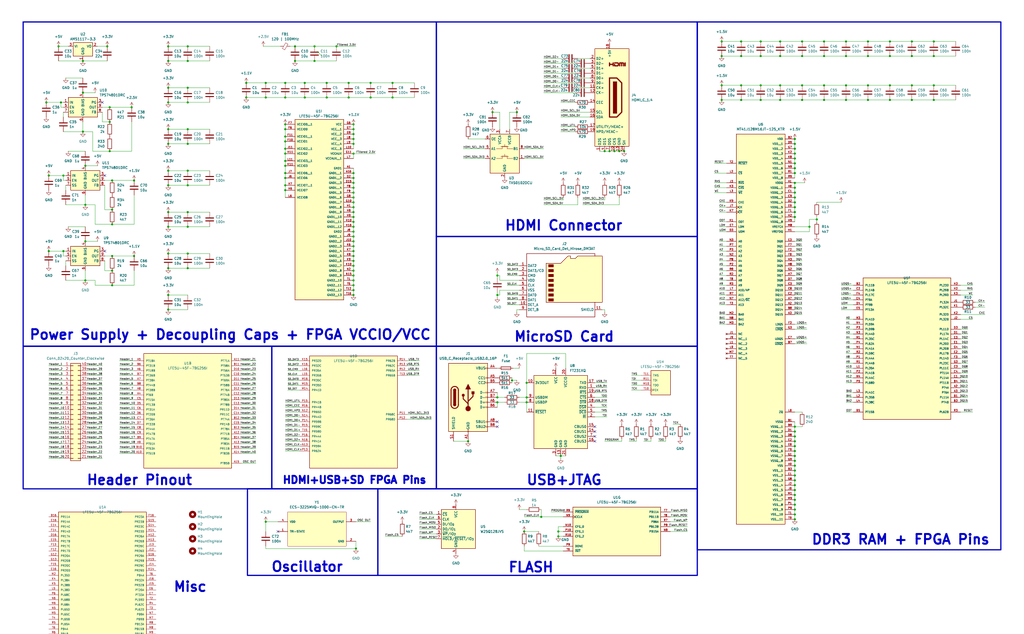
<source format=kicad_sch>
(kicad_sch (version 20250114) (generator "eeschema") (generator_version "9.0")
  (paper "User" 533.4 330.2)
  (lib_symbols
    (symbol "Connector:HDMI_C_1.4"
      (property "Reference" "J" (at -6.35 26.67 0))
      (property "Value" "HDMI_C_1.4" (at 10.16 26.67 0))
      (symbol "HDMI_C_1.4_1_1"
        (pin passive line (at -10.16 20.32 0) (length 2.54) (name "D2+") (number "2"))
        (pin passive line (at -10.16 17.78 0) (length 2.54) (name "D2-") (number "3"))
        (pin passive line (at -10.16 15.24 0) (length 2.54) (name "D1+") (number "5"))
        (pin passive line (at -10.16 12.7 0) (length 2.54) (name "D1-") (number "6"))
        (pin passive line (at -10.16 10.16 0) (length 2.54) (name "D0+") (number "8"))
        (pin passive line (at -10.16 7.62 0) (length 2.54) (name "D0-") (number "9"))
        (pin passive line (at -10.16 5.08 0) (length 2.54) (name "CK+") (number "11"))
        (pin passive line (at -10.16 2.54 0) (length 2.54) (name "CK-") (number "12"))
        (pin bidirectional line (at -10.16 -2.54 0) (length 2.54) (name "CEC") (number "14"))
        (pin passive line (at -10.16 -7.62 0) (length 2.54) (name "SCL") (number "15"))
        (pin bidirectional line (at -10.16 -10.16 0) (length 2.54) (name "SDA") (number "16"))
        (pin passive line (at -10.16 -15.24 0) (length 2.54) (name "UTILITY/HEAC+") (number "17"))
        (pin passive line (at -10.16 -17.78 0) (length 2.54) (name "HPD/HEAC-") (number "19"))
        (pin power_in line (at -5.08 -27.94 90) (length 2.54) (name "D2S") (number "1"))
        (pin power_in line (at -2.54 -27.94 90) (length 2.54) (name "D1S") (number "4"))
        (pin power_in line (at 0 27.94 270) (length 2.54) (name "+5V") (number "18"))
        (pin power_in line (at 0 -27.94 90) (length 2.54) (name "D0S") (number "7"))
        (pin power_in line (at 2.54 -27.94 90) (length 2.54) (name "CKS") (number "10"))
        (pin power_in line (at 5.08 -27.94 90) (length 2.54) (name "GND") (number "13"))
        (pin passive line (at 7.62 -27.94 90) (length 2.54) (name "SH") (number "SH"))
      )
    )
    (symbol "Connector:Micro_SD_Card_Det_Hirose_DM3AT"
      (property "Reference" "J" (at -16.51 17.78 0))
      (property "Value" "Micro_SD_Card_Det_Hirose_DM3AT" (at 16.51 17.78 0))
      (symbol "Micro_SD_Card_Det_Hirose_DM3AT_1_1"
        (pin bidirectional line (at -22.86 10.16 0) (length 3.81) (name "DAT2") (number "1"))
        (pin bidirectional line (at -22.86 7.62 0) (length 3.81) (name "DAT3/CD") (number "2"))
        (pin input line (at -22.86 5.08 0) (length 3.81) (name "CMD") (number "3"))
        (pin power_in line (at -22.86 2.54 0) (length 3.81) (name "VDD") (number "4"))
        (pin input line (at -22.86 0 0) (length 3.81) (name "CLK") (number "5"))
        (pin power_in line (at -22.86 -2.54 0) (length 3.81) (name "VSS") (number "6"))
        (pin bidirectional line (at -22.86 -5.08 0) (length 3.81) (name "DAT0") (number "7"))
        (pin bidirectional line (at -22.86 -7.62 0) (length 3.81) (name "DAT1") (number "8"))
        (pin passive line (at -22.86 -10.16 0) (length 3.81) (name "DET_A") (number "10"))
        (pin passive line (at -22.86 -12.7 0) (length 3.81) (name "DET_B") (number "9"))
        (pin passive line (at 20.32 -12.7 180) (length 3.81) (name "SHIELD") (number "11"))
      )
    )
    (symbol "Connector:USB_C_Receptacle_USB2.0_16P" (pin_names (offset 1.016))
      (property "Reference" "J" (at 0 22.225 0))
      (property "Value" "USB_C_Receptacle_USB2.0_16P" (at 0 19.685 0))
      (symbol "USB_C_Receptacle_USB2.0_16P_1_1"
        (pin passive line (at -7.62 -22.86 90) (length 5.08) (name "SHIELD") (number "S1"))
        (pin passive line (at 0 -22.86 90) (length 5.08) (name "GND") (number "A1"))
        (pin passive line (at 0 -22.86 90) (length 5.08) (hide yes) (name "GND") (number "A12"))
        (pin passive line (at 0 -22.86 90) (length 5.08) (hide yes) (name "GND") (number "B1"))
        (pin passive line (at 0 -22.86 90) (length 5.08) (hide yes) (name "GND") (number "B12"))
        (pin passive line (at 15.24 15.24 180) (length 5.08) (name "VBUS") (number "A4"))
        (pin passive line (at 15.24 15.24 180) (length 5.08) (hide yes) (name "VBUS") (number "A9"))
        (pin passive line (at 15.24 15.24 180) (length 5.08) (hide yes) (name "VBUS") (number "B4"))
        (pin passive line (at 15.24 15.24 180) (length 5.08) (hide yes) (name "VBUS") (number "B9"))
        (pin bidirectional line (at 15.24 10.16 180) (length 5.08) (name "CC1") (number "A5"))
        (pin bidirectional line (at 15.24 7.62 180) (length 5.08) (name "CC2") (number "B5"))
        (pin bidirectional line (at 15.24 2.54 180) (length 5.08) (name "D-") (number "A7"))
        (pin bidirectional line (at 15.24 0 180) (length 5.08) (name "D-") (number "B7"))
        (pin bidirectional line (at 15.24 -2.54 180) (length 5.08) (name "D+") (number "A6"))
        (pin bidirectional line (at 15.24 -5.08 180) (length 5.08) (name "D+") (number "B6"))
        (pin bidirectional line (at 15.24 -12.7 180) (length 5.08) (name "SBU1") (number "A8"))
        (pin bidirectional line (at 15.24 -15.24 180) (length 5.08) (name "SBU2") (number "B8"))
      )
    )
    (symbol "Connector_Generic:Conn_02x20_Counter_Clockwise" (pin_names (offset 1.016) (hide yes))
      (property "Reference" "J" (at 1.27 25.4 0))
      (property "Value" "Conn_02x20_Counter_Clockwise" (at 1.27 -27.94 0))
      (symbol "Conn_02x20_Counter_Clockwise_1_1"
        (pin passive line (at -5.08 22.86 0) (length 3.81) (name "Pin_1") (number "1"))
        (pin passive line (at -5.08 20.32 0) (length 3.81) (name "Pin_2") (number "2"))
        (pin passive line (at -5.08 17.78 0) (length 3.81) (name "Pin_3") (number "3"))
        (pin passive line (at -5.08 15.24 0) (length 3.81) (name "Pin_4") (number "4"))
        (pin passive line (at -5.08 12.7 0) (length 3.81) (name "Pin_5") (number "5"))
        (pin passive line (at -5.08 10.16 0) (length 3.81) (name "Pin_6") (number "6"))
        (pin passive line (at -5.08 7.62 0) (length 3.81) (name "Pin_7") (number "7"))
        (pin passive line (at -5.08 5.08 0) (length 3.81) (name "Pin_8") (number "8"))
        (pin passive line (at -5.08 2.54 0) (length 3.81) (name "Pin_9") (number "9"))
        (pin passive line (at -5.08 0 0) (length 3.81) (name "Pin_10") (number "10"))
        (pin passive line (at -5.08 -2.54 0) (length 3.81) (name "Pin_11") (number "11"))
        (pin passive line (at -5.08 -5.08 0) (length 3.81) (name "Pin_12") (number "12"))
        (pin passive line (at -5.08 -7.62 0) (length 3.81) (name "Pin_13") (number "13"))
        (pin passive line (at -5.08 -10.16 0) (length 3.81) (name "Pin_14") (number "14"))
        (pin passive line (at -5.08 -12.7 0) (length 3.81) (name "Pin_15") (number "15"))
        (pin passive line (at -5.08 -15.24 0) (length 3.81) (name "Pin_16") (number "16"))
        (pin passive line (at -5.08 -17.78 0) (length 3.81) (name "Pin_17") (number "17"))
        (pin passive line (at -5.08 -20.32 0) (length 3.81) (name "Pin_18") (number "18"))
        (pin passive line (at -5.08 -22.86 0) (length 3.81) (name "Pin_19") (number "19"))
        (pin passive line (at -5.08 -25.4 0) (length 3.81) (name "Pin_20") (number "20"))
        (pin passive line (at 7.62 22.86 180) (length 3.81) (name "Pin_40") (number "40"))
        (pin passive line (at 7.62 20.32 180) (length 3.81) (name "Pin_39") (number "39"))
        (pin passive line (at 7.62 17.78 180) (length 3.81) (name "Pin_38") (number "38"))
        (pin passive line (at 7.62 15.24 180) (length 3.81) (name "Pin_37") (number "37"))
        (pin passive line (at 7.62 12.7 180) (length 3.81) (name "Pin_36") (number "36"))
        (pin passive line (at 7.62 10.16 180) (length 3.81) (name "Pin_35") (number "35"))
        (pin passive line (at 7.62 7.62 180) (length 3.81) (name "Pin_34") (number "34"))
        (pin passive line (at 7.62 5.08 180) (length 3.81) (name "Pin_33") (number "33"))
        (pin passive line (at 7.62 2.54 180) (length 3.81) (name "Pin_32") (number "32"))
        (pin passive line (at 7.62 0 180) (length 3.81) (name "Pin_31") (number "31"))
        (pin passive line (at 7.62 -2.54 180) (length 3.81) (name "Pin_30") (number "30"))
        (pin passive line (at 7.62 -5.08 180) (length 3.81) (name "Pin_29") (number "29"))
        (pin passive line (at 7.62 -7.62 180) (length 3.81) (name "Pin_28") (number "28"))
        (pin passive line (at 7.62 -10.16 180) (length 3.81) (name "Pin_27") (number "27"))
        (pin passive line (at 7.62 -12.7 180) (length 3.81) (name "Pin_26") (number "26"))
        (pin passive line (at 7.62 -15.24 180) (length 3.81) (name "Pin_25") (number "25"))
        (pin passive line (at 7.62 -17.78 180) (length 3.81) (name "Pin_24") (number "24"))
        (pin passive line (at 7.62 -20.32 180) (length 3.81) (name "Pin_23") (number "23"))
        (pin passive line (at 7.62 -22.86 180) (length 3.81) (name "Pin_22") (number "22"))
        (pin passive line (at 7.62 -25.4 180) (length 3.81) (name "Pin_21") (number "21"))
      )
    )
    (symbol "Device:C" (pin_numbers (hide yes)) (pin_names (offset 0.254))
      (property "Reference" "C" (at 0.635 2.54 0))
      (property "Value" "C" (at 0.635 -2.54 0))
      (symbol "C_1_1"
        (pin passive line (at 0 3.81 270) (length 2.794) (name "~") (number "1"))
        (pin passive line (at 0 -3.81 90) (length 2.794) (name "~") (number "2"))
      )
    )
    (symbol "Device:FerriteBead_Small" (pin_numbers (hide yes)) (pin_names (offset 0))
      (property "Reference" "FB" (at 1.905 1.27 0))
      (property "Value" "FerriteBead_Small" (at 1.905 -1.27 0))
      (symbol "FerriteBead_Small_1_1"
        (pin passive line (at 0 2.54 270) (length 1.27) (name "~") (number "1"))
        (pin passive line (at 0 -2.54 90) (length 1.27) (name "~") (number "2"))
      )
    )
    (symbol "Device:Fuse" (pin_numbers (hide yes)) (pin_names (offset 0))
      (property "Reference" "F" (at 2.032 0 90))
      (property "Value" "Fuse" (at -1.905 0 90))
      (symbol "Fuse_1_1"
        (pin passive line (at 0 3.81 270) (length 1.27) (name "~") (number "1"))
        (pin passive line (at 0 -3.81 90) (length 1.27) (name "~") (number "2"))
      )
    )
    (symbol "Device:R" (pin_numbers (hide yes)) (pin_names (offset 0))
      (property "Reference" "R" (at 2.032 0 90))
      (property "Value" "R" (at 0 0 90))
      (symbol "R_1_1"
        (pin passive line (at 0 3.81 270) (length 1.27) (name "~") (number "1"))
        (pin passive line (at 0 -3.81 90) (length 1.27) (name "~") (number "2"))
      )
    )
    (symbol "ECS-3225MVQ-1000-CN-TR:ECS-3225MVQ-1000-CN-TR" (pin_names (offset 1.016))
      (property "Reference" "Y" (at -15.5364 8.1503 0))
      (property "Value" "ECS-3225MVQ-1000-CN-TR" (at -15.0127 -12.977 0))
      (symbol "ECS-3225MVQ-1000-CN-TR_0_0"
        (pin input line (at -20.32 2.54 0) (length 5.08) (name "VDD") (number "4"))
        (pin input line (at -20.32 -2.54 0) (length 5.08) (name "TRI-STATE") (number "1"))
        (pin output line (at 20.32 2.54 180) (length 5.08) (name "OUTPUT") (number "3"))
        (pin power_in line (at 20.32 -7.62 180) (length 5.08) (name "GND") (number "2"))
      )
    )
    (symbol "Interface_USB:FT231XQ"
      (property "Reference" "U" (at -13.97 20.32 0))
      (property "Value" "FT231XQ" (at 6.35 20.32 0))
      (symbol "FT231XQ_1_1"
        (pin power_out line (at -17.78 15.24 0) (length 3.81) (name "3V3OUT") (number "10"))
        (pin bidirectional line (at -17.78 7.62 0) (length 3.81) (name "USBDM") (number "9"))
        (pin bidirectional line (at -17.78 5.08 0) (length 3.81) (name "USBDP") (number "8"))
        (pin input line (at -17.78 0 0) (length 3.81) (name "~{RESET}") (number "11"))
        (pin power_in line (at -2.54 22.86 270) (length 3.81) (name "VCC") (number "12"))
        (pin power_in line (at -2.54 -22.86 90) (length 3.81) (name "GND") (number "3"))
        (pin power_in line (at 0 -22.86 90) (length 3.81) (name "GND") (number "13"))
        (pin power_in line (at 2.54 22.86 270) (length 3.81) (name "VCCIO") (number "20"))
        (pin power_in line (at 2.54 -22.86 90) (length 3.81) (name "GND") (number "21"))
        (pin output line (at 17.78 15.24 180) (length 3.81) (name "TXD") (number "17"))
        (pin input line (at 17.78 12.7 180) (length 3.81) (name "RXD") (number "1"))
        (pin output line (at 17.78 10.16 180) (length 3.81) (name "~{RTS}") (number "19"))
        (pin input line (at 17.78 7.62 180) (length 3.81) (name "~{CTS}") (number "6"))
        (pin output line (at 17.78 5.08 180) (length 3.81) (name "~{DTR}") (number "18"))
        (pin input line (at 17.78 2.54 180) (length 3.81) (name "~{DSR}") (number "4"))
        (pin input line (at 17.78 0 180) (length 3.81) (name "~{DCD}") (number "5"))
        (pin input line (at 17.78 -2.54 180) (length 3.81) (name "~{RI}") (number "2"))
        (pin bidirectional line (at 17.78 -7.62 180) (length 3.81) (name "CBUS0") (number "15"))
        (pin bidirectional line (at 17.78 -10.16 180) (length 3.81) (name "CBUS1") (number "14"))
        (pin bidirectional line (at 17.78 -12.7 180) (length 3.81) (name "CBUS2") (number "7"))
        (pin bidirectional line (at 17.78 -15.24 180) (length 3.81) (name "CBUS3") (number "16"))
      )
    )
    (symbol "LFE5U-45F-7BG256I_2" (pin_names (offset 1.016))
      (property "Reference" "U1" (at 0 27.94 0))
      (property "Value" "LFE5U-45F-7BG256I" (at 0 25.4 0))
      (symbol "LFE5U-45F-7BG256I_2_1_0"
        (pin bidirectional line (at -27.94 22.86 0) (length 5.08) (name "PR11A") (number "B16"))
        (pin bidirectional line (at -27.94 20.32 0) (length 5.08) (name "PR14A") (number "C16"))
        (pin bidirectional line (at -27.94 17.78 0) (length 5.08) (name "PR14C") (number "E14"))
        (pin bidirectional line (at -27.94 15.24 0) (length 5.08) (name "PR14D") (number "F14"))
        (pin bidirectional line (at -27.94 12.7 0) (length 5.08) (name "PR17A") (number "D16"))
        (pin bidirectional line (at -27.94 10.16 0) (length 5.08) (name "PR17B") (number "E15"))
        (pin bidirectional line (at -27.94 7.62 0) (length 5.08) (name "PR17C") (number "F13"))
        (pin bidirectional line (at -27.94 5.08 0) (length 5.08) (name "PR17D") (number "F12"))
        (pin bidirectional line (at -27.94 2.54 0) (length 5.08) (name "PR20A") (number "G12"))
        (pin bidirectional line (at -27.94 0 0) (length 5.08) (name "PR20B") (number "G13"))
        (pin bidirectional line (at -27.94 -2.54 0) (length 5.08) (name "PR20C") (number "F15"))
        (pin bidirectional line (at -27.94 -5.08 0) (length 5.08) (name "PR20D") (number "E16"))
        (pin bidirectional line (at -27.94 -7.62 0) (length 5.08) (name "PL35D") (number "M2"))
        (pin bidirectional line (at -27.94 -10.16 0) (length 5.08) (name "PL38A") (number "K4"))
        (pin bidirectional line (at -27.94 -12.7 0) (length 5.08) (name "PL38B") (number "K5"))
        (pin bidirectional line (at -27.94 -15.24 0) (length 5.08) (name "PL38D") (number "L5"))
        (pin bidirectional line (at -27.94 -17.78 0) (length 5.08) (name "PL68C") (number "P6"))
        (pin bidirectional line (at -27.94 -20.32 0) (length 5.08) (name "PL68B") (number "N6"))
        (pin bidirectional line (at -27.94 -22.86 0) (length 5.08) (name "PL68A") (number "M6"))
        (pin bidirectional line (at -27.94 -25.4 0) (length 5.08) (name "PL65D") (number "N5"))
        (pin bidirectional line (at -27.94 -27.94 0) (length 5.08) (name "PL65C") (number "M5"))
        (pin bidirectional line (at -27.94 -30.48 0) (length 5.08) (name "PL65B") (number "T4"))
        (pin bidirectional line (at -27.94 -33.02 0) (length 5.08) (name "PL65A") (number "R5"))
        (pin bidirectional line (at -27.94 -35.56 0) (length 5.08) (name "PB4A") (number "T6"))
        (pin bidirectional line (at -27.94 -38.1 0) (length 5.08) (name "PB4B") (number "R6"))
        (pin bidirectional line (at -27.94 -40.64 0) (length 5.08) (name "PB6B") (number "P7"))
        (pin bidirectional line (at -27.94 -43.18 0) (length 5.08) (name "PR62D") (number "T14"))
        (pin bidirectional line (at -27.94 -45.72 0) (length 5.08) (name "PR65C") (number "M12"))
        (pin bidirectional line (at -27.94 -48.26 0) (length 5.08) (name "PR68A") (number "M11"))
        (pin bidirectional line (at -27.94 -50.8 0) (length 5.08) (name "PR68B") (number "N11"))
        (pin bidirectional line (at -27.94 -53.34 0) (length 5.08) (name "PL17D") (number "F5"))
        (pin bidirectional line (at -27.94 -55.88 0) (length 5.08) (name "PL20A") (number "G5"))
        (pin bidirectional line (at -27.94 -58.42 0) (length 5.08) (name "PL20C") (number "F2"))
        (pin bidirectional line (at -27.94 -60.96 0) (length 5.08) (name "PL23B") (number "G2"))
        (pin bidirectional line (at -27.94 -63.5 0) (length 5.08) (name "PL23A") (number "F1"))
        (pin bidirectional line (at -27.94 -66.04 0) (length 5.08) (name "PT42A") (number "E8"))
        (pin bidirectional line (at -27.94 -68.58 0) (length 5.08) (name "PT42B") (number "D8"))
        (pin bidirectional line (at -27.94 -71.12 0) (length 5.08) (name "PT49A") (number "D9"))
        (pin bidirectional line (at -27.94 -73.66 0) (length 5.08) (name "PT49B") (number "E9"))
        (pin bidirectional line (at -27.94 -76.2 0) (length 5.08) (name "PT56B") (number "E10"))
        (pin bidirectional line (at 27.94 22.86 180) (length 5.08) (name "PR23A") (number "F16"))
        (pin bidirectional line (at 27.94 20.32 180) (length 5.08) (name "PR23B") (number "G15"))
        (pin bidirectional line (at 27.94 17.78 180) (length 5.08) (name "PR23C") (number "G14"))
        (pin bidirectional line (at 27.94 15.24 180) (length 5.08) (name "PR23D") (number "H14"))
        (pin bidirectional line (at 27.94 12.7 180) (length 5.08) (name "PR26A") (number "H12"))
        (pin bidirectional line (at 27.94 10.16 180) (length 5.08) (name "PR26B") (number "H13"))
        (pin bidirectional line (at 27.94 7.62 180) (length 5.08) (name "PR26C") (number "J13"))
        (pin bidirectional line (at 27.94 5.08 180) (length 5.08) (name "PR26D") (number "J12"))
        (pin bidirectional line (at 27.94 2.54 180) (length 5.08) (name "PR29A") (number "G16"))
        (pin bidirectional line (at 27.94 0 180) (length 5.08) (name "PR29B") (number "H15"))
        (pin bidirectional line (at 27.94 -2.54 180) (length 5.08) (name "PR29C") (number "J14"))
        (pin bidirectional line (at 27.94 -5.08 180) (length 5.08) (name "PR29D") (number "K14"))
        (pin bidirectional line (at 27.94 -7.62 180) (length 5.08) (name "PB4A") (number "T6"))
        (pin bidirectional line (at 27.94 -10.16 180) (length 5.08) (name "PR32A") (number "J16"))
        (pin bidirectional line (at 27.94 -12.7 180) (length 5.08) (name "PR32B") (number "J15"))
        (pin bidirectional line (at 27.94 -15.24 180) (length 5.08) (name "PT20A") (number "E6"))
        (pin bidirectional line (at 27.94 -17.78 180) (length 5.08) (name "PT33A") (number "E7"))
        (pin bidirectional line (at 27.94 -20.32 180) (length 5.08) (name "PL59D") (number "T2"))
        (pin bidirectional line (at 27.94 -22.86 180) (length 5.08) (name "PL62C") (number "R4"))
        (pin bidirectional line (at 27.94 -25.4 180) (length 5.08) (name "PL62D") (number "T3"))
        (pin bidirectional line (at 27.94 -27.94 180) (length 5.08) (name "PB9A") (number "N7"))
        (pin bidirectional line (at 27.94 -30.48 180) (length 5.08) (name "PB9B") (number "M7"))
        (pin bidirectional line (at 27.94 -33.02 180) (length 5.08) (name "PB13A") (number "R8"))
        (pin bidirectional line (at 27.94 -35.56 180) (length 5.08) (name "PB15B") (number "M8"))
        (pin bidirectional line (at 27.94 -38.1 180) (length 5.08) (name "PB18A") (number "M9"))
        (pin bidirectional line (at 27.94 -40.64 180) (length 5.08) (name "PR38A") (number "K13"))
        (pin bidirectional line (at 27.94 -43.18 180) (length 5.08) (name "PR38B") (number "K12"))
        (pin bidirectional line (at 27.94 -45.72 180) (length 5.08) (name "PR38C") (number "L13"))
        (pin bidirectional line (at 27.94 -48.26 180) (length 5.08) (name "PR38D") (number "L12"))
        (pin bidirectional line (at 27.94 -50.8 180) (length 5.08) (name "PR41C") (number "L14"))
        (pin bidirectional line (at 27.94 -53.34 180) (length 5.08) (name "PR44C") (number "M13"))
        (pin bidirectional line (at 27.94 -55.88 180) (length 5.08) (name "PL26A") (number "H5"))
        (pin bidirectional line (at 27.94 -58.42 180) (length 5.08) (name "PL26B") (number "H4"))
        (pin bidirectional line (at 27.94 -60.96 180) (length 5.08) (name "PL26C") (number "J4"))
        (pin bidirectional line (at 27.94 -63.5 180) (length 5.08) (name "PL26D") (number "J5"))
        (pin bidirectional line (at 27.94 -66.04 180) (length 5.08) (name "PL29A") (number "G1"))
        (pin bidirectional line (at 27.94 -68.58 180) (length 5.08) (name "PL29C") (number "J3"))
        (pin bidirectional line (at 27.94 -71.12 180) (length 5.08) (name "PT69B") (number "E11"))
        (pin bidirectional line (at 27.94 -73.66 180) (length 5.08) (name "PT76B") (number "E12"))
        (pin bidirectional line (at 27.94 -76.2 180) (length 5.08) (name "PT80B") (number "E13"))
      )
      (symbol "LFE5U-45F-7BG256I_2_2_0"
        (pin bidirectional line (at -27.94 29.21 0) (length 5.08) (name "PT18A") (number "A5"))
        (pin bidirectional line (at -27.94 26.67 0) (length 5.08) (name "PT31B") (number "B6"))
        (pin bidirectional line (at -27.94 24.13 0) (length 5.08) (name "PT18B") (number "A6"))
        (pin bidirectional line (at -27.94 21.59 0) (length 5.08) (name "PT36B") (number "B7"))
        (pin bidirectional line (at -27.94 19.05 0) (length 5.08) (name "PT38A") (number "A7"))
        (pin bidirectional line (at -27.94 16.51 0) (length 5.08) (name "PT44B") (number "B8"))
        (pin bidirectional line (at -27.94 13.97 0) (length 5.08) (name "PT38B") (number "A8"))
        (pin bidirectional line (at -27.94 11.43 0) (length 5.08) (name "PT6B") (number "A4"))
        (pin bidirectional line (at -27.94 8.89 0) (length 5.08) (name "PT15A") (number "C5"))
        (pin bidirectional line (at -27.94 6.35 0) (length 5.08) (name "PT13B") (number "D5"))
        (pin bidirectional line (at -27.94 3.81 0) (length 5.08) (name "PT31A") (number "C6"))
        (pin bidirectional line (at -27.94 1.27 0) (length 5.08) (name "PT20B") (number "D6"))
        (pin bidirectional line (at -27.94 -1.27 0) (length 5.08) (name "PT36A") (number "C7"))
        (pin bidirectional line (at -27.94 -3.81 0) (length 5.08) (name "PT33B") (number "D7"))
        (pin bidirectional line (at -27.94 -6.35 0) (length 5.08) (name "PT44A") (number "C8"))
        (pin bidirectional line (at -27.94 -8.89 0) (length 5.08) (name "PT47B") (number "C9"))
        (pin bidirectional line (at -27.94 -11.43 0) (length 5.08) (name "PT47A") (number "B9"))
        (pin bidirectional line (at -27.94 -13.97 0) (length 5.08) (name "PT51A") (number "A9"))
        (pin bidirectional line (at -27.94 -16.51 0) (length 5.08) (name "PT53A") (number "B10"))
        (pin bidirectional line (at -27.94 -19.05 0) (length 5.08) (name "PT51B") (number "A10"))
        (pin bidirectional line (at 27.94 29.21 180) (length 5.08) (name "PT71A") (number "A11"))
        (pin bidirectional line (at 27.94 26.67 180) (length 5.08) (name "PT58A") (number "B11"))
        (pin bidirectional line (at 27.94 24.13 180) (length 5.08) (name "PT56A") (number "D10"))
        (pin bidirectional line (at 27.94 21.59 180) (length 5.08) (name "PT53B") (number "C10"))
        (pin bidirectional line (at 27.94 19.05 180) (length 5.08) (name "PT69A") (number "D11"))
        (pin bidirectional line (at 27.94 16.51 180) (length 5.08) (name "PT58B") (number "C11"))
        (pin bidirectional line (at 27.94 13.97 180) (length 5.08) (name "PT76A") (number "D12"))
        (pin bidirectional line (at 27.94 11.43 180) (length 5.08) (name "PT74B") (number "C12"))
        (pin bidirectional line (at 27.94 8.89 180) (length 5.08) (name "PT80A") (number "D13"))
        (pin bidirectional line (at 27.94 6.35 180) (length 5.08) (name "PT78B") (number "C13"))
        (pin bidirectional line (at 27.94 3.81 180) (length 5.08) (name "PR11D") (number "D14"))
        (pin bidirectional line (at 27.94 1.27 180) (length 5.08) (name "PR11C") (number "C14"))
        (pin bidirectional line (at 27.94 -1.27 180) (length 5.08) (name "PT74A") (number "B12"))
        (pin bidirectional line (at 27.94 -3.81 180) (length 5.08) (name "PR14B") (number "C15"))
        (pin bidirectional line (at 27.94 -6.35 180) (length 5.08) (name "PT78A") (number "B13"))
        (pin bidirectional line (at 27.94 -8.89 180) (length 5.08) (name "PT71B") (number "A12"))
        (pin bidirectional line (at 27.94 -11.43 180) (length 5.08) (name "PT85A") (number "B14"))
        (pin bidirectional line (at 27.94 -13.97 180) (length 5.08) (name "PT83A") (number "A13"))
        (pin bidirectional line (at 27.94 -16.51 180) (length 5.08) (name "PR11B") (number "B15"))
        (pin bidirectional line (at 27.94 -19.05 180) (length 5.08) (name "PT83B") (number "A14"))
        (pin bidirectional line (at 27.94 -24.13 180) (length 5.08) (name "PT85B") (number "A15"))
      )
      (symbol "LFE5U-45F-7BG256I_2_4_0"
        (pin bidirectional line (at -27.94 25.4 0) (length 5.08) (name "PR32D") (number "K15"))
        (pin bidirectional line (at -27.94 22.86 0) (length 5.08) (name "PR32C") (number "K16"))
        (pin bidirectional line (at -27.94 20.32 0) (length 5.08) (name "PR35A") (number "L16"))
        (pin bidirectional line (at -27.94 17.78 0) (length 5.08) (name "PR35B") (number "L15"))
        (pin bidirectional line (at -27.94 15.24 0) (length 5.08) (name "PR35C") (number "M16"))
        (pin bidirectional line (at -27.94 12.7 0) (length 5.08) (name "PR35D") (number "M15"))
        (pin bidirectional line (at -27.94 10.16 0) (length 5.08) (name "PR41D") (number "M14"))
        (pin bidirectional line (at -27.94 3.81 0) (length 5.08) (name "PR41B") (number "P15"))
        (pin bidirectional line (at -27.94 1.27 0) (length 5.08) (name "PR44B") (number "R16"))
        (pin bidirectional line (at -27.94 -1.27 0) (length 5.08) (name "PR65D") (number "N12"))
        (pin bidirectional line (at -27.94 -3.81 0) (length 5.08) (name "PR44D") (number "N14"))
        (pin bidirectional line (at -27.94 -6.35 0) (length 5.08) (name "PR59B") (number "P14"))
        (pin bidirectional line (at -27.94 -8.89 0) (length 5.08) (name "PR59C") (number "R15"))
        (pin bidirectional line (at -27.94 -11.43 0) (length 5.08) (name "PR59D") (number "T15"))
        (pin bidirectional line (at -27.94 -13.97 0) (length 5.08) (name "PR44A") (number "P16"))
        (pin bidirectional line (at -27.94 -16.51 0) (length 5.08) (name "PR41A") (number "N16"))
        (pin bidirectional line (at -27.94 -19.05 0) (length 5.08) (name "PR59A") (number "N13"))
        (pin bidirectional line (at -27.94 -21.59 0) (length 5.08) (name "PR62A") (number "P13"))
        (pin bidirectional line (at 27.94 25.4 180) (length 5.08) (name "PR62B") (number "R14"))
        (pin bidirectional line (at 27.94 22.86 180) (length 5.08) (name "PR62C") (number "R13"))
        (pin bidirectional line (at 27.94 20.32 180) (length 5.08) (name "PR65A") (number "R12"))
        (pin bidirectional line (at 27.94 17.78 180) (length 5.08) (name "PR65B") (number "T13"))
        (pin bidirectional line (at 27.94 -2.54 180) (length 5.08) (name "PR68C") (number "P11"))
        (pin bidirectional line (at 27.94 -5.08 180) (length 5.08) (name "PR68D") (number "P12"))
      )
      (symbol "LFE5U-45F-7BG256I_2_6_0"
        (pin bidirectional line (at -27.94 24.13 0) (length 5.08) (name "PL11B") (number "B2"))
        (pin bidirectional line (at -27.94 21.59 0) (length 5.08) (name "PL14B") (number "C2"))
        (pin bidirectional line (at -27.94 19.05 0) (length 5.08) (name "PL17C") (number "F4"))
        (pin bidirectional line (at -27.94 16.51 0) (length 5.08) (name "PT9A") (number "E4"))
        (pin bidirectional line (at -27.94 13.97 0) (length 5.08) (name "PT9B") (number "D4"))
        (pin bidirectional line (at -27.94 11.43 0) (length 5.08) (name "PT13A") (number "E5"))
        (pin bidirectional line (at -27.94 6.35 0) (length 5.08) (name "PL41D") (number "M3"))
        (pin bidirectional line (at -27.94 3.81 0) (length 5.08) (name "PL59A") (number "N4"))
        (pin bidirectional line (at -27.94 1.27 0) (length 5.08) (name "PL59B") (number "P3"))
        (pin bidirectional line (at -27.94 -1.27 0) (length 5.08) (name "PL44D") (number "N3"))
        (pin bidirectional line (at -27.94 -3.81 0) (length 5.08) (name "PL35C") (number "M1"))
        (pin bidirectional line (at -27.94 -6.35 0) (length 5.08) (name "PL62A") (number "P4"))
        (pin bidirectional line (at -27.94 -8.89 0) (length 5.08) (name "PL41A") (number "N1"))
        (pin bidirectional line (at -27.94 -11.43 0) (length 5.08) (name "PL59C") (number "R2"))
        (pin bidirectional line (at -27.94 -13.97 0) (length 5.08) (name "PL44A") (number "P1"))
        (pin bidirectional line (at -27.94 -16.51 0) (length 5.08) (name "PL44B") (number "R1"))
        (pin bidirectional line (at -27.94 -19.05 0) (length 5.08) (name "PL35A") (number "L1"))
        (pin bidirectional line (at -27.94 -21.59 0) (length 5.08) (name "PL41B") (number "P2"))
        (pin bidirectional line (at -27.94 -24.13 0) (length 5.08) (name "PL44C") (number "M4"))
        (pin bidirectional line (at -27.94 -26.67 0) (length 5.08) (name "PL68D") (number "P5"))
        (pin bidirectional line (at -27.94 -31.75 0) (length 5.08) (name "PL41C") (number "L3"))
        (pin bidirectional line (at -27.94 -34.29 0) (length 5.08) (name "PL35B") (number "L2"))
        (pin bidirectional line (at -27.94 -36.83 0) (length 5.08) (name "PL38C") (number "L4"))
        (pin bidirectional line (at -27.94 -41.91 0) (length 5.08) (name "PT15B") (number "B5"))
        (pin bidirectional line (at 27.94 24.13 180) (length 5.08) (name "PL23D") (number "H3"))
        (pin bidirectional line (at 27.94 21.59 180) (length 5.08) (name "PL29B") (number "H2"))
        (pin bidirectional line (at 27.94 19.05 180) (length 5.08) (name "PL29D") (number "K3"))
        (pin bidirectional line (at 27.94 15.24 180) (length 5.08) (name "PL32A") (number "J1"))
        (pin bidirectional line (at 27.94 12.7 180) (length 5.08) (name "PL32C") (number "K1"))
        (pin bidirectional line (at 27.94 8.89 180) (length 5.08) (name "PL32D") (number "K2"))
        (pin bidirectional line (at 27.94 6.35 180) (length 5.08) (name "PL32B") (number "J2"))
        (pin bidirectional line (at 27.94 1.27 180) (length 5.08) (name "PL11D") (number "D3"))
        (pin bidirectional line (at 27.94 -1.27 180) (length 5.08) (name "PL17A") (number "D1"))
        (pin bidirectional line (at 27.94 -3.81 180) (length 5.08) (name "PL14C") (number "E3"))
        (pin bidirectional line (at 27.94 -6.35 180) (length 5.08) (name "PL20D") (number "E1"))
        (pin bidirectional line (at 27.94 -8.89 180) (length 5.08) (name "PL20B") (number "G4"))
        (pin bidirectional line (at 27.94 -11.43 180) (length 5.08) (name "PL17B") (number "E2"))
        (pin bidirectional line (at 27.94 -13.97 180) (length 5.08) (name "PL14D") (number "F3"))
        (pin bidirectional line (at 27.94 -16.51 180) (length 5.08) (name "PL23C") (number "G3"))
        (pin bidirectional line (at 27.94 -19.05 180) (length 5.08) (name "PL11C") (number "C3"))
        (pin bidirectional line (at 27.94 -21.59 180) (length 5.08) (name "PT11A") (number "C4"))
        (pin bidirectional line (at 27.94 -24.13 180) (length 5.08) (name "PL14A") (number "C1"))
        (pin bidirectional line (at 27.94 -26.67 180) (length 5.08) (name "PT11B") (number "B4"))
        (pin bidirectional line (at 27.94 -29.21 180) (length 5.08) (name "PT4A") (number "A2"))
        (pin bidirectional line (at 27.94 -31.75 180) (length 5.08) (name "PT6A") (number "A3"))
        (pin bidirectional line (at 27.94 -34.29 180) (length 5.08) (name "PL11A") (number "B1"))
        (pin bidirectional line (at 27.94 -36.83 180) (length 5.08) (name "PT4B") (number "B3"))
        (pin bidirectional line (at 27.94 -41.91 180) (length 5.08) (name "PL62B") (number "R3"))
      )
      (symbol "LFE5U-45F-7BG256I_2_7_0"
        (pin input line (at -27.94 20.32 0) (length 5.08) (name "~{PROGRAM}") (number "R9"))
        (pin input clock (at -27.94 17.78 0) (length 5.08) (name "CCLK") (number "N9"))
        (pin input line (at -27.94 12.7 0) (length 5.08) (name "CFG_0") (number "N10"))
        (pin input line (at -27.94 10.16 0) (length 5.08) (name "CFG_1") (number "P10"))
        (pin input line (at -27.94 7.62 0) (length 5.08) (name "CFG_2") (number "R10"))
        (pin bidirectional line (at -27.94 2.54 0) (length 5.08) (name "DONE") (number "P9"))
        (pin bidirectional line (at -27.94 0 0) (length 5.08) (name "~{INIT}") (number "T9"))
        (pin bidirectional line (at 27.94 20.32 180) (length 5.08) (name "PB11A") (number "T7"))
        (pin bidirectional line (at 27.94 17.78 180) (length 5.08) (name "PB11B") (number "T8"))
        (pin bidirectional line (at 27.94 15.24 180) (length 5.08) (name "PB6A") (number "R7"))
        (pin bidirectional line (at 27.94 12.7 180) (length 5.08) (name "PB13B") (number "P8"))
        (pin bidirectional line (at 27.94 10.16 180) (length 5.08) (name "PB15A") (number "N8"))
      )
      (symbol "LFE5U-45F-7BG256I_2_8_0"
        (pin input line (at -10.16 2.54 0) (length 5.08) (name "TMS") (number "T11"))
        (pin input line (at -10.16 0 0) (length 5.08) (name "TDI") (number "R11"))
        (pin output line (at -10.16 -2.54 0) (length 5.08) (name "TDO") (number "M10"))
        (pin bidirectional clock (at -10.16 -5.08 0) (length 5.08) (name "TCK") (number "T10"))
      )
      (symbol "LFE5U-45F-7BG256I_2_9_0"
        (pin power_in line (at -17.78 5.08 0) (length 5.08) (name "VCCIO0__1") (number "F7"))
        (pin power_in line (at -17.78 2.54 0) (length 5.08) (name "VCCIO0") (number "F6"))
        (pin power_in line (at -17.78 -1.27 0) (length 5.08) (name "VCCIO1__1") (number "F11"))
        (pin power_in line (at -17.78 -3.81 0) (length 5.08) (name "VCCIO1") (number "F10"))
        (pin power_in line (at -17.78 -7.62 0) (length 5.08) (name "VCCIO2__1") (number "J11"))
        (pin power_in line (at -17.78 -10.16 0) (length 5.08) (name "VCCIO2") (number "H11"))
        (pin power_in line (at -17.78 -13.97 0) (length 5.08) (name "VCCIO3__1") (number "L11"))
        (pin power_in line (at -17.78 -16.51 0) (length 5.08) (name "VCCIO3") (number "K11"))
        (pin power_in line (at -17.78 -20.32 0) (length 5.08) (name "VCCIO6__1") (number "J7"))
        (pin power_in line (at -17.78 -22.86 0) (length 5.08) (name "VCCIO6") (number "J6"))
        (pin power_in line (at -17.78 -26.67 0) (length 5.08) (name "VCCIO7__1") (number "H7"))
        (pin power_in line (at -17.78 -29.21 0) (length 5.08) (name "VCCIO7") (number "H6"))
        (pin power_in line (at -17.78 -33.02 0) (length 5.08) (name "VCCIO8") (number "L6"))
        (pin power_in line (at 17.78 5.08 180) (length 5.08) (name "VCC") (number "G6"))
        (pin power_in line (at 17.78 2.54 180) (length 5.08) (name "VCC__1") (number "G7"))
        (pin power_in line (at 17.78 0 180) (length 5.08) (name "VCC__2") (number "G9"))
        (pin power_in line (at 17.78 -2.54 180) (length 5.08) (name "VCC__3") (number "L8"))
        (pin power_in line (at 17.78 -5.08 180) (length 5.08) (name "VCC__4") (number "L9"))
        (pin power_in line (at 17.78 -7.62 180) (length 5.08) (name "VCC__5") (number "L10"))
        (pin power_in line (at 17.78 -10.16 180) (length 5.08) (name "VCCAUX") (number "G11"))
        (pin power_in line (at 17.78 -12.7 180) (length 5.08) (name "VCCAUX__1") (number "L7"))
        (pin power_in line (at 17.78 -17.78 180) (length 5.08) (name "GND1") (number "A1"))
        (pin power_in line (at 17.78 -20.32 180) (length 5.08) (name "GND1__1") (number "A16"))
        (pin power_in line (at 17.78 -22.86 180) (length 5.08) (name "GND1__2") (number "D2"))
        (pin power_in line (at 17.78 -25.4 180) (length 5.08) (name "GND1__3") (number "D15"))
        (pin power_in line (at 17.78 -27.94 180) (length 5.08) (name "GND1__4") (number "F8"))
        (pin power_in line (at 17.78 -30.48 180) (length 5.08) (name "GND1__5") (number "F9"))
        (pin power_in line (at 17.78 -33.02 180) (length 5.08) (name "GND1__6") (number "G8"))
        (pin power_in line (at 17.78 -35.56 180) (length 5.08) (name "GND1__7") (number "G10"))
        (pin power_in line (at 17.78 -38.1 180) (length 5.08) (name "GND1__8") (number "H1"))
        (pin power_in line (at 17.78 -40.64 180) (length 5.08) (name "GND1__9") (number "H8"))
        (pin power_in line (at 17.78 -43.18 180) (length 5.08) (name "GND1__10") (number "H9"))
        (pin power_in line (at 17.78 -45.72 180) (length 5.08) (name "GND1__11") (number "H10"))
        (pin power_in line (at 17.78 -48.26 180) (length 5.08) (name "GND1__12") (number "H16"))
        (pin power_in line (at 17.78 -50.8 180) (length 5.08) (name "GND2") (number "J8"))
        (pin power_in line (at 17.78 -53.34 180) (length 5.08) (name "GND2__1") (number "J9"))
        (pin power_in line (at 17.78 -55.88 180) (length 5.08) (name "GND2__2") (number "J10"))
        (pin power_in line (at 17.78 -58.42 180) (length 5.08) (name "GND2__3") (number "K6"))
        (pin power_in line (at 17.78 -60.96 180) (length 5.08) (name "GND2__4") (number "K7"))
        (pin power_in line (at 17.78 -63.5 180) (length 5.08) (name "GND2__5") (number "K8"))
        (pin power_in line (at 17.78 -66.04 180) (length 5.08) (name "GND2__6") (number "K9"))
        (pin power_in line (at 17.78 -68.58 180) (length 5.08) (name "GND2__7") (number "K10"))
        (pin power_in line (at 17.78 -71.12 180) (length 5.08) (name "GND2__8") (number "N2"))
        (pin power_in line (at 17.78 -73.66 180) (length 5.08) (name "GND2__9") (number "N15"))
        (pin power_in line (at 17.78 -76.2 180) (length 5.08) (name "GND2__10") (number "T1"))
        (pin power_in line (at 17.78 -78.74 180) (length 5.08) (name "GND2__11") (number "T5"))
        (pin power_in line (at 17.78 -81.28 180) (length 5.08) (name "GND2__12") (number "T12"))
        (pin power_in line (at 17.78 -83.82 180) (length 5.08) (name "GND2__13") (number "T16"))
      )
    )
    (symbol "LFE5U-45F-7BG256I_3" (pin_names (offset 1.016))
      (property "Reference" "U1" (at 0 27.94 0))
      (property "Value" "LFE5U-45F-7BG256I" (at 0 25.4 0))
      (symbol "LFE5U-45F-7BG256I_3_1_0"
        (pin bidirectional line (at -27.94 22.86 0) (length 5.08) (name "PR11A") (number "B16"))
        (pin bidirectional line (at -27.94 20.32 0) (length 5.08) (name "PR14A") (number "C16"))
        (pin bidirectional line (at -27.94 17.78 0) (length 5.08) (name "PR14C") (number "E14"))
        (pin bidirectional line (at -27.94 15.24 0) (length 5.08) (name "PR14D") (number "F14"))
        (pin bidirectional line (at -27.94 12.7 0) (length 5.08) (name "PR17A") (number "D16"))
        (pin bidirectional line (at -27.94 10.16 0) (length 5.08) (name "PR17B") (number "E15"))
        (pin bidirectional line (at -27.94 7.62 0) (length 5.08) (name "PR17C") (number "F13"))
        (pin bidirectional line (at -27.94 5.08 0) (length 5.08) (name "PR17D") (number "F12"))
        (pin bidirectional line (at -27.94 2.54 0) (length 5.08) (name "PR20A") (number "G12"))
        (pin bidirectional line (at -27.94 0 0) (length 5.08) (name "PR20B") (number "G13"))
        (pin bidirectional line (at -27.94 -2.54 0) (length 5.08) (name "PR20C") (number "F15"))
        (pin bidirectional line (at -27.94 -5.08 0) (length 5.08) (name "PR20D") (number "E16"))
        (pin bidirectional line (at -27.94 -7.62 0) (length 5.08) (name "PL35D") (number "M2"))
        (pin bidirectional line (at -27.94 -10.16 0) (length 5.08) (name "PL38A") (number "K4"))
        (pin bidirectional line (at -27.94 -12.7 0) (length 5.08) (name "PL38B") (number "K5"))
        (pin bidirectional line (at -27.94 -15.24 0) (length 5.08) (name "PL38D") (number "L5"))
        (pin bidirectional line (at -27.94 -17.78 0) (length 5.08) (name "PL68C") (number "P6"))
        (pin bidirectional line (at -27.94 -20.32 0) (length 5.08) (name "PL68B") (number "N6"))
        (pin bidirectional line (at -27.94 -22.86 0) (length 5.08) (name "PL68A") (number "M6"))
        (pin bidirectional line (at -27.94 -25.4 0) (length 5.08) (name "PL65D") (number "N5"))
        (pin bidirectional line (at -27.94 -27.94 0) (length 5.08) (name "PL65C") (number "M5"))
        (pin bidirectional line (at -27.94 -30.48 0) (length 5.08) (name "PL65B") (number "T4"))
        (pin bidirectional line (at -27.94 -33.02 0) (length 5.08) (name "PL65A") (number "R5"))
        (pin bidirectional line (at -27.94 -35.56 0) (length 5.08) (name "PB4A") (number "T6"))
        (pin bidirectional line (at -27.94 -38.1 0) (length 5.08) (name "PB4B") (number "R6"))
        (pin bidirectional line (at -27.94 -40.64 0) (length 5.08) (name "PB6B") (number "P7"))
        (pin bidirectional line (at -27.94 -43.18 0) (length 5.08) (name "PR62D") (number "T14"))
        (pin bidirectional line (at -27.94 -45.72 0) (length 5.08) (name "PR65C") (number "M12"))
        (pin bidirectional line (at -27.94 -48.26 0) (length 5.08) (name "PR68A") (number "M11"))
        (pin bidirectional line (at -27.94 -50.8 0) (length 5.08) (name "PR68B") (number "N11"))
        (pin bidirectional line (at -27.94 -53.34 0) (length 5.08) (name "PL17D") (number "F5"))
        (pin bidirectional line (at -27.94 -55.88 0) (length 5.08) (name "PL20A") (number "G5"))
        (pin bidirectional line (at -27.94 -58.42 0) (length 5.08) (name "PL20C") (number "F2"))
        (pin bidirectional line (at -27.94 -60.96 0) (length 5.08) (name "PL23B") (number "G2"))
        (pin bidirectional line (at -27.94 -63.5 0) (length 5.08) (name "PL23A") (number "F1"))
        (pin bidirectional line (at -27.94 -66.04 0) (length 5.08) (name "PT42A") (number "E8"))
        (pin bidirectional line (at -27.94 -68.58 0) (length 5.08) (name "PT42B") (number "D8"))
        (pin bidirectional line (at -27.94 -71.12 0) (length 5.08) (name "PT49A") (number "D9"))
        (pin bidirectional line (at -27.94 -73.66 0) (length 5.08) (name "PT49B") (number "E9"))
        (pin bidirectional line (at -27.94 -76.2 0) (length 5.08) (name "PT56B") (number "E10"))
        (pin bidirectional line (at 27.94 22.86 180) (length 5.08) (name "PR23A") (number "F16"))
        (pin bidirectional line (at 27.94 20.32 180) (length 5.08) (name "PR23B") (number "G15"))
        (pin bidirectional line (at 27.94 17.78 180) (length 5.08) (name "PR23C") (number "G14"))
        (pin bidirectional line (at 27.94 15.24 180) (length 5.08) (name "PR23D") (number "H14"))
        (pin bidirectional line (at 27.94 12.7 180) (length 5.08) (name "PR26A") (number "H12"))
        (pin bidirectional line (at 27.94 10.16 180) (length 5.08) (name "PR26B") (number "H13"))
        (pin bidirectional line (at 27.94 7.62 180) (length 5.08) (name "PR26C") (number "J13"))
        (pin bidirectional line (at 27.94 5.08 180) (length 5.08) (name "PR26D") (number "J12"))
        (pin bidirectional line (at 27.94 2.54 180) (length 5.08) (name "PR29A") (number "G16"))
        (pin bidirectional line (at 27.94 0 180) (length 5.08) (name "PR29B") (number "H15"))
        (pin bidirectional line (at 27.94 -2.54 180) (length 5.08) (name "PR29C") (number "J14"))
        (pin bidirectional line (at 27.94 -5.08 180) (length 5.08) (name "PR29D") (number "K14"))
        (pin bidirectional line (at 27.94 -7.62 180) (length 5.08) (name "PB4A") (number "T6"))
        (pin bidirectional line (at 27.94 -10.16 180) (length 5.08) (name "PR32A") (number "J16"))
        (pin bidirectional line (at 27.94 -12.7 180) (length 5.08) (name "PR32B") (number "J15"))
        (pin bidirectional line (at 27.94 -15.24 180) (length 5.08) (name "PT20A") (number "E6"))
        (pin bidirectional line (at 27.94 -17.78 180) (length 5.08) (name "PT33A") (number "E7"))
        (pin bidirectional line (at 27.94 -20.32 180) (length 5.08) (name "PL59D") (number "T2"))
        (pin bidirectional line (at 27.94 -22.86 180) (length 5.08) (name "PL62C") (number "R4"))
        (pin bidirectional line (at 27.94 -25.4 180) (length 5.08) (name "PL62D") (number "T3"))
        (pin bidirectional line (at 27.94 -27.94 180) (length 5.08) (name "PB9A") (number "N7"))
        (pin bidirectional line (at 27.94 -30.48 180) (length 5.08) (name "PB9B") (number "M7"))
        (pin bidirectional line (at 27.94 -33.02 180) (length 5.08) (name "PB13A") (number "R8"))
        (pin bidirectional line (at 27.94 -35.56 180) (length 5.08) (name "PB15B") (number "M8"))
        (pin bidirectional line (at 27.94 -38.1 180) (length 5.08) (name "PB18A") (number "M9"))
        (pin bidirectional line (at 27.94 -40.64 180) (length 5.08) (name "PR38A") (number "K13"))
        (pin bidirectional line (at 27.94 -43.18 180) (length 5.08) (name "PR38B") (number "K12"))
        (pin bidirectional line (at 27.94 -45.72 180) (length 5.08) (name "PR38C") (number "L13"))
        (pin bidirectional line (at 27.94 -48.26 180) (length 5.08) (name "PR38D") (number "L12"))
        (pin bidirectional line (at 27.94 -50.8 180) (length 5.08) (name "PR41C") (number "L14"))
        (pin bidirectional line (at 27.94 -53.34 180) (length 5.08) (name "PR44C") (number "M13"))
        (pin bidirectional line (at 27.94 -55.88 180) (length 5.08) (name "PL26A") (number "H5"))
        (pin bidirectional line (at 27.94 -58.42 180) (length 5.08) (name "PL26B") (number "H4"))
        (pin bidirectional line (at 27.94 -60.96 180) (length 5.08) (name "PL26C") (number "J4"))
        (pin bidirectional line (at 27.94 -63.5 180) (length 5.08) (name "PL26D") (number "J5"))
        (pin bidirectional line (at 27.94 -66.04 180) (length 5.08) (name "PL29A") (number "G1"))
        (pin bidirectional line (at 27.94 -68.58 180) (length 5.08) (name "PL29C") (number "J3"))
        (pin bidirectional line (at 27.94 -71.12 180) (length 5.08) (name "PT69B") (number "E11"))
        (pin bidirectional line (at 27.94 -73.66 180) (length 5.08) (name "PT76B") (number "E12"))
        (pin bidirectional line (at 27.94 -76.2 180) (length 5.08) (name "PT80B") (number "E13"))
      )
      (symbol "LFE5U-45F-7BG256I_3_2_0"
        (pin bidirectional line (at -27.94 29.21 0) (length 5.08) (name "PT18A") (number "A5"))
        (pin bidirectional line (at -27.94 26.67 0) (length 5.08) (name "PT31B") (number "B6"))
        (pin bidirectional line (at -27.94 24.13 0) (length 5.08) (name "PT18B") (number "A6"))
        (pin bidirectional line (at -27.94 21.59 0) (length 5.08) (name "PT36B") (number "B7"))
        (pin bidirectional line (at -27.94 19.05 0) (length 5.08) (name "PT38A") (number "A7"))
        (pin bidirectional line (at -27.94 16.51 0) (length 5.08) (name "PT44B") (number "B8"))
        (pin bidirectional line (at -27.94 13.97 0) (length 5.08) (name "PT38B") (number "A8"))
        (pin bidirectional line (at -27.94 11.43 0) (length 5.08) (name "PT6B") (number "A4"))
        (pin bidirectional line (at -27.94 8.89 0) (length 5.08) (name "PT15A") (number "C5"))
        (pin bidirectional line (at -27.94 6.35 0) (length 5.08) (name "PT13B") (number "D5"))
        (pin bidirectional line (at -27.94 3.81 0) (length 5.08) (name "PT31A") (number "C6"))
        (pin bidirectional line (at -27.94 1.27 0) (length 5.08) (name "PT20B") (number "D6"))
        (pin bidirectional line (at -27.94 -1.27 0) (length 5.08) (name "PT36A") (number "C7"))
        (pin bidirectional line (at -27.94 -3.81 0) (length 5.08) (name "PT33B") (number "D7"))
        (pin bidirectional line (at -27.94 -6.35 0) (length 5.08) (name "PT44A") (number "C8"))
        (pin bidirectional line (at -27.94 -8.89 0) (length 5.08) (name "PT47B") (number "C9"))
        (pin bidirectional line (at -27.94 -11.43 0) (length 5.08) (name "PT47A") (number "B9"))
        (pin bidirectional line (at -27.94 -13.97 0) (length 5.08) (name "PT51A") (number "A9"))
        (pin bidirectional line (at -27.94 -16.51 0) (length 5.08) (name "PT53A") (number "B10"))
        (pin bidirectional line (at -27.94 -19.05 0) (length 5.08) (name "PT51B") (number "A10"))
        (pin bidirectional line (at 27.94 29.21 180) (length 5.08) (name "PT71A") (number "A11"))
        (pin bidirectional line (at 27.94 26.67 180) (length 5.08) (name "PT58A") (number "B11"))
        (pin bidirectional line (at 27.94 24.13 180) (length 5.08) (name "PT56A") (number "D10"))
        (pin bidirectional line (at 27.94 21.59 180) (length 5.08) (name "PT53B") (number "C10"))
        (pin bidirectional line (at 27.94 19.05 180) (length 5.08) (name "PT69A") (number "D11"))
        (pin bidirectional line (at 27.94 16.51 180) (length 5.08) (name "PT58B") (number "C11"))
        (pin bidirectional line (at 27.94 13.97 180) (length 5.08) (name "PT76A") (number "D12"))
        (pin bidirectional line (at 27.94 11.43 180) (length 5.08) (name "PT74B") (number "C12"))
        (pin bidirectional line (at 27.94 8.89 180) (length 5.08) (name "PT80A") (number "D13"))
        (pin bidirectional line (at 27.94 6.35 180) (length 5.08) (name "PT78B") (number "C13"))
        (pin bidirectional line (at 27.94 3.81 180) (length 5.08) (name "PR11D") (number "D14"))
        (pin bidirectional line (at 27.94 1.27 180) (length 5.08) (name "PR11C") (number "C14"))
        (pin bidirectional line (at 27.94 -1.27 180) (length 5.08) (name "PT74A") (number "B12"))
        (pin bidirectional line (at 27.94 -3.81 180) (length 5.08) (name "PR14B") (number "C15"))
        (pin bidirectional line (at 27.94 -6.35 180) (length 5.08) (name "PT78A") (number "B13"))
        (pin bidirectional line (at 27.94 -8.89 180) (length 5.08) (name "PT71B") (number "A12"))
        (pin bidirectional line (at 27.94 -11.43 180) (length 5.08) (name "PT85A") (number "B14"))
        (pin bidirectional line (at 27.94 -13.97 180) (length 5.08) (name "PT83A") (number "A13"))
        (pin bidirectional line (at 27.94 -16.51 180) (length 5.08) (name "PR11B") (number "B15"))
        (pin bidirectional line (at 27.94 -19.05 180) (length 5.08) (name "PT83B") (number "A14"))
        (pin bidirectional line (at 27.94 -24.13 180) (length 5.08) (name "PT85B") (number "A15"))
      )
      (symbol "LFE5U-45F-7BG256I_3_4_0"
        (pin bidirectional line (at -27.94 25.4 0) (length 5.08) (name "PR32D") (number "K15"))
        (pin bidirectional line (at -27.94 22.86 0) (length 5.08) (name "PR32C") (number "K16"))
        (pin bidirectional line (at -27.94 20.32 0) (length 5.08) (name "PR35A") (number "L16"))
        (pin bidirectional line (at -27.94 17.78 0) (length 5.08) (name "PR35B") (number "L15"))
        (pin bidirectional line (at -27.94 15.24 0) (length 5.08) (name "PR35C") (number "M16"))
        (pin bidirectional line (at -27.94 12.7 0) (length 5.08) (name "PR35D") (number "M15"))
        (pin bidirectional line (at -27.94 10.16 0) (length 5.08) (name "PR41D") (number "M14"))
        (pin bidirectional line (at -27.94 3.81 0) (length 5.08) (name "PR41B") (number "P15"))
        (pin bidirectional line (at -27.94 1.27 0) (length 5.08) (name "PR44B") (number "R16"))
        (pin bidirectional line (at -27.94 -1.27 0) (length 5.08) (name "PR65D") (number "N12"))
        (pin bidirectional line (at -27.94 -3.81 0) (length 5.08) (name "PR44D") (number "N14"))
        (pin bidirectional line (at -27.94 -6.35 0) (length 5.08) (name "PR59B") (number "P14"))
        (pin bidirectional line (at -27.94 -8.89 0) (length 5.08) (name "PR59C") (number "R15"))
        (pin bidirectional line (at -27.94 -11.43 0) (length 5.08) (name "PR59D") (number "T15"))
        (pin bidirectional line (at -27.94 -13.97 0) (length 5.08) (name "PR44A") (number "P16"))
        (pin bidirectional line (at -27.94 -16.51 0) (length 5.08) (name "PR41A") (number "N16"))
        (pin bidirectional line (at -27.94 -19.05 0) (length 5.08) (name "PR59A") (number "N13"))
        (pin bidirectional line (at -27.94 -21.59 0) (length 5.08) (name "PR62A") (number "P13"))
        (pin bidirectional line (at 27.94 25.4 180) (length 5.08) (name "PR62B") (number "R14"))
        (pin bidirectional line (at 27.94 22.86 180) (length 5.08) (name "PR62C") (number "R13"))
        (pin bidirectional line (at 27.94 20.32 180) (length 5.08) (name "PR65A") (number "R12"))
        (pin bidirectional line (at 27.94 17.78 180) (length 5.08) (name "PR65B") (number "T13"))
        (pin bidirectional line (at 27.94 -2.54 180) (length 5.08) (name "PR68C") (number "P11"))
        (pin bidirectional line (at 27.94 -5.08 180) (length 5.08) (name "PR68D") (number "P12"))
      )
      (symbol "LFE5U-45F-7BG256I_3_6_0"
        (pin bidirectional line (at -27.94 24.13 0) (length 5.08) (name "PL11B") (number "B2"))
        (pin bidirectional line (at -27.94 21.59 0) (length 5.08) (name "PL14B") (number "C2"))
        (pin bidirectional line (at -27.94 19.05 0) (length 5.08) (name "PL17C") (number "F4"))
        (pin bidirectional line (at -27.94 16.51 0) (length 5.08) (name "PT9A") (number "E4"))
        (pin bidirectional line (at -27.94 13.97 0) (length 5.08) (name "PT9B") (number "D4"))
        (pin bidirectional line (at -27.94 11.43 0) (length 5.08) (name "PT13A") (number "E5"))
        (pin bidirectional line (at -27.94 6.35 0) (length 5.08) (name "PL41D") (number "M3"))
        (pin bidirectional line (at -27.94 3.81 0) (length 5.08) (name "PL59A") (number "N4"))
        (pin bidirectional line (at -27.94 1.27 0) (length 5.08) (name "PL59B") (number "P3"))
        (pin bidirectional line (at -27.94 -1.27 0) (length 5.08) (name "PL44D") (number "N3"))
        (pin bidirectional line (at -27.94 -3.81 0) (length 5.08) (name "PL35C") (number "M1"))
        (pin bidirectional line (at -27.94 -6.35 0) (length 5.08) (name "PL62A") (number "P4"))
        (pin bidirectional line (at -27.94 -8.89 0) (length 5.08) (name "PL41A") (number "N1"))
        (pin bidirectional line (at -27.94 -11.43 0) (length 5.08) (name "PL59C") (number "R2"))
        (pin bidirectional line (at -27.94 -13.97 0) (length 5.08) (name "PL44A") (number "P1"))
        (pin bidirectional line (at -27.94 -16.51 0) (length 5.08) (name "PL44B") (number "R1"))
        (pin bidirectional line (at -27.94 -19.05 0) (length 5.08) (name "PL35A") (number "L1"))
        (pin bidirectional line (at -27.94 -21.59 0) (length 5.08) (name "PL41B") (number "P2"))
        (pin bidirectional line (at -27.94 -24.13 0) (length 5.08) (name "PL44C") (number "M4"))
        (pin bidirectional line (at -27.94 -26.67 0) (length 5.08) (name "PL68D") (number "P5"))
        (pin bidirectional line (at -27.94 -31.75 0) (length 5.08) (name "PL41C") (number "L3"))
        (pin bidirectional line (at -27.94 -34.29 0) (length 5.08) (name "PL35B") (number "L2"))
        (pin bidirectional line (at -27.94 -36.83 0) (length 5.08) (name "PL38C") (number "L4"))
        (pin bidirectional line (at -27.94 -41.91 0) (length 5.08) (name "PT15B") (number "B5"))
        (pin bidirectional line (at 27.94 24.13 180) (length 5.08) (name "PL23D") (number "H3"))
        (pin bidirectional line (at 27.94 21.59 180) (length 5.08) (name "PL29B") (number "H2"))
        (pin bidirectional line (at 27.94 19.05 180) (length 5.08) (name "PL29D") (number "K3"))
        (pin bidirectional line (at 27.94 15.24 180) (length 5.08) (name "PL32A") (number "J1"))
        (pin bidirectional line (at 27.94 12.7 180) (length 5.08) (name "PL32C") (number "K1"))
        (pin bidirectional line (at 27.94 8.89 180) (length 5.08) (name "PL32D") (number "K2"))
        (pin bidirectional line (at 27.94 6.35 180) (length 5.08) (name "PL32B") (number "J2"))
        (pin bidirectional line (at 27.94 1.27 180) (length 5.08) (name "PL11D") (number "D3"))
        (pin bidirectional line (at 27.94 -1.27 180) (length 5.08) (name "PL17A") (number "D1"))
        (pin bidirectional line (at 27.94 -3.81 180) (length 5.08) (name "PL14C") (number "E3"))
        (pin bidirectional line (at 27.94 -6.35 180) (length 5.08) (name "PL20D") (number "E1"))
        (pin bidirectional line (at 27.94 -8.89 180) (length 5.08) (name "PL20B") (number "G4"))
        (pin bidirectional line (at 27.94 -11.43 180) (length 5.08) (name "PL17B") (number "E2"))
        (pin bidirectional line (at 27.94 -13.97 180) (length 5.08) (name "PL14D") (number "F3"))
        (pin bidirectional line (at 27.94 -16.51 180) (length 5.08) (name "PL23C") (number "G3"))
        (pin bidirectional line (at 27.94 -19.05 180) (length 5.08) (name "PL11C") (number "C3"))
        (pin bidirectional line (at 27.94 -21.59 180) (length 5.08) (name "PT11A") (number "C4"))
        (pin bidirectional line (at 27.94 -24.13 180) (length 5.08) (name "PL14A") (number "C1"))
        (pin bidirectional line (at 27.94 -26.67 180) (length 5.08) (name "PT11B") (number "B4"))
        (pin bidirectional line (at 27.94 -29.21 180) (length 5.08) (name "PT4A") (number "A2"))
        (pin bidirectional line (at 27.94 -31.75 180) (length 5.08) (name "PT6A") (number "A3"))
        (pin bidirectional line (at 27.94 -34.29 180) (length 5.08) (name "PL11A") (number "B1"))
        (pin bidirectional line (at 27.94 -36.83 180) (length 5.08) (name "PT4B") (number "B3"))
        (pin bidirectional line (at 27.94 -41.91 180) (length 5.08) (name "PL62B") (number "R3"))
      )
      (symbol "LFE5U-45F-7BG256I_3_7_0"
        (pin input line (at -27.94 20.32 0) (length 5.08) (name "~{PROGRAM}") (number "R9"))
        (pin input clock (at -27.94 17.78 0) (length 5.08) (name "CCLK") (number "N9"))
        (pin input line (at -27.94 12.7 0) (length 5.08) (name "CFG_0") (number "N10"))
        (pin input line (at -27.94 10.16 0) (length 5.08) (name "CFG_1") (number "P10"))
        (pin input line (at -27.94 7.62 0) (length 5.08) (name "CFG_2") (number "R10"))
        (pin bidirectional line (at -27.94 2.54 0) (length 5.08) (name "DONE") (number "P9"))
        (pin bidirectional line (at -27.94 0 0) (length 5.08) (name "~{INIT}") (number "T9"))
        (pin bidirectional line (at 27.94 20.32 180) (length 5.08) (name "PB11A") (number "T7"))
        (pin bidirectional line (at 27.94 17.78 180) (length 5.08) (name "PB11B") (number "T8"))
        (pin bidirectional line (at 27.94 15.24 180) (length 5.08) (name "PB6A") (number "R7"))
        (pin bidirectional line (at 27.94 12.7 180) (length 5.08) (name "PB13B") (number "P8"))
        (pin bidirectional line (at 27.94 10.16 180) (length 5.08) (name "PB15A") (number "N8"))
      )
      (symbol "LFE5U-45F-7BG256I_3_8_0"
        (pin input line (at -10.16 2.54 0) (length 5.08) (name "TMS") (number "T11"))
        (pin input line (at -10.16 0 0) (length 5.08) (name "TDI") (number "R11"))
        (pin output line (at -10.16 -2.54 0) (length 5.08) (name "TDO") (number "M10"))
        (pin bidirectional clock (at -10.16 -5.08 0) (length 5.08) (name "TCK") (number "T10"))
      )
      (symbol "LFE5U-45F-7BG256I_3_9_0"
        (pin power_in line (at -17.78 5.08 0) (length 5.08) (name "VCCIO0__1") (number "F7"))
        (pin power_in line (at -17.78 2.54 0) (length 5.08) (name "VCCIO0") (number "F6"))
        (pin power_in line (at -17.78 -1.27 0) (length 5.08) (name "VCCIO1__1") (number "F11"))
        (pin power_in line (at -17.78 -3.81 0) (length 5.08) (name "VCCIO1") (number "F10"))
        (pin power_in line (at -17.78 -7.62 0) (length 5.08) (name "VCCIO2__1") (number "J11"))
        (pin power_in line (at -17.78 -10.16 0) (length 5.08) (name "VCCIO2") (number "H11"))
        (pin power_in line (at -17.78 -13.97 0) (length 5.08) (name "VCCIO3__1") (number "L11"))
        (pin power_in line (at -17.78 -16.51 0) (length 5.08) (name "VCCIO3") (number "K11"))
        (pin power_in line (at -17.78 -20.32 0) (length 5.08) (name "VCCIO6__1") (number "J7"))
        (pin power_in line (at -17.78 -22.86 0) (length 5.08) (name "VCCIO6") (number "J6"))
        (pin power_in line (at -17.78 -26.67 0) (length 5.08) (name "VCCIO7__1") (number "H7"))
        (pin power_in line (at -17.78 -29.21 0) (length 5.08) (name "VCCIO7") (number "H6"))
        (pin power_in line (at -17.78 -33.02 0) (length 5.08) (name "VCCIO8") (number "L6"))
        (pin power_in line (at 17.78 5.08 180) (length 5.08) (name "VCC") (number "G6"))
        (pin power_in line (at 17.78 2.54 180) (length 5.08) (name "VCC__1") (number "G7"))
        (pin power_in line (at 17.78 0 180) (length 5.08) (name "VCC__2") (number "G9"))
        (pin power_in line (at 17.78 -2.54 180) (length 5.08) (name "VCC__3") (number "L8"))
        (pin power_in line (at 17.78 -5.08 180) (length 5.08) (name "VCC__4") (number "L9"))
        (pin power_in line (at 17.78 -7.62 180) (length 5.08) (name "VCC__5") (number "L10"))
        (pin power_in line (at 17.78 -10.16 180) (length 5.08) (name "VCCAUX") (number "G11"))
        (pin power_in line (at 17.78 -12.7 180) (length 5.08) (name "VCCAUX__1") (number "L7"))
        (pin power_in line (at 17.78 -17.78 180) (length 5.08) (name "GND1") (number "A1"))
        (pin power_in line (at 17.78 -20.32 180) (length 5.08) (name "GND1__1") (number "A16"))
        (pin power_in line (at 17.78 -22.86 180) (length 5.08) (name "GND1__2") (number "D2"))
        (pin power_in line (at 17.78 -25.4 180) (length 5.08) (name "GND1__3") (number "D15"))
        (pin power_in line (at 17.78 -27.94 180) (length 5.08) (name "GND1__4") (number "F8"))
        (pin power_in line (at 17.78 -30.48 180) (length 5.08) (name "GND1__5") (number "F9"))
        (pin power_in line (at 17.78 -33.02 180) (length 5.08) (name "GND1__6") (number "G8"))
        (pin power_in line (at 17.78 -35.56 180) (length 5.08) (name "GND1__7") (number "G10"))
        (pin power_in line (at 17.78 -38.1 180) (length 5.08) (name "GND1__8") (number "H1"))
        (pin power_in line (at 17.78 -40.64 180) (length 5.08) (name "GND1__9") (number "H8"))
        (pin power_in line (at 17.78 -43.18 180) (length 5.08) (name "GND1__10") (number "H9"))
        (pin power_in line (at 17.78 -45.72 180) (length 5.08) (name "GND1__11") (number "H10"))
        (pin power_in line (at 17.78 -48.26 180) (length 5.08) (name "GND1__12") (number "H16"))
        (pin power_in line (at 17.78 -50.8 180) (length 5.08) (name "GND2") (number "J8"))
        (pin power_in line (at 17.78 -53.34 180) (length 5.08) (name "GND2__1") (number "J9"))
        (pin power_in line (at 17.78 -55.88 180) (length 5.08) (name "GND2__2") (number "J10"))
        (pin power_in line (at 17.78 -58.42 180) (length 5.08) (name "GND2__3") (number "K6"))
        (pin power_in line (at 17.78 -60.96 180) (length 5.08) (name "GND2__4") (number "K7"))
        (pin power_in line (at 17.78 -63.5 180) (length 5.08) (name "GND2__5") (number "K8"))
        (pin power_in line (at 17.78 -66.04 180) (length 5.08) (name "GND2__6") (number "K9"))
        (pin power_in line (at 17.78 -68.58 180) (length 5.08) (name "GND2__7") (number "K10"))
        (pin power_in line (at 17.78 -71.12 180) (length 5.08) (name "GND2__8") (number "N2"))
        (pin power_in line (at 17.78 -73.66 180) (length 5.08) (name "GND2__9") (number "N15"))
        (pin power_in line (at 17.78 -76.2 180) (length 5.08) (name "GND2__10") (number "T1"))
        (pin power_in line (at 17.78 -78.74 180) (length 5.08) (name "GND2__11") (number "T5"))
        (pin power_in line (at 17.78 -81.28 180) (length 5.08) (name "GND2__12") (number "T12"))
        (pin power_in line (at 17.78 -83.82 180) (length 5.08) (name "GND2__13") (number "T16"))
      )
    )
    (symbol "LFE5U-45F-7BG256I_4" (pin_names (offset 1.016))
      (property "Reference" "U1" (at 0 27.94 0))
      (property "Value" "LFE5U-45F-7BG256I" (at 0 25.4 0))
      (symbol "LFE5U-45F-7BG256I_4_1_0"
        (pin bidirectional line (at -27.94 22.86 0) (length 5.08) (name "PR11A") (number "B16"))
        (pin bidirectional line (at -27.94 20.32 0) (length 5.08) (name "PR14A") (number "C16"))
        (pin bidirectional line (at -27.94 17.78 0) (length 5.08) (name "PR14C") (number "E14"))
        (pin bidirectional line (at -27.94 15.24 0) (length 5.08) (name "PR14D") (number "F14"))
        (pin bidirectional line (at -27.94 12.7 0) (length 5.08) (name "PR17A") (number "D16"))
        (pin bidirectional line (at -27.94 10.16 0) (length 5.08) (name "PR17B") (number "E15"))
        (pin bidirectional line (at -27.94 7.62 0) (length 5.08) (name "PR17C") (number "F13"))
        (pin bidirectional line (at -27.94 5.08 0) (length 5.08) (name "PR17D") (number "F12"))
        (pin bidirectional line (at -27.94 2.54 0) (length 5.08) (name "PR20A") (number "G12"))
        (pin bidirectional line (at -27.94 0 0) (length 5.08) (name "PR20B") (number "G13"))
        (pin bidirectional line (at -27.94 -2.54 0) (length 5.08) (name "PR20C") (number "F15"))
        (pin bidirectional line (at -27.94 -5.08 0) (length 5.08) (name "PR20D") (number "E16"))
        (pin bidirectional line (at -27.94 -7.62 0) (length 5.08) (name "PL35D") (number "M2"))
        (pin bidirectional line (at -27.94 -10.16 0) (length 5.08) (name "PL38A") (number "K4"))
        (pin bidirectional line (at -27.94 -12.7 0) (length 5.08) (name "PL38B") (number "K5"))
        (pin bidirectional line (at -27.94 -15.24 0) (length 5.08) (name "PL38D") (number "L5"))
        (pin bidirectional line (at -27.94 -17.78 0) (length 5.08) (name "PL68C") (number "P6"))
        (pin bidirectional line (at -27.94 -20.32 0) (length 5.08) (name "PL68B") (number "N6"))
        (pin bidirectional line (at -27.94 -22.86 0) (length 5.08) (name "PL68A") (number "M6"))
        (pin bidirectional line (at -27.94 -25.4 0) (length 5.08) (name "PL65D") (number "N5"))
        (pin bidirectional line (at -27.94 -27.94 0) (length 5.08) (name "PL65C") (number "M5"))
        (pin bidirectional line (at -27.94 -30.48 0) (length 5.08) (name "PL65B") (number "T4"))
        (pin bidirectional line (at -27.94 -33.02 0) (length 5.08) (name "PL65A") (number "R5"))
        (pin bidirectional line (at -27.94 -35.56 0) (length 5.08) (name "PB4A") (number "T6"))
        (pin bidirectional line (at -27.94 -38.1 0) (length 5.08) (name "PB4B") (number "R6"))
        (pin bidirectional line (at -27.94 -40.64 0) (length 5.08) (name "PB6B") (number "P7"))
        (pin bidirectional line (at -27.94 -43.18 0) (length 5.08) (name "PR62D") (number "T14"))
        (pin bidirectional line (at -27.94 -45.72 0) (length 5.08) (name "PR65C") (number "M12"))
        (pin bidirectional line (at -27.94 -48.26 0) (length 5.08) (name "PR68A") (number "M11"))
        (pin bidirectional line (at -27.94 -50.8 0) (length 5.08) (name "PR68B") (number "N11"))
        (pin bidirectional line (at -27.94 -53.34 0) (length 5.08) (name "PL17D") (number "F5"))
        (pin bidirectional line (at -27.94 -55.88 0) (length 5.08) (name "PL20A") (number "G5"))
        (pin bidirectional line (at -27.94 -58.42 0) (length 5.08) (name "PL20C") (number "F2"))
        (pin bidirectional line (at -27.94 -60.96 0) (length 5.08) (name "PL23B") (number "G2"))
        (pin bidirectional line (at -27.94 -63.5 0) (length 5.08) (name "PL23A") (number "F1"))
        (pin bidirectional line (at -27.94 -66.04 0) (length 5.08) (name "PT42A") (number "E8"))
        (pin bidirectional line (at -27.94 -68.58 0) (length 5.08) (name "PT42B") (number "D8"))
        (pin bidirectional line (at -27.94 -71.12 0) (length 5.08) (name "PT49A") (number "D9"))
        (pin bidirectional line (at -27.94 -73.66 0) (length 5.08) (name "PT49B") (number "E9"))
        (pin bidirectional line (at -27.94 -76.2 0) (length 5.08) (name "PT56B") (number "E10"))
        (pin bidirectional line (at 27.94 22.86 180) (length 5.08) (name "PR23A") (number "F16"))
        (pin bidirectional line (at 27.94 20.32 180) (length 5.08) (name "PR23B") (number "G15"))
        (pin bidirectional line (at 27.94 17.78 180) (length 5.08) (name "PR23C") (number "G14"))
        (pin bidirectional line (at 27.94 15.24 180) (length 5.08) (name "PR23D") (number "H14"))
        (pin bidirectional line (at 27.94 12.7 180) (length 5.08) (name "PR26A") (number "H12"))
        (pin bidirectional line (at 27.94 10.16 180) (length 5.08) (name "PR26B") (number "H13"))
        (pin bidirectional line (at 27.94 7.62 180) (length 5.08) (name "PR26C") (number "J13"))
        (pin bidirectional line (at 27.94 5.08 180) (length 5.08) (name "PR26D") (number "J12"))
        (pin bidirectional line (at 27.94 2.54 180) (length 5.08) (name "PR29A") (number "G16"))
        (pin bidirectional line (at 27.94 0 180) (length 5.08) (name "PR29B") (number "H15"))
        (pin bidirectional line (at 27.94 -2.54 180) (length 5.08) (name "PR29C") (number "J14"))
        (pin bidirectional line (at 27.94 -5.08 180) (length 5.08) (name "PR29D") (number "K14"))
        (pin bidirectional line (at 27.94 -7.62 180) (length 5.08) (name "PB4A") (number "T6"))
        (pin bidirectional line (at 27.94 -10.16 180) (length 5.08) (name "PR32A") (number "J16"))
        (pin bidirectional line (at 27.94 -12.7 180) (length 5.08) (name "PR32B") (number "J15"))
        (pin bidirectional line (at 27.94 -15.24 180) (length 5.08) (name "PT20A") (number "E6"))
        (pin bidirectional line (at 27.94 -17.78 180) (length 5.08) (name "PT33A") (number "E7"))
        (pin bidirectional line (at 27.94 -20.32 180) (length 5.08) (name "PL59D") (number "T2"))
        (pin bidirectional line (at 27.94 -22.86 180) (length 5.08) (name "PL62C") (number "R4"))
        (pin bidirectional line (at 27.94 -25.4 180) (length 5.08) (name "PL62D") (number "T3"))
        (pin bidirectional line (at 27.94 -27.94 180) (length 5.08) (name "PB9A") (number "N7"))
        (pin bidirectional line (at 27.94 -30.48 180) (length 5.08) (name "PB9B") (number "M7"))
        (pin bidirectional line (at 27.94 -33.02 180) (length 5.08) (name "PB13A") (number "R8"))
        (pin bidirectional line (at 27.94 -35.56 180) (length 5.08) (name "PB15B") (number "M8"))
        (pin bidirectional line (at 27.94 -38.1 180) (length 5.08) (name "PB18A") (number "M9"))
        (pin bidirectional line (at 27.94 -40.64 180) (length 5.08) (name "PR38A") (number "K13"))
        (pin bidirectional line (at 27.94 -43.18 180) (length 5.08) (name "PR38B") (number "K12"))
        (pin bidirectional line (at 27.94 -45.72 180) (length 5.08) (name "PR38C") (number "L13"))
        (pin bidirectional line (at 27.94 -48.26 180) (length 5.08) (name "PR38D") (number "L12"))
        (pin bidirectional line (at 27.94 -50.8 180) (length 5.08) (name "PR41C") (number "L14"))
        (pin bidirectional line (at 27.94 -53.34 180) (length 5.08) (name "PR44C") (number "M13"))
        (pin bidirectional line (at 27.94 -55.88 180) (length 5.08) (name "PL26A") (number "H5"))
        (pin bidirectional line (at 27.94 -58.42 180) (length 5.08) (name "PL26B") (number "H4"))
        (pin bidirectional line (at 27.94 -60.96 180) (length 5.08) (name "PL26C") (number "J4"))
        (pin bidirectional line (at 27.94 -63.5 180) (length 5.08) (name "PL26D") (number "J5"))
        (pin bidirectional line (at 27.94 -66.04 180) (length 5.08) (name "PL29A") (number "G1"))
        (pin bidirectional line (at 27.94 -68.58 180) (length 5.08) (name "PL29C") (number "J3"))
        (pin bidirectional line (at 27.94 -71.12 180) (length 5.08) (name "PT69B") (number "E11"))
        (pin bidirectional line (at 27.94 -73.66 180) (length 5.08) (name "PT76B") (number "E12"))
        (pin bidirectional line (at 27.94 -76.2 180) (length 5.08) (name "PT80B") (number "E13"))
      )
      (symbol "LFE5U-45F-7BG256I_4_2_0"
        (pin bidirectional line (at -27.94 29.21 0) (length 5.08) (name "PT18A") (number "A5"))
        (pin bidirectional line (at -27.94 26.67 0) (length 5.08) (name "PT31B") (number "B6"))
        (pin bidirectional line (at -27.94 24.13 0) (length 5.08) (name "PT18B") (number "A6"))
        (pin bidirectional line (at -27.94 21.59 0) (length 5.08) (name "PT36B") (number "B7"))
        (pin bidirectional line (at -27.94 19.05 0) (length 5.08) (name "PT38A") (number "A7"))
        (pin bidirectional line (at -27.94 16.51 0) (length 5.08) (name "PT44B") (number "B8"))
        (pin bidirectional line (at -27.94 13.97 0) (length 5.08) (name "PT38B") (number "A8"))
        (pin bidirectional line (at -27.94 11.43 0) (length 5.08) (name "PT6B") (number "A4"))
        (pin bidirectional line (at -27.94 8.89 0) (length 5.08) (name "PT15A") (number "C5"))
        (pin bidirectional line (at -27.94 6.35 0) (length 5.08) (name "PT13B") (number "D5"))
        (pin bidirectional line (at -27.94 3.81 0) (length 5.08) (name "PT31A") (number "C6"))
        (pin bidirectional line (at -27.94 1.27 0) (length 5.08) (name "PT20B") (number "D6"))
        (pin bidirectional line (at -27.94 -1.27 0) (length 5.08) (name "PT36A") (number "C7"))
        (pin bidirectional line (at -27.94 -3.81 0) (length 5.08) (name "PT33B") (number "D7"))
        (pin bidirectional line (at -27.94 -6.35 0) (length 5.08) (name "PT44A") (number "C8"))
        (pin bidirectional line (at -27.94 -8.89 0) (length 5.08) (name "PT47B") (number "C9"))
        (pin bidirectional line (at -27.94 -11.43 0) (length 5.08) (name "PT47A") (number "B9"))
        (pin bidirectional line (at -27.94 -13.97 0) (length 5.08) (name "PT51A") (number "A9"))
        (pin bidirectional line (at -27.94 -16.51 0) (length 5.08) (name "PT53A") (number "B10"))
        (pin bidirectional line (at -27.94 -19.05 0) (length 5.08) (name "PT51B") (number "A10"))
        (pin bidirectional line (at 27.94 29.21 180) (length 5.08) (name "PT71A") (number "A11"))
        (pin bidirectional line (at 27.94 26.67 180) (length 5.08) (name "PT58A") (number "B11"))
        (pin bidirectional line (at 27.94 24.13 180) (length 5.08) (name "PT56A") (number "D10"))
        (pin bidirectional line (at 27.94 21.59 180) (length 5.08) (name "PT53B") (number "C10"))
        (pin bidirectional line (at 27.94 19.05 180) (length 5.08) (name "PT69A") (number "D11"))
        (pin bidirectional line (at 27.94 16.51 180) (length 5.08) (name "PT58B") (number "C11"))
        (pin bidirectional line (at 27.94 13.97 180) (length 5.08) (name "PT76A") (number "D12"))
        (pin bidirectional line (at 27.94 11.43 180) (length 5.08) (name "PT74B") (number "C12"))
        (pin bidirectional line (at 27.94 8.89 180) (length 5.08) (name "PT80A") (number "D13"))
        (pin bidirectional line (at 27.94 6.35 180) (length 5.08) (name "PT78B") (number "C13"))
        (pin bidirectional line (at 27.94 3.81 180) (length 5.08) (name "PR11D") (number "D14"))
        (pin bidirectional line (at 27.94 1.27 180) (length 5.08) (name "PR11C") (number "C14"))
        (pin bidirectional line (at 27.94 -1.27 180) (length 5.08) (name "PT74A") (number "B12"))
        (pin bidirectional line (at 27.94 -3.81 180) (length 5.08) (name "PR14B") (number "C15"))
        (pin bidirectional line (at 27.94 -6.35 180) (length 5.08) (name "PT78A") (number "B13"))
        (pin bidirectional line (at 27.94 -8.89 180) (length 5.08) (name "PT71B") (number "A12"))
        (pin bidirectional line (at 27.94 -11.43 180) (length 5.08) (name "PT85A") (number "B14"))
        (pin bidirectional line (at 27.94 -13.97 180) (length 5.08) (name "PT83A") (number "A13"))
        (pin bidirectional line (at 27.94 -16.51 180) (length 5.08) (name "PR11B") (number "B15"))
        (pin bidirectional line (at 27.94 -19.05 180) (length 5.08) (name "PT83B") (number "A14"))
        (pin bidirectional line (at 27.94 -24.13 180) (length 5.08) (name "PT85B") (number "A15"))
      )
      (symbol "LFE5U-45F-7BG256I_4_4_0"
        (pin bidirectional line (at -27.94 25.4 0) (length 5.08) (name "PR32D") (number "K15"))
        (pin bidirectional line (at -27.94 22.86 0) (length 5.08) (name "PR32C") (number "K16"))
        (pin bidirectional line (at -27.94 20.32 0) (length 5.08) (name "PR35A") (number "L16"))
        (pin bidirectional line (at -27.94 17.78 0) (length 5.08) (name "PR35B") (number "L15"))
        (pin bidirectional line (at -27.94 15.24 0) (length 5.08) (name "PR35C") (number "M16"))
        (pin bidirectional line (at -27.94 12.7 0) (length 5.08) (name "PR35D") (number "M15"))
        (pin bidirectional line (at -27.94 10.16 0) (length 5.08) (name "PR41D") (number "M14"))
        (pin bidirectional line (at -27.94 3.81 0) (length 5.08) (name "PR41B") (number "P15"))
        (pin bidirectional line (at -27.94 1.27 0) (length 5.08) (name "PR44B") (number "R16"))
        (pin bidirectional line (at -27.94 -1.27 0) (length 5.08) (name "PR65D") (number "N12"))
        (pin bidirectional line (at -27.94 -3.81 0) (length 5.08) (name "PR44D") (number "N14"))
        (pin bidirectional line (at -27.94 -6.35 0) (length 5.08) (name "PR59B") (number "P14"))
        (pin bidirectional line (at -27.94 -8.89 0) (length 5.08) (name "PR59C") (number "R15"))
        (pin bidirectional line (at -27.94 -11.43 0) (length 5.08) (name "PR59D") (number "T15"))
        (pin bidirectional line (at -27.94 -13.97 0) (length 5.08) (name "PR44A") (number "P16"))
        (pin bidirectional line (at -27.94 -16.51 0) (length 5.08) (name "PR41A") (number "N16"))
        (pin bidirectional line (at -27.94 -19.05 0) (length 5.08) (name "PR59A") (number "N13"))
        (pin bidirectional line (at -27.94 -21.59 0) (length 5.08) (name "PR62A") (number "P13"))
        (pin bidirectional line (at 27.94 25.4 180) (length 5.08) (name "PR62B") (number "R14"))
        (pin bidirectional line (at 27.94 22.86 180) (length 5.08) (name "PR62C") (number "R13"))
        (pin bidirectional line (at 27.94 20.32 180) (length 5.08) (name "PR65A") (number "R12"))
        (pin bidirectional line (at 27.94 17.78 180) (length 5.08) (name "PR65B") (number "T13"))
        (pin bidirectional line (at 27.94 -2.54 180) (length 5.08) (name "PR68C") (number "P11"))
        (pin bidirectional line (at 27.94 -5.08 180) (length 5.08) (name "PR68D") (number "P12"))
      )
      (symbol "LFE5U-45F-7BG256I_4_6_0"
        (pin bidirectional line (at -27.94 24.13 0) (length 5.08) (name "PL11B") (number "B2"))
        (pin bidirectional line (at -27.94 21.59 0) (length 5.08) (name "PL14B") (number "C2"))
        (pin bidirectional line (at -27.94 19.05 0) (length 5.08) (name "PL17C") (number "F4"))
        (pin bidirectional line (at -27.94 16.51 0) (length 5.08) (name "PT9A") (number "E4"))
        (pin bidirectional line (at -27.94 13.97 0) (length 5.08) (name "PT9B") (number "D4"))
        (pin bidirectional line (at -27.94 11.43 0) (length 5.08) (name "PT13A") (number "E5"))
        (pin bidirectional line (at -27.94 6.35 0) (length 5.08) (name "PL41D") (number "M3"))
        (pin bidirectional line (at -27.94 3.81 0) (length 5.08) (name "PL59A") (number "N4"))
        (pin bidirectional line (at -27.94 1.27 0) (length 5.08) (name "PL59B") (number "P3"))
        (pin bidirectional line (at -27.94 -1.27 0) (length 5.08) (name "PL44D") (number "N3"))
        (pin bidirectional line (at -27.94 -3.81 0) (length 5.08) (name "PL35C") (number "M1"))
        (pin bidirectional line (at -27.94 -6.35 0) (length 5.08) (name "PL62A") (number "P4"))
        (pin bidirectional line (at -27.94 -8.89 0) (length 5.08) (name "PL41A") (number "N1"))
        (pin bidirectional line (at -27.94 -11.43 0) (length 5.08) (name "PL59C") (number "R2"))
        (pin bidirectional line (at -27.94 -13.97 0) (length 5.08) (name "PL44A") (number "P1"))
        (pin bidirectional line (at -27.94 -16.51 0) (length 5.08) (name "PL44B") (number "R1"))
        (pin bidirectional line (at -27.94 -19.05 0) (length 5.08) (name "PL35A") (number "L1"))
        (pin bidirectional line (at -27.94 -21.59 0) (length 5.08) (name "PL41B") (number "P2"))
        (pin bidirectional line (at -27.94 -24.13 0) (length 5.08) (name "PL44C") (number "M4"))
        (pin bidirectional line (at -27.94 -26.67 0) (length 5.08) (name "PL68D") (number "P5"))
        (pin bidirectional line (at -27.94 -31.75 0) (length 5.08) (name "PL41C") (number "L3"))
        (pin bidirectional line (at -27.94 -34.29 0) (length 5.08) (name "PL35B") (number "L2"))
        (pin bidirectional line (at -27.94 -36.83 0) (length 5.08) (name "PL38C") (number "L4"))
        (pin bidirectional line (at -27.94 -41.91 0) (length 5.08) (name "PT15B") (number "B5"))
        (pin bidirectional line (at 27.94 24.13 180) (length 5.08) (name "PL23D") (number "H3"))
        (pin bidirectional line (at 27.94 21.59 180) (length 5.08) (name "PL29B") (number "H2"))
        (pin bidirectional line (at 27.94 19.05 180) (length 5.08) (name "PL29D") (number "K3"))
        (pin bidirectional line (at 27.94 15.24 180) (length 5.08) (name "PL32A") (number "J1"))
        (pin bidirectional line (at 27.94 12.7 180) (length 5.08) (name "PL32C") (number "K1"))
        (pin bidirectional line (at 27.94 8.89 180) (length 5.08) (name "PL32D") (number "K2"))
        (pin bidirectional line (at 27.94 6.35 180) (length 5.08) (name "PL32B") (number "J2"))
        (pin bidirectional line (at 27.94 1.27 180) (length 5.08) (name "PL11D") (number "D3"))
        (pin bidirectional line (at 27.94 -1.27 180) (length 5.08) (name "PL17A") (number "D1"))
        (pin bidirectional line (at 27.94 -3.81 180) (length 5.08) (name "PL14C") (number "E3"))
        (pin bidirectional line (at 27.94 -6.35 180) (length 5.08) (name "PL20D") (number "E1"))
        (pin bidirectional line (at 27.94 -8.89 180) (length 5.08) (name "PL20B") (number "G4"))
        (pin bidirectional line (at 27.94 -11.43 180) (length 5.08) (name "PL17B") (number "E2"))
        (pin bidirectional line (at 27.94 -13.97 180) (length 5.08) (name "PL14D") (number "F3"))
        (pin bidirectional line (at 27.94 -16.51 180) (length 5.08) (name "PL23C") (number "G3"))
        (pin bidirectional line (at 27.94 -19.05 180) (length 5.08) (name "PL11C") (number "C3"))
        (pin bidirectional line (at 27.94 -21.59 180) (length 5.08) (name "PT11A") (number "C4"))
        (pin bidirectional line (at 27.94 -24.13 180) (length 5.08) (name "PL14A") (number "C1"))
        (pin bidirectional line (at 27.94 -26.67 180) (length 5.08) (name "PT11B") (number "B4"))
        (pin bidirectional line (at 27.94 -29.21 180) (length 5.08) (name "PT4A") (number "A2"))
        (pin bidirectional line (at 27.94 -31.75 180) (length 5.08) (name "PT6A") (number "A3"))
        (pin bidirectional line (at 27.94 -34.29 180) (length 5.08) (name "PL11A") (number "B1"))
        (pin bidirectional line (at 27.94 -36.83 180) (length 5.08) (name "PT4B") (number "B3"))
        (pin bidirectional line (at 27.94 -41.91 180) (length 5.08) (name "PL62B") (number "R3"))
      )
      (symbol "LFE5U-45F-7BG256I_4_7_0"
        (pin input line (at -27.94 20.32 0) (length 5.08) (name "~{PROGRAM}") (number "R9"))
        (pin input clock (at -27.94 17.78 0) (length 5.08) (name "CCLK") (number "N9"))
        (pin input line (at -27.94 12.7 0) (length 5.08) (name "CFG_0") (number "N10"))
        (pin input line (at -27.94 10.16 0) (length 5.08) (name "CFG_1") (number "P10"))
        (pin input line (at -27.94 7.62 0) (length 5.08) (name "CFG_2") (number "R10"))
        (pin bidirectional line (at -27.94 2.54 0) (length 5.08) (name "DONE") (number "P9"))
        (pin bidirectional line (at -27.94 0 0) (length 5.08) (name "~{INIT}") (number "T9"))
        (pin bidirectional line (at 27.94 20.32 180) (length 5.08) (name "PB11A") (number "T7"))
        (pin bidirectional line (at 27.94 17.78 180) (length 5.08) (name "PB11B") (number "T8"))
        (pin bidirectional line (at 27.94 15.24 180) (length 5.08) (name "PB6A") (number "R7"))
        (pin bidirectional line (at 27.94 12.7 180) (length 5.08) (name "PB13B") (number "P8"))
        (pin bidirectional line (at 27.94 10.16 180) (length 5.08) (name "PB15A") (number "N8"))
      )
      (symbol "LFE5U-45F-7BG256I_4_8_0"
        (pin input line (at -10.16 2.54 0) (length 5.08) (name "TMS") (number "T11"))
        (pin input line (at -10.16 0 0) (length 5.08) (name "TDI") (number "R11"))
        (pin output line (at -10.16 -2.54 0) (length 5.08) (name "TDO") (number "M10"))
        (pin bidirectional clock (at -10.16 -5.08 0) (length 5.08) (name "TCK") (number "T10"))
      )
      (symbol "LFE5U-45F-7BG256I_4_9_0"
        (pin power_in line (at -17.78 5.08 0) (length 5.08) (name "VCCIO0__1") (number "F7"))
        (pin power_in line (at -17.78 2.54 0) (length 5.08) (name "VCCIO0") (number "F6"))
        (pin power_in line (at -17.78 -1.27 0) (length 5.08) (name "VCCIO1__1") (number "F11"))
        (pin power_in line (at -17.78 -3.81 0) (length 5.08) (name "VCCIO1") (number "F10"))
        (pin power_in line (at -17.78 -7.62 0) (length 5.08) (name "VCCIO2__1") (number "J11"))
        (pin power_in line (at -17.78 -10.16 0) (length 5.08) (name "VCCIO2") (number "H11"))
        (pin power_in line (at -17.78 -13.97 0) (length 5.08) (name "VCCIO3__1") (number "L11"))
        (pin power_in line (at -17.78 -16.51 0) (length 5.08) (name "VCCIO3") (number "K11"))
        (pin power_in line (at -17.78 -20.32 0) (length 5.08) (name "VCCIO6__1") (number "J7"))
        (pin power_in line (at -17.78 -22.86 0) (length 5.08) (name "VCCIO6") (number "J6"))
        (pin power_in line (at -17.78 -26.67 0) (length 5.08) (name "VCCIO7__1") (number "H7"))
        (pin power_in line (at -17.78 -29.21 0) (length 5.08) (name "VCCIO7") (number "H6"))
        (pin power_in line (at -17.78 -33.02 0) (length 5.08) (name "VCCIO8") (number "L6"))
        (pin power_in line (at 17.78 5.08 180) (length 5.08) (name "VCC") (number "G6"))
        (pin power_in line (at 17.78 2.54 180) (length 5.08) (name "VCC__1") (number "G7"))
        (pin power_in line (at 17.78 0 180) (length 5.08) (name "VCC__2") (number "G9"))
        (pin power_in line (at 17.78 -2.54 180) (length 5.08) (name "VCC__3") (number "L8"))
        (pin power_in line (at 17.78 -5.08 180) (length 5.08) (name "VCC__4") (number "L9"))
        (pin power_in line (at 17.78 -7.62 180) (length 5.08) (name "VCC__5") (number "L10"))
        (pin power_in line (at 17.78 -10.16 180) (length 5.08) (name "VCCAUX") (number "G11"))
        (pin power_in line (at 17.78 -12.7 180) (length 5.08) (name "VCCAUX__1") (number "L7"))
        (pin power_in line (at 17.78 -17.78 180) (length 5.08) (name "GND1") (number "A1"))
        (pin power_in line (at 17.78 -20.32 180) (length 5.08) (name "GND1__1") (number "A16"))
        (pin power_in line (at 17.78 -22.86 180) (length 5.08) (name "GND1__2") (number "D2"))
        (pin power_in line (at 17.78 -25.4 180) (length 5.08) (name "GND1__3") (number "D15"))
        (pin power_in line (at 17.78 -27.94 180) (length 5.08) (name "GND1__4") (number "F8"))
        (pin power_in line (at 17.78 -30.48 180) (length 5.08) (name "GND1__5") (number "F9"))
        (pin power_in line (at 17.78 -33.02 180) (length 5.08) (name "GND1__6") (number "G8"))
        (pin power_in line (at 17.78 -35.56 180) (length 5.08) (name "GND1__7") (number "G10"))
        (pin power_in line (at 17.78 -38.1 180) (length 5.08) (name "GND1__8") (number "H1"))
        (pin power_in line (at 17.78 -40.64 180) (length 5.08) (name "GND1__9") (number "H8"))
        (pin power_in line (at 17.78 -43.18 180) (length 5.08) (name "GND1__10") (number "H9"))
        (pin power_in line (at 17.78 -45.72 180) (length 5.08) (name "GND1__11") (number "H10"))
        (pin power_in line (at 17.78 -48.26 180) (length 5.08) (name "GND1__12") (number "H16"))
        (pin power_in line (at 17.78 -50.8 180) (length 5.08) (name "GND2") (number "J8"))
        (pin power_in line (at 17.78 -53.34 180) (length 5.08) (name "GND2__1") (number "J9"))
        (pin power_in line (at 17.78 -55.88 180) (length 5.08) (name "GND2__2") (number "J10"))
        (pin power_in line (at 17.78 -58.42 180) (length 5.08) (name "GND2__3") (number "K6"))
        (pin power_in line (at 17.78 -60.96 180) (length 5.08) (name "GND2__4") (number "K7"))
        (pin power_in line (at 17.78 -63.5 180) (length 5.08) (name "GND2__5") (number "K8"))
        (pin power_in line (at 17.78 -66.04 180) (length 5.08) (name "GND2__6") (number "K9"))
        (pin power_in line (at 17.78 -68.58 180) (length 5.08) (name "GND2__7") (number "K10"))
        (pin power_in line (at 17.78 -71.12 180) (length 5.08) (name "GND2__8") (number "N2"))
        (pin power_in line (at 17.78 -73.66 180) (length 5.08) (name "GND2__9") (number "N15"))
        (pin power_in line (at 17.78 -76.2 180) (length 5.08) (name "GND2__10") (number "T1"))
        (pin power_in line (at 17.78 -78.74 180) (length 5.08) (name "GND2__11") (number "T5"))
        (pin power_in line (at 17.78 -81.28 180) (length 5.08) (name "GND2__12") (number "T12"))
        (pin power_in line (at 17.78 -83.82 180) (length 5.08) (name "GND2__13") (number "T16"))
      )
    )
    (symbol "LFE5U-45F-7BG256I_5" (pin_names (offset 1.016))
      (property "Reference" "U1" (at 0 27.94 0))
      (property "Value" "LFE5U-45F-7BG256I" (at 0 25.4 0))
      (symbol "LFE5U-45F-7BG256I_5_1_0"
        (pin bidirectional line (at -27.94 22.86 0) (length 5.08) (name "PR11A") (number "B16"))
        (pin bidirectional line (at -27.94 20.32 0) (length 5.08) (name "PR14A") (number "C16"))
        (pin bidirectional line (at -27.94 17.78 0) (length 5.08) (name "PR14C") (number "E14"))
        (pin bidirectional line (at -27.94 15.24 0) (length 5.08) (name "PR14D") (number "F14"))
        (pin bidirectional line (at -27.94 12.7 0) (length 5.08) (name "PR17A") (number "D16"))
        (pin bidirectional line (at -27.94 10.16 0) (length 5.08) (name "PR17B") (number "E15"))
        (pin bidirectional line (at -27.94 7.62 0) (length 5.08) (name "PR17C") (number "F13"))
        (pin bidirectional line (at -27.94 5.08 0) (length 5.08) (name "PR17D") (number "F12"))
        (pin bidirectional line (at -27.94 2.54 0) (length 5.08) (name "PR20A") (number "G12"))
        (pin bidirectional line (at -27.94 0 0) (length 5.08) (name "PR20B") (number "G13"))
        (pin bidirectional line (at -27.94 -2.54 0) (length 5.08) (name "PR20C") (number "F15"))
        (pin bidirectional line (at -27.94 -5.08 0) (length 5.08) (name "PR20D") (number "E16"))
        (pin bidirectional line (at -27.94 -7.62 0) (length 5.08) (name "PL35D") (number "M2"))
        (pin bidirectional line (at -27.94 -10.16 0) (length 5.08) (name "PL38A") (number "K4"))
        (pin bidirectional line (at -27.94 -12.7 0) (length 5.08) (name "PL38B") (number "K5"))
        (pin bidirectional line (at -27.94 -15.24 0) (length 5.08) (name "PL38D") (number "L5"))
        (pin bidirectional line (at -27.94 -17.78 0) (length 5.08) (name "PL68C") (number "P6"))
        (pin bidirectional line (at -27.94 -20.32 0) (length 5.08) (name "PL68B") (number "N6"))
        (pin bidirectional line (at -27.94 -22.86 0) (length 5.08) (name "PL68A") (number "M6"))
        (pin bidirectional line (at -27.94 -25.4 0) (length 5.08) (name "PL65D") (number "N5"))
        (pin bidirectional line (at -27.94 -27.94 0) (length 5.08) (name "PL65C") (number "M5"))
        (pin bidirectional line (at -27.94 -30.48 0) (length 5.08) (name "PL65B") (number "T4"))
        (pin bidirectional line (at -27.94 -33.02 0) (length 5.08) (name "PL65A") (number "R5"))
        (pin bidirectional line (at -27.94 -35.56 0) (length 5.08) (name "PB4A") (number "T6"))
        (pin bidirectional line (at -27.94 -38.1 0) (length 5.08) (name "PB4B") (number "R6"))
        (pin bidirectional line (at -27.94 -40.64 0) (length 5.08) (name "PB6B") (number "P7"))
        (pin bidirectional line (at -27.94 -43.18 0) (length 5.08) (name "PR62D") (number "T14"))
        (pin bidirectional line (at -27.94 -45.72 0) (length 5.08) (name "PR65C") (number "M12"))
        (pin bidirectional line (at -27.94 -48.26 0) (length 5.08) (name "PR68A") (number "M11"))
        (pin bidirectional line (at -27.94 -50.8 0) (length 5.08) (name "PR68B") (number "N11"))
        (pin bidirectional line (at -27.94 -53.34 0) (length 5.08) (name "PL17D") (number "F5"))
        (pin bidirectional line (at -27.94 -55.88 0) (length 5.08) (name "PL20A") (number "G5"))
        (pin bidirectional line (at -27.94 -58.42 0) (length 5.08) (name "PL20C") (number "F2"))
        (pin bidirectional line (at -27.94 -60.96 0) (length 5.08) (name "PL23B") (number "G2"))
        (pin bidirectional line (at -27.94 -63.5 0) (length 5.08) (name "PL23A") (number "F1"))
        (pin bidirectional line (at -27.94 -66.04 0) (length 5.08) (name "PT42A") (number "E8"))
        (pin bidirectional line (at -27.94 -68.58 0) (length 5.08) (name "PT42B") (number "D8"))
        (pin bidirectional line (at -27.94 -71.12 0) (length 5.08) (name "PT49A") (number "D9"))
        (pin bidirectional line (at -27.94 -73.66 0) (length 5.08) (name "PT49B") (number "E9"))
        (pin bidirectional line (at -27.94 -76.2 0) (length 5.08) (name "PT56B") (number "E10"))
        (pin bidirectional line (at 27.94 22.86 180) (length 5.08) (name "PR23A") (number "F16"))
        (pin bidirectional line (at 27.94 20.32 180) (length 5.08) (name "PR23B") (number "G15"))
        (pin bidirectional line (at 27.94 17.78 180) (length 5.08) (name "PR23C") (number "G14"))
        (pin bidirectional line (at 27.94 15.24 180) (length 5.08) (name "PR23D") (number "H14"))
        (pin bidirectional line (at 27.94 12.7 180) (length 5.08) (name "PR26A") (number "H12"))
        (pin bidirectional line (at 27.94 10.16 180) (length 5.08) (name "PR26B") (number "H13"))
        (pin bidirectional line (at 27.94 7.62 180) (length 5.08) (name "PR26C") (number "J13"))
        (pin bidirectional line (at 27.94 5.08 180) (length 5.08) (name "PR26D") (number "J12"))
        (pin bidirectional line (at 27.94 2.54 180) (length 5.08) (name "PR29A") (number "G16"))
        (pin bidirectional line (at 27.94 0 180) (length 5.08) (name "PR29B") (number "H15"))
        (pin bidirectional line (at 27.94 -2.54 180) (length 5.08) (name "PR29C") (number "J14"))
        (pin bidirectional line (at 27.94 -5.08 180) (length 5.08) (name "PR29D") (number "K14"))
        (pin bidirectional line (at 27.94 -7.62 180) (length 5.08) (name "PB4A") (number "T6"))
        (pin bidirectional line (at 27.94 -10.16 180) (length 5.08) (name "PR32A") (number "J16"))
        (pin bidirectional line (at 27.94 -12.7 180) (length 5.08) (name "PR32B") (number "J15"))
        (pin bidirectional line (at 27.94 -15.24 180) (length 5.08) (name "PT20A") (number "E6"))
        (pin bidirectional line (at 27.94 -17.78 180) (length 5.08) (name "PT33A") (number "E7"))
        (pin bidirectional line (at 27.94 -20.32 180) (length 5.08) (name "PL59D") (number "T2"))
        (pin bidirectional line (at 27.94 -22.86 180) (length 5.08) (name "PL62C") (number "R4"))
        (pin bidirectional line (at 27.94 -25.4 180) (length 5.08) (name "PL62D") (number "T3"))
        (pin bidirectional line (at 27.94 -27.94 180) (length 5.08) (name "PB9A") (number "N7"))
        (pin bidirectional line (at 27.94 -30.48 180) (length 5.08) (name "PB9B") (number "M7"))
        (pin bidirectional line (at 27.94 -33.02 180) (length 5.08) (name "PB13A") (number "R8"))
        (pin bidirectional line (at 27.94 -35.56 180) (length 5.08) (name "PB15B") (number "M8"))
        (pin bidirectional line (at 27.94 -38.1 180) (length 5.08) (name "PB18A") (number "M9"))
        (pin bidirectional line (at 27.94 -40.64 180) (length 5.08) (name "PR38A") (number "K13"))
        (pin bidirectional line (at 27.94 -43.18 180) (length 5.08) (name "PR38B") (number "K12"))
        (pin bidirectional line (at 27.94 -45.72 180) (length 5.08) (name "PR38C") (number "L13"))
        (pin bidirectional line (at 27.94 -48.26 180) (length 5.08) (name "PR38D") (number "L12"))
        (pin bidirectional line (at 27.94 -50.8 180) (length 5.08) (name "PR41C") (number "L14"))
        (pin bidirectional line (at 27.94 -53.34 180) (length 5.08) (name "PR44C") (number "M13"))
        (pin bidirectional line (at 27.94 -55.88 180) (length 5.08) (name "PL26A") (number "H5"))
        (pin bidirectional line (at 27.94 -58.42 180) (length 5.08) (name "PL26B") (number "H4"))
        (pin bidirectional line (at 27.94 -60.96 180) (length 5.08) (name "PL26C") (number "J4"))
        (pin bidirectional line (at 27.94 -63.5 180) (length 5.08) (name "PL26D") (number "J5"))
        (pin bidirectional line (at 27.94 -66.04 180) (length 5.08) (name "PL29A") (number "G1"))
        (pin bidirectional line (at 27.94 -68.58 180) (length 5.08) (name "PL29C") (number "J3"))
        (pin bidirectional line (at 27.94 -71.12 180) (length 5.08) (name "PT69B") (number "E11"))
        (pin bidirectional line (at 27.94 -73.66 180) (length 5.08) (name "PT76B") (number "E12"))
        (pin bidirectional line (at 27.94 -76.2 180) (length 5.08) (name "PT80B") (number "E13"))
      )
      (symbol "LFE5U-45F-7BG256I_5_2_0"
        (pin bidirectional line (at -27.94 29.21 0) (length 5.08) (name "PT18A") (number "A5"))
        (pin bidirectional line (at -27.94 26.67 0) (length 5.08) (name "PT31B") (number "B6"))
        (pin bidirectional line (at -27.94 24.13 0) (length 5.08) (name "PT18B") (number "A6"))
        (pin bidirectional line (at -27.94 21.59 0) (length 5.08) (name "PT36B") (number "B7"))
        (pin bidirectional line (at -27.94 19.05 0) (length 5.08) (name "PT38A") (number "A7"))
        (pin bidirectional line (at -27.94 16.51 0) (length 5.08) (name "PT44B") (number "B8"))
        (pin bidirectional line (at -27.94 13.97 0) (length 5.08) (name "PT38B") (number "A8"))
        (pin bidirectional line (at -27.94 11.43 0) (length 5.08) (name "PT6B") (number "A4"))
        (pin bidirectional line (at -27.94 8.89 0) (length 5.08) (name "PT15A") (number "C5"))
        (pin bidirectional line (at -27.94 6.35 0) (length 5.08) (name "PT13B") (number "D5"))
        (pin bidirectional line (at -27.94 3.81 0) (length 5.08) (name "PT31A") (number "C6"))
        (pin bidirectional line (at -27.94 1.27 0) (length 5.08) (name "PT20B") (number "D6"))
        (pin bidirectional line (at -27.94 -1.27 0) (length 5.08) (name "PT36A") (number "C7"))
        (pin bidirectional line (at -27.94 -3.81 0) (length 5.08) (name "PT33B") (number "D7"))
        (pin bidirectional line (at -27.94 -6.35 0) (length 5.08) (name "PT44A") (number "C8"))
        (pin bidirectional line (at -27.94 -8.89 0) (length 5.08) (name "PT47B") (number "C9"))
        (pin bidirectional line (at -27.94 -11.43 0) (length 5.08) (name "PT47A") (number "B9"))
        (pin bidirectional line (at -27.94 -13.97 0) (length 5.08) (name "PT51A") (number "A9"))
        (pin bidirectional line (at -27.94 -16.51 0) (length 5.08) (name "PT53A") (number "B10"))
        (pin bidirectional line (at -27.94 -19.05 0) (length 5.08) (name "PT51B") (number "A10"))
        (pin bidirectional line (at 27.94 29.21 180) (length 5.08) (name "PT71A") (number "A11"))
        (pin bidirectional line (at 27.94 26.67 180) (length 5.08) (name "PT58A") (number "B11"))
        (pin bidirectional line (at 27.94 24.13 180) (length 5.08) (name "PT56A") (number "D10"))
        (pin bidirectional line (at 27.94 21.59 180) (length 5.08) (name "PT53B") (number "C10"))
        (pin bidirectional line (at 27.94 19.05 180) (length 5.08) (name "PT69A") (number "D11"))
        (pin bidirectional line (at 27.94 16.51 180) (length 5.08) (name "PT58B") (number "C11"))
        (pin bidirectional line (at 27.94 13.97 180) (length 5.08) (name "PT76A") (number "D12"))
        (pin bidirectional line (at 27.94 11.43 180) (length 5.08) (name "PT74B") (number "C12"))
        (pin bidirectional line (at 27.94 8.89 180) (length 5.08) (name "PT80A") (number "D13"))
        (pin bidirectional line (at 27.94 6.35 180) (length 5.08) (name "PT78B") (number "C13"))
        (pin bidirectional line (at 27.94 3.81 180) (length 5.08) (name "PR11D") (number "D14"))
        (pin bidirectional line (at 27.94 1.27 180) (length 5.08) (name "PR11C") (number "C14"))
        (pin bidirectional line (at 27.94 -1.27 180) (length 5.08) (name "PT74A") (number "B12"))
        (pin bidirectional line (at 27.94 -3.81 180) (length 5.08) (name "PR14B") (number "C15"))
        (pin bidirectional line (at 27.94 -6.35 180) (length 5.08) (name "PT78A") (number "B13"))
        (pin bidirectional line (at 27.94 -8.89 180) (length 5.08) (name "PT71B") (number "A12"))
        (pin bidirectional line (at 27.94 -11.43 180) (length 5.08) (name "PT85A") (number "B14"))
        (pin bidirectional line (at 27.94 -13.97 180) (length 5.08) (name "PT83A") (number "A13"))
        (pin bidirectional line (at 27.94 -16.51 180) (length 5.08) (name "PR11B") (number "B15"))
        (pin bidirectional line (at 27.94 -19.05 180) (length 5.08) (name "PT83B") (number "A14"))
        (pin bidirectional line (at 27.94 -24.13 180) (length 5.08) (name "PT85B") (number "A15"))
      )
      (symbol "LFE5U-45F-7BG256I_5_4_0"
        (pin bidirectional line (at -27.94 25.4 0) (length 5.08) (name "PR32D") (number "K15"))
        (pin bidirectional line (at -27.94 22.86 0) (length 5.08) (name "PR32C") (number "K16"))
        (pin bidirectional line (at -27.94 20.32 0) (length 5.08) (name "PR35A") (number "L16"))
        (pin bidirectional line (at -27.94 17.78 0) (length 5.08) (name "PR35B") (number "L15"))
        (pin bidirectional line (at -27.94 15.24 0) (length 5.08) (name "PR35C") (number "M16"))
        (pin bidirectional line (at -27.94 12.7 0) (length 5.08) (name "PR35D") (number "M15"))
        (pin bidirectional line (at -27.94 10.16 0) (length 5.08) (name "PR41D") (number "M14"))
        (pin bidirectional line (at -27.94 3.81 0) (length 5.08) (name "PR41B") (number "P15"))
        (pin bidirectional line (at -27.94 1.27 0) (length 5.08) (name "PR44B") (number "R16"))
        (pin bidirectional line (at -27.94 -1.27 0) (length 5.08) (name "PR65D") (number "N12"))
        (pin bidirectional line (at -27.94 -3.81 0) (length 5.08) (name "PR44D") (number "N14"))
        (pin bidirectional line (at -27.94 -6.35 0) (length 5.08) (name "PR59B") (number "P14"))
        (pin bidirectional line (at -27.94 -8.89 0) (length 5.08) (name "PR59C") (number "R15"))
        (pin bidirectional line (at -27.94 -11.43 0) (length 5.08) (name "PR59D") (number "T15"))
        (pin bidirectional line (at -27.94 -13.97 0) (length 5.08) (name "PR44A") (number "P16"))
        (pin bidirectional line (at -27.94 -16.51 0) (length 5.08) (name "PR41A") (number "N16"))
        (pin bidirectional line (at -27.94 -19.05 0) (length 5.08) (name "PR59A") (number "N13"))
        (pin bidirectional line (at -27.94 -21.59 0) (length 5.08) (name "PR62A") (number "P13"))
        (pin bidirectional line (at 27.94 25.4 180) (length 5.08) (name "PR62B") (number "R14"))
        (pin bidirectional line (at 27.94 22.86 180) (length 5.08) (name "PR62C") (number "R13"))
        (pin bidirectional line (at 27.94 20.32 180) (length 5.08) (name "PR65A") (number "R12"))
        (pin bidirectional line (at 27.94 17.78 180) (length 5.08) (name "PR65B") (number "T13"))
        (pin bidirectional line (at 27.94 -2.54 180) (length 5.08) (name "PR68C") (number "P11"))
        (pin bidirectional line (at 27.94 -5.08 180) (length 5.08) (name "PR68D") (number "P12"))
      )
      (symbol "LFE5U-45F-7BG256I_5_6_0"
        (pin bidirectional line (at -27.94 24.13 0) (length 5.08) (name "PL11B") (number "B2"))
        (pin bidirectional line (at -27.94 21.59 0) (length 5.08) (name "PL14B") (number "C2"))
        (pin bidirectional line (at -27.94 19.05 0) (length 5.08) (name "PL17C") (number "F4"))
        (pin bidirectional line (at -27.94 16.51 0) (length 5.08) (name "PT9A") (number "E4"))
        (pin bidirectional line (at -27.94 13.97 0) (length 5.08) (name "PT9B") (number "D4"))
        (pin bidirectional line (at -27.94 11.43 0) (length 5.08) (name "PT13A") (number "E5"))
        (pin bidirectional line (at -27.94 6.35 0) (length 5.08) (name "PL41D") (number "M3"))
        (pin bidirectional line (at -27.94 3.81 0) (length 5.08) (name "PL59A") (number "N4"))
        (pin bidirectional line (at -27.94 1.27 0) (length 5.08) (name "PL59B") (number "P3"))
        (pin bidirectional line (at -27.94 -1.27 0) (length 5.08) (name "PL44D") (number "N3"))
        (pin bidirectional line (at -27.94 -3.81 0) (length 5.08) (name "PL35C") (number "M1"))
        (pin bidirectional line (at -27.94 -6.35 0) (length 5.08) (name "PL62A") (number "P4"))
        (pin bidirectional line (at -27.94 -8.89 0) (length 5.08) (name "PL41A") (number "N1"))
        (pin bidirectional line (at -27.94 -11.43 0) (length 5.08) (name "PL59C") (number "R2"))
        (pin bidirectional line (at -27.94 -13.97 0) (length 5.08) (name "PL44A") (number "P1"))
        (pin bidirectional line (at -27.94 -16.51 0) (length 5.08) (name "PL44B") (number "R1"))
        (pin bidirectional line (at -27.94 -19.05 0) (length 5.08) (name "PL35A") (number "L1"))
        (pin bidirectional line (at -27.94 -21.59 0) (length 5.08) (name "PL41B") (number "P2"))
        (pin bidirectional line (at -27.94 -24.13 0) (length 5.08) (name "PL44C") (number "M4"))
        (pin bidirectional line (at -27.94 -26.67 0) (length 5.08) (name "PL68D") (number "P5"))
        (pin bidirectional line (at -27.94 -31.75 0) (length 5.08) (name "PL41C") (number "L3"))
        (pin bidirectional line (at -27.94 -34.29 0) (length 5.08) (name "PL35B") (number "L2"))
        (pin bidirectional line (at -27.94 -36.83 0) (length 5.08) (name "PL38C") (number "L4"))
        (pin bidirectional line (at -27.94 -41.91 0) (length 5.08) (name "PT15B") (number "B5"))
        (pin bidirectional line (at 27.94 24.13 180) (length 5.08) (name "PL23D") (number "H3"))
        (pin bidirectional line (at 27.94 21.59 180) (length 5.08) (name "PL29B") (number "H2"))
        (pin bidirectional line (at 27.94 19.05 180) (length 5.08) (name "PL29D") (number "K3"))
        (pin bidirectional line (at 27.94 15.24 180) (length 5.08) (name "PL32A") (number "J1"))
        (pin bidirectional line (at 27.94 12.7 180) (length 5.08) (name "PL32C") (number "K1"))
        (pin bidirectional line (at 27.94 8.89 180) (length 5.08) (name "PL32D") (number "K2"))
        (pin bidirectional line (at 27.94 6.35 180) (length 5.08) (name "PL32B") (number "J2"))
        (pin bidirectional line (at 27.94 1.27 180) (length 5.08) (name "PL11D") (number "D3"))
        (pin bidirectional line (at 27.94 -1.27 180) (length 5.08) (name "PL17A") (number "D1"))
        (pin bidirectional line (at 27.94 -3.81 180) (length 5.08) (name "PL14C") (number "E3"))
        (pin bidirectional line (at 27.94 -6.35 180) (length 5.08) (name "PL20D") (number "E1"))
        (pin bidirectional line (at 27.94 -8.89 180) (length 5.08) (name "PL20B") (number "G4"))
        (pin bidirectional line (at 27.94 -11.43 180) (length 5.08) (name "PL17B") (number "E2"))
        (pin bidirectional line (at 27.94 -13.97 180) (length 5.08) (name "PL14D") (number "F3"))
        (pin bidirectional line (at 27.94 -16.51 180) (length 5.08) (name "PL23C") (number "G3"))
        (pin bidirectional line (at 27.94 -19.05 180) (length 5.08) (name "PL11C") (number "C3"))
        (pin bidirectional line (at 27.94 -21.59 180) (length 5.08) (name "PT11A") (number "C4"))
        (pin bidirectional line (at 27.94 -24.13 180) (length 5.08) (name "PL14A") (number "C1"))
        (pin bidirectional line (at 27.94 -26.67 180) (length 5.08) (name "PT11B") (number "B4"))
        (pin bidirectional line (at 27.94 -29.21 180) (length 5.08) (name "PT4A") (number "A2"))
        (pin bidirectional line (at 27.94 -31.75 180) (length 5.08) (name "PT6A") (number "A3"))
        (pin bidirectional line (at 27.94 -34.29 180) (length 5.08) (name "PL11A") (number "B1"))
        (pin bidirectional line (at 27.94 -36.83 180) (length 5.08) (name "PT4B") (number "B3"))
        (pin bidirectional line (at 27.94 -41.91 180) (length 5.08) (name "PL62B") (number "R3"))
      )
      (symbol "LFE5U-45F-7BG256I_5_7_0"
        (pin input line (at -27.94 20.32 0) (length 5.08) (name "~{PROGRAM}") (number "R9"))
        (pin input clock (at -27.94 17.78 0) (length 5.08) (name "CCLK") (number "N9"))
        (pin input line (at -27.94 12.7 0) (length 5.08) (name "CFG_0") (number "N10"))
        (pin input line (at -27.94 10.16 0) (length 5.08) (name "CFG_1") (number "P10"))
        (pin input line (at -27.94 7.62 0) (length 5.08) (name "CFG_2") (number "R10"))
        (pin bidirectional line (at -27.94 2.54 0) (length 5.08) (name "DONE") (number "P9"))
        (pin bidirectional line (at -27.94 0 0) (length 5.08) (name "~{INIT}") (number "T9"))
        (pin bidirectional line (at 27.94 20.32 180) (length 5.08) (name "PB11A") (number "T7"))
        (pin bidirectional line (at 27.94 17.78 180) (length 5.08) (name "PB11B") (number "T8"))
        (pin bidirectional line (at 27.94 15.24 180) (length 5.08) (name "PB6A") (number "R7"))
        (pin bidirectional line (at 27.94 12.7 180) (length 5.08) (name "PB13B") (number "P8"))
        (pin bidirectional line (at 27.94 10.16 180) (length 5.08) (name "PB15A") (number "N8"))
      )
      (symbol "LFE5U-45F-7BG256I_5_8_0"
        (pin input line (at -10.16 2.54 0) (length 5.08) (name "TMS") (number "T11"))
        (pin input line (at -10.16 0 0) (length 5.08) (name "TDI") (number "R11"))
        (pin output line (at -10.16 -2.54 0) (length 5.08) (name "TDO") (number "M10"))
        (pin bidirectional clock (at -10.16 -5.08 0) (length 5.08) (name "TCK") (number "T10"))
      )
      (symbol "LFE5U-45F-7BG256I_5_9_0"
        (pin power_in line (at -17.78 5.08 0) (length 5.08) (name "VCCIO0__1") (number "F7"))
        (pin power_in line (at -17.78 2.54 0) (length 5.08) (name "VCCIO0") (number "F6"))
        (pin power_in line (at -17.78 -1.27 0) (length 5.08) (name "VCCIO1__1") (number "F11"))
        (pin power_in line (at -17.78 -3.81 0) (length 5.08) (name "VCCIO1") (number "F10"))
        (pin power_in line (at -17.78 -7.62 0) (length 5.08) (name "VCCIO2__1") (number "J11"))
        (pin power_in line (at -17.78 -10.16 0) (length 5.08) (name "VCCIO2") (number "H11"))
        (pin power_in line (at -17.78 -13.97 0) (length 5.08) (name "VCCIO3__1") (number "L11"))
        (pin power_in line (at -17.78 -16.51 0) (length 5.08) (name "VCCIO3") (number "K11"))
        (pin power_in line (at -17.78 -20.32 0) (length 5.08) (name "VCCIO6__1") (number "J7"))
        (pin power_in line (at -17.78 -22.86 0) (length 5.08) (name "VCCIO6") (number "J6"))
        (pin power_in line (at -17.78 -26.67 0) (length 5.08) (name "VCCIO7__1") (number "H7"))
        (pin power_in line (at -17.78 -29.21 0) (length 5.08) (name "VCCIO7") (number "H6"))
        (pin power_in line (at -17.78 -33.02 0) (length 5.08) (name "VCCIO8") (number "L6"))
        (pin power_in line (at 17.78 5.08 180) (length 5.08) (name "VCC") (number "G6"))
        (pin power_in line (at 17.78 2.54 180) (length 5.08) (name "VCC__1") (number "G7"))
        (pin power_in line (at 17.78 0 180) (length 5.08) (name "VCC__2") (number "G9"))
        (pin power_in line (at 17.78 -2.54 180) (length 5.08) (name "VCC__3") (number "L8"))
        (pin power_in line (at 17.78 -5.08 180) (length 5.08) (name "VCC__4") (number "L9"))
        (pin power_in line (at 17.78 -7.62 180) (length 5.08) (name "VCC__5") (number "L10"))
        (pin power_in line (at 17.78 -10.16 180) (length 5.08) (name "VCCAUX") (number "G11"))
        (pin power_in line (at 17.78 -12.7 180) (length 5.08) (name "VCCAUX__1") (number "L7"))
        (pin power_in line (at 17.78 -17.78 180) (length 5.08) (name "GND1") (number "A1"))
        (pin power_in line (at 17.78 -20.32 180) (length 5.08) (name "GND1__1") (number "A16"))
        (pin power_in line (at 17.78 -22.86 180) (length 5.08) (name "GND1__2") (number "D2"))
        (pin power_in line (at 17.78 -25.4 180) (length 5.08) (name "GND1__3") (number "D15"))
        (pin power_in line (at 17.78 -27.94 180) (length 5.08) (name "GND1__4") (number "F8"))
        (pin power_in line (at 17.78 -30.48 180) (length 5.08) (name "GND1__5") (number "F9"))
        (pin power_in line (at 17.78 -33.02 180) (length 5.08) (name "GND1__6") (number "G8"))
        (pin power_in line (at 17.78 -35.56 180) (length 5.08) (name "GND1__7") (number "G10"))
        (pin power_in line (at 17.78 -38.1 180) (length 5.08) (name "GND1__8") (number "H1"))
        (pin power_in line (at 17.78 -40.64 180) (length 5.08) (name "GND1__9") (number "H8"))
        (pin power_in line (at 17.78 -43.18 180) (length 5.08) (name "GND1__10") (number "H9"))
        (pin power_in line (at 17.78 -45.72 180) (length 5.08) (name "GND1__11") (number "H10"))
        (pin power_in line (at 17.78 -48.26 180) (length 5.08) (name "GND1__12") (number "H16"))
        (pin power_in line (at 17.78 -50.8 180) (length 5.08) (name "GND2") (number "J8"))
        (pin power_in line (at 17.78 -53.34 180) (length 5.08) (name "GND2__1") (number "J9"))
        (pin power_in line (at 17.78 -55.88 180) (length 5.08) (name "GND2__2") (number "J10"))
        (pin power_in line (at 17.78 -58.42 180) (length 5.08) (name "GND2__3") (number "K6"))
        (pin power_in line (at 17.78 -60.96 180) (length 5.08) (name "GND2__4") (number "K7"))
        (pin power_in line (at 17.78 -63.5 180) (length 5.08) (name "GND2__5") (number "K8"))
        (pin power_in line (at 17.78 -66.04 180) (length 5.08) (name "GND2__6") (number "K9"))
        (pin power_in line (at 17.78 -68.58 180) (length 5.08) (name "GND2__7") (number "K10"))
        (pin power_in line (at 17.78 -71.12 180) (length 5.08) (name "GND2__8") (number "N2"))
        (pin power_in line (at 17.78 -73.66 180) (length 5.08) (name "GND2__9") (number "N15"))
        (pin power_in line (at 17.78 -76.2 180) (length 5.08) (name "GND2__10") (number "T1"))
        (pin power_in line (at 17.78 -78.74 180) (length 5.08) (name "GND2__11") (number "T5"))
        (pin power_in line (at 17.78 -81.28 180) (length 5.08) (name "GND2__12") (number "T12"))
        (pin power_in line (at 17.78 -83.82 180) (length 5.08) (name "GND2__13") (number "T16"))
      )
    )
    (symbol "LFE5U-45F-7BG256I_7" (pin_names (offset 1.016))
      (property "Reference" "U1" (at 0 27.94 0))
      (property "Value" "LFE5U-45F-7BG256I" (at 0 25.4 0))
      (symbol "LFE5U-45F-7BG256I_7_1_0"
        (pin bidirectional line (at -27.94 22.86 0) (length 5.08) (name "PR11A") (number "B16"))
        (pin bidirectional line (at -27.94 20.32 0) (length 5.08) (name "PR14A") (number "C16"))
        (pin bidirectional line (at -27.94 17.78 0) (length 5.08) (name "PR14C") (number "E14"))
        (pin bidirectional line (at -27.94 15.24 0) (length 5.08) (name "PR14D") (number "F14"))
        (pin bidirectional line (at -27.94 12.7 0) (length 5.08) (name "PR17A") (number "D16"))
        (pin bidirectional line (at -27.94 10.16 0) (length 5.08) (name "PR17B") (number "E15"))
        (pin bidirectional line (at -27.94 7.62 0) (length 5.08) (name "PR17C") (number "F13"))
        (pin bidirectional line (at -27.94 5.08 0) (length 5.08) (name "PR17D") (number "F12"))
        (pin bidirectional line (at -27.94 2.54 0) (length 5.08) (name "PR20A") (number "G12"))
        (pin bidirectional line (at -27.94 0 0) (length 5.08) (name "PR20B") (number "G13"))
        (pin bidirectional line (at -27.94 -2.54 0) (length 5.08) (name "PR20C") (number "F15"))
        (pin bidirectional line (at -27.94 -5.08 0) (length 5.08) (name "PR20D") (number "E16"))
        (pin bidirectional line (at -27.94 -7.62 0) (length 5.08) (name "PL35D") (number "M2"))
        (pin bidirectional line (at -27.94 -10.16 0) (length 5.08) (name "PL38A") (number "K4"))
        (pin bidirectional line (at -27.94 -12.7 0) (length 5.08) (name "PL38B") (number "K5"))
        (pin bidirectional line (at -27.94 -15.24 0) (length 5.08) (name "PL38D") (number "L5"))
        (pin bidirectional line (at -27.94 -17.78 0) (length 5.08) (name "PL68C") (number "P6"))
        (pin bidirectional line (at -27.94 -20.32 0) (length 5.08) (name "PL68B") (number "N6"))
        (pin bidirectional line (at -27.94 -22.86 0) (length 5.08) (name "PL68A") (number "M6"))
        (pin bidirectional line (at -27.94 -25.4 0) (length 5.08) (name "PL65D") (number "N5"))
        (pin bidirectional line (at -27.94 -27.94 0) (length 5.08) (name "PL65C") (number "M5"))
        (pin bidirectional line (at -27.94 -30.48 0) (length 5.08) (name "PL65B") (number "T4"))
        (pin bidirectional line (at -27.94 -33.02 0) (length 5.08) (name "PL65A") (number "R5"))
        (pin bidirectional line (at -27.94 -35.56 0) (length 5.08) (name "PB4A") (number "T6"))
        (pin bidirectional line (at -27.94 -38.1 0) (length 5.08) (name "PB4B") (number "R6"))
        (pin bidirectional line (at -27.94 -40.64 0) (length 5.08) (name "PB6B") (number "P7"))
        (pin bidirectional line (at -27.94 -43.18 0) (length 5.08) (name "PR62D") (number "T14"))
        (pin bidirectional line (at -27.94 -45.72 0) (length 5.08) (name "PR65C") (number "M12"))
        (pin bidirectional line (at -27.94 -48.26 0) (length 5.08) (name "PR68A") (number "M11"))
        (pin bidirectional line (at -27.94 -50.8 0) (length 5.08) (name "PR68B") (number "N11"))
        (pin bidirectional line (at -27.94 -53.34 0) (length 5.08) (name "PL17D") (number "F5"))
        (pin bidirectional line (at -27.94 -55.88 0) (length 5.08) (name "PL20A") (number "G5"))
        (pin bidirectional line (at -27.94 -58.42 0) (length 5.08) (name "PL20C") (number "F2"))
        (pin bidirectional line (at -27.94 -60.96 0) (length 5.08) (name "PL23B") (number "G2"))
        (pin bidirectional line (at -27.94 -63.5 0) (length 5.08) (name "PL23A") (number "F1"))
        (pin bidirectional line (at -27.94 -66.04 0) (length 5.08) (name "PT42A") (number "E8"))
        (pin bidirectional line (at -27.94 -68.58 0) (length 5.08) (name "PT42B") (number "D8"))
        (pin bidirectional line (at -27.94 -71.12 0) (length 5.08) (name "PT49A") (number "D9"))
        (pin bidirectional line (at -27.94 -73.66 0) (length 5.08) (name "PT49B") (number "E9"))
        (pin bidirectional line (at -27.94 -76.2 0) (length 5.08) (name "PT56B") (number "E10"))
        (pin bidirectional line (at 27.94 22.86 180) (length 5.08) (name "PR23A") (number "F16"))
        (pin bidirectional line (at 27.94 20.32 180) (length 5.08) (name "PR23B") (number "G15"))
        (pin bidirectional line (at 27.94 17.78 180) (length 5.08) (name "PR23C") (number "G14"))
        (pin bidirectional line (at 27.94 15.24 180) (length 5.08) (name "PR23D") (number "H14"))
        (pin bidirectional line (at 27.94 12.7 180) (length 5.08) (name "PR26A") (number "H12"))
        (pin bidirectional line (at 27.94 10.16 180) (length 5.08) (name "PR26B") (number "H13"))
        (pin bidirectional line (at 27.94 7.62 180) (length 5.08) (name "PR26C") (number "J13"))
        (pin bidirectional line (at 27.94 5.08 180) (length 5.08) (name "PR26D") (number "J12"))
        (pin bidirectional line (at 27.94 2.54 180) (length 5.08) (name "PR29A") (number "G16"))
        (pin bidirectional line (at 27.94 0 180) (length 5.08) (name "PR29B") (number "H15"))
        (pin bidirectional line (at 27.94 -2.54 180) (length 5.08) (name "PR29C") (number "J14"))
        (pin bidirectional line (at 27.94 -5.08 180) (length 5.08) (name "PR29D") (number "K14"))
        (pin bidirectional line (at 27.94 -7.62 180) (length 5.08) (name "PB4A") (number "T6"))
        (pin bidirectional line (at 27.94 -10.16 180) (length 5.08) (name "PR32A") (number "J16"))
        (pin bidirectional line (at 27.94 -12.7 180) (length 5.08) (name "PR32B") (number "J15"))
        (pin bidirectional line (at 27.94 -15.24 180) (length 5.08) (name "PT20A") (number "E6"))
        (pin bidirectional line (at 27.94 -17.78 180) (length 5.08) (name "PT33A") (number "E7"))
        (pin bidirectional line (at 27.94 -20.32 180) (length 5.08) (name "PL59D") (number "T2"))
        (pin bidirectional line (at 27.94 -22.86 180) (length 5.08) (name "PL62C") (number "R4"))
        (pin bidirectional line (at 27.94 -25.4 180) (length 5.08) (name "PL62D") (number "T3"))
        (pin bidirectional line (at 27.94 -27.94 180) (length 5.08) (name "PB9A") (number "N7"))
        (pin bidirectional line (at 27.94 -30.48 180) (length 5.08) (name "PB9B") (number "M7"))
        (pin bidirectional line (at 27.94 -33.02 180) (length 5.08) (name "PB13A") (number "R8"))
        (pin bidirectional line (at 27.94 -35.56 180) (length 5.08) (name "PB15B") (number "M8"))
        (pin bidirectional line (at 27.94 -38.1 180) (length 5.08) (name "PB18A") (number "M9"))
        (pin bidirectional line (at 27.94 -40.64 180) (length 5.08) (name "PR38A") (number "K13"))
        (pin bidirectional line (at 27.94 -43.18 180) (length 5.08) (name "PR38B") (number "K12"))
        (pin bidirectional line (at 27.94 -45.72 180) (length 5.08) (name "PR38C") (number "L13"))
        (pin bidirectional line (at 27.94 -48.26 180) (length 5.08) (name "PR38D") (number "L12"))
        (pin bidirectional line (at 27.94 -50.8 180) (length 5.08) (name "PR41C") (number "L14"))
        (pin bidirectional line (at 27.94 -53.34 180) (length 5.08) (name "PR44C") (number "M13"))
        (pin bidirectional line (at 27.94 -55.88 180) (length 5.08) (name "PL26A") (number "H5"))
        (pin bidirectional line (at 27.94 -58.42 180) (length 5.08) (name "PL26B") (number "H4"))
        (pin bidirectional line (at 27.94 -60.96 180) (length 5.08) (name "PL26C") (number "J4"))
        (pin bidirectional line (at 27.94 -63.5 180) (length 5.08) (name "PL26D") (number "J5"))
        (pin bidirectional line (at 27.94 -66.04 180) (length 5.08) (name "PL29A") (number "G1"))
        (pin bidirectional line (at 27.94 -68.58 180) (length 5.08) (name "PL29C") (number "J3"))
        (pin bidirectional line (at 27.94 -71.12 180) (length 5.08) (name "PT69B") (number "E11"))
        (pin bidirectional line (at 27.94 -73.66 180) (length 5.08) (name "PT76B") (number "E12"))
        (pin bidirectional line (at 27.94 -76.2 180) (length 5.08) (name "PT80B") (number "E13"))
      )
      (symbol "LFE5U-45F-7BG256I_7_2_0"
        (pin bidirectional line (at -27.94 29.21 0) (length 5.08) (name "PT18A") (number "A5"))
        (pin bidirectional line (at -27.94 26.67 0) (length 5.08) (name "PT31B") (number "B6"))
        (pin bidirectional line (at -27.94 24.13 0) (length 5.08) (name "PT18B") (number "A6"))
        (pin bidirectional line (at -27.94 21.59 0) (length 5.08) (name "PT36B") (number "B7"))
        (pin bidirectional line (at -27.94 19.05 0) (length 5.08) (name "PT38A") (number "A7"))
        (pin bidirectional line (at -27.94 16.51 0) (length 5.08) (name "PT44B") (number "B8"))
        (pin bidirectional line (at -27.94 13.97 0) (length 5.08) (name "PT38B") (number "A8"))
        (pin bidirectional line (at -27.94 11.43 0) (length 5.08) (name "PT6B") (number "A4"))
        (pin bidirectional line (at -27.94 8.89 0) (length 5.08) (name "PT15A") (number "C5"))
        (pin bidirectional line (at -27.94 6.35 0) (length 5.08) (name "PT13B") (number "D5"))
        (pin bidirectional line (at -27.94 3.81 0) (length 5.08) (name "PT31A") (number "C6"))
        (pin bidirectional line (at -27.94 1.27 0) (length 5.08) (name "PT20B") (number "D6"))
        (pin bidirectional line (at -27.94 -1.27 0) (length 5.08) (name "PT36A") (number "C7"))
        (pin bidirectional line (at -27.94 -3.81 0) (length 5.08) (name "PT33B") (number "D7"))
        (pin bidirectional line (at -27.94 -6.35 0) (length 5.08) (name "PT44A") (number "C8"))
        (pin bidirectional line (at -27.94 -8.89 0) (length 5.08) (name "PT47B") (number "C9"))
        (pin bidirectional line (at -27.94 -11.43 0) (length 5.08) (name "PT47A") (number "B9"))
        (pin bidirectional line (at -27.94 -13.97 0) (length 5.08) (name "PT51A") (number "A9"))
        (pin bidirectional line (at -27.94 -16.51 0) (length 5.08) (name "PT53A") (number "B10"))
        (pin bidirectional line (at -27.94 -19.05 0) (length 5.08) (name "PT51B") (number "A10"))
        (pin bidirectional line (at 27.94 29.21 180) (length 5.08) (name "PT71A") (number "A11"))
        (pin bidirectional line (at 27.94 26.67 180) (length 5.08) (name "PT58A") (number "B11"))
        (pin bidirectional line (at 27.94 24.13 180) (length 5.08) (name "PT56A") (number "D10"))
        (pin bidirectional line (at 27.94 21.59 180) (length 5.08) (name "PT53B") (number "C10"))
        (pin bidirectional line (at 27.94 19.05 180) (length 5.08) (name "PT69A") (number "D11"))
        (pin bidirectional line (at 27.94 16.51 180) (length 5.08) (name "PT58B") (number "C11"))
        (pin bidirectional line (at 27.94 13.97 180) (length 5.08) (name "PT76A") (number "D12"))
        (pin bidirectional line (at 27.94 11.43 180) (length 5.08) (name "PT74B") (number "C12"))
        (pin bidirectional line (at 27.94 8.89 180) (length 5.08) (name "PT80A") (number "D13"))
        (pin bidirectional line (at 27.94 6.35 180) (length 5.08) (name "PT78B") (number "C13"))
        (pin bidirectional line (at 27.94 3.81 180) (length 5.08) (name "PR11D") (number "D14"))
        (pin bidirectional line (at 27.94 1.27 180) (length 5.08) (name "PR11C") (number "C14"))
        (pin bidirectional line (at 27.94 -1.27 180) (length 5.08) (name "PT74A") (number "B12"))
        (pin bidirectional line (at 27.94 -3.81 180) (length 5.08) (name "PR14B") (number "C15"))
        (pin bidirectional line (at 27.94 -6.35 180) (length 5.08) (name "PT78A") (number "B13"))
        (pin bidirectional line (at 27.94 -8.89 180) (length 5.08) (name "PT71B") (number "A12"))
        (pin bidirectional line (at 27.94 -11.43 180) (length 5.08) (name "PT85A") (number "B14"))
        (pin bidirectional line (at 27.94 -13.97 180) (length 5.08) (name "PT83A") (number "A13"))
        (pin bidirectional line (at 27.94 -16.51 180) (length 5.08) (name "PR11B") (number "B15"))
        (pin bidirectional line (at 27.94 -19.05 180) (length 5.08) (name "PT83B") (number "A14"))
        (pin bidirectional line (at 27.94 -24.13 180) (length 5.08) (name "PT85B") (number "A15"))
      )
      (symbol "LFE5U-45F-7BG256I_7_4_0"
        (pin bidirectional line (at -27.94 25.4 0) (length 5.08) (name "PR32D") (number "K15"))
        (pin bidirectional line (at -27.94 22.86 0) (length 5.08) (name "PR32C") (number "K16"))
        (pin bidirectional line (at -27.94 20.32 0) (length 5.08) (name "PR35A") (number "L16"))
        (pin bidirectional line (at -27.94 17.78 0) (length 5.08) (name "PR35B") (number "L15"))
        (pin bidirectional line (at -27.94 15.24 0) (length 5.08) (name "PR35C") (number "M16"))
        (pin bidirectional line (at -27.94 12.7 0) (length 5.08) (name "PR35D") (number "M15"))
        (pin bidirectional line (at -27.94 10.16 0) (length 5.08) (name "PR41D") (number "M14"))
        (pin bidirectional line (at -27.94 3.81 0) (length 5.08) (name "PR41B") (number "P15"))
        (pin bidirectional line (at -27.94 1.27 0) (length 5.08) (name "PR44B") (number "R16"))
        (pin bidirectional line (at -27.94 -1.27 0) (length 5.08) (name "PR65D") (number "N12"))
        (pin bidirectional line (at -27.94 -3.81 0) (length 5.08) (name "PR44D") (number "N14"))
        (pin bidirectional line (at -27.94 -6.35 0) (length 5.08) (name "PR59B") (number "P14"))
        (pin bidirectional line (at -27.94 -8.89 0) (length 5.08) (name "PR59C") (number "R15"))
        (pin bidirectional line (at -27.94 -11.43 0) (length 5.08) (name "PR59D") (number "T15"))
        (pin bidirectional line (at -27.94 -13.97 0) (length 5.08) (name "PR44A") (number "P16"))
        (pin bidirectional line (at -27.94 -16.51 0) (length 5.08) (name "PR41A") (number "N16"))
        (pin bidirectional line (at -27.94 -19.05 0) (length 5.08) (name "PR59A") (number "N13"))
        (pin bidirectional line (at -27.94 -21.59 0) (length 5.08) (name "PR62A") (number "P13"))
        (pin bidirectional line (at 27.94 25.4 180) (length 5.08) (name "PR62B") (number "R14"))
        (pin bidirectional line (at 27.94 22.86 180) (length 5.08) (name "PR62C") (number "R13"))
        (pin bidirectional line (at 27.94 20.32 180) (length 5.08) (name "PR65A") (number "R12"))
        (pin bidirectional line (at 27.94 17.78 180) (length 5.08) (name "PR65B") (number "T13"))
        (pin bidirectional line (at 27.94 -2.54 180) (length 5.08) (name "PR68C") (number "P11"))
        (pin bidirectional line (at 27.94 -5.08 180) (length 5.08) (name "PR68D") (number "P12"))
      )
      (symbol "LFE5U-45F-7BG256I_7_6_0"
        (pin bidirectional line (at -27.94 24.13 0) (length 5.08) (name "PL11B") (number "B2"))
        (pin bidirectional line (at -27.94 21.59 0) (length 5.08) (name "PL14B") (number "C2"))
        (pin bidirectional line (at -27.94 19.05 0) (length 5.08) (name "PL17C") (number "F4"))
        (pin bidirectional line (at -27.94 16.51 0) (length 5.08) (name "PT9A") (number "E4"))
        (pin bidirectional line (at -27.94 13.97 0) (length 5.08) (name "PT9B") (number "D4"))
        (pin bidirectional line (at -27.94 11.43 0) (length 5.08) (name "PT13A") (number "E5"))
        (pin bidirectional line (at -27.94 6.35 0) (length 5.08) (name "PL41D") (number "M3"))
        (pin bidirectional line (at -27.94 3.81 0) (length 5.08) (name "PL59A") (number "N4"))
        (pin bidirectional line (at -27.94 1.27 0) (length 5.08) (name "PL59B") (number "P3"))
        (pin bidirectional line (at -27.94 -1.27 0) (length 5.08) (name "PL44D") (number "N3"))
        (pin bidirectional line (at -27.94 -3.81 0) (length 5.08) (name "PL35C") (number "M1"))
        (pin bidirectional line (at -27.94 -6.35 0) (length 5.08) (name "PL62A") (number "P4"))
        (pin bidirectional line (at -27.94 -8.89 0) (length 5.08) (name "PL41A") (number "N1"))
        (pin bidirectional line (at -27.94 -11.43 0) (length 5.08) (name "PL59C") (number "R2"))
        (pin bidirectional line (at -27.94 -13.97 0) (length 5.08) (name "PL44A") (number "P1"))
        (pin bidirectional line (at -27.94 -16.51 0) (length 5.08) (name "PL44B") (number "R1"))
        (pin bidirectional line (at -27.94 -19.05 0) (length 5.08) (name "PL35A") (number "L1"))
        (pin bidirectional line (at -27.94 -21.59 0) (length 5.08) (name "PL41B") (number "P2"))
        (pin bidirectional line (at -27.94 -24.13 0) (length 5.08) (name "PL44C") (number "M4"))
        (pin bidirectional line (at -27.94 -26.67 0) (length 5.08) (name "PL68D") (number "P5"))
        (pin bidirectional line (at -27.94 -31.75 0) (length 5.08) (name "PL41C") (number "L3"))
        (pin bidirectional line (at -27.94 -34.29 0) (length 5.08) (name "PL35B") (number "L2"))
        (pin bidirectional line (at -27.94 -36.83 0) (length 5.08) (name "PL38C") (number "L4"))
        (pin bidirectional line (at -27.94 -41.91 0) (length 5.08) (name "PT15B") (number "B5"))
        (pin bidirectional line (at 27.94 24.13 180) (length 5.08) (name "PL23D") (number "H3"))
        (pin bidirectional line (at 27.94 21.59 180) (length 5.08) (name "PL29B") (number "H2"))
        (pin bidirectional line (at 27.94 19.05 180) (length 5.08) (name "PL29D") (number "K3"))
        (pin bidirectional line (at 27.94 15.24 180) (length 5.08) (name "PL32A") (number "J1"))
        (pin bidirectional line (at 27.94 12.7 180) (length 5.08) (name "PL32C") (number "K1"))
        (pin bidirectional line (at 27.94 8.89 180) (length 5.08) (name "PL32D") (number "K2"))
        (pin bidirectional line (at 27.94 6.35 180) (length 5.08) (name "PL32B") (number "J2"))
        (pin bidirectional line (at 27.94 1.27 180) (length 5.08) (name "PL11D") (number "D3"))
        (pin bidirectional line (at 27.94 -1.27 180) (length 5.08) (name "PL17A") (number "D1"))
        (pin bidirectional line (at 27.94 -3.81 180) (length 5.08) (name "PL14C") (number "E3"))
        (pin bidirectional line (at 27.94 -6.35 180) (length 5.08) (name "PL20D") (number "E1"))
        (pin bidirectional line (at 27.94 -8.89 180) (length 5.08) (name "PL20B") (number "G4"))
        (pin bidirectional line (at 27.94 -11.43 180) (length 5.08) (name "PL17B") (number "E2"))
        (pin bidirectional line (at 27.94 -13.97 180) (length 5.08) (name "PL14D") (number "F3"))
        (pin bidirectional line (at 27.94 -16.51 180) (length 5.08) (name "PL23C") (number "G3"))
        (pin bidirectional line (at 27.94 -19.05 180) (length 5.08) (name "PL11C") (number "C3"))
        (pin bidirectional line (at 27.94 -21.59 180) (length 5.08) (name "PT11A") (number "C4"))
        (pin bidirectional line (at 27.94 -24.13 180) (length 5.08) (name "PL14A") (number "C1"))
        (pin bidirectional line (at 27.94 -26.67 180) (length 5.08) (name "PT11B") (number "B4"))
        (pin bidirectional line (at 27.94 -29.21 180) (length 5.08) (name "PT4A") (number "A2"))
        (pin bidirectional line (at 27.94 -31.75 180) (length 5.08) (name "PT6A") (number "A3"))
        (pin bidirectional line (at 27.94 -34.29 180) (length 5.08) (name "PL11A") (number "B1"))
        (pin bidirectional line (at 27.94 -36.83 180) (length 5.08) (name "PT4B") (number "B3"))
        (pin bidirectional line (at 27.94 -41.91 180) (length 5.08) (name "PL62B") (number "R3"))
      )
      (symbol "LFE5U-45F-7BG256I_7_7_0"
        (pin input line (at -27.94 20.32 0) (length 5.08) (name "~{PROGRAM}") (number "R9"))
        (pin input clock (at -27.94 17.78 0) (length 5.08) (name "CCLK") (number "N9"))
        (pin input line (at -27.94 12.7 0) (length 5.08) (name "CFG_0") (number "N10"))
        (pin input line (at -27.94 10.16 0) (length 5.08) (name "CFG_1") (number "P10"))
        (pin input line (at -27.94 7.62 0) (length 5.08) (name "CFG_2") (number "R10"))
        (pin bidirectional line (at -27.94 2.54 0) (length 5.08) (name "DONE") (number "P9"))
        (pin bidirectional line (at -27.94 0 0) (length 5.08) (name "~{INIT}") (number "T9"))
        (pin bidirectional line (at 27.94 20.32 180) (length 5.08) (name "PB11A") (number "T7"))
        (pin bidirectional line (at 27.94 17.78 180) (length 5.08) (name "PB11B") (number "T8"))
        (pin bidirectional line (at 27.94 15.24 180) (length 5.08) (name "PB6A") (number "R7"))
        (pin bidirectional line (at 27.94 12.7 180) (length 5.08) (name "PB13B") (number "P8"))
        (pin bidirectional line (at 27.94 10.16 180) (length 5.08) (name "PB15A") (number "N8"))
      )
      (symbol "LFE5U-45F-7BG256I_7_8_0"
        (pin input line (at -10.16 2.54 0) (length 5.08) (name "TMS") (number "T11"))
        (pin input line (at -10.16 0 0) (length 5.08) (name "TDI") (number "R11"))
        (pin output line (at -10.16 -2.54 0) (length 5.08) (name "TDO") (number "M10"))
        (pin bidirectional clock (at -10.16 -5.08 0) (length 5.08) (name "TCK") (number "T10"))
      )
      (symbol "LFE5U-45F-7BG256I_7_9_0"
        (pin power_in line (at -17.78 5.08 0) (length 5.08) (name "VCCIO0__1") (number "F7"))
        (pin power_in line (at -17.78 2.54 0) (length 5.08) (name "VCCIO0") (number "F6"))
        (pin power_in line (at -17.78 -1.27 0) (length 5.08) (name "VCCIO1__1") (number "F11"))
        (pin power_in line (at -17.78 -3.81 0) (length 5.08) (name "VCCIO1") (number "F10"))
        (pin power_in line (at -17.78 -7.62 0) (length 5.08) (name "VCCIO2__1") (number "J11"))
        (pin power_in line (at -17.78 -10.16 0) (length 5.08) (name "VCCIO2") (number "H11"))
        (pin power_in line (at -17.78 -13.97 0) (length 5.08) (name "VCCIO3__1") (number "L11"))
        (pin power_in line (at -17.78 -16.51 0) (length 5.08) (name "VCCIO3") (number "K11"))
        (pin power_in line (at -17.78 -20.32 0) (length 5.08) (name "VCCIO6__1") (number "J7"))
        (pin power_in line (at -17.78 -22.86 0) (length 5.08) (name "VCCIO6") (number "J6"))
        (pin power_in line (at -17.78 -26.67 0) (length 5.08) (name "VCCIO7__1") (number "H7"))
        (pin power_in line (at -17.78 -29.21 0) (length 5.08) (name "VCCIO7") (number "H6"))
        (pin power_in line (at -17.78 -33.02 0) (length 5.08) (name "VCCIO8") (number "L6"))
        (pin power_in line (at 17.78 5.08 180) (length 5.08) (name "VCC") (number "G6"))
        (pin power_in line (at 17.78 2.54 180) (length 5.08) (name "VCC__1") (number "G7"))
        (pin power_in line (at 17.78 0 180) (length 5.08) (name "VCC__2") (number "G9"))
        (pin power_in line (at 17.78 -2.54 180) (length 5.08) (name "VCC__3") (number "L8"))
        (pin power_in line (at 17.78 -5.08 180) (length 5.08) (name "VCC__4") (number "L9"))
        (pin power_in line (at 17.78 -7.62 180) (length 5.08) (name "VCC__5") (number "L10"))
        (pin power_in line (at 17.78 -10.16 180) (length 5.08) (name "VCCAUX") (number "G11"))
        (pin power_in line (at 17.78 -12.7 180) (length 5.08) (name "VCCAUX__1") (number "L7"))
        (pin power_in line (at 17.78 -17.78 180) (length 5.08) (name "GND1") (number "A1"))
        (pin power_in line (at 17.78 -20.32 180) (length 5.08) (name "GND1__1") (number "A16"))
        (pin power_in line (at 17.78 -22.86 180) (length 5.08) (name "GND1__2") (number "D2"))
        (pin power_in line (at 17.78 -25.4 180) (length 5.08) (name "GND1__3") (number "D15"))
        (pin power_in line (at 17.78 -27.94 180) (length 5.08) (name "GND1__4") (number "F8"))
        (pin power_in line (at 17.78 -30.48 180) (length 5.08) (name "GND1__5") (number "F9"))
        (pin power_in line (at 17.78 -33.02 180) (length 5.08) (name "GND1__6") (number "G8"))
        (pin power_in line (at 17.78 -35.56 180) (length 5.08) (name "GND1__7") (number "G10"))
        (pin power_in line (at 17.78 -38.1 180) (length 5.08) (name "GND1__8") (number "H1"))
        (pin power_in line (at 17.78 -40.64 180) (length 5.08) (name "GND1__9") (number "H8"))
        (pin power_in line (at 17.78 -43.18 180) (length 5.08) (name "GND1__10") (number "H9"))
        (pin power_in line (at 17.78 -45.72 180) (length 5.08) (name "GND1__11") (number "H10"))
        (pin power_in line (at 17.78 -48.26 180) (length 5.08) (name "GND1__12") (number "H16"))
        (pin power_in line (at 17.78 -50.8 180) (length 5.08) (name "GND2") (number "J8"))
        (pin power_in line (at 17.78 -53.34 180) (length 5.08) (name "GND2__1") (number "J9"))
        (pin power_in line (at 17.78 -55.88 180) (length 5.08) (name "GND2__2") (number "J10"))
        (pin power_in line (at 17.78 -58.42 180) (length 5.08) (name "GND2__3") (number "K6"))
        (pin power_in line (at 17.78 -60.96 180) (length 5.08) (name "GND2__4") (number "K7"))
        (pin power_in line (at 17.78 -63.5 180) (length 5.08) (name "GND2__5") (number "K8"))
        (pin power_in line (at 17.78 -66.04 180) (length 5.08) (name "GND2__6") (number "K9"))
        (pin power_in line (at 17.78 -68.58 180) (length 5.08) (name "GND2__7") (number "K10"))
        (pin power_in line (at 17.78 -71.12 180) (length 5.08) (name "GND2__8") (number "N2"))
        (pin power_in line (at 17.78 -73.66 180) (length 5.08) (name "GND2__9") (number "N15"))
        (pin power_in line (at 17.78 -76.2 180) (length 5.08) (name "GND2__10") (number "T1"))
        (pin power_in line (at 17.78 -78.74 180) (length 5.08) (name "GND2__11") (number "T5"))
        (pin power_in line (at 17.78 -81.28 180) (length 5.08) (name "GND2__12") (number "T12"))
        (pin power_in line (at 17.78 -83.82 180) (length 5.08) (name "GND2__13") (number "T16"))
      )
    )
    (symbol "LFE5U-45F-7BG256I_8" (pin_names (offset 1.016))
      (property "Reference" "U1" (at 0 27.94 0))
      (property "Value" "LFE5U-45F-7BG256I" (at 0 25.4 0))
      (symbol "LFE5U-45F-7BG256I_8_1_0"
        (pin bidirectional line (at -27.94 22.86 0) (length 5.08) (name "PR11A") (number "B16"))
        (pin bidirectional line (at -27.94 20.32 0) (length 5.08) (name "PR14A") (number "C16"))
        (pin bidirectional line (at -27.94 17.78 0) (length 5.08) (name "PR14C") (number "E14"))
        (pin bidirectional line (at -27.94 15.24 0) (length 5.08) (name "PR14D") (number "F14"))
        (pin bidirectional line (at -27.94 12.7 0) (length 5.08) (name "PR17A") (number "D16"))
        (pin bidirectional line (at -27.94 10.16 0) (length 5.08) (name "PR17B") (number "E15"))
        (pin bidirectional line (at -27.94 7.62 0) (length 5.08) (name "PR17C") (number "F13"))
        (pin bidirectional line (at -27.94 5.08 0) (length 5.08) (name "PR17D") (number "F12"))
        (pin bidirectional line (at -27.94 2.54 0) (length 5.08) (name "PR20A") (number "G12"))
        (pin bidirectional line (at -27.94 0 0) (length 5.08) (name "PR20B") (number "G13"))
        (pin bidirectional line (at -27.94 -2.54 0) (length 5.08) (name "PR20C") (number "F15"))
        (pin bidirectional line (at -27.94 -5.08 0) (length 5.08) (name "PR20D") (number "E16"))
        (pin bidirectional line (at -27.94 -7.62 0) (length 5.08) (name "PL35D") (number "M2"))
        (pin bidirectional line (at -27.94 -10.16 0) (length 5.08) (name "PL38A") (number "K4"))
        (pin bidirectional line (at -27.94 -12.7 0) (length 5.08) (name "PL38B") (number "K5"))
        (pin bidirectional line (at -27.94 -15.24 0) (length 5.08) (name "PL38D") (number "L5"))
        (pin bidirectional line (at -27.94 -17.78 0) (length 5.08) (name "PL68C") (number "P6"))
        (pin bidirectional line (at -27.94 -20.32 0) (length 5.08) (name "PL68B") (number "N6"))
        (pin bidirectional line (at -27.94 -22.86 0) (length 5.08) (name "PL68A") (number "M6"))
        (pin bidirectional line (at -27.94 -25.4 0) (length 5.08) (name "PL65D") (number "N5"))
        (pin bidirectional line (at -27.94 -27.94 0) (length 5.08) (name "PL65C") (number "M5"))
        (pin bidirectional line (at -27.94 -30.48 0) (length 5.08) (name "PL65B") (number "T4"))
        (pin bidirectional line (at -27.94 -33.02 0) (length 5.08) (name "PL65A") (number "R5"))
        (pin bidirectional line (at -27.94 -35.56 0) (length 5.08) (name "PB4A") (number "T6"))
        (pin bidirectional line (at -27.94 -38.1 0) (length 5.08) (name "PB4B") (number "R6"))
        (pin bidirectional line (at -27.94 -40.64 0) (length 5.08) (name "PB6B") (number "P7"))
        (pin bidirectional line (at -27.94 -43.18 0) (length 5.08) (name "PR62D") (number "T14"))
        (pin bidirectional line (at -27.94 -45.72 0) (length 5.08) (name "PR65C") (number "M12"))
        (pin bidirectional line (at -27.94 -48.26 0) (length 5.08) (name "PR68A") (number "M11"))
        (pin bidirectional line (at -27.94 -50.8 0) (length 5.08) (name "PR68B") (number "N11"))
        (pin bidirectional line (at -27.94 -53.34 0) (length 5.08) (name "PL17D") (number "F5"))
        (pin bidirectional line (at -27.94 -55.88 0) (length 5.08) (name "PL20A") (number "G5"))
        (pin bidirectional line (at -27.94 -58.42 0) (length 5.08) (name "PL20C") (number "F2"))
        (pin bidirectional line (at -27.94 -60.96 0) (length 5.08) (name "PL23B") (number "G2"))
        (pin bidirectional line (at -27.94 -63.5 0) (length 5.08) (name "PL23A") (number "F1"))
        (pin bidirectional line (at -27.94 -66.04 0) (length 5.08) (name "PT42A") (number "E8"))
        (pin bidirectional line (at -27.94 -68.58 0) (length 5.08) (name "PT42B") (number "D8"))
        (pin bidirectional line (at -27.94 -71.12 0) (length 5.08) (name "PT49A") (number "D9"))
        (pin bidirectional line (at -27.94 -73.66 0) (length 5.08) (name "PT49B") (number "E9"))
        (pin bidirectional line (at -27.94 -76.2 0) (length 5.08) (name "PT56B") (number "E10"))
        (pin bidirectional line (at 27.94 22.86 180) (length 5.08) (name "PR23A") (number "F16"))
        (pin bidirectional line (at 27.94 20.32 180) (length 5.08) (name "PR23B") (number "G15"))
        (pin bidirectional line (at 27.94 17.78 180) (length 5.08) (name "PR23C") (number "G14"))
        (pin bidirectional line (at 27.94 15.24 180) (length 5.08) (name "PR23D") (number "H14"))
        (pin bidirectional line (at 27.94 12.7 180) (length 5.08) (name "PR26A") (number "H12"))
        (pin bidirectional line (at 27.94 10.16 180) (length 5.08) (name "PR26B") (number "H13"))
        (pin bidirectional line (at 27.94 7.62 180) (length 5.08) (name "PR26C") (number "J13"))
        (pin bidirectional line (at 27.94 5.08 180) (length 5.08) (name "PR26D") (number "J12"))
        (pin bidirectional line (at 27.94 2.54 180) (length 5.08) (name "PR29A") (number "G16"))
        (pin bidirectional line (at 27.94 0 180) (length 5.08) (name "PR29B") (number "H15"))
        (pin bidirectional line (at 27.94 -2.54 180) (length 5.08) (name "PR29C") (number "J14"))
        (pin bidirectional line (at 27.94 -5.08 180) (length 5.08) (name "PR29D") (number "K14"))
        (pin bidirectional line (at 27.94 -7.62 180) (length 5.08) (name "PB4A") (number "T6"))
        (pin bidirectional line (at 27.94 -10.16 180) (length 5.08) (name "PR32A") (number "J16"))
        (pin bidirectional line (at 27.94 -12.7 180) (length 5.08) (name "PR32B") (number "J15"))
        (pin bidirectional line (at 27.94 -15.24 180) (length 5.08) (name "PT20A") (number "E6"))
        (pin bidirectional line (at 27.94 -17.78 180) (length 5.08) (name "PT33A") (number "E7"))
        (pin bidirectional line (at 27.94 -20.32 180) (length 5.08) (name "PL59D") (number "T2"))
        (pin bidirectional line (at 27.94 -22.86 180) (length 5.08) (name "PL62C") (number "R4"))
        (pin bidirectional line (at 27.94 -25.4 180) (length 5.08) (name "PL62D") (number "T3"))
        (pin bidirectional line (at 27.94 -27.94 180) (length 5.08) (name "PB9A") (number "N7"))
        (pin bidirectional line (at 27.94 -30.48 180) (length 5.08) (name "PB9B") (number "M7"))
        (pin bidirectional line (at 27.94 -33.02 180) (length 5.08) (name "PB13A") (number "R8"))
        (pin bidirectional line (at 27.94 -35.56 180) (length 5.08) (name "PB15B") (number "M8"))
        (pin bidirectional line (at 27.94 -38.1 180) (length 5.08) (name "PB18A") (number "M9"))
        (pin bidirectional line (at 27.94 -40.64 180) (length 5.08) (name "PR38A") (number "K13"))
        (pin bidirectional line (at 27.94 -43.18 180) (length 5.08) (name "PR38B") (number "K12"))
        (pin bidirectional line (at 27.94 -45.72 180) (length 5.08) (name "PR38C") (number "L13"))
        (pin bidirectional line (at 27.94 -48.26 180) (length 5.08) (name "PR38D") (number "L12"))
        (pin bidirectional line (at 27.94 -50.8 180) (length 5.08) (name "PR41C") (number "L14"))
        (pin bidirectional line (at 27.94 -53.34 180) (length 5.08) (name "PR44C") (number "M13"))
        (pin bidirectional line (at 27.94 -55.88 180) (length 5.08) (name "PL26A") (number "H5"))
        (pin bidirectional line (at 27.94 -58.42 180) (length 5.08) (name "PL26B") (number "H4"))
        (pin bidirectional line (at 27.94 -60.96 180) (length 5.08) (name "PL26C") (number "J4"))
        (pin bidirectional line (at 27.94 -63.5 180) (length 5.08) (name "PL26D") (number "J5"))
        (pin bidirectional line (at 27.94 -66.04 180) (length 5.08) (name "PL29A") (number "G1"))
        (pin bidirectional line (at 27.94 -68.58 180) (length 5.08) (name "PL29C") (number "J3"))
        (pin bidirectional line (at 27.94 -71.12 180) (length 5.08) (name "PT69B") (number "E11"))
        (pin bidirectional line (at 27.94 -73.66 180) (length 5.08) (name "PT76B") (number "E12"))
        (pin bidirectional line (at 27.94 -76.2 180) (length 5.08) (name "PT80B") (number "E13"))
      )
      (symbol "LFE5U-45F-7BG256I_8_2_0"
        (pin bidirectional line (at -27.94 29.21 0) (length 5.08) (name "PT18A") (number "A5"))
        (pin bidirectional line (at -27.94 26.67 0) (length 5.08) (name "PT31B") (number "B6"))
        (pin bidirectional line (at -27.94 24.13 0) (length 5.08) (name "PT18B") (number "A6"))
        (pin bidirectional line (at -27.94 21.59 0) (length 5.08) (name "PT36B") (number "B7"))
        (pin bidirectional line (at -27.94 19.05 0) (length 5.08) (name "PT38A") (number "A7"))
        (pin bidirectional line (at -27.94 16.51 0) (length 5.08) (name "PT44B") (number "B8"))
        (pin bidirectional line (at -27.94 13.97 0) (length 5.08) (name "PT38B") (number "A8"))
        (pin bidirectional line (at -27.94 11.43 0) (length 5.08) (name "PT6B") (number "A4"))
        (pin bidirectional line (at -27.94 8.89 0) (length 5.08) (name "PT15A") (number "C5"))
        (pin bidirectional line (at -27.94 6.35 0) (length 5.08) (name "PT13B") (number "D5"))
        (pin bidirectional line (at -27.94 3.81 0) (length 5.08) (name "PT31A") (number "C6"))
        (pin bidirectional line (at -27.94 1.27 0) (length 5.08) (name "PT20B") (number "D6"))
        (pin bidirectional line (at -27.94 -1.27 0) (length 5.08) (name "PT36A") (number "C7"))
        (pin bidirectional line (at -27.94 -3.81 0) (length 5.08) (name "PT33B") (number "D7"))
        (pin bidirectional line (at -27.94 -6.35 0) (length 5.08) (name "PT44A") (number "C8"))
        (pin bidirectional line (at -27.94 -8.89 0) (length 5.08) (name "PT47B") (number "C9"))
        (pin bidirectional line (at -27.94 -11.43 0) (length 5.08) (name "PT47A") (number "B9"))
        (pin bidirectional line (at -27.94 -13.97 0) (length 5.08) (name "PT51A") (number "A9"))
        (pin bidirectional line (at -27.94 -16.51 0) (length 5.08) (name "PT53A") (number "B10"))
        (pin bidirectional line (at -27.94 -19.05 0) (length 5.08) (name "PT51B") (number "A10"))
        (pin bidirectional line (at 27.94 29.21 180) (length 5.08) (name "PT71A") (number "A11"))
        (pin bidirectional line (at 27.94 26.67 180) (length 5.08) (name "PT58A") (number "B11"))
        (pin bidirectional line (at 27.94 24.13 180) (length 5.08) (name "PT56A") (number "D10"))
        (pin bidirectional line (at 27.94 21.59 180) (length 5.08) (name "PT53B") (number "C10"))
        (pin bidirectional line (at 27.94 19.05 180) (length 5.08) (name "PT69A") (number "D11"))
        (pin bidirectional line (at 27.94 16.51 180) (length 5.08) (name "PT58B") (number "C11"))
        (pin bidirectional line (at 27.94 13.97 180) (length 5.08) (name "PT76A") (number "D12"))
        (pin bidirectional line (at 27.94 11.43 180) (length 5.08) (name "PT74B") (number "C12"))
        (pin bidirectional line (at 27.94 8.89 180) (length 5.08) (name "PT80A") (number "D13"))
        (pin bidirectional line (at 27.94 6.35 180) (length 5.08) (name "PT78B") (number "C13"))
        (pin bidirectional line (at 27.94 3.81 180) (length 5.08) (name "PR11D") (number "D14"))
        (pin bidirectional line (at 27.94 1.27 180) (length 5.08) (name "PR11C") (number "C14"))
        (pin bidirectional line (at 27.94 -1.27 180) (length 5.08) (name "PT74A") (number "B12"))
        (pin bidirectional line (at 27.94 -3.81 180) (length 5.08) (name "PR14B") (number "C15"))
        (pin bidirectional line (at 27.94 -6.35 180) (length 5.08) (name "PT78A") (number "B13"))
        (pin bidirectional line (at 27.94 -8.89 180) (length 5.08) (name "PT71B") (number "A12"))
        (pin bidirectional line (at 27.94 -11.43 180) (length 5.08) (name "PT85A") (number "B14"))
        (pin bidirectional line (at 27.94 -13.97 180) (length 5.08) (name "PT83A") (number "A13"))
        (pin bidirectional line (at 27.94 -16.51 180) (length 5.08) (name "PR11B") (number "B15"))
        (pin bidirectional line (at 27.94 -19.05 180) (length 5.08) (name "PT83B") (number "A14"))
        (pin bidirectional line (at 27.94 -24.13 180) (length 5.08) (name "PT85B") (number "A15"))
      )
      (symbol "LFE5U-45F-7BG256I_8_4_0"
        (pin bidirectional line (at -27.94 25.4 0) (length 5.08) (name "PR32D") (number "K15"))
        (pin bidirectional line (at -27.94 22.86 0) (length 5.08) (name "PR32C") (number "K16"))
        (pin bidirectional line (at -27.94 20.32 0) (length 5.08) (name "PR35A") (number "L16"))
        (pin bidirectional line (at -27.94 17.78 0) (length 5.08) (name "PR35B") (number "L15"))
        (pin bidirectional line (at -27.94 15.24 0) (length 5.08) (name "PR35C") (number "M16"))
        (pin bidirectional line (at -27.94 12.7 0) (length 5.08) (name "PR35D") (number "M15"))
        (pin bidirectional line (at -27.94 10.16 0) (length 5.08) (name "PR41D") (number "M14"))
        (pin bidirectional line (at -27.94 3.81 0) (length 5.08) (name "PR41B") (number "P15"))
        (pin bidirectional line (at -27.94 1.27 0) (length 5.08) (name "PR44B") (number "R16"))
        (pin bidirectional line (at -27.94 -1.27 0) (length 5.08) (name "PR65D") (number "N12"))
        (pin bidirectional line (at -27.94 -3.81 0) (length 5.08) (name "PR44D") (number "N14"))
        (pin bidirectional line (at -27.94 -6.35 0) (length 5.08) (name "PR59B") (number "P14"))
        (pin bidirectional line (at -27.94 -8.89 0) (length 5.08) (name "PR59C") (number "R15"))
        (pin bidirectional line (at -27.94 -11.43 0) (length 5.08) (name "PR59D") (number "T15"))
        (pin bidirectional line (at -27.94 -13.97 0) (length 5.08) (name "PR44A") (number "P16"))
        (pin bidirectional line (at -27.94 -16.51 0) (length 5.08) (name "PR41A") (number "N16"))
        (pin bidirectional line (at -27.94 -19.05 0) (length 5.08) (name "PR59A") (number "N13"))
        (pin bidirectional line (at -27.94 -21.59 0) (length 5.08) (name "PR62A") (number "P13"))
        (pin bidirectional line (at 27.94 25.4 180) (length 5.08) (name "PR62B") (number "R14"))
        (pin bidirectional line (at 27.94 22.86 180) (length 5.08) (name "PR62C") (number "R13"))
        (pin bidirectional line (at 27.94 20.32 180) (length 5.08) (name "PR65A") (number "R12"))
        (pin bidirectional line (at 27.94 17.78 180) (length 5.08) (name "PR65B") (number "T13"))
        (pin bidirectional line (at 27.94 -2.54 180) (length 5.08) (name "PR68C") (number "P11"))
        (pin bidirectional line (at 27.94 -5.08 180) (length 5.08) (name "PR68D") (number "P12"))
      )
      (symbol "LFE5U-45F-7BG256I_8_6_0"
        (pin bidirectional line (at -27.94 24.13 0) (length 5.08) (name "PL11B") (number "B2"))
        (pin bidirectional line (at -27.94 21.59 0) (length 5.08) (name "PL14B") (number "C2"))
        (pin bidirectional line (at -27.94 19.05 0) (length 5.08) (name "PL17C") (number "F4"))
        (pin bidirectional line (at -27.94 16.51 0) (length 5.08) (name "PT9A") (number "E4"))
        (pin bidirectional line (at -27.94 13.97 0) (length 5.08) (name "PT9B") (number "D4"))
        (pin bidirectional line (at -27.94 11.43 0) (length 5.08) (name "PT13A") (number "E5"))
        (pin bidirectional line (at -27.94 6.35 0) (length 5.08) (name "PL41D") (number "M3"))
        (pin bidirectional line (at -27.94 3.81 0) (length 5.08) (name "PL59A") (number "N4"))
        (pin bidirectional line (at -27.94 1.27 0) (length 5.08) (name "PL59B") (number "P3"))
        (pin bidirectional line (at -27.94 -1.27 0) (length 5.08) (name "PL44D") (number "N3"))
        (pin bidirectional line (at -27.94 -3.81 0) (length 5.08) (name "PL35C") (number "M1"))
        (pin bidirectional line (at -27.94 -6.35 0) (length 5.08) (name "PL62A") (number "P4"))
        (pin bidirectional line (at -27.94 -8.89 0) (length 5.08) (name "PL41A") (number "N1"))
        (pin bidirectional line (at -27.94 -11.43 0) (length 5.08) (name "PL59C") (number "R2"))
        (pin bidirectional line (at -27.94 -13.97 0) (length 5.08) (name "PL44A") (number "P1"))
        (pin bidirectional line (at -27.94 -16.51 0) (length 5.08) (name "PL44B") (number "R1"))
        (pin bidirectional line (at -27.94 -19.05 0) (length 5.08) (name "PL35A") (number "L1"))
        (pin bidirectional line (at -27.94 -21.59 0) (length 5.08) (name "PL41B") (number "P2"))
        (pin bidirectional line (at -27.94 -24.13 0) (length 5.08) (name "PL44C") (number "M4"))
        (pin bidirectional line (at -27.94 -26.67 0) (length 5.08) (name "PL68D") (number "P5"))
        (pin bidirectional line (at -27.94 -31.75 0) (length 5.08) (name "PL41C") (number "L3"))
        (pin bidirectional line (at -27.94 -34.29 0) (length 5.08) (name "PL35B") (number "L2"))
        (pin bidirectional line (at -27.94 -36.83 0) (length 5.08) (name "PL38C") (number "L4"))
        (pin bidirectional line (at -27.94 -41.91 0) (length 5.08) (name "PT15B") (number "B5"))
        (pin bidirectional line (at 27.94 24.13 180) (length 5.08) (name "PL23D") (number "H3"))
        (pin bidirectional line (at 27.94 21.59 180) (length 5.08) (name "PL29B") (number "H2"))
        (pin bidirectional line (at 27.94 19.05 180) (length 5.08) (name "PL29D") (number "K3"))
        (pin bidirectional line (at 27.94 15.24 180) (length 5.08) (name "PL32A") (number "J1"))
        (pin bidirectional line (at 27.94 12.7 180) (length 5.08) (name "PL32C") (number "K1"))
        (pin bidirectional line (at 27.94 8.89 180) (length 5.08) (name "PL32D") (number "K2"))
        (pin bidirectional line (at 27.94 6.35 180) (length 5.08) (name "PL32B") (number "J2"))
        (pin bidirectional line (at 27.94 1.27 180) (length 5.08) (name "PL11D") (number "D3"))
        (pin bidirectional line (at 27.94 -1.27 180) (length 5.08) (name "PL17A") (number "D1"))
        (pin bidirectional line (at 27.94 -3.81 180) (length 5.08) (name "PL14C") (number "E3"))
        (pin bidirectional line (at 27.94 -6.35 180) (length 5.08) (name "PL20D") (number "E1"))
        (pin bidirectional line (at 27.94 -8.89 180) (length 5.08) (name "PL20B") (number "G4"))
        (pin bidirectional line (at 27.94 -11.43 180) (length 5.08) (name "PL17B") (number "E2"))
        (pin bidirectional line (at 27.94 -13.97 180) (length 5.08) (name "PL14D") (number "F3"))
        (pin bidirectional line (at 27.94 -16.51 180) (length 5.08) (name "PL23C") (number "G3"))
        (pin bidirectional line (at 27.94 -19.05 180) (length 5.08) (name "PL11C") (number "C3"))
        (pin bidirectional line (at 27.94 -21.59 180) (length 5.08) (name "PT11A") (number "C4"))
        (pin bidirectional line (at 27.94 -24.13 180) (length 5.08) (name "PL14A") (number "C1"))
        (pin bidirectional line (at 27.94 -26.67 180) (length 5.08) (name "PT11B") (number "B4"))
        (pin bidirectional line (at 27.94 -29.21 180) (length 5.08) (name "PT4A") (number "A2"))
        (pin bidirectional line (at 27.94 -31.75 180) (length 5.08) (name "PT6A") (number "A3"))
        (pin bidirectional line (at 27.94 -34.29 180) (length 5.08) (name "PL11A") (number "B1"))
        (pin bidirectional line (at 27.94 -36.83 180) (length 5.08) (name "PT4B") (number "B3"))
        (pin bidirectional line (at 27.94 -41.91 180) (length 5.08) (name "PL62B") (number "R3"))
      )
      (symbol "LFE5U-45F-7BG256I_8_7_0"
        (pin input line (at -27.94 20.32 0) (length 5.08) (name "~{PROGRAM}") (number "R9"))
        (pin input clock (at -27.94 17.78 0) (length 5.08) (name "CCLK") (number "N9"))
        (pin input line (at -27.94 12.7 0) (length 5.08) (name "CFG_0") (number "N10"))
        (pin input line (at -27.94 10.16 0) (length 5.08) (name "CFG_1") (number "P10"))
        (pin input line (at -27.94 7.62 0) (length 5.08) (name "CFG_2") (number "R10"))
        (pin bidirectional line (at -27.94 2.54 0) (length 5.08) (name "DONE") (number "P9"))
        (pin bidirectional line (at -27.94 0 0) (length 5.08) (name "~{INIT}") (number "T9"))
        (pin bidirectional line (at 27.94 20.32 180) (length 5.08) (name "PB11A") (number "T7"))
        (pin bidirectional line (at 27.94 17.78 180) (length 5.08) (name "PB11B") (number "T8"))
        (pin bidirectional line (at 27.94 15.24 180) (length 5.08) (name "PB6A") (number "R7"))
        (pin bidirectional line (at 27.94 12.7 180) (length 5.08) (name "PB13B") (number "P8"))
        (pin bidirectional line (at 27.94 10.16 180) (length 5.08) (name "PB15A") (number "N8"))
      )
      (symbol "LFE5U-45F-7BG256I_8_8_0"
        (pin input line (at -10.16 2.54 0) (length 5.08) (name "TMS") (number "T11"))
        (pin input line (at -10.16 0 0) (length 5.08) (name "TDI") (number "R11"))
        (pin output line (at -10.16 -2.54 0) (length 5.08) (name "TDO") (number "M10"))
        (pin bidirectional clock (at -10.16 -5.08 0) (length 5.08) (name "TCK") (number "T10"))
      )
      (symbol "LFE5U-45F-7BG256I_8_9_0"
        (pin power_in line (at -17.78 5.08 0) (length 5.08) (name "VCCIO0__1") (number "F7"))
        (pin power_in line (at -17.78 2.54 0) (length 5.08) (name "VCCIO0") (number "F6"))
        (pin power_in line (at -17.78 -1.27 0) (length 5.08) (name "VCCIO1__1") (number "F11"))
        (pin power_in line (at -17.78 -3.81 0) (length 5.08) (name "VCCIO1") (number "F10"))
        (pin power_in line (at -17.78 -7.62 0) (length 5.08) (name "VCCIO2__1") (number "J11"))
        (pin power_in line (at -17.78 -10.16 0) (length 5.08) (name "VCCIO2") (number "H11"))
        (pin power_in line (at -17.78 -13.97 0) (length 5.08) (name "VCCIO3__1") (number "L11"))
        (pin power_in line (at -17.78 -16.51 0) (length 5.08) (name "VCCIO3") (number "K11"))
        (pin power_in line (at -17.78 -20.32 0) (length 5.08) (name "VCCIO6__1") (number "J7"))
        (pin power_in line (at -17.78 -22.86 0) (length 5.08) (name "VCCIO6") (number "J6"))
        (pin power_in line (at -17.78 -26.67 0) (length 5.08) (name "VCCIO7__1") (number "H7"))
        (pin power_in line (at -17.78 -29.21 0) (length 5.08) (name "VCCIO7") (number "H6"))
        (pin power_in line (at -17.78 -33.02 0) (length 5.08) (name "VCCIO8") (number "L6"))
        (pin power_in line (at 17.78 5.08 180) (length 5.08) (name "VCC") (number "G6"))
        (pin power_in line (at 17.78 2.54 180) (length 5.08) (name "VCC__1") (number "G7"))
        (pin power_in line (at 17.78 0 180) (length 5.08) (name "VCC__2") (number "G9"))
        (pin power_in line (at 17.78 -2.54 180) (length 5.08) (name "VCC__3") (number "L8"))
        (pin power_in line (at 17.78 -5.08 180) (length 5.08) (name "VCC__4") (number "L9"))
        (pin power_in line (at 17.78 -7.62 180) (length 5.08) (name "VCC__5") (number "L10"))
        (pin power_in line (at 17.78 -10.16 180) (length 5.08) (name "VCCAUX") (number "G11"))
        (pin power_in line (at 17.78 -12.7 180) (length 5.08) (name "VCCAUX__1") (number "L7"))
        (pin power_in line (at 17.78 -17.78 180) (length 5.08) (name "GND1") (number "A1"))
        (pin power_in line (at 17.78 -20.32 180) (length 5.08) (name "GND1__1") (number "A16"))
        (pin power_in line (at 17.78 -22.86 180) (length 5.08) (name "GND1__2") (number "D2"))
        (pin power_in line (at 17.78 -25.4 180) (length 5.08) (name "GND1__3") (number "D15"))
        (pin power_in line (at 17.78 -27.94 180) (length 5.08) (name "GND1__4") (number "F8"))
        (pin power_in line (at 17.78 -30.48 180) (length 5.08) (name "GND1__5") (number "F9"))
        (pin power_in line (at 17.78 -33.02 180) (length 5.08) (name "GND1__6") (number "G8"))
        (pin power_in line (at 17.78 -35.56 180) (length 5.08) (name "GND1__7") (number "G10"))
        (pin power_in line (at 17.78 -38.1 180) (length 5.08) (name "GND1__8") (number "H1"))
        (pin power_in line (at 17.78 -40.64 180) (length 5.08) (name "GND1__9") (number "H8"))
        (pin power_in line (at 17.78 -43.18 180) (length 5.08) (name "GND1__10") (number "H9"))
        (pin power_in line (at 17.78 -45.72 180) (length 5.08) (name "GND1__11") (number "H10"))
        (pin power_in line (at 17.78 -48.26 180) (length 5.08) (name "GND1__12") (number "H16"))
        (pin power_in line (at 17.78 -50.8 180) (length 5.08) (name "GND2") (number "J8"))
        (pin power_in line (at 17.78 -53.34 180) (length 5.08) (name "GND2__1") (number "J9"))
        (pin power_in line (at 17.78 -55.88 180) (length 5.08) (name "GND2__2") (number "J10"))
        (pin power_in line (at 17.78 -58.42 180) (length 5.08) (name "GND2__3") (number "K6"))
        (pin power_in line (at 17.78 -60.96 180) (length 5.08) (name "GND2__4") (number "K7"))
        (pin power_in line (at 17.78 -63.5 180) (length 5.08) (name "GND2__5") (number "K8"))
        (pin power_in line (at 17.78 -66.04 180) (length 5.08) (name "GND2__6") (number "K9"))
        (pin power_in line (at 17.78 -68.58 180) (length 5.08) (name "GND2__7") (number "K10"))
        (pin power_in line (at 17.78 -71.12 180) (length 5.08) (name "GND2__8") (number "N2"))
        (pin power_in line (at 17.78 -73.66 180) (length 5.08) (name "GND2__9") (number "N15"))
        (pin power_in line (at 17.78 -76.2 180) (length 5.08) (name "GND2__10") (number "T1"))
        (pin power_in line (at 17.78 -78.74 180) (length 5.08) (name "GND2__11") (number "T5"))
        (pin power_in line (at 17.78 -81.28 180) (length 5.08) (name "GND2__12") (number "T12"))
        (pin power_in line (at 17.78 -83.82 180) (length 5.08) (name "GND2__13") (number "T16"))
      )
    )
    (symbol "LFE5U_45F_7BG256I:LFE5U-45F-7BG256I" (pin_names (offset 1.016))
      (property "Reference" "U1" (at 0 27.94 0))
      (property "Value" "LFE5U-45F-7BG256I" (at 0 25.4 0))
      (symbol "LFE5U-45F-7BG256I_1_0"
        (pin bidirectional line (at -27.94 22.86 0) (length 5.08) (name "PR11A") (number "B16"))
        (pin bidirectional line (at -27.94 20.32 0) (length 5.08) (name "PR14A") (number "C16"))
        (pin bidirectional line (at -27.94 17.78 0) (length 5.08) (name "PR14C") (number "E14"))
        (pin bidirectional line (at -27.94 15.24 0) (length 5.08) (name "PR14D") (number "F14"))
        (pin bidirectional line (at -27.94 12.7 0) (length 5.08) (name "PR17A") (number "D16"))
        (pin bidirectional line (at -27.94 10.16 0) (length 5.08) (name "PR17B") (number "E15"))
        (pin bidirectional line (at -27.94 7.62 0) (length 5.08) (name "PR17C") (number "F13"))
        (pin bidirectional line (at -27.94 5.08 0) (length 5.08) (name "PR17D") (number "F12"))
        (pin bidirectional line (at -27.94 2.54 0) (length 5.08) (name "PR20A") (number "G12"))
        (pin bidirectional line (at -27.94 0 0) (length 5.08) (name "PR20B") (number "G13"))
        (pin bidirectional line (at -27.94 -2.54 0) (length 5.08) (name "PR20C") (number "F15"))
        (pin bidirectional line (at -27.94 -5.08 0) (length 5.08) (name "PR20D") (number "E16"))
        (pin bidirectional line (at -27.94 -7.62 0) (length 5.08) (name "PL35D") (number "M2"))
        (pin bidirectional line (at -27.94 -10.16 0) (length 5.08) (name "PL38A") (number "K4"))
        (pin bidirectional line (at -27.94 -12.7 0) (length 5.08) (name "PL38B") (number "K5"))
        (pin bidirectional line (at -27.94 -15.24 0) (length 5.08) (name "PL38D") (number "L5"))
        (pin bidirectional line (at -27.94 -17.78 0) (length 5.08) (name "PL68C") (number "P6"))
        (pin bidirectional line (at -27.94 -20.32 0) (length 5.08) (name "PL68B") (number "N6"))
        (pin bidirectional line (at -27.94 -22.86 0) (length 5.08) (name "PL68A") (number "M6"))
        (pin bidirectional line (at -27.94 -25.4 0) (length 5.08) (name "PL65D") (number "N5"))
        (pin bidirectional line (at -27.94 -27.94 0) (length 5.08) (name "PL65C") (number "M5"))
        (pin bidirectional line (at -27.94 -30.48 0) (length 5.08) (name "PL65B") (number "T4"))
        (pin bidirectional line (at -27.94 -33.02 0) (length 5.08) (name "PL65A") (number "R5"))
        (pin bidirectional line (at -27.94 -35.56 0) (length 5.08) (name "PB4A") (number "T6"))
        (pin bidirectional line (at -27.94 -38.1 0) (length 5.08) (name "PB4B") (number "R6"))
        (pin bidirectional line (at -27.94 -40.64 0) (length 5.08) (name "PB6B") (number "P7"))
        (pin bidirectional line (at -27.94 -43.18 0) (length 5.08) (name "PR62D") (number "T14"))
        (pin bidirectional line (at -27.94 -45.72 0) (length 5.08) (name "PR65C") (number "M12"))
        (pin bidirectional line (at -27.94 -48.26 0) (length 5.08) (name "PR68A") (number "M11"))
        (pin bidirectional line (at -27.94 -50.8 0) (length 5.08) (name "PR68B") (number "N11"))
        (pin bidirectional line (at -27.94 -53.34 0) (length 5.08) (name "PL17D") (number "F5"))
        (pin bidirectional line (at -27.94 -55.88 0) (length 5.08) (name "PL20A") (number "G5"))
        (pin bidirectional line (at -27.94 -58.42 0) (length 5.08) (name "PL20C") (number "F2"))
        (pin bidirectional line (at -27.94 -60.96 0) (length 5.08) (name "PL23B") (number "G2"))
        (pin bidirectional line (at -27.94 -63.5 0) (length 5.08) (name "PL23A") (number "F1"))
        (pin bidirectional line (at -27.94 -66.04 0) (length 5.08) (name "PT42A") (number "E8"))
        (pin bidirectional line (at -27.94 -68.58 0) (length 5.08) (name "PT42B") (number "D8"))
        (pin bidirectional line (at -27.94 -71.12 0) (length 5.08) (name "PT49A") (number "D9"))
        (pin bidirectional line (at -27.94 -73.66 0) (length 5.08) (name "PT49B") (number "E9"))
        (pin bidirectional line (at -27.94 -76.2 0) (length 5.08) (name "PT56B") (number "E10"))
        (pin bidirectional line (at 27.94 22.86 180) (length 5.08) (name "PR23A") (number "F16"))
        (pin bidirectional line (at 27.94 20.32 180) (length 5.08) (name "PR23B") (number "G15"))
        (pin bidirectional line (at 27.94 17.78 180) (length 5.08) (name "PR23C") (number "G14"))
        (pin bidirectional line (at 27.94 15.24 180) (length 5.08) (name "PR23D") (number "H14"))
        (pin bidirectional line (at 27.94 12.7 180) (length 5.08) (name "PR26A") (number "H12"))
        (pin bidirectional line (at 27.94 10.16 180) (length 5.08) (name "PR26B") (number "H13"))
        (pin bidirectional line (at 27.94 7.62 180) (length 5.08) (name "PR26C") (number "J13"))
        (pin bidirectional line (at 27.94 5.08 180) (length 5.08) (name "PR26D") (number "J12"))
        (pin bidirectional line (at 27.94 2.54 180) (length 5.08) (name "PR29A") (number "G16"))
        (pin bidirectional line (at 27.94 0 180) (length 5.08) (name "PR29B") (number "H15"))
        (pin bidirectional line (at 27.94 -2.54 180) (length 5.08) (name "PR29C") (number "J14"))
        (pin bidirectional line (at 27.94 -5.08 180) (length 5.08) (name "PR29D") (number "K14"))
        (pin bidirectional line (at 27.94 -7.62 180) (length 5.08) (name "PB4A") (number "T6"))
        (pin bidirectional line (at 27.94 -10.16 180) (length 5.08) (name "PR32A") (number "J16"))
        (pin bidirectional line (at 27.94 -12.7 180) (length 5.08) (name "PR32B") (number "J15"))
        (pin bidirectional line (at 27.94 -15.24 180) (length 5.08) (name "PT20A") (number "E6"))
        (pin bidirectional line (at 27.94 -17.78 180) (length 5.08) (name "PT33A") (number "E7"))
        (pin bidirectional line (at 27.94 -20.32 180) (length 5.08) (name "PL59D") (number "T2"))
        (pin bidirectional line (at 27.94 -22.86 180) (length 5.08) (name "PL62C") (number "R4"))
        (pin bidirectional line (at 27.94 -25.4 180) (length 5.08) (name "PL62D") (number "T3"))
        (pin bidirectional line (at 27.94 -27.94 180) (length 5.08) (name "PB9A") (number "N7"))
        (pin bidirectional line (at 27.94 -30.48 180) (length 5.08) (name "PB9B") (number "M7"))
        (pin bidirectional line (at 27.94 -33.02 180) (length 5.08) (name "PB13A") (number "R8"))
        (pin bidirectional line (at 27.94 -35.56 180) (length 5.08) (name "PB15B") (number "M8"))
        (pin bidirectional line (at 27.94 -38.1 180) (length 5.08) (name "PB18A") (number "M9"))
        (pin bidirectional line (at 27.94 -40.64 180) (length 5.08) (name "PR38A") (number "K13"))
        (pin bidirectional line (at 27.94 -43.18 180) (length 5.08) (name "PR38B") (number "K12"))
        (pin bidirectional line (at 27.94 -45.72 180) (length 5.08) (name "PR38C") (number "L13"))
        (pin bidirectional line (at 27.94 -48.26 180) (length 5.08) (name "PR38D") (number "L12"))
        (pin bidirectional line (at 27.94 -50.8 180) (length 5.08) (name "PR41C") (number "L14"))
        (pin bidirectional line (at 27.94 -53.34 180) (length 5.08) (name "PR44C") (number "M13"))
        (pin bidirectional line (at 27.94 -55.88 180) (length 5.08) (name "PL26A") (number "H5"))
        (pin bidirectional line (at 27.94 -58.42 180) (length 5.08) (name "PL26B") (number "H4"))
        (pin bidirectional line (at 27.94 -60.96 180) (length 5.08) (name "PL26C") (number "J4"))
        (pin bidirectional line (at 27.94 -63.5 180) (length 5.08) (name "PL26D") (number "J5"))
        (pin bidirectional line (at 27.94 -66.04 180) (length 5.08) (name "PL29A") (number "G1"))
        (pin bidirectional line (at 27.94 -68.58 180) (length 5.08) (name "PL29C") (number "J3"))
        (pin bidirectional line (at 27.94 -71.12 180) (length 5.08) (name "PT69B") (number "E11"))
        (pin bidirectional line (at 27.94 -73.66 180) (length 5.08) (name "PT76B") (number "E12"))
        (pin bidirectional line (at 27.94 -76.2 180) (length 5.08) (name "PT80B") (number "E13"))
      )
      (symbol "LFE5U-45F-7BG256I_2_0"
        (pin bidirectional line (at -27.94 29.21 0) (length 5.08) (name "PT18A") (number "A5"))
        (pin bidirectional line (at -27.94 26.67 0) (length 5.08) (name "PT31B") (number "B6"))
        (pin bidirectional line (at -27.94 24.13 0) (length 5.08) (name "PT18B") (number "A6"))
        (pin bidirectional line (at -27.94 21.59 0) (length 5.08) (name "PT36B") (number "B7"))
        (pin bidirectional line (at -27.94 19.05 0) (length 5.08) (name "PT38A") (number "A7"))
        (pin bidirectional line (at -27.94 16.51 0) (length 5.08) (name "PT44B") (number "B8"))
        (pin bidirectional line (at -27.94 13.97 0) (length 5.08) (name "PT38B") (number "A8"))
        (pin bidirectional line (at -27.94 11.43 0) (length 5.08) (name "PT6B") (number "A4"))
        (pin bidirectional line (at -27.94 8.89 0) (length 5.08) (name "PT15A") (number "C5"))
        (pin bidirectional line (at -27.94 6.35 0) (length 5.08) (name "PT13B") (number "D5"))
        (pin bidirectional line (at -27.94 3.81 0) (length 5.08) (name "PT31A") (number "C6"))
        (pin bidirectional line (at -27.94 1.27 0) (length 5.08) (name "PT20B") (number "D6"))
        (pin bidirectional line (at -27.94 -1.27 0) (length 5.08) (name "PT36A") (number "C7"))
        (pin bidirectional line (at -27.94 -3.81 0) (length 5.08) (name "PT33B") (number "D7"))
        (pin bidirectional line (at -27.94 -6.35 0) (length 5.08) (name "PT44A") (number "C8"))
        (pin bidirectional line (at -27.94 -8.89 0) (length 5.08) (name "PT47B") (number "C9"))
        (pin bidirectional line (at -27.94 -11.43 0) (length 5.08) (name "PT47A") (number "B9"))
        (pin bidirectional line (at -27.94 -13.97 0) (length 5.08) (name "PT51A") (number "A9"))
        (pin bidirectional line (at -27.94 -16.51 0) (length 5.08) (name "PT53A") (number "B10"))
        (pin bidirectional line (at -27.94 -19.05 0) (length 5.08) (name "PT51B") (number "A10"))
        (pin bidirectional line (at 27.94 29.21 180) (length 5.08) (name "PT71A") (number "A11"))
        (pin bidirectional line (at 27.94 26.67 180) (length 5.08) (name "PT58A") (number "B11"))
        (pin bidirectional line (at 27.94 24.13 180) (length 5.08) (name "PT56A") (number "D10"))
        (pin bidirectional line (at 27.94 21.59 180) (length 5.08) (name "PT53B") (number "C10"))
        (pin bidirectional line (at 27.94 19.05 180) (length 5.08) (name "PT69A") (number "D11"))
        (pin bidirectional line (at 27.94 16.51 180) (length 5.08) (name "PT58B") (number "C11"))
        (pin bidirectional line (at 27.94 13.97 180) (length 5.08) (name "PT76A") (number "D12"))
        (pin bidirectional line (at 27.94 11.43 180) (length 5.08) (name "PT74B") (number "C12"))
        (pin bidirectional line (at 27.94 8.89 180) (length 5.08) (name "PT80A") (number "D13"))
        (pin bidirectional line (at 27.94 6.35 180) (length 5.08) (name "PT78B") (number "C13"))
        (pin bidirectional line (at 27.94 3.81 180) (length 5.08) (name "PR11D") (number "D14"))
        (pin bidirectional line (at 27.94 1.27 180) (length 5.08) (name "PR11C") (number "C14"))
        (pin bidirectional line (at 27.94 -1.27 180) (length 5.08) (name "PT74A") (number "B12"))
        (pin bidirectional line (at 27.94 -3.81 180) (length 5.08) (name "PR14B") (number "C15"))
        (pin bidirectional line (at 27.94 -6.35 180) (length 5.08) (name "PT78A") (number "B13"))
        (pin bidirectional line (at 27.94 -8.89 180) (length 5.08) (name "PT71B") (number "A12"))
        (pin bidirectional line (at 27.94 -11.43 180) (length 5.08) (name "PT85A") (number "B14"))
        (pin bidirectional line (at 27.94 -13.97 180) (length 5.08) (name "PT83A") (number "A13"))
        (pin bidirectional line (at 27.94 -16.51 180) (length 5.08) (name "PR11B") (number "B15"))
        (pin bidirectional line (at 27.94 -19.05 180) (length 5.08) (name "PT83B") (number "A14"))
        (pin bidirectional line (at 27.94 -24.13 180) (length 5.08) (name "PT85B") (number "A15"))
      )
      (symbol "LFE5U-45F-7BG256I_4_0"
        (pin bidirectional line (at -27.94 25.4 0) (length 5.08) (name "PR32D") (number "K15"))
        (pin bidirectional line (at -27.94 22.86 0) (length 5.08) (name "PR32C") (number "K16"))
        (pin bidirectional line (at -27.94 20.32 0) (length 5.08) (name "PR35A") (number "L16"))
        (pin bidirectional line (at -27.94 17.78 0) (length 5.08) (name "PR35B") (number "L15"))
        (pin bidirectional line (at -27.94 15.24 0) (length 5.08) (name "PR35C") (number "M16"))
        (pin bidirectional line (at -27.94 12.7 0) (length 5.08) (name "PR35D") (number "M15"))
        (pin bidirectional line (at -27.94 10.16 0) (length 5.08) (name "PR41D") (number "M14"))
        (pin bidirectional line (at -27.94 3.81 0) (length 5.08) (name "PR41B") (number "P15"))
        (pin bidirectional line (at -27.94 1.27 0) (length 5.08) (name "PR44B") (number "R16"))
        (pin bidirectional line (at -27.94 -1.27 0) (length 5.08) (name "PR65D") (number "N12"))
        (pin bidirectional line (at -27.94 -3.81 0) (length 5.08) (name "PR44D") (number "N14"))
        (pin bidirectional line (at -27.94 -6.35 0) (length 5.08) (name "PR59B") (number "P14"))
        (pin bidirectional line (at -27.94 -8.89 0) (length 5.08) (name "PR59C") (number "R15"))
        (pin bidirectional line (at -27.94 -11.43 0) (length 5.08) (name "PR59D") (number "T15"))
        (pin bidirectional line (at -27.94 -13.97 0) (length 5.08) (name "PR44A") (number "P16"))
        (pin bidirectional line (at -27.94 -16.51 0) (length 5.08) (name "PR41A") (number "N16"))
        (pin bidirectional line (at -27.94 -19.05 0) (length 5.08) (name "PR59A") (number "N13"))
        (pin bidirectional line (at -27.94 -21.59 0) (length 5.08) (name "PR62A") (number "P13"))
        (pin bidirectional line (at 27.94 25.4 180) (length 5.08) (name "PR62B") (number "R14"))
        (pin bidirectional line (at 27.94 22.86 180) (length 5.08) (name "PR62C") (number "R13"))
        (pin bidirectional line (at 27.94 20.32 180) (length 5.08) (name "PR65A") (number "R12"))
        (pin bidirectional line (at 27.94 17.78 180) (length 5.08) (name "PR65B") (number "T13"))
        (pin bidirectional line (at 27.94 -2.54 180) (length 5.08) (name "PR68C") (number "P11"))
        (pin bidirectional line (at 27.94 -5.08 180) (length 5.08) (name "PR68D") (number "P12"))
      )
      (symbol "LFE5U-45F-7BG256I_6_0"
        (pin bidirectional line (at -27.94 24.13 0) (length 5.08) (name "PL11B") (number "B2"))
        (pin bidirectional line (at -27.94 21.59 0) (length 5.08) (name "PL14B") (number "C2"))
        (pin bidirectional line (at -27.94 19.05 0) (length 5.08) (name "PL17C") (number "F4"))
        (pin bidirectional line (at -27.94 16.51 0) (length 5.08) (name "PT9A") (number "E4"))
        (pin bidirectional line (at -27.94 13.97 0) (length 5.08) (name "PT9B") (number "D4"))
        (pin bidirectional line (at -27.94 11.43 0) (length 5.08) (name "PT13A") (number "E5"))
        (pin bidirectional line (at -27.94 6.35 0) (length 5.08) (name "PL41D") (number "M3"))
        (pin bidirectional line (at -27.94 3.81 0) (length 5.08) (name "PL59A") (number "N4"))
        (pin bidirectional line (at -27.94 1.27 0) (length 5.08) (name "PL59B") (number "P3"))
        (pin bidirectional line (at -27.94 -1.27 0) (length 5.08) (name "PL44D") (number "N3"))
        (pin bidirectional line (at -27.94 -3.81 0) (length 5.08) (name "PL35C") (number "M1"))
        (pin bidirectional line (at -27.94 -6.35 0) (length 5.08) (name "PL62A") (number "P4"))
        (pin bidirectional line (at -27.94 -8.89 0) (length 5.08) (name "PL41A") (number "N1"))
        (pin bidirectional line (at -27.94 -11.43 0) (length 5.08) (name "PL59C") (number "R2"))
        (pin bidirectional line (at -27.94 -13.97 0) (length 5.08) (name "PL44A") (number "P1"))
        (pin bidirectional line (at -27.94 -16.51 0) (length 5.08) (name "PL44B") (number "R1"))
        (pin bidirectional line (at -27.94 -19.05 0) (length 5.08) (name "PL35A") (number "L1"))
        (pin bidirectional line (at -27.94 -21.59 0) (length 5.08) (name "PL41B") (number "P2"))
        (pin bidirectional line (at -27.94 -24.13 0) (length 5.08) (name "PL44C") (number "M4"))
        (pin bidirectional line (at -27.94 -26.67 0) (length 5.08) (name "PL68D") (number "P5"))
        (pin bidirectional line (at -27.94 -31.75 0) (length 5.08) (name "PL41C") (number "L3"))
        (pin bidirectional line (at -27.94 -34.29 0) (length 5.08) (name "PL35B") (number "L2"))
        (pin bidirectional line (at -27.94 -36.83 0) (length 5.08) (name "PL38C") (number "L4"))
        (pin bidirectional line (at -27.94 -41.91 0) (length 5.08) (name "PT15B") (number "B5"))
        (pin bidirectional line (at 27.94 24.13 180) (length 5.08) (name "PL23D") (number "H3"))
        (pin bidirectional line (at 27.94 21.59 180) (length 5.08) (name "PL29B") (number "H2"))
        (pin bidirectional line (at 27.94 19.05 180) (length 5.08) (name "PL29D") (number "K3"))
        (pin bidirectional line (at 27.94 15.24 180) (length 5.08) (name "PL32A") (number "J1"))
        (pin bidirectional line (at 27.94 12.7 180) (length 5.08) (name "PL32C") (number "K1"))
        (pin bidirectional line (at 27.94 8.89 180) (length 5.08) (name "PL32D") (number "K2"))
        (pin bidirectional line (at 27.94 6.35 180) (length 5.08) (name "PL32B") (number "J2"))
        (pin bidirectional line (at 27.94 1.27 180) (length 5.08) (name "PL11D") (number "D3"))
        (pin bidirectional line (at 27.94 -1.27 180) (length 5.08) (name "PL17A") (number "D1"))
        (pin bidirectional line (at 27.94 -3.81 180) (length 5.08) (name "PL14C") (number "E3"))
        (pin bidirectional line (at 27.94 -6.35 180) (length 5.08) (name "PL20D") (number "E1"))
        (pin bidirectional line (at 27.94 -8.89 180) (length 5.08) (name "PL20B") (number "G4"))
        (pin bidirectional line (at 27.94 -11.43 180) (length 5.08) (name "PL17B") (number "E2"))
        (pin bidirectional line (at 27.94 -13.97 180) (length 5.08) (name "PL14D") (number "F3"))
        (pin bidirectional line (at 27.94 -16.51 180) (length 5.08) (name "PL23C") (number "G3"))
        (pin bidirectional line (at 27.94 -19.05 180) (length 5.08) (name "PL11C") (number "C3"))
        (pin bidirectional line (at 27.94 -21.59 180) (length 5.08) (name "PT11A") (number "C4"))
        (pin bidirectional line (at 27.94 -24.13 180) (length 5.08) (name "PL14A") (number "C1"))
        (pin bidirectional line (at 27.94 -26.67 180) (length 5.08) (name "PT11B") (number "B4"))
        (pin bidirectional line (at 27.94 -29.21 180) (length 5.08) (name "PT4A") (number "A2"))
        (pin bidirectional line (at 27.94 -31.75 180) (length 5.08) (name "PT6A") (number "A3"))
        (pin bidirectional line (at 27.94 -34.29 180) (length 5.08) (name "PL11A") (number "B1"))
        (pin bidirectional line (at 27.94 -36.83 180) (length 5.08) (name "PT4B") (number "B3"))
        (pin bidirectional line (at 27.94 -41.91 180) (length 5.08) (name "PL62B") (number "R3"))
      )
      (symbol "LFE5U-45F-7BG256I_7_0"
        (pin input line (at -27.94 20.32 0) (length 5.08) (name "~{PROGRAM}") (number "R9"))
        (pin input clock (at -27.94 17.78 0) (length 5.08) (name "CCLK") (number "N9"))
        (pin input line (at -27.94 12.7 0) (length 5.08) (name "CFG_0") (number "N10"))
        (pin input line (at -27.94 10.16 0) (length 5.08) (name "CFG_1") (number "P10"))
        (pin input line (at -27.94 7.62 0) (length 5.08) (name "CFG_2") (number "R10"))
        (pin bidirectional line (at -27.94 2.54 0) (length 5.08) (name "DONE") (number "P9"))
        (pin bidirectional line (at -27.94 0 0) (length 5.08) (name "~{INIT}") (number "T9"))
        (pin bidirectional line (at 27.94 20.32 180) (length 5.08) (name "PB11A") (number "T7"))
        (pin bidirectional line (at 27.94 17.78 180) (length 5.08) (name "PB11B") (number "T8"))
        (pin bidirectional line (at 27.94 15.24 180) (length 5.08) (name "PB6A") (number "R7"))
        (pin bidirectional line (at 27.94 12.7 180) (length 5.08) (name "PB13B") (number "P8"))
        (pin bidirectional line (at 27.94 10.16 180) (length 5.08) (name "PB15A") (number "N8"))
      )
      (symbol "LFE5U-45F-7BG256I_8_0"
        (pin input line (at -10.16 2.54 0) (length 5.08) (name "TMS") (number "T11"))
        (pin input line (at -10.16 0 0) (length 5.08) (name "TDI") (number "R11"))
        (pin output line (at -10.16 -2.54 0) (length 5.08) (name "TDO") (number "M10"))
        (pin bidirectional clock (at -10.16 -5.08 0) (length 5.08) (name "TCK") (number "T10"))
      )
      (symbol "LFE5U-45F-7BG256I_9_0"
        (pin power_in line (at -17.78 5.08 0) (length 5.08) (name "VCCIO0__1") (number "F7"))
        (pin power_in line (at -17.78 2.54 0) (length 5.08) (name "VCCIO0") (number "F6"))
        (pin power_in line (at -17.78 -1.27 0) (length 5.08) (name "VCCIO1__1") (number "F11"))
        (pin power_in line (at -17.78 -3.81 0) (length 5.08) (name "VCCIO1") (number "F10"))
        (pin power_in line (at -17.78 -7.62 0) (length 5.08) (name "VCCIO2__1") (number "J11"))
        (pin power_in line (at -17.78 -10.16 0) (length 5.08) (name "VCCIO2") (number "H11"))
        (pin power_in line (at -17.78 -13.97 0) (length 5.08) (name "VCCIO3__1") (number "L11"))
        (pin power_in line (at -17.78 -16.51 0) (length 5.08) (name "VCCIO3") (number "K11"))
        (pin power_in line (at -17.78 -20.32 0) (length 5.08) (name "VCCIO6__1") (number "J7"))
        (pin power_in line (at -17.78 -22.86 0) (length 5.08) (name "VCCIO6") (number "J6"))
        (pin power_in line (at -17.78 -26.67 0) (length 5.08) (name "VCCIO7__1") (number "H7"))
        (pin power_in line (at -17.78 -29.21 0) (length 5.08) (name "VCCIO7") (number "H6"))
        (pin power_in line (at -17.78 -33.02 0) (length 5.08) (name "VCCIO8") (number "L6"))
        (pin power_in line (at 17.78 5.08 180) (length 5.08) (name "VCC") (number "G6"))
        (pin power_in line (at 17.78 2.54 180) (length 5.08) (name "VCC__1") (number "G7"))
        (pin power_in line (at 17.78 0 180) (length 5.08) (name "VCC__2") (number "G9"))
        (pin power_in line (at 17.78 -2.54 180) (length 5.08) (name "VCC__3") (number "L8"))
        (pin power_in line (at 17.78 -5.08 180) (length 5.08) (name "VCC__4") (number "L9"))
        (pin power_in line (at 17.78 -7.62 180) (length 5.08) (name "VCC__5") (number "L10"))
        (pin power_in line (at 17.78 -10.16 180) (length 5.08) (name "VCCAUX") (number "G11"))
        (pin power_in line (at 17.78 -12.7 180) (length 5.08) (name "VCCAUX__1") (number "L7"))
        (pin power_in line (at 17.78 -17.78 180) (length 5.08) (name "GND1") (number "A1"))
        (pin power_in line (at 17.78 -20.32 180) (length 5.08) (name "GND1__1") (number "A16"))
        (pin power_in line (at 17.78 -22.86 180) (length 5.08) (name "GND1__2") (number "D2"))
        (pin power_in line (at 17.78 -25.4 180) (length 5.08) (name "GND1__3") (number "D15"))
        (pin power_in line (at 17.78 -27.94 180) (length 5.08) (name "GND1__4") (number "F8"))
        (pin power_in line (at 17.78 -30.48 180) (length 5.08) (name "GND1__5") (number "F9"))
        (pin power_in line (at 17.78 -33.02 180) (length 5.08) (name "GND1__6") (number "G8"))
        (pin power_in line (at 17.78 -35.56 180) (length 5.08) (name "GND1__7") (number "G10"))
        (pin power_in line (at 17.78 -38.1 180) (length 5.08) (name "GND1__8") (number "H1"))
        (pin power_in line (at 17.78 -40.64 180) (length 5.08) (name "GND1__9") (number "H8"))
        (pin power_in line (at 17.78 -43.18 180) (length 5.08) (name "GND1__10") (number "H9"))
        (pin power_in line (at 17.78 -45.72 180) (length 5.08) (name "GND1__11") (number "H10"))
        (pin power_in line (at 17.78 -48.26 180) (length 5.08) (name "GND1__12") (number "H16"))
        (pin power_in line (at 17.78 -50.8 180) (length 5.08) (name "GND2") (number "J8"))
        (pin power_in line (at 17.78 -53.34 180) (length 5.08) (name "GND2__1") (number "J9"))
        (pin power_in line (at 17.78 -55.88 180) (length 5.08) (name "GND2__2") (number "J10"))
        (pin power_in line (at 17.78 -58.42 180) (length 5.08) (name "GND2__3") (number "K6"))
        (pin power_in line (at 17.78 -60.96 180) (length 5.08) (name "GND2__4") (number "K7"))
        (pin power_in line (at 17.78 -63.5 180) (length 5.08) (name "GND2__5") (number "K8"))
        (pin power_in line (at 17.78 -66.04 180) (length 5.08) (name "GND2__6") (number "K9"))
        (pin power_in line (at 17.78 -68.58 180) (length 5.08) (name "GND2__7") (number "K10"))
        (pin power_in line (at 17.78 -71.12 180) (length 5.08) (name "GND2__8") (number "N2"))
        (pin power_in line (at 17.78 -73.66 180) (length 5.08) (name "GND2__9") (number "N15"))
        (pin power_in line (at 17.78 -76.2 180) (length 5.08) (name "GND2__10") (number "T1"))
        (pin power_in line (at 17.78 -78.74 180) (length 5.08) (name "GND2__11") (number "T5"))
        (pin power_in line (at 17.78 -81.28 180) (length 5.08) (name "GND2__12") (number "T12"))
        (pin power_in line (at 17.78 -83.82 180) (length 5.08) (name "GND2__13") (number "T16"))
      )
    )
    (symbol "Logic_LevelTranslator:TXS0102DCU"
      (property "Reference" "U" (at -6.35 11.43 0))
      (property "Value" "TXS0102DCU" (at 3.81 11.43 0))
      (symbol "TXS0102DCU_1_1"
        (pin input line (at -10.16 7.62 0) (length 2.54) (name "OE") (number "6"))
        (pin bidirectional line (at -10.16 2.54 0) (length 2.54) (name "A1") (number "5"))
        (pin bidirectional line (at -10.16 -2.54 0) (length 2.54) (name "A2") (number "4"))
        (pin power_in line (at -2.54 12.7 270) (length 2.54) (name "VCCA") (number "3"))
        (pin power_in line (at 0 -12.7 90) (length 2.54) (name "GND") (number "2"))
        (pin power_in line (at 2.54 12.7 270) (length 2.54) (name "VCCB") (number "7"))
        (pin bidirectional line (at 10.16 2.54 180) (length 2.54) (name "B1") (number "8"))
        (pin bidirectional line (at 10.16 -2.54 180) (length 2.54) (name "B2") (number "1"))
      )
    )
    (symbol "MT41J128M16JT_125_K_TR:MT41J128M16JT-125_KTR" (pin_names (offset 1.016))
      (property "Reference" "U" (at -12.7 56.642 0))
      (property "Value" "MT41J128M16JT-125_KTR" (at -12.7 -149.86 0))
      (symbol "MT41J128M16JT-125_KTR_0_0"
        (pin input line (at -17.78 40.64 0) (length 5.08) (name "~{RESET}") (number "T2"))
        (pin input line (at -17.78 35.56 0) (length 5.08) (name "~{CS}") (number "L2"))
        (pin input line (at -17.78 30.48 0) (length 5.08) (name "~{RAS}") (number "J3"))
        (pin input line (at -17.78 27.94 0) (length 5.08) (name "~{CAS}") (number "K3"))
        (pin input line (at -17.78 25.4 0) (length 5.08) (name "~{WE}") (number "L3"))
        (pin input line (at -17.78 20.32 0) (length 5.08) (name "CKE") (number "K9"))
        (pin input clock (at -17.78 17.78 0) (length 5.08) (name "CK") (number "J7"))
        (pin input clock (at -17.78 15.24 0) (length 5.08) (name "~{CK}") (number "K7"))
        (pin input line (at -17.78 10.16 0) (length 5.08) (name "ODT") (number "K1"))
        (pin input line (at -17.78 7.62 0) (length 5.08) (name "LDM") (number "E7"))
        (pin input line (at -17.78 5.08 0) (length 5.08) (name "UDM") (number "D3"))
        (pin input line (at -17.78 0 0) (length 5.08) (name "A0") (number "N3"))
        (pin input line (at -17.78 -2.54 0) (length 5.08) (name "A1") (number "P7"))
        (pin input line (at -17.78 -5.08 0) (length 5.08) (name "A2") (number "P3"))
        (pin input line (at -17.78 -7.62 0) (length 5.08) (name "A3") (number "N2"))
        (pin input line (at -17.78 -10.16 0) (length 5.08) (name "A4") (number "P8"))
        (pin input line (at -17.78 -12.7 0) (length 5.08) (name "A5") (number "P2"))
        (pin input line (at -17.78 -15.24 0) (length 5.08) (name "A6") (number "R8"))
        (pin input line (at -17.78 -17.78 0) (length 5.08) (name "A7") (number "R2"))
        (pin input line (at -17.78 -20.32 0) (length 5.08) (name "A8") (number "T8"))
        (pin input line (at -17.78 -22.86 0) (length 5.08) (name "A9") (number "R3"))
        (pin input line (at -17.78 -25.4 0) (length 5.08) (name "A10/AP") (number "L7"))
        (pin input line (at -17.78 -27.94 0) (length 5.08) (name "A11") (number "R7"))
        (pin input line (at -17.78 -30.48 0) (length 5.08) (name "A12/~{BC}") (number "N7"))
        (pin input line (at -17.78 -33.02 0) (length 5.08) (name "A13") (number "T3"))
        (pin input line (at -17.78 -38.1 0) (length 5.08) (name "BA0") (number "M2"))
        (pin input line (at -17.78 -40.64 0) (length 5.08) (name "BA1") (number "N8"))
        (pin input line (at -17.78 -43.18 0) (length 5.08) (name "BA2") (number "M3"))
        (pin no_connect line (at -17.78 -48.26 0) (length 5.08) (name "NC") (number "J1"))
        (pin no_connect line (at -17.78 -50.8 0) (length 5.08) (name "NC__1") (number "J9"))
        (pin no_connect line (at -17.78 -53.34 0) (length 5.08) (name "NC__2") (number "L1"))
        (pin no_connect line (at -17.78 -55.88 0) (length 5.08) (name "NC__3") (number "L9"))
        (pin no_connect line (at -17.78 -58.42 0) (length 5.08) (name "NC__4") (number "M7"))
        (pin no_connect line (at -17.78 -60.96 0) (length 5.08) (name "NC__5") (number "T7"))
        (pin power_in line (at 17.78 53.34 180) (length 5.08) (name "VDD") (number "B2"))
        (pin power_in line (at 17.78 50.8 180) (length 5.08) (name "VDD__1") (number "D9"))
        (pin power_in line (at 17.78 48.26 180) (length 5.08) (name "VDD__2") (number "G7"))
        (pin power_in line (at 17.78 45.72 180) (length 5.08) (name "VDD__3") (number "K2"))
        (pin power_in line (at 17.78 43.18 180) (length 5.08) (name "VDD__4") (number "K8"))
        (pin power_in line (at 17.78 40.64 180) (length 5.08) (name "VDD__5") (number "N1"))
        (pin power_in line (at 17.78 38.1 180) (length 5.08) (name "VDD__6") (number "N9"))
        (pin power_in line (at 17.78 35.56 180) (length 5.08) (name "VDD__7") (number "R1"))
        (pin power_in line (at 17.78 33.02 180) (length 5.08) (name "VDD__8") (number "R9"))
        (pin power_in line (at 17.78 30.48 180) (length 5.08) (name "VDDQ") (number "A1"))
        (pin power_in line (at 17.78 27.94 180) (length 5.08) (name "VDDQ__1") (number "A8"))
        (pin power_in line (at 17.78 25.4 180) (length 5.08) (name "VDDQ__2") (number "C1"))
        (pin power_in line (at 17.78 22.86 180) (length 5.08) (name "VDDQ__3") (number "C9"))
        (pin power_in line (at 17.78 20.32 180) (length 5.08) (name "VDDQ__4") (number "D2"))
        (pin power_in line (at 17.78 17.78 180) (length 5.08) (name "VDDQ__5") (number "E9"))
        (pin power_in line (at 17.78 15.24 180) (length 5.08) (name "VDDQ__6") (number "F1"))
        (pin power_in line (at 17.78 12.7 180) (length 5.08) (name "VDDQ__7") (number "H2"))
        (pin power_in line (at 17.78 10.16 180) (length 5.08) (name "VDDQ__8") (number "H9"))
        (pin power_in line (at 17.78 7.62 180) (length 5.08) (name "VREFCA") (number "M8"))
        (pin power_in line (at 17.78 5.08 180) (length 5.08) (name "VREFDQ") (number "H1"))
        (pin bidirectional line (at 17.78 0 180) (length 5.08) (name "DQ0") (number "E3"))
        (pin bidirectional line (at 17.78 -2.54 180) (length 5.08) (name "DQ1") (number "F7"))
        (pin bidirectional line (at 17.78 -5.08 180) (length 5.08) (name "DQ2") (number "F2"))
        (pin bidirectional line (at 17.78 -7.62 180) (length 5.08) (name "DQ3") (number "F8"))
        (pin bidirectional line (at 17.78 -10.16 180) (length 5.08) (name "DQ4") (number "H3"))
        (pin bidirectional line (at 17.78 -12.7 180) (length 5.08) (name "DQ5") (number "H8"))
        (pin bidirectional line (at 17.78 -15.24 180) (length 5.08) (name "DQ6") (number "G2"))
        (pin bidirectional line (at 17.78 -17.78 180) (length 5.08) (name "DQ7") (number "H7"))
        (pin bidirectional line (at 17.78 -20.32 180) (length 5.08) (name "DQ8") (number "D7"))
        (pin bidirectional line (at 17.78 -22.86 180) (length 5.08) (name "DQ9") (number "C3"))
        (pin bidirectional line (at 17.78 -25.4 180) (length 5.08) (name "DQ10") (number "C8"))
        (pin bidirectional line (at 17.78 -27.94 180) (length 5.08) (name "DQ11") (number "C2"))
        (pin bidirectional line (at 17.78 -30.48 180) (length 5.08) (name "DQ12") (number "A7"))
        (pin bidirectional line (at 17.78 -33.02 180) (length 5.08) (name "DQ13") (number "A2"))
        (pin bidirectional line (at 17.78 -35.56 180) (length 5.08) (name "DQ14") (number "B8"))
        (pin bidirectional line (at 17.78 -38.1 180) (length 5.08) (name "DQ15") (number "A3"))
        (pin bidirectional line (at 17.78 -43.18 180) (length 5.08) (name "LDQS") (number "F3"))
        (pin bidirectional line (at 17.78 -45.72 180) (length 5.08) (name "~{LDQS}") (number "G3"))
        (pin bidirectional line (at 17.78 -50.8 180) (length 5.08) (name "UDQS") (number "C7"))
        (pin bidirectional line (at 17.78 -53.34 180) (length 5.08) (name "~{UDQS}") (number "B7"))
        (pin passive line (at 17.78 -88.9 180) (length 5.08) (name "ZQ") (number "L8"))
        (pin passive line (at 17.78 -93.98 180) (length 5.08) (name "VSSQ") (number "B1"))
        (pin passive line (at 17.78 -96.52 180) (length 5.08) (name "VSSQ__1") (number "B9"))
        (pin passive line (at 17.78 -99.06 180) (length 5.08) (name "VSSQ__2") (number "D1"))
        (pin passive line (at 17.78 -101.6 180) (length 5.08) (name "VSSQ__3") (number "D8"))
        (pin passive line (at 17.78 -104.14 180) (length 5.08) (name "VSSQ__4") (number "E2"))
        (pin passive line (at 17.78 -106.68 180) (length 5.08) (name "VSSQ__5") (number "E8"))
        (pin passive line (at 17.78 -109.22 180) (length 5.08) (name "VSSQ__6") (number "F9"))
        (pin passive line (at 17.78 -111.76 180) (length 5.08) (name "VSSQ__7") (number "G1"))
        (pin passive line (at 17.78 -114.3 180) (length 5.08) (name "VSSQ__8") (number "G9"))
        (pin passive line (at 17.78 -116.84 180) (length 5.08) (name "VSS") (number "A9"))
        (pin passive line (at 17.78 -119.38 180) (length 5.08) (name "VSS__1") (number "B3"))
        (pin passive line (at 17.78 -121.92 180) (length 5.08) (name "VSS__2") (number "E1"))
        (pin passive line (at 17.78 -124.46 180) (length 5.08) (name "VSS__3") (number "G8"))
        (pin passive line (at 17.78 -127 180) (length 5.08) (name "VSS__4") (number "J2"))
        (pin passive line (at 17.78 -129.54 180) (length 5.08) (name "VSS__5") (number "J8"))
        (pin passive line (at 17.78 -132.08 180) (length 5.08) (name "VSS__6") (number "M1"))
        (pin passive line (at 17.78 -134.62 180) (length 5.08) (name "VSS__7") (number "M9"))
        (pin passive line (at 17.78 -137.16 180) (length 5.08) (name "VSS__8") (number "P1"))
        (pin passive line (at 17.78 -139.7 180) (length 5.08) (name "VSS__9") (number "P9"))
        (pin passive line (at 17.78 -142.24 180) (length 5.08) (name "VSS__10") (number "T1"))
        (pin passive line (at 17.78 -144.78 180) (length 5.08) (name "VSS__11") (number "T9"))
      )
    )
    (symbol "Mechanical:MountingHole" (pin_names (offset 1.016)) (in_bom no)
      (property "Reference" "H" (at 0 5.08 0))
      (property "Value" "MountingHole" (at 0 3.175 0))
    )
    (symbol "Memory_Flash:W25Q128JVS"
      (property "Reference" "U" (at -6.35 11.43 0))
      (property "Value" "W25Q128JVS" (at 7.62 11.43 0))
      (symbol "W25Q128JVS_1_1"
        (pin input line (at -10.16 7.62 0) (length 2.54) (name "~{CS}") (number "1"))
        (pin input line (at -10.16 5.08 0) (length 2.54) (name "CLK") (number "6"))
        (pin bidirectional line (at -10.16 2.54 0) (length 2.54) (name "DI/IO_{0}") (number "5"))
        (pin bidirectional line (at -10.16 0 0) (length 2.54) (name "DO/IO_{1}") (number "2"))
        (pin bidirectional line (at -10.16 -2.54 0) (length 2.54) (name "~{WP}/IO_{2}") (number "3"))
        (pin bidirectional line (at -10.16 -5.08 0) (length 2.54) (name "~{HOLD}/~{RESET}/IO_{3}") (number "7"))
        (pin power_in line (at 0 12.7 270) (length 2.54) (name "VCC") (number "8"))
        (pin power_in line (at 0 -12.7 90) (length 2.54) (name "GND") (number "4"))
      )
    )
    (symbol "Regulator_Linear:AMS1117-3.3"
      (property "Reference" "U" (at -3.81 3.175 0))
      (property "Value" "AMS1117-3.3" (at 0 3.175 0))
      (symbol "AMS1117-3.3_1_1"
        (pin power_in line (at -7.62 0 0) (length 2.54) (name "VI") (number "3"))
        (pin power_in line (at 0 -7.62 90) (length 2.54) (name "GND") (number "1"))
        (pin power_out line (at 7.62 0 180) (length 2.54) (name "VO") (number "2"))
      )
    )
    (symbol "TPS74801DRC_1"
      (property "Reference" "U10" (at 2.1433 10.16 0))
      (property "Value" "TPS74801DRC" (at 2.1433 7.62 0))
      (symbol "TPS74801DRC_1_1_1"
        (pin power_in line (at -10.16 2.54 0) (length 2.54) (name "IN") (number "1"))
        (pin passive line (at -10.16 2.54 0) (length 2.54) (hide yes) (name "IN") (number "2"))
        (pin input line (at -10.16 0 0) (length 2.54) (name "EN") (number "5"))
        (pin passive line (at -10.16 -2.54 0) (length 2.54) (name "SS") (number "7"))
        (pin power_in line (at 0 7.62 270) (length 2.54) (name "BIAS") (number "4"))
        (pin passive line (at 0 -7.62 90) (length 2.54) (hide yes) (name "GND") (number "11"))
        (pin power_in line (at 0 -7.62 90) (length 2.54) (name "GND") (number "6"))
        (pin open_collector line (at 10.16 2.54 180) (length 2.54) (name "PG") (number "3"))
        (pin passive line (at 10.16 0 180) (length 2.54) (hide yes) (name "OUT") (number "10"))
        (pin power_out line (at 10.16 0 180) (length 2.54) (name "OUT") (number "9"))
        (pin input line (at 10.16 -2.54 180) (length 2.54) (name "FB") (number "8"))
      )
    )
    (symbol "power:+3.3V" (power) (pin_numbers (hide yes)) (pin_names (offset 0) (hide yes))
      (property "Value" "+3.3V" (at 0 3.556 0))
      (symbol "+3.3V_1_1"
        (pin power_in line (at 0 0 90) (length 0) (name "~") (number "1"))
      )
    )
    (symbol "power:+5V" (power) (pin_numbers (hide yes)) (pin_names (offset 0) (hide yes))
      (property "Value" "+5V" (at 0 3.556 0))
      (symbol "+5V_1_1"
        (pin power_in line (at 0 0 90) (length 0) (name "~") (number "1"))
      )
    )
    (symbol "power:GND" (power) (pin_numbers (hide yes)) (pin_names (offset 0) (hide yes))
      (property "Value" "GND" (at 0 -3.81 0))
      (symbol "GND_1_1"
        (pin power_in line (at 0 0 270) (length 0) (name "~") (number "1"))
      )
    )
  )
  (rectangle (start 12.065 180.34) (end 141.605 254.635) (stroke (width 0.635)))
  (rectangle (start 12.065 11.43) (end 227.33 180.34) (stroke (width 0.635)))
  (rectangle (start 227.33 11.43) (end 363.22 123.19) (stroke (width 0.635)))
  (rectangle (start 227.33 123.19) (end 363.22 180.34) (stroke (width 0.635)))
  (rectangle (start 196.85 254.635) (end 363.22 299.72) (stroke (width 0.635)))
  (rectangle (start 363.22 11.43) (end 521.335 286.385) (stroke (width 0.635)))
  (rectangle (start 128.905 254.635) (end 196.85 299.72) (stroke (width 0.635)))
  (rectangle (start 227.33 180.34) (end 363.22 254.635) (stroke (width 0.635)))
  (rectangle (start 141.605 180.34) (end 227.33 254.635) (stroke (width 0.635)))
  (text "Misc" (at 99.06 305.816 0) (effects (font (size 5.08 5.08) (thickness 1.016) (bold yes))))
  (text "USB+JTAG" (at 293.878 250.19 0) (effects (font (size 5.08 5.08) (thickness 1.016) (bold yes))))
  (text "HDMI+USB+SD FPGA Pins" (at 184.658 250.19 0) (effects (font (size 3.81 3.81) (thickness 1.016) (bold yes))))
  (text "HDMI Connector" (at 293.624 117.602 0) (effects (font (size 5.08 5.08) (thickness 1.016) (bold yes))))
  (text "DDR3 RAM + FPGA Pins" (at 469.138 281.178 0) (effects (font (size 5.08 5.08) (thickness 1.016) (bold yes))))
  (text "Header Pinout" (at 72.644 250.19 0) (effects (font (size 5.08 5.08) (thickness 1.016) (bold yes))))
  (text "MicroSD Card" (at 293.878 175.514 0) (effects (font (size 5.08 5.08) (thickness 1.016) (bold yes))))
  (text "FLASH" (at 276.606 295.656 0) (effects (font (size 5.08 5.08) (thickness 1.016) (bold yes))))
  (text "Power Supply + Decoupling Caps + FPGA VCCIO/VCC" (at 119.888 174.498 0) (effects (font (size 5.08 5.08) (thickness 1.016) (bold yes))))
  (text "Oscillator" (at 160.02 295.402 0) (effects (font (size 5.08 5.08) (thickness 1.016) (bold yes))))
  (junction (at 44.45 86.36))
  (junction (at 184.15 130.81))
  (junction (at 58.42 133.35))
  (junction (at 87.63 110.49))
  (junction (at 463.55 44.45))
  (junction (at 414.02 222.25))
  (junction (at 181.61 43.18))
  (junction (at 97.79 132.08))
  (junction (at 243.84 229.87))
  (junction (at 184.15 110.49))
  (junction (at 97.79 24.13))
  (junction (at 184.15 123.19))
  (junction (at 87.63 139.7))
  (junction (at 204.47 50.8))
  (junction (at 274.32 207.01))
  (junction (at 417.83 52.07))
  (junction (at 87.63 132.08))
  (junction (at 97.79 31.75))
  (junction (at 158.75 50.8))
  (junction (at 33.02 130.81))
  (junction (at 452.12 21.59))
  (junction (at 175.26 24.13))
  (junction (at 148.59 67.31))
  (junction (at 97.79 88.9))
  (junction (at 25.4 91.44))
  (junction (at 414.02 95.25))
  (junction (at 414.02 265.43))
  (junction (at 148.59 86.36))
  (junction (at 184.15 92.71))
  (junction (at 414.02 267.97))
  (junction (at 259.08 207.01))
  (junction (at 386.08 21.59))
  (junction (at 163.83 31.75))
  (junction (at 184.15 74.93))
  (junction (at 184.15 133.35))
  (junction (at 43.18 48.26))
  (junction (at 429.26 29.21))
  (junction (at 440.69 21.59))
  (junction (at 406.4 44.45))
  (junction (at 281.94 269.24))
  (junction (at 414.02 113.03))
  (junction (at 193.04 43.18))
  (junction (at 44.45 106.68))
  (junction (at 440.69 52.07))
  (junction (at 69.85 133.35))
  (junction (at 414.02 262.89))
  (junction (at 138.43 271.78))
  (junction (at 486.41 44.45))
  (junction (at 148.59 77.47))
  (junction (at 274.32 199.39))
  (junction (at 97.79 53.34))
  (junction (at 148.59 99.06))
  (junction (at 184.15 140.97))
  (junction (at 429.26 52.07))
  (junction (at 417.83 29.21))
  (junction (at 396.24 29.21))
  (junction (at 414.02 77.47))
  (junction (at 414.02 255.27))
  (junction (at 414.02 240.03))
  (junction (at 375.92 44.45))
  (junction (at 425.45 114.3))
  (junction (at 97.79 67.31))
  (junction (at 322.58 78.74))
  (junction (at 320.04 78.74))
  (junction (at 273.05 276.86))
  (junction (at 414.02 242.57))
  (junction (at 58.42 148.59))
  (junction (at 87.63 53.34))
  (junction (at 57.15 55.88))
  (junction (at 58.42 109.22))
  (junction (at 87.63 96.52))
  (junction (at 128.27 43.18))
  (junction (at 97.79 96.52))
  (junction (at 463.55 29.21))
  (junction (at 57.15 78.74))
  (junction (at 375.92 21.59))
  (junction (at 414.02 74.93))
  (junction (at 97.79 74.93))
  (junction (at 417.83 44.45))
  (junction (at 414.02 252.73))
  (junction (at 97.79 139.7))
  (junction (at 259.08 209.55))
  (junction (at 274.32 209.55))
  (junction (at 184.15 135.89))
  (junction (at 87.63 153.67))
  (junction (at 184.15 118.11))
  (junction (at 170.18 50.8))
  (junction (at 386.08 52.07))
  (junction (at 184.15 143.51))
  (junction (at 452.12 52.07))
  (junction (at 440.69 29.21))
  (junction (at 474.98 52.07))
  (junction (at 474.98 29.21))
  (junction (at 486.41 29.21))
  (junction (at 452.12 29.21))
  (junction (at 184.15 80.01))
  (junction (at 414.02 85.09))
  (junction (at 406.4 52.07))
  (junction (at 414.02 257.81))
  (junction (at 87.63 161.29))
  (junction (at 486.41 21.59))
  (junction (at 148.59 80.01))
  (junction (at 148.59 90.17))
  (junction (at 184.15 64.77))
  (junction (at 97.79 118.11))
  (junction (at 97.79 110.49))
  (junction (at 375.92 29.21))
  (junction (at 68.58 55.88))
  (junction (at 259.08 143.51))
  (junction (at 406.4 29.21))
  (junction (at 414.02 250.19))
  (junction (at 24.13 53.34))
  (junction (at 148.59 71.12))
  (junction (at 204.47 43.18))
  (junction (at 184.15 120.65))
  (junction (at 184.15 113.03))
  (junction (at 184.15 151.13))
  (junction (at 414.02 232.41))
  (junction (at 386.08 44.45))
  (junction (at 58.42 93.98))
  (junction (at 414.02 100.33))
  (junction (at 406.4 21.59))
  (junction (at 148.59 96.52))
  (junction (at 184.15 107.95))
  (junction (at 414.02 234.95))
  (junction (at 269.24 58.42))
  (junction (at 314.96 78.74))
  (junction (at 193.04 50.8))
  (junction (at 474.98 44.45))
  (junction (at 97.79 45.72))
  (junction (at 396.24 21.59))
  (junction (at 414.02 227.33))
  (junction (at 414.02 237.49))
  (junction (at 57.15 63.5))
  (junction (at 87.63 24.13))
  (junction (at 43.18 31.75))
  (junction (at 185.42 285.75))
  (junction (at 414.02 72.39))
  (junction (at 414.02 82.55))
  (junction (at 414.02 102.87))
  (junction (at 463.55 21.59))
  (junction (at 44.45 146.05))
  (junction (at 148.59 43.18))
  (junction (at 414.02 107.95))
  (junction (at 153.67 31.75))
  (junction (at 69.85 93.98))
  (junction (at 414.02 80.01))
  (junction (at 184.15 115.57))
  (junction (at 30.48 24.13))
  (junction (at 256.54 58.42))
  (junction (at 414.02 110.49))
  (junction (at 414.02 260.35))
  (junction (at 414.02 105.41))
  (junction (at 170.18 43.18))
  (junction (at 184.15 148.59))
  (junction (at 87.63 118.11))
  (junction (at 266.7 198.12))
  (junction (at 396.24 52.07))
  (junction (at 148.59 50.8))
  (junction (at 87.63 74.93))
  (junction (at 184.15 72.39))
  (junction (at 128.27 50.8))
  (junction (at 463.55 52.07))
  (junction (at 184.15 102.87))
  (junction (at 184.15 125.73))
  (junction (at 414.02 247.65))
  (junction (at 259.08 153.67))
  (junction (at 25.4 130.81))
  (junction (at 184.15 138.43))
  (junction (at 138.43 43.18))
  (junction (at 148.59 64.77))
  (junction (at 440.69 44.45))
  (junction (at 31.75 53.34))
  (junction (at 414.02 87.63))
  (junction (at 414.02 224.79))
  (junction (at 184.15 69.85))
  (junction (at 184.15 95.25))
  (junction (at 290.83 279.4))
  (junction (at 184.15 100.33))
  (junction (at 138.43 50.8))
  (junction (at 290.83 276.86))
  (junction (at 163.83 24.13))
  (junction (at 421.64 118.11))
  (junction (at 148.59 92.71))
  (junction (at 486.41 52.07))
  (junction (at 429.26 21.59))
  (junction (at 452.12 44.45))
  (junction (at 44.45 125.73))
  (junction (at 87.63 67.31))
  (junction (at 396.24 44.45))
  (junction (at 58.42 116.84))
  (junction (at 55.88 24.13))
  (junction (at 417.83 21.59))
  (junction (at 148.59 83.82))
  (junction (at 414.02 90.17))
  (junction (at 292.1 237.49))
  (junction (at 87.63 45.72))
  (junction (at 414.02 245.11))
  (junction (at 181.61 50.8))
  (junction (at 158.75 43.18))
  (junction (at 325.12 78.74))
  (junction (at 87.63 88.9))
  (junction (at 429.26 44.45))
  (junction (at 153.67 24.13))
  (junction (at 414.02 270.51))
  (junction (at 184.15 105.41))
  (junction (at 184.15 90.17))
  (junction (at 317.5 78.74))
  (junction (at 414.02 97.79))
  (junction (at 43.18 68.58))
  (junction (at 184.15 97.79))
  (junction (at 87.63 31.75))
  (junction (at 184.15 128.27))
  (junction (at 474.98 21.59))
  (junction (at 184.15 67.31))
  (junction (at 184.15 146.05))
  (junction (at 33.02 91.44))
  (junction (at 375.92 52.07))
  (junction (at 386.08 29.21))
  (junction (at 148.59 73.66))
  (junction (at 58.42 140.97))
  (junction (at 414.02 229.87))
  (junction (at 184.15 153.67))
  (no_connect (at 309.88 229.87))
  (no_connect (at 54.61 91.44))
  (no_connect (at 144.78 276.86))
  (no_connect (at 53.34 53.34))
  (no_connect (at 309.88 222.25))
  (no_connect (at 309.88 224.79))
  (no_connect (at 54.61 130.81))
  (no_connect (at 259.08 222.25))
  (no_connect (at 259.08 219.71))
  (no_connect (at 309.88 227.33))
  (bus_entry (at 165.1 26.67) (size 2.54 2.54))
  (wire (pts (xy 212.09 215.9) (xy 223.52 215.9)))
  (wire (pts (xy 97.79 24.13) (xy 109.22 24.13)))
  (wire (pts (xy 414.02 237.49) (xy 414.02 240.03)))
  (wire (pts (xy 62.23 190.5) (xy 69.85 190.5)))
  (wire (pts (xy 259.08 152.4) (xy 259.08 153.67)))
  (wire (pts (xy 378.46 158.75) (xy 374.65 158.75)))
  (wire (pts (xy 314.96 229.87) (xy 323.85 229.87)))
  (wire (pts (xy 417.83 52.07) (xy 429.26 52.07)))
  (wire (pts (xy 414.02 252.73) (xy 414.02 255.27)))
  (wire (pts (xy 440.69 44.45) (xy 452.12 44.45)))
  (wire (pts (xy 290.83 276.86) (xy 293.37 276.86)))
  (wire (pts (xy 25.4 208.28) (xy 33.02 208.28)))
  (wire (pts (xy 375.92 44.45) (xy 386.08 44.45)))
  (wire (pts (xy 414.02 118.11) (xy 421.64 118.11)))
  (wire (pts (xy 148.59 96.52) (xy 148.59 99.06)))
  (wire (pts (xy 260.35 153.67) (xy 259.08 153.67)))
  (wire (pts (xy 25.4 195.58) (xy 33.02 195.58)))
  (wire (pts (xy 378.46 100.33) (xy 372.11 100.33)))
  (wire (pts (xy 25.4 213.36) (xy 33.02 213.36)))
  (wire (pts (xy 87.63 110.49) (xy 97.79 110.49)))
  (wire (pts (xy 349.25 271.78) (xy 358.14 271.78)))
  (wire (pts (xy 339.09 229.87) (xy 339.09 228.6)))
  (wire (pts (xy 58.42 93.98) (xy 69.85 93.98)))
  (wire (pts (xy 53.34 190.5) (xy 45.72 190.5)))
  (wire (pts (xy 148.59 64.77) (xy 148.59 67.31)))
  (wire (pts (xy 53.34 233.68) (xy 45.72 233.68)))
  (wire (pts (xy 378.46 148.59) (xy 374.65 148.59)))
  (wire (pts (xy 184.15 146.05) (xy 184.15 148.59)))
  (wire (pts (xy 49.53 116.84) (xy 58.42 116.84)))
  (wire (pts (xy 444.5 166.37) (xy 440.69 166.37)))
  (wire (pts (xy 500.38 199.39) (xy 504.19 199.39)))
  (wire (pts (xy 97.79 139.7) (xy 109.22 139.7)))
  (wire (pts (xy 444.5 148.59) (xy 438.15 148.59)))
  (wire (pts (xy 375.92 52.07) (xy 386.08 52.07)))
  (wire (pts (xy 148.59 229.87) (xy 156.21 229.87)))
  (wire (pts (xy 25.4 236.22) (xy 33.02 236.22)))
  (wire (pts (xy 500.38 151.13) (xy 506.73 151.13)))
  (wire (pts (xy 320.04 78.74) (xy 322.58 78.74)))
  (wire (pts (xy 87.63 118.11) (xy 97.79 118.11)))
  (wire (pts (xy 252.73 77.47) (xy 241.3 77.47)))
  (wire (pts (xy 378.46 140.97) (xy 374.65 140.97)))
  (wire (pts (xy 34.29 135.89) (xy 34.29 138.43)))
  (wire (pts (xy 227.33 267.97) (xy 218.44 267.97)))
  (wire (pts (xy 54.61 133.35) (xy 58.42 133.35)))
  (wire (pts (xy 378.46 151.13) (xy 374.65 151.13)))
  (wire (pts (xy 414.02 110.49) (xy 414.02 113.03)))
  (wire (pts (xy 69.85 148.59) (xy 58.42 148.59)))
  (wire (pts (xy 68.58 63.5) (xy 68.58 78.74)))
  (wire (pts (xy 328.93 200.66) (xy 334.01 200.66)))
  (wire (pts (xy 273.05 77.47) (xy 283.21 77.47)))
  (wire (pts (xy 227.33 273.05) (xy 218.44 273.05)))
  (wire (pts (xy 293.37 269.24) (xy 281.94 269.24)))
  (wire (pts (xy 349.25 276.86) (xy 358.14 276.86)))
  (wire (pts (xy 148.59 219.71) (xy 156.21 219.71)))
  (wire (pts (xy 309.88 204.47) (xy 316.23 204.47)))
  (wire (pts (xy 294.64 184.15) (xy 294.64 191.77)))
  (wire (pts (xy 62.23 215.9) (xy 69.85 215.9)))
  (wire (pts (xy 429.26 52.07) (xy 440.69 52.07)))
  (wire (pts (xy 184.15 125.73) (xy 184.15 128.27)))
  (wire (pts (xy 227.33 280.67) (xy 218.44 280.67)))
  (wire (pts (xy 444.5 161.29) (xy 438.15 161.29)))
  (wire (pts (xy 53.34 200.66) (xy 45.72 200.66)))
  (wire (pts (xy 259.08 191.77) (xy 259.715 191.77)))
  (wire (pts (xy 33.02 130.81) (xy 33.02 133.35)))
  (wire (pts (xy 281.94 265.43) (xy 281.94 269.24)))
  (wire (pts (xy 317.5 78.74) (xy 320.04 78.74)))
  (wire (pts (xy 414.02 85.09) (xy 414.02 87.63)))
  (wire (pts (xy 184.15 95.25) (xy 184.15 97.79)))
  (wire (pts (xy 474.98 21.59) (xy 486.41 21.59)))
  (wire (pts (xy 378.46 110.49) (xy 374.65 110.49)))
  (wire (pts (xy 406.4 44.45) (xy 417.83 44.45)))
  (wire (pts (xy 309.88 201.93) (xy 316.23 201.93)))
  (wire (pts (xy 316.23 214.63) (xy 309.88 214.63)))
  (wire (pts (xy 212.09 195.58) (xy 218.44 195.58)))
  (wire (pts (xy 293.37 287.02) (xy 273.05 287.02)))
  (wire (pts (xy 328.93 195.58) (xy 334.01 195.58)))
  (wire (pts (xy 128.27 43.18) (xy 138.43 43.18)))
  (wire (pts (xy 148.59 80.01) (xy 148.59 83.82)))
  (wire (pts (xy 309.88 209.55) (xy 316.23 209.55)))
  (wire (pts (xy 414.02 125.73) (xy 417.83 125.73)))
  (wire (pts (xy 260.35 67.31) (xy 260.35 58.42)))
  (wire (pts (xy 486.41 21.59) (xy 497.84 21.59)))
  (wire (pts (xy 62.23 205.74) (xy 69.85 205.74)))
  (wire (pts (xy 236.22 229.87) (xy 243.84 229.87)))
  (wire (pts (xy 346.71 229.87) (xy 346.71 228.6)))
  (wire (pts (xy 97.79 132.08) (xy 109.22 132.08)))
  (wire (pts (xy 463.55 52.07) (xy 474.98 52.07)))
  (wire (pts (xy 440.69 52.07) (xy 452.12 52.07)))
  (wire (pts (xy 414.02 77.47) (xy 414.02 80.01)))
  (wire (pts (xy 133.35 190.5) (xy 125.73 190.5)))
  (wire (pts (xy 54.61 135.89) (xy 54.61 140.97)))
  (wire (pts (xy 133.35 208.28) (xy 125.73 208.28)))
  (wire (pts (xy 429.26 44.45) (xy 440.69 44.45)))
  (wire (pts (xy 156.21 209.55) (xy 148.59 209.55)))
  (wire (pts (xy 184.15 148.59) (xy 184.15 151.13)))
  (wire (pts (xy 184.15 133.35) (xy 184.15 135.89)))
  (wire (pts (xy 30.48 31.75) (xy 43.18 31.75)))
  (wire (pts (xy 53.34 215.9) (xy 45.72 215.9)))
  (wire (pts (xy 43.18 31.75) (xy 55.88 31.75)))
  (wire (pts (xy 444.5 176.53) (xy 440.69 176.53)))
  (wire (pts (xy 414.02 265.43) (xy 414.02 267.97)))
  (wire (pts (xy 287.02 266.7) (xy 293.37 266.7)))
  (wire (pts (xy 300.99 40.64) (xy 307.34 40.64)))
  (wire (pts (xy 378.46 115.57) (xy 374.65 115.57)))
  (wire (pts (xy 508 157.48) (xy 513.08 157.48)))
  (wire (pts (xy 25.4 130.81) (xy 33.02 130.81)))
  (wire (pts (xy 414.02 229.87) (xy 414.02 232.41)))
  (wire (pts (xy 181.61 43.18) (xy 193.04 43.18)))
  (wire (pts (xy 170.18 50.8) (xy 181.61 50.8)))
  (wire (pts (xy 53.34 238.76) (xy 45.72 238.76)))
  (wire (pts (xy 414.02 255.27) (xy 414.02 257.81)))
  (wire (pts (xy 53.34 231.14) (xy 45.72 231.14)))
  (wire (pts (xy 273.05 287.02) (xy 273.05 284.48)))
  (wire (pts (xy 500.38 207.01) (xy 504.19 207.01)))
  (wire (pts (xy 414.02 113.03) (xy 414.02 115.57)))
  (wire (pts (xy 414.02 242.57) (xy 414.02 245.11)))
  (wire (pts (xy 290.83 274.32) (xy 290.83 276.86)))
  (wire (pts (xy 290.83 276.86) (xy 290.83 279.4)))
  (wire (pts (xy 148.59 86.36) (xy 148.59 90.17)))
  (wire (pts (xy 444.5 189.23) (xy 440.69 189.23)))
  (wire (pts (xy 133.35 231.14) (xy 125.73 231.14)))
  (wire (pts (xy 149.86 193.04) (xy 156.21 193.04)))
  (wire (pts (xy 259.08 207.01) (xy 262.89 207.01)))
  (wire (pts (xy 264.16 138.43) (xy 270.51 138.43)))
  (wire (pts (xy 270.51 146.05) (xy 260.35 146.05)))
  (wire (pts (xy 414.02 247.65) (xy 414.02 250.19)))
  (wire (pts (xy 137.16 24.13) (xy 146.05 24.13)))
  (wire (pts (xy 148.59 92.71) (xy 148.59 96.52)))
  (wire (pts (xy 184.15 67.31) (xy 184.15 69.85)))
  (wire (pts (xy 97.79 31.75) (xy 109.22 31.75)))
  (wire (pts (xy 184.15 118.11) (xy 184.15 120.65)))
  (wire (pts (xy 163.83 24.13) (xy 175.26 24.13)))
  (wire (pts (xy 185.42 271.78) (xy 193.04 271.78)))
  (wire (pts (xy 378.46 90.17) (xy 372.11 90.17)))
  (wire (pts (xy 414.02 133.35) (xy 417.83 133.35)))
  (wire (pts (xy 138.43 284.48) (xy 138.43 285.75)))
  (wire (pts (xy 322.58 78.74) (xy 325.12 78.74)))
  (wire (pts (xy 53.34 218.44) (xy 45.72 218.44)))
  (wire (pts (xy 314.96 104.14) (xy 303.53 104.14)))
  (wire (pts (xy 25.4 223.52) (xy 33.02 223.52)))
  (wire (pts (xy 269.24 161.29) (xy 269.24 162.56)))
  (wire (pts (xy 378.46 143.51) (xy 374.65 143.51)))
  (wire (pts (xy 62.23 203.2) (xy 69.85 203.2)))
  (wire (pts (xy 87.63 53.34) (xy 97.79 53.34)))
  (wire (pts (xy 300.99 35.56) (xy 307.34 35.56)))
  (wire (pts (xy 148.59 90.17) (xy 148.59 92.71)))
  (wire (pts (xy 378.46 135.89) (xy 374.65 135.89)))
  (wire (pts (xy 97.79 118.11) (xy 109.22 118.11)))
  (wire (pts (xy 414.02 95.25) (xy 414.02 97.79)))
  (wire (pts (xy 62.23 231.14) (xy 69.85 231.14)))
  (wire (pts (xy 57.15 55.88) (xy 68.58 55.88)))
  (wire (pts (xy 414.02 245.11) (xy 414.02 247.65)))
  (wire (pts (xy 227.33 275.59) (xy 218.44 275.59)))
  (wire (pts (xy 386.08 29.21) (xy 396.24 29.21)))
  (wire (pts (xy 328.93 198.12) (xy 334.01 198.12)))
  (wire (pts (xy 444.5 191.77) (xy 440.69 191.77)))
  (wire (pts (xy 87.63 74.93) (xy 97.79 74.93)))
  (wire (pts (xy 500.38 171.45) (xy 504.19 171.45)))
  (wire (pts (xy 425.45 113.03) (xy 425.45 114.3)))
  (wire (pts (xy 378.46 118.11) (xy 374.65 118.11)))
  (wire (pts (xy 53.34 195.58) (xy 45.72 195.58)))
  (wire (pts (xy 378.46 85.09) (xy 372.11 85.09)))
  (wire (pts (xy 500.38 194.31) (xy 504.19 194.31)))
  (wire (pts (xy 264.16 153.67) (xy 270.51 153.67)))
  (wire (pts (xy 349.25 274.32) (xy 358.14 274.32)))
  (wire (pts (xy 128.27 50.8) (xy 138.43 50.8)))
  (wire (pts (xy 500.38 209.55) (xy 504.19 209.55)))
  (wire (pts (xy 54.61 109.22) (xy 58.42 109.22)))
  (wire (pts (xy 417.83 21.59) (xy 429.26 21.59)))
  (wire (pts (xy 224.79 218.44) (xy 212.09 218.44)))
  (wire (pts (xy 414.02 232.41) (xy 414.02 234.95)))
  (wire (pts (xy 414.02 135.89) (xy 417.83 135.89)))
  (wire (pts (xy 414.02 148.59) (xy 417.83 148.59)))
  (wire (pts (xy 53.34 205.74) (xy 45.72 205.74)))
  (wire (pts (xy 144.78 271.78) (xy 138.43 271.78)))
  (wire (pts (xy 48.26 68.58) (xy 43.18 68.58)))
  (wire (pts (xy 25.4 220.98) (xy 33.02 220.98)))
  (wire (pts (xy 444.5 207.01) (xy 440.69 207.01)))
  (wire (pts (xy 289.56 237.49) (xy 292.1 237.49)))
  (wire (pts (xy 184.15 92.71) (xy 184.15 95.25)))
  (wire (pts (xy 148.59 67.31) (xy 148.59 71.12)))
  (wire (pts (xy 414.02 120.65) (xy 421.64 120.65)))
  (wire (pts (xy 378.46 95.25) (xy 372.11 95.25)))
  (wire (pts (xy 44.45 140.97) (xy 44.45 146.05)))
  (wire (pts (xy 378.46 125.73) (xy 374.65 125.73)))
  (wire (pts (xy 54.61 140.97) (xy 58.42 140.97)))
  (wire (pts (xy 184.15 128.27) (xy 184.15 130.81)))
  (wire (pts (xy 414.02 143.51) (xy 417.83 143.51)))
  (wire (pts (xy 25.4 226.06) (xy 33.02 226.06)))
  (wire (pts (xy 303.53 106.68) (xy 322.58 106.68)))
  (wire (pts (xy 181.61 50.8) (xy 193.04 50.8)))
  (wire (pts (xy 414.02 222.25) (xy 414.02 224.79)))
  (wire (pts (xy 314.96 161.29) (xy 314.96 162.56)))
  (wire (pts (xy 133.35 210.82) (xy 125.73 210.82)))
  (wire (pts (xy 500.38 214.63) (xy 506.73 214.63)))
  (wire (pts (xy 30.48 24.13) (xy 35.56 24.13)))
  (wire (pts (xy 452.12 52.07) (xy 463.55 52.07)))
  (wire (pts (xy 87.63 161.29) (xy 97.79 161.29)))
  (wire (pts (xy 25.4 205.74) (xy 33.02 205.74)))
  (wire (pts (xy 414.02 250.19) (xy 414.02 252.73)))
  (wire (pts (xy 53.34 193.04) (xy 45.72 193.04)))
  (wire (pts (xy 184.15 97.79) (xy 184.15 100.33)))
  (wire (pts (xy 43.18 48.26) (xy 49.53 48.26)))
  (wire (pts (xy 87.63 88.9) (xy 97.79 88.9)))
  (wire (pts (xy 212.09 187.96) (xy 218.44 187.96)))
  (wire (pts (xy 97.79 74.93) (xy 109.22 74.93)))
  (wire (pts (xy 314.96 102.87) (xy 314.96 104.14)))
  (wire (pts (xy 500.38 181.61) (xy 504.19 181.61)))
  (wire (pts (xy 34.29 146.05) (xy 44.45 146.05)))
  (wire (pts (xy 259.08 154.94) (xy 259.08 153.67)))
  (wire (pts (xy 25.4 228.6) (xy 33.02 228.6)))
  (wire (pts (xy 87.63 153.67) (xy 97.79 153.67)))
  (wire (pts (xy 396.24 21.59) (xy 406.4 21.59)))
  (wire (pts (xy 414.02 219.71) (xy 414.02 222.25)))
  (wire (pts (xy 53.34 210.82) (xy 45.72 210.82)))
  (wire (pts (xy 212.09 190.5) (xy 218.44 190.5)))
  (wire (pts (xy 300.99 30.48) (xy 307.34 30.48)))
  (wire (pts (xy 406.4 21.59) (xy 417.83 21.59)))
  (wire (pts (xy 335.28 229.87) (xy 339.09 229.87)))
  (wire (pts (xy 33.02 68.58) (xy 43.18 68.58)))
  (wire (pts (xy 193.04 43.18) (xy 204.47 43.18)))
  (wire (pts (xy 313.69 161.29) (xy 314.96 161.29)))
  (wire (pts (xy 149.86 187.96) (xy 156.21 187.96)))
  (wire (pts (xy 184.15 80.01) (xy 184.15 82.55)))
  (wire (pts (xy 452.12 44.45) (xy 463.55 44.45)))
  (wire (pts (xy 486.41 29.21) (xy 497.84 29.21)))
  (wire (pts (xy 444.5 196.85) (xy 440.69 196.85)))
  (wire (pts (xy 35.56 118.11) (xy 44.45 118.11)))
  (wire (pts (xy 25.4 190.5) (xy 33.02 190.5)))
  (wire (pts (xy 274.32 209.55) (xy 274.32 214.63)))
  (wire (pts (xy 138.43 50.8) (xy 148.59 50.8)))
  (wire (pts (xy 500.38 153.67) (xy 506.73 153.67)))
  (wire (pts (xy 414.02 80.01) (xy 414.02 82.55)))
  (wire (pts (xy 414.02 163.83) (xy 417.83 163.83)))
  (wire (pts (xy 34.29 96.52) (xy 34.29 99.06)))
  (wire (pts (xy 417.83 44.45) (xy 429.26 44.45)))
  (wire (pts (xy 300.99 106.68) (xy 300.99 102.87)))
  (wire (pts (xy 62.23 187.96) (xy 69.85 187.96)))
  (wire (pts (xy 421.64 120.65) (xy 421.64 118.11)))
  (wire (pts (xy 184.15 143.51) (xy 184.15 146.05)))
  (wire (pts (xy 266.7 196.85) (xy 266.7 198.12)))
  (wire (pts (xy 184.15 64.77) (xy 184.15 67.31)))
  (wire (pts (xy 429.26 29.21) (xy 440.69 29.21)))
  (wire (pts (xy 133.35 200.66) (xy 125.73 200.66)))
  (wire (pts (xy 283.21 35.56) (xy 293.37 35.56)))
  (wire (pts (xy 62.23 228.6) (xy 69.85 228.6)))
  (wire (pts (xy 148.59 232.41) (xy 156.21 232.41)))
  (wire (pts (xy 266.7 198.12) (xy 266.7 199.39)))
  (wire (pts (xy 133.35 223.52) (xy 125.73 223.52)))
  (wire (pts (xy 328.93 203.2) (xy 334.01 203.2)))
  (wire (pts (xy 264.16 156.21) (xy 270.51 156.21)))
  (wire (pts (xy 414.02 227.33) (xy 414.02 229.87)))
  (wire (pts (xy 133.35 236.22) (xy 125.73 236.22)))
  (wire (pts (xy 148.59 99.06) (xy 148.59 102.87)))
  (wire (pts (xy 414.02 222.25) (xy 417.83 222.25)))
  (wire (pts (xy 97.79 110.49) (xy 109.22 110.49)))
  (wire (pts (xy 414.02 130.81) (xy 417.83 130.81)))
  (wire (pts (xy 375.92 29.21) (xy 386.08 29.21)))
  (wire (pts (xy 474.98 52.07) (xy 486.41 52.07)))
  (wire (pts (xy 414.02 140.97) (xy 417.83 140.97)))
  (wire (pts (xy 414.02 262.89) (xy 414.02 265.43)))
  (wire (pts (xy 378.46 130.81) (xy 374.65 130.81)))
  (wire (pts (xy 133.35 228.6) (xy 125.73 228.6)))
  (wire (pts (xy 500.38 201.93) (xy 504.19 201.93)))
  (wire (pts (xy 293.37 274.32) (xy 290.83 274.32)))
  (wire (pts (xy 414.02 151.13) (xy 417.83 151.13)))
  (wire (pts (xy 148.59 43.18) (xy 158.75 43.18)))
  (wire (pts (xy 307.34 60.96) (xy 292.1 60.96)))
  (wire (pts (xy 500.38 163.83) (xy 513.08 163.83)))
  (wire (pts (xy 378.46 138.43) (xy 374.65 138.43)))
  (wire (pts (xy 148.59 71.12) (xy 148.59 73.66)))
  (wire (pts (xy 444.5 214.63) (xy 440.69 214.63)))
  (wire (pts (xy 378.46 97.79) (xy 372.11 97.79)))
  (wire (pts (xy 148.59 234.95) (xy 156.21 234.95)))
  (wire (pts (xy 260.35 143.51) (xy 259.08 143.51)))
  (wire (pts (xy 316.23 217.17) (xy 309.88 217.17)))
  (wire (pts (xy 414.02 171.45) (xy 420.37 171.45)))
  (wire (pts (xy 293.37 104.14) (xy 283.21 104.14)))
  (wire (pts (xy 193.04 50.8) (xy 204.47 50.8)))
  (wire (pts (xy 414.02 90.17) (xy 414.02 92.71)))
  (wire (pts (xy 378.46 128.27) (xy 374.65 128.27)))
  (wire (pts (xy 299.72 68.58) (xy 292.1 68.58)))
  (wire (pts (xy 133.35 193.04) (xy 125.73 193.04)))
  (wire (pts (xy 283.21 33.02) (xy 299.72 33.02)))
  (wire (pts (xy 500.38 176.53) (xy 504.19 176.53)))
  (wire (pts (xy 184.15 151.13) (xy 184.15 153.67)))
  (wire (pts (xy 274.32 184.15) (xy 294.64 184.15)))
  (wire (pts (xy 444.5 181.61) (xy 440.69 181.61)))
  (wire (pts (xy 148.59 83.82) (xy 148.59 86.36)))
  (wire (pts (xy 133.35 215.9) (xy 125.73 215.9)))
  (wire (pts (xy 292.1 237.49) (xy 292.1 238.76)))
  (wire (pts (xy 184.15 87.63) (xy 184.15 90.17)))
  (wire (pts (xy 184.15 138.43) (xy 184.15 140.97)))
  (wire (pts (xy 378.46 163.83) (xy 374.65 163.83)))
  (wire (pts (xy 281.94 269.24) (xy 273.05 269.24)))
  (wire (pts (xy 48.26 78.74) (xy 57.15 78.74)))
  (wire (pts (xy 260.35 146.05) (xy 260.35 143.51)))
  (wire (pts (xy 463.55 29.21) (xy 474.98 29.21)))
  (wire (pts (xy 414.02 138.43) (xy 417.83 138.43)))
  (wire (pts (xy 486.41 44.45) (xy 497.84 44.45)))
  (wire (pts (xy 34.29 93.98) (xy 33.02 93.98)))
  (wire (pts (xy 133.35 213.36) (xy 125.73 213.36)))
  (wire (pts (xy 396.24 52.07) (xy 406.4 52.07)))
  (wire (pts (xy 148.59 227.33) (xy 156.21 227.33)))
  (wire (pts (xy 500.38 166.37) (xy 506.73 166.37)))
  (wire (pts (xy 44.45 125.73) (xy 50.8 125.73)))
  (wire (pts (xy 378.46 107.95) (xy 374.65 107.95)))
  (wire (pts (xy 414.02 240.03) (xy 414.02 242.57)))
  (wire (pts (xy 292.1 237.49) (xy 294.64 237.49)))
  (wire (pts (xy 444.5 158.75) (xy 438.15 158.75)))
  (wire (pts (xy 133.35 198.12) (xy 125.73 198.12)))
  (wire (pts (xy 25.4 215.9) (xy 33.02 215.9)))
  (wire (pts (xy 270.51 161.29) (xy 269.24 161.29)))
  (wire (pts (xy 293.37 102.87) (xy 293.37 104.14)))
  (wire (pts (xy 48.26 68.58) (xy 48.26 78.74)))
  (wire (pts (xy 264.16 158.75) (xy 270.51 158.75)))
  (wire (pts (xy 33.02 58.42) (xy 33.02 60.96)))
  (wire (pts (xy 151.13 24.13) (xy 153.67 24.13)))
  (wire (pts (xy 156.21 212.09) (xy 148.59 212.09)))
  (wire (pts (xy 62.23 226.06) (xy 69.85 226.06)))
  (wire (pts (xy 500.38 196.85) (xy 504.19 196.85)))
  (wire (pts (xy 54.61 96.52) (xy 54.61 109.22)))
  (wire (pts (xy 429.26 21.59) (xy 440.69 21.59)))
  (wire (pts (xy 463.55 21.59) (xy 474.98 21.59)))
  (wire (pts (xy 406.4 52.07) (xy 417.83 52.07)))
  (wire (pts (xy 444.5 209.55) (xy 440.69 209.55)))
  (wire (pts (xy 184.15 102.87) (xy 184.15 105.41)))
  (wire (pts (xy 53.34 203.2) (xy 45.72 203.2)))
  (wire (pts (xy 414.02 234.95) (xy 414.02 237.49)))
  (wire (pts (xy 331.47 229.87) (xy 331.47 228.6)))
  (wire (pts (xy 414.02 260.35) (xy 414.02 262.89)))
  (wire (pts (xy 33.02 130.81) (xy 34.29 130.81)))
  (wire (pts (xy 62.23 198.12) (xy 69.85 198.12)))
  (wire (pts (xy 97.79 96.52) (xy 109.22 96.52)))
  (wire (pts (xy 87.63 45.72) (xy 97.79 45.72)))
  (wire (pts (xy 316.23 207.01) (xy 309.88 207.01)))
  (wire (pts (xy 24.13 53.34) (xy 31.75 53.34)))
  (wire (pts (xy 414.02 107.95) (xy 414.02 110.49)))
  (wire (pts (xy 184.15 72.39) (xy 184.15 74.93)))
  (wire (pts (xy 327.66 229.87) (xy 331.47 229.87)))
  (wire (pts (xy 378.46 153.67) (xy 374.65 153.67)))
  (wire (pts (xy 138.43 271.78) (xy 138.43 276.86)))
  (wire (pts (xy 148.59 73.66) (xy 148.59 77.47)))
  (wire (pts (xy 414.02 95.25) (xy 419.1 95.25)))
  (wire (pts (xy 34.29 133.35) (xy 33.02 133.35)))
  (wire (pts (xy 87.63 132.08) (xy 97.79 132.08)))
  (wire (pts (xy 283.21 43.18) (xy 299.72 43.18)))
  (wire (pts (xy 184.15 123.19) (xy 184.15 125.73)))
  (wire (pts (xy 44.45 101.6) (xy 44.45 106.68)))
  (wire (pts (xy 500.38 191.77) (xy 504.19 191.77)))
  (wire (pts (xy 62.23 193.04) (xy 69.85 193.04)))
  (wire (pts (xy 148.59 77.47) (xy 148.59 80.01)))
  (wire (pts (xy 414.02 97.79) (xy 414.02 100.33)))
  (wire (pts (xy 299.72 53.34) (xy 292.1 53.34)))
  (wire (pts (xy 184.15 107.95) (xy 184.15 110.49)))
  (wire (pts (xy 58.42 133.35) (xy 69.85 133.35)))
  (wire (pts (xy 68.58 78.74) (xy 57.15 78.74)))
  (wire (pts (xy 386.08 44.45) (xy 396.24 44.45)))
  (wire (pts (xy 273.05 276.86) (xy 280.67 276.86)))
  (wire (pts (xy 414.02 102.87) (xy 414.02 105.41)))
  (wire (pts (xy 69.85 101.6) (xy 69.85 116.84)))
  (wire (pts (xy 414.02 267.97) (xy 414.02 270.51)))
  (wire (pts (xy 69.85 140.97) (xy 69.85 148.59)))
  (wire (pts (xy 33.02 55.88) (xy 31.75 55.88)))
  (wire (pts (xy 375.92 21.59) (xy 386.08 21.59)))
  (wire (pts (xy 283.21 48.26) (xy 299.72 48.26)))
  (wire (pts (xy 204.47 50.8) (xy 215.9 50.8)))
  (wire (pts (xy 414.02 158.75) (xy 417.83 158.75)))
  (wire (pts (xy 444.5 156.21) (xy 438.15 156.21)))
  (wire (pts (xy 163.83 31.75) (xy 175.26 31.75)))
  (wire (pts (xy 153.67 24.13) (xy 163.83 24.13)))
  (wire (pts (xy 34.29 106.68) (xy 44.45 106.68)))
  (wire (pts (xy 440.69 29.21) (xy 452.12 29.21)))
  (wire (pts (xy 170.18 43.18) (xy 181.61 43.18)))
  (wire (pts (xy 500.38 189.23) (xy 504.19 189.23)))
  (wire (pts (xy 414.02 179.07) (xy 420.37 179.07)))
  (wire (pts (xy 378.46 133.35) (xy 374.65 133.35)))
  (wire (pts (xy 138.43 285.75) (xy 185.42 285.75)))
  (wire (pts (xy 133.35 205.74) (xy 125.73 205.74)))
  (wire (pts (xy 25.4 218.44) (xy 33.02 218.44)))
  (wire (pts (xy 53.34 55.88) (xy 57.15 55.88)))
  (wire (pts (xy 62.23 200.66) (xy 69.85 200.66)))
  (wire (pts (xy 62.23 220.98) (xy 69.85 220.98)))
  (wire (pts (xy 283.21 30.48) (xy 293.37 30.48)))
  (wire (pts (xy 53.34 208.28) (xy 45.72 208.28)))
  (wire (pts (xy 62.23 210.82) (xy 69.85 210.82)))
  (wire (pts (xy 322.58 106.68) (xy 322.58 102.87)))
  (wire (pts (xy 125.73 241.3) (xy 133.35 241.3)))
  (wire (pts (xy 184.15 69.85) (xy 184.15 72.39)))
  (wire (pts (xy 444.5 204.47) (xy 440.69 204.47)))
  (wire (pts (xy 25.4 200.66) (xy 33.02 200.66)))
  (wire (pts (xy 148.59 50.8) (xy 158.75 50.8)))
  (wire (pts (xy 148.59 222.25) (xy 156.21 222.25)))
  (wire (pts (xy 274.32 199.39) (xy 274.32 207.01)))
  (wire (pts (xy 138.43 43.18) (xy 148.59 43.18)))
  (wire (pts (xy 444.5 173.99) (xy 440.69 173.99)))
  (wire (pts (xy 31.75 53.34) (xy 33.02 53.34)))
  (wire (pts (xy 452.12 29.21) (xy 463.55 29.21)))
  (wire (pts (xy 227.33 270.51) (xy 218.44 270.51)))
  (wire (pts (xy 50.8 24.13) (xy 55.88 24.13)))
  (wire (pts (xy 421.64 118.11) (xy 421.64 114.3)))
  (wire (pts (xy 508 160.02) (xy 513.08 160.02)))
  (wire (pts (xy 148.59 224.79) (xy 156.21 224.79)))
  (wire (pts (xy 158.75 43.18) (xy 170.18 43.18)))
  (wire (pts (xy 149.86 198.12) (xy 156.21 198.12)))
  (wire (pts (xy 414.02 82.55) (xy 414.02 85.09)))
  (wire (pts (xy 274.32 199.39) (xy 274.32 184.15)))
  (wire (pts (xy 133.35 218.44) (xy 125.73 218.44)))
  (wire (pts (xy 414.02 224.79) (xy 414.02 227.33)))
  (wire (pts (xy 243.84 72.39) (xy 252.73 72.39)))
  (wire (pts (xy 414.02 168.91) (xy 420.37 168.91)))
  (wire (pts (xy 316.23 212.09) (xy 309.88 212.09)))
  (wire (pts (xy 33.02 93.98) (xy 33.02 91.44)))
  (wire (pts (xy 25.4 203.2) (xy 33.02 203.2)))
  (wire (pts (xy 349.25 266.7) (xy 358.14 266.7)))
  (wire (pts (xy 53.34 58.42) (xy 53.34 63.5)))
  (wire (pts (xy 133.35 203.2) (xy 125.73 203.2)))
  (wire (pts (xy 184.15 140.97) (xy 184.15 143.51)))
  (wire (pts (xy 252.73 82.55) (xy 241.3 82.55)))
  (wire (pts (xy 25.4 210.82) (xy 33.02 210.82)))
  (wire (pts (xy 43.18 63.5) (xy 43.18 68.58)))
  (wire (pts (xy 265.43 67.31) (xy 265.43 58.42)))
  (wire (pts (xy 378.46 146.05) (xy 374.65 146.05)))
  (wire (pts (xy 25.4 193.04) (xy 33.02 193.04)))
  (wire (pts (xy 265.43 58.42) (xy 269.24 58.42)))
  (wire (pts (xy 62.23 223.52) (xy 69.85 223.52)))
  (wire (pts (xy 87.63 139.7) (xy 97.79 139.7)))
  (wire (pts (xy 25.4 233.68) (xy 33.02 233.68)))
  (wire (pts (xy 414.02 72.39) (xy 414.02 74.93)))
  (wire (pts (xy 184.15 113.03) (xy 184.15 115.57)))
  (wire (pts (xy 259.08 209.55) (xy 259.08 212.09)))
  (wire (pts (xy 204.47 43.18) (xy 215.9 43.18)))
  (wire (pts (xy 175.26 24.13) (xy 185.42 24.13)))
  (wire (pts (xy 62.23 208.28) (xy 69.85 208.28)))
  (wire (pts (xy 184.15 74.93) (xy 184.15 77.47)))
  (wire (pts (xy 500.38 184.15) (xy 504.19 184.15)))
  (wire (pts (xy 62.23 236.22) (xy 69.85 236.22)))
  (wire (pts (xy 386.08 21.59) (xy 396.24 21.59)))
  (wire (pts (xy 97.79 45.72) (xy 109.22 45.72)))
  (wire (pts (xy 44.45 86.36) (xy 50.8 86.36)))
  (wire (pts (xy 53.34 236.22) (xy 45.72 236.22)))
  (wire (pts (xy 444.5 186.69) (xy 440.69 186.69)))
  (wire (pts (xy 474.98 29.21) (xy 486.41 29.21)))
  (wire (pts (xy 414.02 87.63) (xy 414.02 90.17)))
  (wire (pts (xy 264.16 148.59) (xy 270.51 148.59)))
  (wire (pts (xy 53.34 198.12) (xy 45.72 198.12)))
  (wire (pts (xy 414.02 214.63) (xy 417.83 214.63)))
  (wire (pts (xy 62.23 233.68) (xy 69.85 233.68)))
  (wire (pts (xy 184.15 90.17) (xy 184.15 92.71)))
  (wire (pts (xy 270.51 151.13) (xy 260.35 151.13)))
  (wire (pts (xy 444.5 153.67) (xy 438.15 153.67)))
  (wire (pts (xy 149.86 195.58) (xy 156.21 195.58)))
  (wire (pts (xy 421.64 114.3) (xy 425.45 114.3)))
  (wire (pts (xy 452.12 21.59) (xy 463.55 21.59)))
  (wire (pts (xy 314.96 78.74) (xy 317.5 78.74)))
  (wire (pts (xy 500.38 179.07) (xy 504.19 179.07)))
  (wire (pts (xy 414.02 161.29) (xy 417.83 161.29)))
  (wire (pts (xy 323.85 229.87) (xy 323.85 228.6)))
  (wire (pts (xy 62.23 195.58) (xy 69.85 195.58)))
  (wire (pts (xy 270.51 207.01) (xy 274.32 207.01)))
  (wire (pts (xy 414.02 156.21) (xy 417.83 156.21)))
  (wire (pts (xy 34.29 40.64) (xy 43.18 40.64)))
  (wire (pts (xy 350.52 220.98) (xy 354.33 220.98)))
  (wire (pts (xy 312.42 78.74) (xy 314.96 78.74)))
  (wire (pts (xy 49.53 106.68) (xy 44.45 106.68)))
  (wire (pts (xy 283.21 40.64) (xy 293.37 40.64)))
  (wire (pts (xy 149.86 203.2) (xy 156.21 203.2)))
  (wire (pts (xy 184.15 105.41) (xy 184.15 107.95)))
  (wire (pts (xy 463.55 44.45) (xy 474.98 44.45)))
  (wire (pts (xy 259.08 209.55) (xy 262.89 209.55)))
  (wire (pts (xy 378.46 120.65) (xy 374.65 120.65)))
  (wire (pts (xy 53.34 226.06) (xy 45.72 226.06)))
  (wire (pts (xy 440.69 21.59) (xy 452.12 21.59)))
  (wire (pts (xy 153.67 31.75) (xy 163.83 31.75)))
  (wire (pts (xy 273.05 82.55) (xy 283.21 82.55)))
  (wire (pts (xy 148.59 217.17) (xy 156.21 217.17)))
  (wire (pts (xy 184.15 115.57) (xy 184.15 118.11)))
  (wire (pts (xy 184.15 135.89) (xy 184.15 138.43)))
  (wire (pts (xy 349.25 269.24) (xy 358.14 269.24)))
  (wire (pts (xy 184.15 80.01) (xy 195.58 80.01)))
  (wire (pts (xy 444.5 199.39) (xy 440.69 199.39)))
  (wire (pts (xy 87.63 31.75) (xy 97.79 31.75)))
  (wire (pts (xy 425.45 114.3) (xy 425.45 115.57)))
  (wire (pts (xy 185.42 285.75) (xy 185.42 281.94)))
  (wire (pts (xy 500.38 148.59) (xy 506.73 148.59)))
  (wire (pts (xy 486.41 52.07) (xy 497.84 52.07)))
  (wire (pts (xy 378.46 105.41) (xy 374.65 105.41)))
  (wire (pts (xy 414.02 153.67) (xy 417.83 153.67)))
  (wire (pts (xy 283.21 45.72) (xy 293.37 45.72)))
  (wire (pts (xy 149.86 190.5) (xy 156.21 190.5)))
  (wire (pts (xy 158.75 50.8) (xy 170.18 50.8)))
  (wire (pts (xy 184.15 120.65) (xy 184.15 123.19)))
  (wire (pts (xy 270.51 209.55) (xy 274.32 209.55)))
  (wire (pts (xy 97.79 88.9) (xy 109.22 88.9)))
  (wire (pts (xy 54.61 93.98) (xy 58.42 93.98)))
  (wire (pts (xy 274.32 207.01) (xy 274.32 209.55)))
  (wire (pts (xy 414.02 146.05) (xy 417.83 146.05)))
  (wire (pts (xy 270.51 265.43) (xy 274.32 265.43)))
  (wire (pts (xy 133.35 195.58) (xy 125.73 195.58)))
  (wire (pts (xy 266.7 198.12) (xy 269.24 198.12)))
  (wire (pts (xy 53.34 213.36) (xy 45.72 213.36)))
  (wire (pts (xy 378.46 166.37) (xy 374.65 166.37)))
  (wire (pts (xy 259.08 204.47) (xy 259.08 207.01)))
  (wire (pts (xy 31.75 55.88) (xy 31.75 53.34)))
  (wire (pts (xy 425.45 105.41) (xy 438.15 105.41)))
  (wire (pts (xy 444.5 168.91) (xy 440.69 168.91)))
  (wire (pts (xy 184.15 100.33) (xy 184.15 102.87)))
  (wire (pts (xy 53.34 223.52) (xy 45.72 223.52)))
  (wire (pts (xy 260.35 151.13) (xy 260.35 153.67)))
  (wire (pts (xy 260.35 58.42) (xy 256.54 58.42)))
  (wire (pts (xy 414.02 176.53) (xy 420.37 176.53)))
  (wire (pts (xy 474.98 44.45) (xy 486.41 44.45)))
  (wire (pts (xy 259.08 142.24) (xy 259.08 143.51)))
  (wire (pts (xy 414.02 257.81) (xy 414.02 260.35)))
  (wire (pts (xy 386.08 52.07) (xy 396.24 52.07)))
  (wire (pts (xy 184.15 110.49) (xy 184.15 113.03)))
  (wire (pts (xy 264.16 143.51) (xy 270.51 143.51)))
  (wire (pts (xy 444.5 194.31) (xy 440.69 194.31)))
  (wire (pts (xy 280.67 284.48) (xy 293.37 284.48)))
  (wire (pts (xy 149.86 200.66) (xy 156.21 200.66)))
  (wire (pts (xy 133.35 220.98) (xy 125.73 220.98)))
  (wire (pts (xy 184.15 130.81) (xy 184.15 133.35)))
  (wire (pts (xy 209.55 279.4) (xy 200.66 279.4)))
  (wire (pts (xy 212.09 193.04) (xy 218.44 193.04)))
  (wire (pts (xy 414.02 100.33) (xy 414.02 102.87)))
  (wire (pts (xy 300.99 45.72) (xy 307.34 45.72)))
  (wire (pts (xy 97.79 67.31) (xy 109.22 67.31)))
  (wire (pts (xy 500.38 204.47) (xy 504.19 204.47)))
  (wire (pts (xy 25.4 198.12) (xy 33.02 198.12)))
  (wire (pts (xy 283.21 106.68) (xy 300.99 106.68)))
  (wire (pts (xy 267.335 191.77) (xy 270.51 191.77)))
  (wire (pts (xy 264.16 140.97) (xy 270.51 140.97)))
  (wire (pts (xy 87.63 96.52) (xy 97.79 96.52)))
  (wire (pts (xy 53.34 220.98) (xy 45.72 220.98)))
  (wire (pts (xy 378.46 168.91) (xy 374.65 168.91)))
  (wire (pts (xy 87.63 67.31) (xy 97.79 67.31)))
  (wire (pts (xy 378.46 156.21) (xy 374.65 156.21)))
  (wire (pts (xy 414.02 74.93) (xy 414.02 77.47)))
  (wire (pts (xy 62.23 218.44) (xy 69.85 218.44)))
  (wire (pts (xy 49.53 146.05) (xy 44.45 146.05)))
  (wire (pts (xy 227.33 278.13) (xy 218.44 278.13)))
  (wire (pts (xy 500.38 173.99) (xy 504.19 173.99)))
  (wire (pts (xy 62.23 213.36) (xy 69.85 213.36)))
  (wire (pts (xy 25.4 231.14) (xy 33.02 231.14)))
  (wire (pts (xy 87.63 24.13) (xy 97.79 24.13)))
  (wire (pts (xy 49.53 148.59) (xy 49.53 146.05)))
  (wire (pts (xy 35.56 78.74) (xy 44.45 78.74)))
  (wire (pts (xy 25.4 91.44) (xy 33.02 91.44)))
  (wire (pts (xy 414.02 128.27) (xy 417.83 128.27)))
  (wire (pts (xy 396.24 29.21) (xy 406.4 29.21)))
  (wire (pts (xy 414.02 105.41) (xy 414.02 107.95)))
  (wire (pts (xy 53.34 63.5) (xy 57.15 63.5)))
  (wire (pts (xy 25.4 238.76) (xy 33.02 238.76)))
  (wire (pts (xy 69.85 116.84) (xy 58.42 116.84)))
  (wire (pts (xy 396.24 44.45) (xy 406.4 44.45)))
  (wire (pts (xy 290.83 279.4) (xy 293.37 279.4)))
  (wire (pts (xy 500.38 186.69) (xy 504.19 186.69)))
  (wire (pts (xy 309.88 199.39) (xy 316.23 199.39)))
  (wire (pts (xy 444.5 171.45) (xy 440.69 171.45)))
  (wire (pts (xy 53.34 228.6) (xy 45.72 228.6)))
  (wire (pts (xy 444.5 184.15) (xy 440.69 184.15)))
  (wire (pts (xy 133.35 187.96) (xy 125.73 187.96)))
  (wire (pts (xy 417.83 29.21) (xy 429.26 29.21)))
  (wire (pts (xy 307.34 58.42) (xy 292.1 58.42)))
  (wire (pts (xy 299.72 66.04) (xy 292.1 66.04)))
  (wire (pts (xy 133.35 226.06) (xy 125.73 226.06)))
  (wire (pts (xy 259.08 143.51) (xy 259.08 144.78)))
  (wire (pts (xy 406.4 29.21) (xy 417.83 29.21)))
  (wire (pts (xy 49.53 106.68) (xy 49.53 116.84)))
  (wire (pts (xy 283.21 38.1) (xy 299.72 38.1)))
  (wire (pts (xy 156.21 214.63) (xy 148.59 214.63)))
  (wire (pts (xy 58.42 148.59) (xy 49.53 148.59)))
  (wire (pts (xy 342.9 229.87) (xy 346.71 229.87)))
  (wire (pts (xy 444.5 179.07) (xy 440.69 179.07)))
  (wire (pts (xy 444.5 151.13) (xy 438.15 151.13)))
  (wire (pts (xy 133.35 233.68) (xy 125.73 233.68)))
  (wire (pts (xy 33.02 91.44) (xy 34.29 91.44)))
  (wire (pts (xy 97.79 53.34) (xy 109.22 53.34)))
  (label "CKE" (at 374.65 105.41 0) (effects (font (size 1.016 1.016))))
  (label "HDMI_SCL_3V3" (at 241.3 77.47 0) (effects (font (size 1.016 1.016))))
  (label "USB_DTR" (at 316.23 209.55 180) (effects (font (size 1.016 1.016))))
  (label "LDQS+" (at 438.15 156.21 0) (effects (font (size 1.016 1.016))))
  (label "Header_28" (at 133.35 205.74 180) (effects (font (size 1.016 1.016))))
  (label "A1" (at 440.69 168.91 0) (effects (font (size 1.016 1.016))))
  (label "Header_36" (at 133.35 226.06 180) (effects (font (size 1.016 1.016))))
  (label "DQ10" (at 504.19 196.85 180) (effects (font (size 1.016 1.016))))
  (label "Header_39" (at 53.34 193.04 180) (effects (font (size 1.016 1.016))))
  (label "Flash_CS" (at 218.44 267.97 0) (effects (font (size 1.016 1.016))))
  (label "Header_10" (at 25.4 213.36 0) (effects (font (size 1.016 1.016))))
  (label "Header_14" (at 62.23 220.98 0) (effects (font (size 1.016 1.016))))
  (label "BA1" (at 440.69 207.01 0) (effects (font (size 1.016 1.016))))
  (label "LDM" (at 438.15 161.29 0) (effects (font (size 1.016 1.016))))
  (label "Header_39" (at 133.35 233.68 180) (effects (font (size 1.016 1.016))))
  (label "HDMI_SCL_5V" (at 292.1 58.42 0) (effects (font (size 1.016 1.016))))
  (label "A3" (at 440.69 173.99 0) (effects (font (size 1.016 1.016))))
  (label "Header_32" (at 133.35 215.9 180) (effects (font (size 1.016 1.016))))
  (label "DQ1" (at 504.19 173.99 180) (effects (font (size 1.016 1.016))))
  (label "CS" (at 506.73 166.37 180) (effects (font (size 1.016 1.016))))
  (label "A13" (at 374.65 158.75 0) (effects (font (size 1.016 1.016))))
  (label "USB_RTS" (at 218.44 190.5 180) (effects (font (size 1.016 1.016))))
  (label "TDI" (at 316.23 217.17 180) (effects (font (size 1.016 1.016))))
  (label "HDMI_CLK-" (at 148.59 232.41 0) (effects (font (size 1.016 1.016))))
  (label "Header_18" (at 25.4 233.68 0) (effects (font (size 1.016 1.016))))
  (label "Header_4" (at 62.23 195.58 0) (effects (font (size 1.016 1.016))))
  (label "SD_DAT3" (at 264.16 140.97 0) (effects (font (size 0.889 0.889))))
  (label "SD_DAT3" (at 149.86 187.96 0) (effects (font (size 0.889 0.889))))
  (label "Header_29" (at 133.35 208.28 180) (effects (font (size 1.016 1.016))))
  (label "Flash_MISO" (at 358.14 266.7 180) (effects (font (size 1.016 1.016))))
  (label "HDMI_SDA_3V3" (at 224.79 218.44 180) (effects (font (size 1.016 1.016))))
  (label "A5" (at 374.65 138.43 0) (effects (font (size 1.016 1.016))))
  (label "Header_11" (at 25.4 215.9 0) (effects (font (size 1.016 1.016))))
  (label "TDO" (at 316.23 207.01 180) (effects (font (size 1.016 1.016))))
  (label "HDMI_D0+" (at 283.21 40.64 0) (effects (font (size 1.016 1.016))))
  (label "Header_13" (at 62.23 218.44 0) (effects (font (size 1.016 1.016))))
  (label "Flash_RESET" (at 358.14 274.32 180) (effects (font (size 1.016 1.016))))
  (label "Header_40" (at 53.34 190.5 180) (effects (font (size 1.016 1.016))))
  (label "A5" (at 440.69 179.07 0) (effects (font (size 1.016 1.016))))
  (label "DQ12" (at 417.83 156.21 180) (effects (font (size 1.016 1.016))))
  (label "Header_16" (at 62.23 226.06 0) (effects (font (size 1.016 1.016))))
  (label "Header_20" (at 25.4 238.76 0) (effects (font (size 1.016 1.016))))
  (label "TDI" (at 335.28 229.87 0) (effects (font (size 1.016 1.016))))
  (label "TCK" (at 350.52 220.98 0) (effects (font (size 1.016 1.016))))
  (label "Flash_CLK" (at 273.05 269.24 0) (effects (font (size 1.016 1.016))))
  (label "DQ9" (at 504.19 194.31 180) (effects (font (size 1.016 1.016))))
  (label "USB_TX" (at 316.23 199.39 180) (effects (font (size 1.016 1.016))))
  (label "Header_20" (at 62.23 236.22 0) (effects (font (size 1.016 1.016))))
  (label "BA2" (at 374.65 168.91 0) (effects (font (size 1.016 1.016))))
  (label "Header_21" (at 133.35 187.96 180) (effects (font (size 1.016 1.016))))
  (label "DQ0" (at 504.19 171.45 180) (effects (font (size 1.016 1.016))))
  (label "A0" (at 440.69 166.37 0) (effects (font (size 1.016 1.016))))
  (label "HDMI_UTIL" (at 148.59 209.55 0) (effects (font (size 1.016 1.016))))
  (label "Header_17" (at 62.23 228.6 0) (effects (font (size 1.016 1.016))))
  (label "Header_19" (at 25.4 236.22 0) (effects (font (size 1.016 1.016))))
  (label "Header_26" (at 53.34 226.06 180) (effects (font (size 1.016 1.016))))
  (label "Flash_MOSI" (at 218.44 273.05 0) (effects (font (size 1.016 1.016))))
  (label "A9" (at 440.69 189.23 0) (effects (font (size 1.016 1.016))))
  (label "LDQS-" (at 420.37 171.45 180) (effects (font (size 1.016 1.016))))
  (label "Header_8" (at 62.23 205.74 0) (effects (font (size 1.016 1.016))))
  (label "Header_25" (at 53.34 228.6 180) (effects (font (size 1.016 1.016))))
  (label "Header_9" (at 25.4 210.82 0) (effects (font (size 1.016 1.016))))
  (label "Header_35" (at 133.35 223.52 180) (effects (font (size 1.016 1.016))))
  (label "USB_RX" (at 218.44 193.04 180) (effects (font (size 1.016 1.016))))
  (label "DQ2" (at 504.19 176.53 180) (effects (font (size 1.016 1.016))))
  (label "SD_DAT0" (at 264.16 153.67 0) (effects (font (size 0.889 0.889))))
  (label "DQ12" (at 504.19 201.93 180) (effects (font (size 1.016 1.016))))
  (label "Header_27" (at 133.35 203.2 180) (effects (font (size 1.016 1.016))))
  (label "HDMI_SDA_5V" (at 283.21 106.68 0) (effects (font (size 1.016 1.016))))
  (label "RAS" (at 372.11 95.25 0) (effects (font (size 1.016 1.016))))
  (label "RESET" (at 372.11 85.09 0) (effects (font (size 1.016 1.016))))
  (label "DQ4" (at 417.83 135.89 180) (effects (font (size 1.016 1.016))))
  (label "Header_31" (at 133.35 213.36 180) (effects (font (size 1.016 1.016))))
  (label "DQ9" (at 417.83 148.59 180) (effects (font (size 1.016 1.016))))
  (label "CK-" (at 374.65 110.49 0) (effects (font (size 1.016 1.016))))
  (label "Flash_MOSI" (at 358.14 269.24 180) (effects (font (size 1.016 1.016))))
  (label "A10" (at 440.69 191.77 0) (effects (font (size 1.016 1.016))))
  (label "Header_33" (at 133.35 218.44 180) (effects (font (size 1.016 1.016))))
  (label "HDMI_D0-" (at 283.21 43.18 0) (effects (font (size 1.016 1.016))))
  (label "HDMI_D0+" (at 148.59 219.71 0) (effects (font (size 1.016 1.016))))
  (label "Header_12" (at 25.4 218.44 0) (effects (font (size 1.016 1.016))))
  (label "Header_34" (at 133.35 220.98 180) (effects (font (size 1.016 1.016))))
  (label "HDMI_CEC" (at 292.1 53.34 0) (effects (font (size 1.016 1.016))))
  (label "DQ5" (at 417.83 138.43 180) (effects (font (size 1.016 1.016))))
  (label "WE" (at 506.73 153.67 180) (effects (font (size 1.016 1.016))))
  (label "SD_DET" (at 264.16 158.75 0) (effects (font (size 0.889 0.889))))
  (label "HDMI_UTIL" (at 292.1 66.04 0) (effects (font (size 1.016 1.016))))
  (label "HDMI_SDA_5V" (at 292.1 60.96 0) (effects (font (size 1.016 1.016))))
  (label "DQ11" (at 417.83 153.67 180) (effects (font (size 1.016 1.016))))
  (label "USB_RX" (at 316.23 201.93 180) (effects (font (size 1.016 1.016))))
  (label "Header_21" (at 53.34 238.76 180) (effects (font (size 1.016 1.016))))
  (label "DQ11" (at 504.19 199.39 180) (effects (font (size 1.016 1.016))))
  (label "DQ0" (at 417.83 125.73 180) (effects (font (size 1.016 1.016))))
  (label "A2" (at 440.69 171.45 0) (effects (font (size 1.016 1.016))))
  (label "HDMI_D2-" (at 148.59 227.33 0) (effects (font (size 1.016 1.016))))
  (label "TMS" (at 316.23 214.63 180) (effects (font (size 1.016 1.016))))
  (label "DQ3" (at 417.83 133.35 180) (effects (font (size 1.016 1.016))))
  (label "Header_8" (at 25.4 208.28 0) (effects (font (size 1.016 1.016))))
  (label "HDMI_CLK-" (at 283.21 48.26 0) (effects (font (size 1.016 1.016))))
  (label "Header_7" (at 25.4 205.74 0) (effects (font (size 1.016 1.016))))
  (label "OSC OUT" (at 193.04 271.78 180) (effects (font (size 1.016 1.016))))
  (label "USB_TX" (at 218.44 187.96 180) (effects (font (size 1.016 1.016))))
  (label "CK+" (at 513.08 157.48 180) (effects (font (size 1.016 1.016))))
  (label "HDMI_SCL_3V3" (at 223.52 215.9 180) (effects (font (size 1.016 1.016))))
  (label "BA0" (at 440.69 204.47 0) (effects (font (size 1.016 1.016))))
  (label "Header_12" (at 62.23 215.9 0) (effects (font (size 1.016 1.016))))
  (label "HDMI_CEC" (at 148.59 212.09 0) (effects (font (size 1.016 1.016))))
  (label "SD_CLK" (at 149.86 195.58 0) (effects (font (size 0.889 0.889))))
  (label "RESET" (at 506.73 214.63 180) (effects (font (size 1.016 1.016))))
  (label "SD_CMD" (at 149.86 193.04 0) (effects (font (size 0.889 0.889))))
  (label "A8" (at 440.69 186.69 0) (effects (font (size 1.016 1.016))))
  (label "Header_30" (at 133.35 210.82 180) (effects (font (size 1.016 1.016))))
  (label "DQ8" (at 417.83 146.05 180) (effects (font (size 1.016 1.016))))
  (label "TMS" (at 328.93 195.58 0) (effects (font (size 1.016 1.016))))
  (label "LDQS+" (at 420.37 168.91 180) (effects (font (size 1.016 1.016))))
  (label "Header_23" (at 133.35 193.04 180) (effects (font (size 1.016 1.016))))
  (label "Header_19" (at 62.23 233.68 0) (effects (font (size 1.016 1.016))))
  (label "Header_6" (at 62.23 200.66 0) (effects (font (size 1.016 1.016))))
  (label "Flash_WP" (at 218.44 278.13 0) (effects (font (size 1.016 1.016))))
  (label "A7" (at 374.65 143.51 0) (effects (font (size 1.016 1.016))))
  (label "UDM" (at 438.15 158.75 0) (effects (font (size 1.016 1.016))))
  (label "A10" (at 374.65 151.13 0) (effects (font (size 1.016 1.016))))
  (label "Header_30" (at 53.34 215.9 180) (effects (font (size 1.016 1.016))))
  (label "DQ4" (at 504.19 181.61 180) (effects (font (size 1.016 1.016))))
  (label "HDMI_CLK+" (at 283.21 45.72 0) (effects (font (size 1.016 1.016))))
  (label "A4" (at 374.65 135.89 0) (effects (font (size 1.016 1.016))))
  (label "Header_15" (at 25.4 226.06 0) (effects (font (size 1.016 1.016))))
  (label "DQ1" (at 417.83 128.27 180) (effects (font (size 1.016 1.016))))
  (label "A1" (at 374.65 128.27 0) (effects (font (size 1.016 1.016))))
  (label "Header_14" (at 25.4 223.52 0) (effects (font (size 1.016 1.016))))
  (label "Header_40" (at 133.35 236.22 180) (effects (font (size 1.016 1.016))))
  (label "A12" (at 440.69 196.85 0) (effects (font (size 1.016 1.016))))
  (label "SD_DAT1" (at 149.86 200.66 0) (effects (font (size 0.889 0.889))))
  (label "HDMI_D1-" (at 283.21 38.1 0) (effects (font (size 1.016 1.016))))
  (label "Header_38" (at 53.34 195.58 180) (effects (font (size 1.016 1.016))))
  (label "Header_29" (at 53.34 218.44 180) (effects (font (size 1.016 1.016))))
  (label "DQ3" (at 504.19 179.07 180) (effects (font (size 1.016 1.016))))
  (label "SD_CLK" (at 264.16 148.59 0) (effects (font (size 0.889 0.889))))
  (label "LDM" (at 374.65 118.11 0) (effects (font (size 1.016 1.016))))
  (label "Header_13" (at 25.4 220.98 0) (effects (font (size 1.016 1.016))))
  (label "Header_28" (at 53.34 220.98 180) (effects (font (size 1.016 1.016))))
  (label "SD_DAT0" (at 149.86 198.12 0) (effects (font (size 0.889 0.889))))
  (label "TMS" (at 327.66 229.87 0) (effects (font (size 1.016 1.016))))
  (label "Header_33" (at 53.34 208.28 180) (effects (font (size 1.016 1.016))))
  (label "HDMI_D0-" (at 148.59 217.17 0) (effects (font (size 1.016 1.016))))
  (label "Header_1" (at 25.4 190.5 0) (effects (font (size 1.016 1.016))))
  (label "A6" (at 374.65 140.97 0) (effects (font (size 1.016 1.016))))
  (label "Header_36" (at 53.34 200.66 180) (effects (font (size 1.016 1.016))))
  (label "A7" (at 440.69 184.15 0) (effects (font (size 1.016 1.016))))
  (label "CAS" (at 372.11 97.79 0) (effects (font (size 1.016 1.016))))
  (label "Header_11" (at 62.23 213.36 0) (effects (font (size 1.016 1.016))))
  (label "Header_25" (at 133.35 198.12 180) (effects (font (size 1.016 1.016))))
  (label "DQ10" (at 417.83 151.13 180) (effects (font (size 1.016 1.016))))
  (label "Header_17" (at 25.4 231.14 0) (effects (font (size 1.016 1.016))))
  (label "Header_2" (at 62.23 190.5 0) (effects (font (size 1.016 1.016))))
  (label "HDMI_SCL_5V" (at 283.21 104.14 0) (effects (font (size 1.016 1.016))))
  (label "DQ14" (at 504.19 207.01 180) (effects (font (size 1.016 1.016))))
  (label "ODT" (at 374.65 115.57 0) (effects (font (size 1.016 1.016))))
  (label "DQ14" (at 417.83 161.29 180) (effects (font (size 1.016 1.016))))
  (label "A11" (at 440.69 194.31 0) (effects (font (size 1.016 1.016))))
  (label "A6" (at 440.69 181.61 0) (effects (font (size 1.016 1.016))))
  (label "A12" (at 374.65 156.21 0) (effects (font (size 1.016 1.016))))
  (label "HDMI_D1+" (at 148.59 224.79 0) (effects (font (size 1.016 1.016))))
  (label "SD_DAT2" (at 149.86 190.5 0) (effects (font (size 0.889 0.889))))
  (label "SD_DET" (at 149.86 203.2 0) (effects (font (size 0.889 0.889))))
  (label "CKE" (at 513.08 163.83 180) (effects (font (size 1.016 1.016))))
  (label "Header_37" (at 53.34 198.12 180) (effects (font (size 1.016 1.016))))
  (label "OSC OUT" (at 133.35 241.3 180) (effects (font (size 1.016 1.016))))
  (label "USB_DTR" (at 218.44 195.58 180) (effects (font (size 1.016 1.016))))
  (label "Header_1" (at 62.23 187.96 0) (effects (font (size 1.016 1.016))))
  (label "Header_4" (at 25.4 198.12 0) (effects (font (size 1.016 1.016))))
  (label "DQ6" (at 504.19 186.69 180) (effects (font (size 1.016 1.016))))
  (label "Header_31" (at 53.34 213.36 180) (effects (font (size 1.016 1.016))))
  (label "SD_DAT2" (at 264.16 138.43 0) (effects (font (size 0.889 0.889))))
  (label "HDMI_D2+" (at 148.59 229.87 0) (effects (font (size 1.016 1.016))))
  (label "CK-" (at 513.08 160.02 180) (effects (font (size 1.016 1.016))))
  (label "UDM" (at 374.65 120.65 0) (effects (font (size 1.016 1.016))))
  (label "PROGRAM" (at 314.96 229.87 0) (effects (font (size 1.016 1.016))))
  (label "HDMI_SDA_5V" (at 283.21 77.47 180) (effects (font (size 1.016 1.016))))
  (label "HDMI_D2+" (at 283.21 30.48 0) (effects (font (size 1.016 1.016))))
  (label "HDMI_D2-" (at 283.21 33.02 0) (effects (font (size 1.016 1.016))))
  (label "Flash_RESET" (at 218.44 280.67 0) (effects (font (size 1.016 1.016))))
  (label "UDQS-" (at 438.15 148.59 0) (effects (font (size 1.016 1.016))))
  (label "Header_35" (at 53.34 203.2 180) (effects (font (size 1.016 1.016))))
  (label "DQ15" (at 417.83 163.83 180) (effects (font (size 1.016 1.016))))
  (label "CS" (at 372.11 90.17 0) (effects (font (size 1.016 1.016))))
  (label "A11" (at 374.65 153.67 0) (effects (font (size 1.016 1.016))))
  (label "DQ8" (at 504.19 191.77 180) (effects (font (size 1.016 1.016))))
  (label "HDMI_D1-" (at 148.59 222.25 0) (effects (font (size 1.016 1.016))))
  (label "Header_6" (at 25.4 203.2 0) (effects (font (size 1.016 1.016))))
  (label "BA0" (at 374.65 163.83 0) (effects (font (size 1.016 1.016))))
  (label "Header_32" (at 53.34 210.82 180) (effects (font (size 1.016 1.016))))
  (label "TCK" (at 328.93 203.2 0) (effects (font (size 1.016 1.016))))
  (label "HDMI_SCL_5V" (at 283.21 82.55 180) (effects (font (size 1.016 1.016))))
  (label "HDMI_SDA_3V3" (at 303.53 106.68 0) (effects (font (size 1.016 1.016))))
  (label "Header_2" (at 25.4 193.04 0) (effects (font (size 1.016 1.016))))
  (label "HDMI_HPD" (at 148.59 214.63 0) (effects (font (size 1.016 1.016))))
  (label "A4" (at 440.69 176.53 0) (effects (font (size 1.016 1.016))))
  (label "Header_10" (at 62.23 210.82 0) (effects (font (size 1.016 1.016))))
  (label "USB_RTS" (at 316.23 204.47 180) (effects (font (size 1.016 1.016))))
  (label "A13" (at 440.69 199.39 0) (effects (font (size 1.016 1.016))))
  (label "DQ6" (at 417.83 140.97 180) (effects (font (size 1.016 1.016))))
  (label "A3" (at 374.65 133.35 0) (effects (font (size 1.016 1.016))))
  (label "Header_38" (at 133.35 231.14 180) (effects (font (size 1.016 1.016))))
  (label "TCK" (at 316.23 212.09 180) (effects (font (size 1.016 1.016))))
  (label "Flash_CS" (at 200.66 279.4 0) (effects (font (size 1.016 1.016))))
  (label "Flash_CS" (at 358.14 276.86 180) (effects (font (size 1.016 1.016))))
  (label "A9" (at 374.65 148.59 0) (effects (font (size 1.016 1.016))))
  (label "A0" (at 374.65 125.73 0) (effects (font (size 1.016 1.016))))
  (label "HDMI_SCL_3V3" (at 303.53 104.14 0) (effects (font (size 1.016 1.016))))
  (label "SD_DAT1" (at 264.16 156.21 0) (effects (font (size 0.889 0.889))))
  (label "SD_CMD" (at 264.16 143.51 0) (effects (font (size 0.889 0.889))))
  (label "Flash_CLK" (at 218.44 270.51 0) (effects (font (size 1.016 1.016))))
  (label "Flash_MISO" (at 218.44 275.59 0) (effects (font (size 1.016 1.016))))
  (label "DQ7" (at 504.19 189.23 180) (effects (font (size 1.016 1.016))))
  (label "Header_23" (at 53.34 233.68 180) (effects (font (size 1.016 1.016))))
  (label "CK+" (at 374.65 107.95 0) (effects (font (size 1.016 1.016))))
  (label "UDQS+" (at 420.37 176.53 180) (effects (font (size 1.016 1.016))))
  (label "Header_15" (at 62.23 223.52 0) (effects (font (size 1.016 1.016))))
  (label "UDQS+" (at 438.15 151.13 0) (effects (font (size 1.016 1.016))))
  (label "Header_24" (at 133.35 195.58 180) (effects (font (size 1.016 1.016))))
  (label "Header_34" (at 53.34 205.74 180) (effects (font (size 1.016 1.016))))
  (label "A8" (at 374.65 146.05 0) (effects (font (size 1.016 1.016))))
  (label "UDQS-" (at 420.37 179.07 180) (effects (font (size 1.016 1.016))))
  (label "Header_16" (at 25.4 228.6 0) (effects (font (size 1.016 1.016))))
  (label "Header_27" (at 53.34 223.52 180) (effects (font (size 1.016 1.016))))
  (label "DQ15" (at 504.19 209.55 180) (effects (font (size 1.016 1.016))))
  (label "Header_22" (at 133.35 190.5 180) (effects (font (size 1.016 1.016))))
  (label "HDMI_D1+" (at 283.21 35.56 0) (effects (font (size 1.016 1.016))))
  (label "A2" (at 374.65 130.81 0) (effects (font (size 1.016 1.016))))
  (label "Filtered 2.5V" (at 195.58 80.01 180) (effects (font (size 1.016 1.016))))
  (label "DQ5" (at 504.19 184.15 180) (effects (font (size 1.016 1.016))))
  (label "HDMI_CLK+" (at 148.59 234.95 0) (effects (font (size 1.016 1.016))))
  (label "ODT" (at 440.69 214.63 0) (effects (font (size 1.016 1.016))))
  (label "LDQS-" (at 438.15 153.67 0) (effects (font (size 1.016 1.016))))
  (label "Header_3" (at 62.23 193.04 0) (effects (font (size 1.016 1.016))))
  (label "RAS" (at 506.73 151.13 180) (effects (font (size 1.016 1.016))))
  (label "TDO" (at 328.93 200.66 0) (effects (font (size 1.016 1.016))))
  (label "WE" (at 372.11 100.33 0) (effects (font (size 1.016 1.016))))
  (label "DQ13" (at 417.83 158.75 180) (effects (font (size 1.016 1.016))))
  (label "Header_26" (at 133.35 200.66 180) (effects (font (size 1.016 1.016))))
  (label "DQ2" (at 417.83 130.81 180) (effects (font (size 1.016 1.016))))
  (label "TDI" (at 328.93 198.12 0) (effects (font (size 1.016 1.016))))
  (label "HDMI_HPD" (at 292.1 68.58 0) (effects (font (size 1.016 1.016))))
  (label "Header_9" (at 62.23 208.28 0) (effects (font (size 1.016 1.016))))
  (label "Flash_WP" (at 358.14 271.78 180) (effects (font (size 1.016 1.016))))
  (label "TDO" (at 342.9 229.87 0) (effects (font (size 1.016 1.016))))
  (label "HDMI_SDA_3V3" (at 241.3 82.55 0) (effects (font (size 1.016 1.016))))
  (label "Header_7" (at 62.23 203.2 0) (effects (font (size 1.016 1.016))))
  (label "DQ13" (at 504.19 204.47 180) (effects (font (size 1.016 1.016))))
  (label "DQ7" (at 417.83 143.51 180) (effects (font (size 1.016 1.016))))
  (label "Header_5" (at 25.4 200.66 0) (effects (font (size 1.016 1.016))))
  (label "CAS" (at 506.73 148.59 180) (effects (font (size 1.016 1.016))))
  (label "Header_24" (at 53.34 231.14 180) (effects (font (size 1.016 1.016))))
  (label "Header_22" (at 53.34 236.22 180) (effects (font (size 1.016 1.016))))
  (label "PROGRAM" (at 287.02 266.7 0) (effects (font (size 1.016 1.016))))
  (label "Header_5" (at 62.23 198.12 0) (effects (font (size 1.016 1.016))))
  (label "BA1" (at 374.65 166.37 0) (effects (font (size 1.016 1.016))))
  (label "BA2" (at 440.69 209.55 0) (effects (font (size 1.016 1.016))))
  (label "Filtered 2.5V" (at 185.42 24.13 180) (effects (font (size 1.016 1.016))))
  (label "Header_3" (at 25.4 195.58 0) (effects (font (size 1.016 1.016))))
  (label "Header_37" (at 133.35 228.6 180) (effects (font (size 1.016 1.016))))
  (label "Header_18" (at 62.23 231.14 0) (effects (font (size 1.016 1.016))))
  (symbol (lib_id "Device:C") (at 297.18 45.72 270) (unit 1)
    (property "Reference" "C79" (at 293.878 44.45 90))
    (property "Value" "22n" (at 293.878 46.99 90))
    (property "Footprint" "Capacitor_SMD:C_0201_0603Metric" (effects (hide yes)))
    (property "Description" "Unpolarized capacitor" (effects (hide yes)))
  )
  (symbol (lib_id "Device:R") (at 417.83 218.44 0) (unit 1)
    (property "Reference" "R12" (at 419.608 217.17 0) (effects (justify left)))
    (property "Value" "240" (at 419.608 219.71 0) (effects (justify left)))
    (property "Footprint" "Resistor_SMD:R_0603_1608Metric" (effects (hide yes)))
    (property "Description" "Resistor" (effects (hide yes)))
  )
  (symbol (lib_id "Device:C") (at 69.85 97.79 0) (unit 1)
    (property "Reference" "C70" (at 72.898 96.52 0) (effects (justify left)))
    (property "Value" "10u" (at 72.898 99.06 0) (effects (justify left)))
    (property "Footprint" "Capacitor_SMD:C_0603_1608Metric" (effects (hide yes)))
    (property "Description" "Unpolarized capacitor" (effects (hide yes)))
  )
  (symbol (lib_id "power:+3.3V") (at 137.16 24.13 0) (unit 1)
    (property "Reference" "#PWR04" (effects (hide yes)))
    (property "Value" "+2.5V" (at 137.16 19.05 0))
    (property "Description" "Power symbol creates a global label with name \"+3.3V\"" (effects (hide yes)))
  )
  (symbol (lib_id "power:GND") (at 269.24 198.12 0) (unit 1)
    (property "Reference" "#PWR056" (effects (hide yes)))
    (property "Value" "GND" (at 269.24 203.2 0))
    (property "Description" "Power symbol creates a global label with name \"GND\" , ground" (effects (hide yes)))
  )
  (symbol (lib_id "Device:C") (at 87.63 92.71 0) (unit 1)
    (property "Reference" "C22" (at 90.678 91.44 0) (effects (justify left)))
    (property "Value" "10u" (at 90.678 93.98 0) (effects (justify left)))
    (property "Footprint" "Capacitor_SMD:C_0603_1608Metric" (effects (hide yes)))
    (property "Description" "Unpolarized capacitor" (effects (hide yes)))
  )
  (symbol (lib_id "power:GND") (at 87.63 161.29 0) (unit 1)
    (property "Reference" "#PWR020" (effects (hide yes)))
    (property "Value" "GND" (at 87.63 166.37 0))
    (property "Description" "Power symbol creates a global label with name \"GND\" , ground" (effects (hide yes)))
  )
  (symbol (lib_id "Device:C") (at 215.9 46.99 0) (unit 1)
    (property "Reference" "C9" (at 218.948 45.72 0) (effects (justify left)))
    (property "Value" "100n" (at 218.948 48.26 0) (effects (justify left)))
    (property "Footprint" "Capacitor_SMD:C_0201_0603Metric" (effects (hide yes)))
    (property "Description" "Unpolarized capacitor" (effects (hide yes)))
  )
  (symbol (lib_id "power:GND") (at 325.12 78.74 0) (unit 1)
    (property "Reference" "#PWR078" (effects (hide yes)))
    (property "Value" "GND" (at 325.12 83.82 0))
    (property "Description" "Power symbol creates a global label with name \"GND\" , ground" (effects (hide yes)))
  )
  (symbol (lib_id "Device:C") (at 24.13 57.15 0) (unit 1)
    (property "Reference" "C36" (at 27.178 55.88 0) (effects (justify left)))
    (property "Value" "1u" (at 27.178 58.42 0) (effects (justify left)))
    (property "Footprint" "Capacitor_SMD:C_0603_1608Metric" (effects (hide yes)))
    (property "Description" "Unpolarized capacitor" (effects (hide yes)))
  )
  (symbol (lib_id "MT41J128M16JT_125_K_TR:MT41J128M16JT-125_KTR") (at 396.24 125.73 0) (unit 1)
    (property "Reference" "U6" (at 396.24 64.77 0))
    (property "Value" "MT41J128M16JT-125_KTR" (at 396.24 67.31 0))
    (property "Footprint" "MT41J128M16JT_125_K_TR:BGA96C80P6X16_800X1400X120" (effects (hide yes)))
    (property "PARTREV" "S" (effects (hide yes)))
    (property "STANDARD" "Manufacturer Recommendations" (effects (hide yes)))
    (property "SNAPEDA_PN" "MT41J128M16JT-125:K TR" (effects (hide yes)))
    (property "MAXIMUM_PACKAGE_HEIGHT" "1.2mm" (effects (hide yes)))
    (property "MANUFACTURER" "Micron Technology Inc." (effects (hide yes)))
  )
  (symbol (lib_id "Device:C") (at 375.92 48.26 0) (unit 1)
    (property "Reference" "C50" (at 378.968 46.99 0) (effects (justify left)))
    (property "Value" "10u" (at 378.968 49.53 0) (effects (justify left)))
    (property "Footprint" "Capacitor_SMD:C_0603_1608Metric" (effects (hide yes)))
    (property "Description" "Unpolarized capacitor" (effects (hide yes)))
  )
  (symbol (lib_id "Device:C") (at 497.84 48.26 0) (unit 1)
    (property "Reference" "C61" (at 500.888 46.99 0) (effects (justify left)))
    (property "Value" "100n" (at 500.888 49.53 0) (effects (justify left)))
    (property "Footprint" "Capacitor_SMD:C_0201_0603Metric" (effects (hide yes)))
    (property "Description" "Unpolarized capacitor" (effects (hide yes)))
  )
  (symbol (lib_id "Device:C") (at 153.67 27.94 0) (unit 1)
    (property "Reference" "C10" (at 156.718 26.67 0) (effects (justify left)))
    (property "Value" "10u" (at 156.718 29.21 0) (effects (justify left)))
    (property "Footprint" "Capacitor_SMD:C_0603_1608Metric" (effects (hide yes)))
    (property "Description" "Unpolarized capacitor" (effects (hide yes)))
  )
  (symbol (lib_id "Device:R") (at 339.09 224.79 0) (unit 1)
    (property "Reference" "R2" (at 340.868 223.52 0) (effects (justify left)))
    (property "Value" "4k7" (at 340.868 226.06 0) (effects (justify left)))
    (property "Footprint" "Resistor_SMD:R_0201_0603Metric" (effects (hide yes)))
    (property "Description" "Resistor" (effects (hide yes)))
  )
  (symbol (lib_id "Device:C") (at 396.24 48.26 0) (unit 1)
    (property "Reference" "C52" (at 399.288 46.99 0) (effects (justify left)))
    (property "Value" "10u" (at 399.288 49.53 0) (effects (justify left)))
    (property "Footprint" "Capacitor_SMD:C_0603_1608Metric" (effects (hide yes)))
    (property "Description" "Unpolarized capacitor" (effects (hide yes)))
  )
  (symbol (lib_id "power:GND") (at 128.27 50.8 0) (unit 1)
    (property "Reference" "#PWR02" (effects (hide yes)))
    (property "Value" "GND" (at 128.27 55.88 0))
    (property "Description" "Power symbol creates a global label with name \"GND\" , ground" (effects (hide yes)))
  )
  (symbol (lib_id "Device:C") (at 109.22 135.89 0) (unit 1)
    (property "Reference" "C30" (at 112.268 134.62 0) (effects (justify left)))
    (property "Value" "100n" (at 112.268 137.16 0) (effects (justify left)))
    (property "Footprint" "Capacitor_SMD:C_0201_0603Metric" (effects (hide yes)))
    (property "Description" "Unpolarized capacitor" (effects (hide yes)))
  )
  (symbol (lib_id "power:+3.3V") (at 68.58 55.88 0) (unit 1)
    (property "Reference" "#PWR043" (effects (hide yes)))
    (property "Value" "+2.5V" (at 68.58 50.8 0))
    (property "Description" "Power symbol creates a global label with name \"+3.3V\"" (effects (hide yes)))
  )
  (symbol (lib_id "power:+5V") (at 49.53 48.26 0) (unit 1)
    (property "Reference" "#PWR075" (effects (hide yes)))
    (property "Value" "+5V" (at 49.53 43.18 0))
    (property "Description" "Power symbol creates a global label with name \"+5V\"" (effects (hide yes)))
  )
  (symbol (lib_id "Device:R") (at 57.15 74.93 0) (mirror x) (unit 1)
    (property "Reference" "R33" (at 54.61 73.6599 0) (effects (justify right)))
    (property "Value" "240" (at 54.61 76.1999 0) (effects (justify right)))
    (property "Footprint" "Resistor_SMD:R_0201_0603Metric" (effects (hide yes)))
    (property "Description" "Resistor" (effects (hide yes)))
  )
  (symbol (lib_id "Device:C") (at 181.61 46.99 0) (unit 1)
    (property "Reference" "C6" (at 184.658 45.72 0) (effects (justify left)))
    (property "Value" "100n" (at 184.658 48.26 0) (effects (justify left)))
    (property "Footprint" "Capacitor_SMD:C_0201_0603Metric" (effects (hide yes)))
    (property "Description" "Unpolarized capacitor" (effects (hide yes)))
  )
  (symbol (lib_id "power:+5V") (at 30.48 24.13 0) (unit 1)
    (property "Reference" "#PWR022" (effects (hide yes)))
    (property "Value" "+5V" (at 30.48 19.05 0))
    (property "Description" "Power symbol creates a global label with name \"+5V\"" (effects (hide yes)))
  )
  (symbol (lib_id "Device:C") (at 109.22 92.71 0) (unit 1)
    (property "Reference" "C24" (at 112.268 91.44 0) (effects (justify left)))
    (property "Value" "100n" (at 112.268 93.98 0) (effects (justify left)))
    (property "Footprint" "Capacitor_SMD:C_0201_0603Metric" (effects (hide yes)))
    (property "Description" "Unpolarized capacitor" (effects (hide yes)))
  )
  (symbol (lib_id "power:GND") (at 44.45 106.68 0) (unit 1)
    (property "Reference" "#PWR072" (effects (hide yes)))
    (property "Value" "GND" (at 44.45 111.76 0))
    (property "Description" "Power symbol creates a global label with name \"GND\" , ground" (effects (hide yes)))
  )
  (symbol (lib_id "Device:C") (at 128.27 46.99 0) (unit 1)
    (property "Reference" "C1" (at 131.318 45.72 0) (effects (justify left)))
    (property "Value" "10u" (at 131.318 48.26 0) (effects (justify left)))
    (property "Footprint" "Capacitor_SMD:C_0603_1608Metric" (effects (hide yes)))
    (property "Description" "Unpolarized capacitor" (effects (hide yes)))
  )
  (symbol (lib_id "Device:C") (at 43.18 44.45 0) (mirror y) (unit 1)
    (property "Reference" "C37" (at 40.132 43.18 0) (effects (justify left)))
    (property "Value" "1u" (at 40.132 45.72 0) (effects (justify left)))
    (property "Footprint" "Capacitor_SMD:C_0603_1608Metric" (effects (hide yes)))
    (property "Description" "Unpolarized capacitor" (effects (hide yes)))
  )
  (symbol (lib_id "Device:C") (at 452.12 25.4 0) (unit 1)
    (property "Reference" "C48" (at 455.168 24.13 0) (effects (justify left)))
    (property "Value" "100n" (at 455.168 26.67 0) (effects (justify left)))
    (property "Footprint" "Capacitor_SMD:C_0201_0603Metric" (effects (hide yes)))
    (property "Description" "Unpolarized capacitor" (effects (hide yes)))
  )
  (symbol (lib_id "Device:C") (at 87.63 157.48 0) (unit 1)
    (property "Reference" "C31" (at 90.678 156.21 0) (effects (justify left)))
    (property "Value" "10u" (at 90.678 158.75 0) (effects (justify left)))
    (property "Footprint" "Capacitor_SMD:C_0603_1608Metric" (effects (hide yes)))
    (property "Description" "Unpolarized capacitor" (effects (hide yes)))
  )
  (symbol (lib_id "Mechanical:MountingHole") (at 100.33 267.97 0) (unit 1) (in_bom no)
    (property "Reference" "H1" (at 102.87 266.6999 0) (effects (justify left)))
    (property "Value" "MountingHole" (at 102.87 269.2399 0) (effects (justify left)))
    (property "Footprint" "MountingHole:MountingHole_2.7mm_M2.5" (effects (hide yes)))
    (property "Description" "Mounting Hole without connection" (effects (hide yes)))
  )
  (symbol (lib_id "power:+3.3V") (at 438.15 105.41 0) (unit 1)
    (property "Reference" "#PWR053" (effects (hide yes)))
    (property "Value" "+1.5V" (at 438.15 100.33 0))
    (property "Description" "Power symbol creates a global label with name \"+3.3V\"" (effects (hide yes)))
  )
  (symbol (lib_name "LFE5U-45F-7BG256I_7") (lib_id "LFE5U_45F_7BG256I:LFE5U-45F-7BG256I") (at 344.17 198.12 0) (unit 8)
    (property "Reference" "U1" (at 343.916 188.468 0))
    (property "Value" "LFE5U-45F-7BG256I" (at 343.916 191.008 0))
    (property "Footprint" "LFE5U_45F_7BG256I:BGA256C80P16X16_1400X1400X170" (effects (hide yes)))
    (property "PARTREV" "2.8" (effects (hide yes)))
    (property "STANDARD" "IPC-7351B" (effects (hide yes)))
    (property "MAXIMUM_PACKAGE_HEIGHT" "1.7mm" (effects (hide yes)))
    (property "MANUFACTURER" "Lattice Semiconductor" (effects (hide yes)))
  )
  (symbol (lib_id "power:+5V") (at 289.56 191.77 0) (unit 1)
    (property "Reference" "#PWR055" (effects (hide yes)))
    (property "Value" "+5V" (at 289.56 186.69 0))
    (property "Description" "Power symbol creates a global label with name \"+5V\"" (effects (hide yes)))
  )
  (symbol (lib_id "Logic_LevelTranslator:TXS0102DCU") (at 262.89 80.01 0) (unit 1)
    (property "Reference" "U3" (at 265.0333 92.71 0) (effects (justify left)))
    (property "Value" "TXS0102DCU" (at 265.0333 95.25 0) (effects (justify left)))
    (property "Footprint" "Package_SO:VSSOP-8_2.3x2mm_P0.5mm" (effects (hide yes)))
    (property "Datasheet" "http://www.ti.com/lit/gpn/txs0102" (effects (hide yes)))
    (property "Description" "2-Bit Bidirectional Voltage-Level Shifter for Open-Drain and Push-Pull Application, VSSOP-8" (effects (hide yes)))
  )
  (symbol (lib_id "Device:C") (at 303.53 38.1 270) (unit 1)
    (property "Reference" "C76" (at 300.736 36.83 90))
    (property "Value" "22n" (at 300.736 39.37 90))
    (property "Footprint" "Capacitor_SMD:C_0201_0603Metric" (effects (hide yes)))
    (property "Description" "Unpolarized capacitor" (effects (hide yes)))
  )
  (symbol (lib_id "power:GND") (at 237.49 288.29 0) (unit 1)
    (property "Reference" "#PWR036" (effects (hide yes)))
    (property "Value" "GND" (at 237.49 293.37 0))
    (property "Description" "Power symbol creates a global label with name \"GND\" , ground" (effects (hide yes)))
  )
  (symbol (lib_id "power:+3.3V") (at 69.85 133.35 0) (unit 1)
    (property "Reference" "#PWR067" (effects (hide yes)))
    (property "Value" "+1.1V" (at 69.85 128.27 0))
    (property "Description" "Power symbol creates a global label with name \"+3.3V\"" (effects (hide yes)))
  )
  (symbol (lib_id "Device:Fuse") (at 263.525 191.77 90) (unit 1)
    (property "Reference" "F1" (at 263.525 185.42 90))
    (property "Value" "Fuse" (at 263.525 187.96 90))
    (property "Footprint" "Fuse:Fuse_0603_1608Metric" (effects (hide yes)))
    (property "Description" "Fuse" (effects (hide yes)))
  )
  (symbol (lib_id "Device:C") (at 440.69 25.4 0) (unit 1)
    (property "Reference" "C47" (at 443.738 24.13 0) (effects (justify left)))
    (property "Value" "100n" (at 443.738 26.67 0) (effects (justify left)))
    (property "Footprint" "Capacitor_SMD:C_0201_0603Metric" (effects (hide yes)))
    (property "Description" "Unpolarized capacitor" (effects (hide yes)))
  )
  (symbol (lib_id "Device:R") (at 354.33 224.79 0) (unit 1)
    (property "Reference" "R4" (at 356.108 223.52 0) (effects (justify left)))
    (property "Value" "4k7" (at 356.108 226.06 0) (effects (justify left)))
    (property "Footprint" "Resistor_SMD:R_0201_0603Metric" (effects (hide yes)))
    (property "Description" "Resistor" (effects (hide yes)))
  )
  (symbol (lib_id "power:GND") (at 87.63 53.34 0) (unit 1)
    (property "Reference" "#PWR010" (effects (hide yes)))
    (property "Value" "GND" (at 87.63 58.42 0))
    (property "Description" "Power symbol creates a global label with name \"GND\" , ground" (effects (hide yes)))
  )
  (symbol (lib_id "Device:C") (at 452.12 48.26 0) (unit 1)
    (property "Reference" "C57" (at 455.168 46.99 0) (effects (justify left)))
    (property "Value" "100n" (at 455.168 49.53 0) (effects (justify left)))
    (property "Footprint" "Capacitor_SMD:C_0201_0603Metric" (effects (hide yes)))
    (property "Description" "Unpolarized capacitor" (effects (hide yes)))
  )
  (symbol (lib_id "Device:C") (at 259.08 148.59 180) (unit 1)
    (property "Reference" "C65" (at 251.714 147.32 0) (effects (justify right)))
    (property "Value" "10u" (at 251.714 149.86 0) (effects (justify right)))
    (property "Footprint" "Capacitor_SMD:C_0402_1005Metric" (effects (hide yes)))
    (property "Description" "Unpolarized capacitor" (effects (hide yes)))
  )
  (symbol (lib_id "Device:FerriteBead_Small") (at 148.59 24.13 90) (unit 1)
    (property "Reference" "FB1" (at 148.5519 17.78 90))
    (property "Value" "120 | 100MHz" (at 148.5519 20.32 90))
    (property "Footprint" "Inductor_SMD:L_0603_1608Metric" (effects (hide yes)))
    (property "Description" "Ferrite bead, small symbol" (effects (hide yes)))
  )
  (symbol (lib_id "Device:C") (at 396.24 25.4 0) (unit 1)
    (property "Reference" "C44" (at 399.288 24.13 0) (effects (justify left)))
    (property "Value" "10u" (at 399.288 26.67 0) (effects (justify left)))
    (property "Footprint" "Capacitor_SMD:C_0603_1608Metric" (effects (hide yes)))
    (property "Description" "Unpolarized capacitor" (effects (hide yes)))
  )
  (symbol (lib_id "Device:C") (at 297.18 40.64 270) (unit 1)
    (property "Reference" "C77" (at 294.132 39.37 90))
    (property "Value" "22n" (at 294.132 41.91 90))
    (property "Footprint" "Capacitor_SMD:C_0201_0603Metric" (effects (hide yes)))
    (property "Description" "Unpolarized capacitor" (effects (hide yes)))
  )
  (symbol (lib_id "Device:C") (at 30.48 27.94 0) (unit 1)
    (property "Reference" "C33" (at 33.528 26.67 0) (effects (justify left)))
    (property "Value" "10u" (at 33.528 29.21 0) (effects (justify left)))
    (property "Footprint" "Capacitor_SMD:C_0603_1608Metric" (effects (hide yes)))
    (property "Description" "Unpolarized capacitor" (effects (hide yes)))
  )
  (symbol (lib_id "Device:C") (at 68.58 59.69 0) (unit 1)
    (property "Reference" "C38" (at 71.628 58.42 0) (effects (justify left)))
    (property "Value" "10u" (at 71.628 60.96 0) (effects (justify left)))
    (property "Footprint" "Capacitor_SMD:C_0603_1608Metric" (effects (hide yes)))
    (property "Description" "Unpolarized capacitor" (effects (hide yes)))
  )
  (symbol (lib_id "Device:C") (at 486.41 48.26 0) (unit 1)
    (property "Reference" "C60" (at 489.458 46.99 0) (effects (justify left)))
    (property "Value" "100n" (at 489.458 49.53 0) (effects (justify left)))
    (property "Footprint" "Capacitor_SMD:C_0201_0603Metric" (effects (hide yes)))
    (property "Description" "Unpolarized capacitor" (effects (hide yes)))
  )
  (symbol (lib_id "Device:C") (at 170.18 46.99 0) (unit 1)
    (property "Reference" "C5" (at 173.228 45.72 0) (effects (justify left)))
    (property "Value" "100n" (at 173.228 48.26 0) (effects (justify left)))
    (property "Footprint" "Capacitor_SMD:C_0201_0603Metric" (effects (hide yes)))
    (property "Description" "Unpolarized capacitor" (effects (hide yes)))
  )
  (symbol (lib_id "power:+3.3V") (at 237.49 262.89 0) (unit 1)
    (property "Reference" "#PWR037" (effects (hide yes)))
    (property "Value" "+3.3V" (at 237.49 257.81 0))
    (property "Description" "Power symbol creates a global label with name \"+3.3V\"" (effects (hide yes)))
  )
  (symbol (lib_id "Device:R") (at 300.99 99.06 0) (unit 1)
    (property "Reference" "R32" (at 303.022 97.79 0) (effects (justify left)))
    (property "Value" "4k7" (at 303.022 100.33 0) (effects (justify left)))
    (property "Footprint" "Resistor_SMD:R_0201_0603Metric" (effects (hide yes)))
    (property "Description" "Resistor" (effects (hide yes)))
  )
  (symbol (lib_id "Device:R") (at 322.58 99.06 0) (unit 1)
    (property "Reference" "R26" (at 324.612 97.79 0) (effects (justify left)))
    (property "Value" "4k7" (at 324.612 100.33 0) (effects (justify left)))
    (property "Footprint" "Resistor_SMD:R_0201_0603Metric" (effects (hide yes)))
    (property "Description" "Resistor" (effects (hide yes)))
  )
  (symbol (lib_id "power:+3.3V") (at 346.71 220.98 0) (unit 1)
    (property "Reference" "#PWR033" (effects (hide yes)))
    (property "Value" "+3.3V" (at 346.71 215.9 0))
    (property "Description" "Power symbol creates a global label with name \"+3.3V\"" (effects (hide yes)))
  )
  (symbol (lib_id "Device:R") (at 209.55 275.59 0) (unit 1)
    (property "Reference" "R7" (at 211.328 274.32 0) (effects (justify left)))
    (property "Value" "4k7" (at 211.328 276.86 0) (effects (justify left)))
    (property "Footprint" "Resistor_SMD:R_0201_0603Metric" (effects (hide yes)))
    (property "Description" "Resistor" (effects (hide yes)))
  )
  (symbol (lib_id "Device:C") (at 375.92 25.4 0) (unit 1)
    (property "Reference" "C41" (at 378.968 24.13 0) (effects (justify left)))
    (property "Value" "10u" (at 378.968 26.67 0) (effects (justify left)))
    (property "Footprint" "Capacitor_SMD:C_0603_1608Metric" (effects (hide yes)))
    (property "Description" "Unpolarized capacitor" (effects (hide yes)))
  )
  (symbol (lib_id "power:+3.3V") (at 339.09 220.98 0) (unit 1)
    (property "Reference" "#PWR032" (effects (hide yes)))
    (property "Value" "+3.3V" (at 339.09 215.9 0))
    (property "Description" "Power symbol creates a global label with name \"+3.3V\"" (effects (hide yes)))
  )
  (symbol (lib_id "Device:R") (at 266.7 207.01 90) (unit 1)
    (property "Reference" "R17" (at 266.7 204.724 90))
    (property "Value" "33" (at 266.7 207.01 90))
    (property "Footprint" "Resistor_SMD:R_0402_1005Metric" (effects (hide yes)))
    (property "Description" "Resistor" (effects (hide yes)))
  )
  (symbol (lib_id "power:GND") (at 292.1 238.76 0) (unit 1)
    (property "Reference" "#PWR059" (effects (hide yes)))
    (property "Value" "GND" (at 292.1 243.84 0))
    (property "Description" "Power symbol creates a global label with name \"GND\" , ground" (effects (hide yes)))
  )
  (symbol (lib_id "power:+3.3V") (at 87.63 132.08 0) (unit 1)
    (property "Reference" "#PWR017" (effects (hide yes)))
    (property "Value" "+3.3V" (at 87.63 127 0))
    (property "Description" "Power symbol creates a global label with name \"+3.3V\"" (effects (hide yes)))
  )
  (symbol (lib_id "power:+5V") (at 24.13 53.34 0) (unit 1)
    (property "Reference" "#PWR027" (effects (hide yes)))
    (property "Value" "+5V" (at 24.13 48.26 0))
    (property "Description" "Power symbol creates a global label with name \"+5V\"" (effects (hide yes)))
  )
  (symbol (lib_id "power:GND") (at 43.18 31.75 0) (unit 1)
    (property "Reference" "#PWR021" (effects (hide yes)))
    (property "Value" "GND" (at 43.18 36.83 0))
    (property "Description" "Power symbol creates a global label with name \"GND\" , ground" (effects (hide yes)))
  )
  (symbol (lib_id "Device:R") (at 346.71 224.79 0) (unit 1)
    (property "Reference" "R3" (at 348.488 223.52 0) (effects (justify left)))
    (property "Value" "4k7" (at 348.488 226.06 0) (effects (justify left)))
    (property "Footprint" "Resistor_SMD:R_0201_0603Metric" (effects (hide yes)))
    (property "Description" "Resistor" (effects (hide yes)))
  )
  (symbol (lib_id "Device:C") (at 97.79 157.48 0) (unit 1)
    (property "Reference" "C32" (at 100.838 156.21 0) (effects (justify left)))
    (property "Value" "100n" (at 100.838 158.75 0) (effects (justify left)))
    (property "Footprint" "Capacitor_SMD:C_0201_0603Metric" (effects (hide yes)))
    (property "Description" "Unpolarized capacitor" (effects (hide yes)))
  )
  (symbol (lib_id "power:+3.3V") (at 323.85 220.98 0) (unit 1)
    (property "Reference" "#PWR040" (effects (hide yes)))
    (property "Value" "+3.3V" (at 323.85 215.9 0))
    (property "Description" "Power symbol creates a global label with name \"+3.3V\"" (effects (hide yes)))
  )
  (symbol (lib_id "power:+5V") (at 270.51 191.77 0) (unit 1)
    (property "Reference" "#PWR057" (effects (hide yes)))
    (property "Value" "+5V" (at 270.51 186.69 0))
    (property "Description" "Power symbol creates a global label with name \"+5V\"" (effects (hide yes)))
  )
  (symbol (lib_id "Device:C") (at 463.55 25.4 0) (unit 1)
    (property "Reference" "C49" (at 466.598 24.13 0) (effects (justify left)))
    (property "Value" "100n" (at 466.598 26.67 0) (effects (justify left)))
    (property "Footprint" "Capacitor_SMD:C_0201_0603Metric" (effects (hide yes)))
    (property "Description" "Unpolarized capacitor" (effects (hide yes)))
  )
  (symbol (lib_id "power:+3.3V") (at 87.63 67.31 0) (unit 1)
    (property "Reference" "#PWR011" (effects (hide yes)))
    (property "Value" "+3.3V" (at 87.63 62.23 0))
    (property "Description" "Power symbol creates a global label with name \"+3.3V\"" (effects (hide yes)))
  )
  (symbol (lib_id "power:+3.3V") (at 259.08 142.24 0) (unit 1)
    (property "Reference" "#PWR041" (effects (hide yes)))
    (property "Value" "+3.3V" (at 259.08 137.16 0))
    (property "Description" "Power symbol creates a global label with name \"+3.3V\"" (effects (hide yes)))
  )
  (symbol (lib_id "Memory_Flash:W25Q128JVS") (at 237.49 275.59 0) (unit 1)
    (property "Reference" "U5" (at 250.19 274.3199 0) (effects (justify left)))
    (property "Value" "W25Q128JVS" (at 250.19 276.8599 0) (effects (justify left)))
    (property "Footprint" "Package_SO:SOIC-8_5.3x5.3mm_P1.27mm" (effects (hide yes)))
    (property "Datasheet" "https://www.winbond.com/resource-files/w25q128jv_dtr%20revc%2003272018%20plus.pdf" (effects (hide yes)))
    (property "Description" "128Mbit / 16MiB Serial Flash Memory, Standard/Dual/Quad SPI, 2.7-3.6V, SOIC-8" (effects (hide yes)))
  )
  (symbol (lib_id "power:GND") (at 34.29 40.64 0) (unit 1)
    (property "Reference" "#PWR029" (effects (hide yes)))
    (property "Value" "GND" (at 34.29 45.72 0))
    (property "Description" "Power symbol creates a global label with name \"GND\" , ground" (effects (hide yes)))
  )
  (symbol (lib_id "power:GND") (at 44.45 146.05 0) (unit 1)
    (property "Reference" "#PWR065" (effects (hide yes)))
    (property "Value" "GND" (at 44.45 151.13 0))
    (property "Description" "Power symbol creates a global label with name \"GND\" , ground" (effects (hide yes)))
  )
  (symbol (lib_id "power:+3.3V") (at 256.54 58.42 0) (unit 1)
    (property "Reference" "#PWR083" (effects (hide yes)))
    (property "Value" "+3.3V" (at 256.54 53.34 0))
    (property "Description" "Power symbol creates a global label with name \"+3.3V\"" (effects (hide yes)))
  )
  (symbol (lib_id "Device:C") (at 297.18 30.48 270) (unit 1)
    (property "Reference" "C73" (at 294.132 29.21 90))
    (property "Value" "22n" (at 294.132 31.75 90))
    (property "Footprint" "Capacitor_SMD:C_0201_0603Metric" (effects (hide yes)))
    (property "Description" "Unpolarized capacitor" (effects (hide yes)))
  )
  (symbol (lib_id "power:GND") (at 87.63 31.75 0) (unit 1)
    (property "Reference" "#PWR07" (effects (hide yes)))
    (property "Value" "GND" (at 87.63 36.83 0))
    (property "Description" "Power symbol creates a global label with name \"GND\" , ground" (effects (hide yes)))
  )
  (symbol (lib_id "Device:C") (at 204.47 46.99 0) (unit 1)
    (property "Reference" "C8" (at 207.518 45.72 0) (effects (justify left)))
    (property "Value" "100n" (at 207.518 48.26 0) (effects (justify left)))
    (property "Footprint" "Capacitor_SMD:C_0201_0603Metric" (effects (hide yes)))
    (property "Description" "Unpolarized capacitor" (effects (hide yes)))
  )
  (symbol (lib_id "Device:C") (at 33.02 64.77 0) (unit 1)
    (property "Reference" "C35" (at 36.068 63.5 0) (effects (justify left)))
    (property "Value" "1n" (at 36.068 66.04 0) (effects (justify left)))
    (property "Footprint" "Capacitor_SMD:C_0402_1005Metric" (effects (hide yes)))
    (property "Description" "Unpolarized capacitor" (effects (hide yes)))
  )
  (symbol (lib_id "Device:R") (at 58.42 144.78 0) (unit 1)
    (property "Reference" "R20" (at 62.23 143.5099 0) (effects (justify left)))
    (property "Value" "4k7" (at 62.23 146.0499 0) (effects (justify left)))
    (property "Footprint" "Resistor_SMD:R_0201_0603Metric" (effects (hide yes)))
    (property "Description" "Resistor" (effects (hide yes)))
  )
  (symbol (lib_id "power:+3.3V") (at 87.63 88.9 0) (unit 1)
    (property "Reference" "#PWR013" (effects (hide yes)))
    (property "Value" "+3.3V" (at 87.63 83.82 0))
    (property "Description" "Power symbol creates a global label with name \"+3.3V\"" (effects (hide yes)))
  )
  (symbol (lib_id "Device:R") (at 323.85 224.79 0) (unit 1)
    (property "Reference" "R6" (at 325.628 223.52 0) (effects (justify left)))
    (property "Value" "4k7" (at 325.628 226.06 0) (effects (justify left)))
    (property "Footprint" "Resistor_SMD:R_0201_0603Metric" (effects (hide yes)))
    (property "Description" "Resistor" (effects (hide yes)))
  )
  (symbol (lib_id "LFE5U_45F_7BG256I:LFE5U-45F-7BG256I") (at 166.37 69.85 0) (unit 9)
    (property "Reference" "U1" (at 166.116 57.912 0))
    (property "Value" "LFE5U-45F-7BG256I" (at 166.116 60.452 0))
    (property "Footprint" "LFE5U_45F_7BG256I:BGA256C80P16X16_1400X1400X170" (effects (hide yes)))
    (property "PARTREV" "2.8" (effects (hide yes)))
    (property "STANDARD" "IPC-7351B" (effects (hide yes)))
    (property "MAXIMUM_PACKAGE_HEIGHT" "1.7mm" (effects (hide yes)))
    (property "MANUFACTURER" "Lattice Semiconductor" (effects (hide yes)))
  )
  (symbol (lib_id "Device:C") (at 25.4 95.25 0) (unit 1)
    (property "Reference" "C69" (at 28.448 93.98 0) (effects (justify left)))
    (property "Value" "1u" (at 28.448 96.52 0) (effects (justify left)))
    (property "Footprint" "Capacitor_SMD:C_0603_1608Metric" (effects (hide yes)))
    (property "Description" "Unpolarized capacitor" (effects (hide yes)))
  )
  (symbol (lib_id "power:+3.3V") (at 87.63 45.72 0) (unit 1)
    (property "Reference" "#PWR09" (effects (hide yes)))
    (property "Value" "+3.3V" (at 87.63 40.64 0))
    (property "Description" "Power symbol creates a global label with name \"+3.3V\"" (effects (hide yes)))
  )
  (symbol (lib_id "power:GND") (at 425.45 123.19 0) (unit 1)
    (property "Reference" "#PWR054" (effects (hide yes)))
    (property "Value" "GND" (at 425.45 128.27 0))
    (property "Description" "Power symbol creates a global label with name \"GND\" , ground" (effects (hide yes)))
  )
  (symbol (lib_id "Device:C") (at 440.69 48.26 0) (unit 1)
    (property "Reference" "C56" (at 443.738 46.99 0) (effects (justify left)))
    (property "Value" "100n" (at 443.738 49.53 0) (effects (justify left)))
    (property "Footprint" "Capacitor_SMD:C_0201_0603Metric" (effects (hide yes)))
    (property "Description" "Unpolarized capacitor" (effects (hide yes)))
  )
  (symbol (lib_name "TPS74801DRC_1") (lib_id "Regulator_Linear:TPS74801DRC") (at 44.45 93.98 0) (unit 1)
    (property "Reference" "U11" (at 53.086 84.836 0) (effects (justify left)))
    (property "Value" "TPS74801DRC" (at 53.086 87.376 0) (effects (justify left)))
    (property "Footprint" "Package_SON:VSON-10-1EP_3x3mm_P0.5mm_EP1.65x2.4mm_ThermalVias" (effects (hide yes)))
    (property "Datasheet" "https://www.ti.com/lit/ds/symlink/tps74801.pdf" (effects (hide yes)))
    (property "Description" "Texas Instruments 1.5A, Low-Dropout Linear Regulator With Programmable Soft-Start, 0.8-5.5Vin, 2.7-6.0Vbias, 0.8-3.6Vout" (effects (hide yes)))
  )
  (symbol (lib_id "power:GND") (at 414.02 270.51 0) (unit 1)
    (property "Reference" "#PWR046" (effects (hide yes)))
    (property "Value" "GND" (at 414.02 275.59 0))
    (property "Description" "Power symbol creates a global label with name \"GND\" , ground" (effects (hide yes)))
  )
  (symbol (lib_id "power:+3.3V") (at 55.88 24.13 0) (unit 1)
    (property "Reference" "#PWR023" (effects (hide yes)))
    (property "Value" "+3.3V" (at 55.88 19.05 0))
    (property "Description" "Power symbol creates a global label with name \"+3.3V\"" (effects (hide yes)))
  )
  (symbol (lib_id "Device:R") (at 58.42 97.79 0) (unit 1)
    (property "Reference" "R24" (at 60.96 96.5199 0) (effects (justify left)))
    (property "Value" "2k" (at 60.96 99.0599 0) (effects (justify left)))
    (property "Footprint" "Resistor_SMD:R_0201_0603Metric" (effects (hide yes)))
    (property "Description" "Resistor" (effects (hide yes)))
  )
  (symbol (lib_id "Device:C") (at 138.43 46.99 0) (unit 1)
    (property "Reference" "C2" (at 141.478 45.72 0) (effects (justify left)))
    (property "Value" "10u" (at 141.478 48.26 0) (effects (justify left)))
    (property "Footprint" "Capacitor_SMD:C_0603_1608Metric" (effects (hide yes)))
    (property "Description" "Unpolarized capacitor" (effects (hide yes)))
  )
  (symbol (lib_id "Device:C") (at 87.63 27.94 0) (unit 1)
    (property "Reference" "C13" (at 90.678 26.67 0) (effects (justify left)))
    (property "Value" "10u" (at 90.678 29.21 0) (effects (justify left)))
    (property "Footprint" "Capacitor_SMD:C_0603_1608Metric" (effects (hide yes)))
    (property "Description" "Unpolarized capacitor" (effects (hide yes)))
  )
  (symbol (lib_id "power:GND") (at 24.13 60.96 0) (unit 1)
    (property "Reference" "#PWR028" (effects (hide yes)))
    (property "Value" "GND" (at 24.13 66.04 0))
    (property "Description" "Power symbol creates a global label with name \"GND\" , ground" (effects (hide yes)))
  )
  (symbol (lib_id "Device:R") (at 331.47 224.79 0) (unit 1)
    (property "Reference" "R1" (at 333.248 223.52 0) (effects (justify left)))
    (property "Value" "4k7" (at 333.248 226.06 0) (effects (justify left)))
    (property "Footprint" "Resistor_SMD:R_0201_0603Metric" (effects (hide yes)))
    (property "Description" "Resistor" (effects (hide yes)))
  )
  (symbol (lib_id "Device:C") (at 269.24 62.23 0) (unit 1)
    (property "Reference" "C82" (at 272.288 60.96 0) (effects (justify left)))
    (property "Value" "100n" (at 272.288 63.5 0) (effects (justify left)))
    (property "Footprint" "Capacitor_SMD:C_0201_0603Metric" (effects (hide yes)))
    (property "Description" "Unpolarized capacitor" (effects (hide yes)))
  )
  (symbol (lib_id "power:GND") (at 262.89 92.71 0) (unit 1)
    (property "Reference" "#PWR081" (effects (hide yes)))
    (property "Value" "GND" (at 262.89 97.79 0))
    (property "Description" "Power symbol creates a global label with name \"GND\" , ground" (effects (hide yes)))
  )
  (symbol (lib_id "power:GND") (at 269.24 66.04 0) (mirror y) (unit 1)
    (property "Reference" "#PWR084" (effects (hide yes)))
    (property "Value" "GND" (at 272.796 67.818 0))
    (property "Description" "Power symbol creates a global label with name \"GND\" , ground" (effects (hide yes)))
  )
  (symbol (lib_id "Connector:USB_C_Receptacle_USB2.0_16P") (at 243.84 207.01 0) (unit 1)
    (property "Reference" "J1" (at 243.84 184.15 0))
    (property "Value" "USB_C_Receptacle_USB2.0_16P" (at 243.84 186.69 0))
    (property "Footprint" "Connector_USB:USB_C_Receptacle_GCT_USB4105-xx-A_16P_TopMnt_Horizontal" (effects (hide yes)))
    (property "Datasheet" "https://www.usb.org/sites/default/files/documents/usb_type-c.zip" (effects (hide yes)))
    (property "Description" "USB 2.0-only 16P Type-C Receptacle connector" (effects (hide yes)))
  )
  (symbol (lib_id "power:+3.3V") (at 273.05 276.86 0) (unit 1)
    (property "Reference" "#PWR039" (effects (hide yes)))
    (property "Value" "+3.3V" (at 273.05 271.78 0))
    (property "Description" "Power symbol creates a global label with name \"+3.3V\"" (effects (hide yes)))
  )
  (symbol (lib_id "Device:C") (at 109.22 49.53 0) (unit 1)
    (property "Reference" "C18" (at 112.268 48.26 0) (effects (justify left)))
    (property "Value" "100n" (at 112.268 50.8 0) (effects (justify left)))
    (property "Footprint" "Capacitor_SMD:C_0201_0603Metric" (effects (hide yes)))
    (property "Description" "Unpolarized capacitor" (effects (hide yes)))
  )
  (symbol (lib_id "Device:R") (at 293.37 99.06 0) (unit 1)
    (property "Reference" "R31" (at 295.402 97.79 0) (effects (justify left)))
    (property "Value" "4k7" (at 295.402 100.33 0) (effects (justify left)))
    (property "Footprint" "Resistor_SMD:R_0201_0603Metric" (effects (hide yes)))
    (property "Description" "Resistor" (effects (hide yes)))
  )
  (symbol (lib_id "power:+3.3V") (at 414.02 72.39 0) (unit 1)
    (property "Reference" "#PWR051" (effects (hide yes)))
    (property "Value" "+1.5V" (at 414.02 67.31 0))
    (property "Description" "Power symbol creates a global label with name \"+3.3V\"" (effects (hide yes)))
  )
  (symbol (lib_id "power:GND") (at 354.33 228.6 0) (unit 1)
    (property "Reference" "#PWR034" (effects (hide yes)))
    (property "Value" "GND" (at 354.33 233.68 0))
    (property "Description" "Power symbol creates a global label with name \"GND\" , ground" (effects (hide yes)))
  )
  (symbol (lib_id "power:+5V") (at 50.8 125.73 0) (unit 1)
    (property "Reference" "#PWR045" (effects (hide yes)))
    (property "Value" "+5V" (at 50.8 120.65 0))
    (property "Description" "Power symbol creates a global label with name \"+5V\"" (effects (hide yes)))
  )
  (symbol (lib_id "Device:C") (at 429.26 48.26 0) (unit 1)
    (property "Reference" "C55" (at 432.308 46.99 0) (effects (justify left)))
    (property "Value" "100n" (at 432.308 49.53 0) (effects (justify left)))
    (property "Footprint" "Capacitor_SMD:C_0201_0603Metric" (effects (hide yes)))
    (property "Description" "Unpolarized capacitor" (effects (hide yes)))
  )
  (symbol (lib_id "Device:C") (at 97.79 135.89 0) (unit 1)
    (property "Reference" "C29" (at 100.838 134.62 0) (effects (justify left)))
    (property "Value" "100n" (at 100.838 137.16 0) (effects (justify left)))
    (property "Footprint" "Capacitor_SMD:C_0201_0603Metric" (effects (hide yes)))
    (property "Description" "Unpolarized capacitor" (effects (hide yes)))
  )
  (symbol (lib_id "Device:R") (at 58.42 137.16 0) (unit 1)
    (property "Reference" "R19" (at 60.96 135.8899 0) (effects (justify left)))
    (property "Value" "2k" (at 60.96 138.4299 0) (effects (justify left)))
    (property "Footprint" "Resistor_SMD:R_0201_0603Metric" (effects (hide yes)))
    (property "Description" "Resistor" (effects (hide yes)))
  )
  (symbol (lib_id "power:+3.3V") (at 270.51 265.43 0) (unit 1)
    (property "Reference" "#PWR035" (effects (hide yes)))
    (property "Value" "+3.3V" (at 270.51 260.35 0))
    (property "Description" "Power symbol creates a global label with name \"+3.3V\"" (effects (hide yes)))
  )
  (symbol (lib_id "power:GND") (at 184.15 153.67 0) (unit 1)
    (property "Reference" "#PWR06" (effects (hide yes)))
    (property "Value" "GND" (at 184.15 158.75 0))
    (property "Description" "Power symbol creates a global label with name \"GND\" , ground" (effects (hide yes)))
  )
  (symbol (lib_id "Device:R") (at 504.19 157.48 90) (unit 1)
    (property "Reference" "R10" (at 504.19 154.94 90))
    (property "Value" "33" (at 504.19 157.48 90))
    (property "Footprint" "Resistor_SMD:R_0402_1005Metric" (effects (hide yes)))
    (property "Description" "Resistor" (effects (hide yes)))
  )
  (symbol (lib_id "Device:C") (at 417.83 25.4 0) (unit 1)
    (property "Reference" "C45" (at 420.878 24.13 0) (effects (justify left)))
    (property "Value" "100n" (at 420.878 26.67 0) (effects (justify left)))
    (property "Footprint" "Capacitor_SMD:C_0201_0603Metric" (effects (hide yes)))
    (property "Description" "Unpolarized capacitor" (effects (hide yes)))
  )
  (symbol (lib_id "Device:R") (at 303.53 68.58 270) (unit 1)
    (property "Reference" "R29" (at 305.308 71.12 90) (effects (justify right)))
    (property "Value" "470" (at 305.308 68.58 90) (effects (justify right)))
    (property "Footprint" "Resistor_SMD:R_0402_1005Metric" (effects (hide yes)))
    (property "Description" "Resistor" (effects (hide yes)))
  )
  (symbol (lib_id "Device:C") (at 406.4 48.26 0) (unit 1)
    (property "Reference" "C53" (at 409.448 46.99 0) (effects (justify left)))
    (property "Value" "100n" (at 409.448 49.53 0) (effects (justify left)))
    (property "Footprint" "Capacitor_SMD:C_0201_0603Metric" (effects (hide yes)))
    (property "Description" "Unpolarized capacitor" (effects (hide yes)))
  )
  (symbol (lib_id "Device:R") (at 57.15 59.69 0) (mirror x) (unit 1)
    (property "Reference" "R21" (at 60.96 60.9601 0) (effects (justify left)))
    (property "Value" "4k7" (at 60.96 58.4201 0) (effects (justify left)))
    (property "Footprint" "Resistor_SMD:R_0201_0603Metric" (effects (hide yes)))
    (property "Description" "Resistor" (effects (hide yes)))
  )
  (symbol (lib_id "Device:C") (at 193.04 46.99 0) (unit 1)
    (property "Reference" "C7" (at 196.088 45.72 0) (effects (justify left)))
    (property "Value" "100n" (at 196.088 48.26 0) (effects (justify left)))
    (property "Footprint" "Capacitor_SMD:C_0201_0603Metric" (effects (hide yes)))
    (property "Description" "Unpolarized capacitor" (effects (hide yes)))
  )
  (symbol (lib_id "power:+3.3V") (at 419.1 95.25 0) (unit 1)
    (property "Reference" "#PWR052" (effects (hide yes)))
    (property "Value" "+1.5V" (at 419.1 90.17 0))
    (property "Description" "Power symbol creates a global label with name \"+3.3V\"" (effects (hide yes)))
  )
  (symbol (lib_id "power:GND") (at 269.24 162.56 0) (unit 1)
    (property "Reference" "#PWR061" (effects (hide yes)))
    (property "Value" "GND" (at 269.24 167.64 0))
    (property "Description" "Power symbol creates a global label with name \"GND\" , ground" (effects (hide yes)))
  )
  (symbol (lib_id "Device:C") (at 87.63 71.12 0) (unit 1)
    (property "Reference" "C19" (at 90.678 69.85 0) (effects (justify left)))
    (property "Value" "10u" (at 90.678 72.39 0) (effects (justify left)))
    (property "Footprint" "Capacitor_SMD:C_0603_1608Metric" (effects (hide yes)))
    (property "Description" "Unpolarized capacitor" (effects (hide yes)))
  )
  (symbol (lib_id "ECS-3225MVQ-1000-CN-TR:ECS-3225MVQ-1000-CN-TR") (at 165.1 274.32 0) (unit 1)
    (property "Reference" "Y1" (at 165.1 261.62 0))
    (property "Value" "ECS-3225MVQ-1000-CN-TR" (at 165.1 264.16 0))
    (property "Footprint" "ECS-3225MVQ-1000-CN-TR:OSC_ECS-3225MVQ-1000-CN-TR" (effects (hide yes)))
  )
  (symbol (lib_id "power:+3.3V") (at 128.27 43.18 0) (unit 1)
    (property "Reference" "#PWR01" (effects (hide yes)))
    (property "Value" "+1.1V" (at 128.27 38.1 0))
    (property "Description" "Power symbol creates a global label with name \"+3.3V\"" (effects (hide yes)))
  )
  (symbol (lib_name "LFE5U-45F-7BG256I_2") (lib_id "LFE5U_45F_7BG256I:LFE5U-45F-7BG256I") (at 97.79 217.17 0) (unit 2)
    (property "Reference" "U1" (at 97.79 189.23 0))
    (property "Value" "LFE5U-45F-7BG256I" (at 97.79 191.77 0))
    (property "Footprint" "LFE5U_45F_7BG256I:BGA256C80P16X16_1400X1400X170" (effects (hide yes)))
    (property "PARTREV" "2.8" (effects (hide yes)))
    (property "STANDARD" "IPC-7351B" (effects (hide yes)))
    (property "MAXIMUM_PACKAGE_HEIGHT" "1.7mm" (effects (hide yes)))
    (property "MANUFACTURER" "Lattice Semiconductor" (effects (hide yes)))
  )
  (symbol (lib_id "power:+5V") (at 317.5 22.86 0) (unit 1)
    (property "Reference" "#PWR077" (effects (hide yes)))
    (property "Value" "+5V" (at 317.5 17.78 0))
    (property "Description" "Power symbol creates a global label with name \"+5V\"" (effects (hide yes)))
  )
  (symbol (lib_id "Device:R") (at 262.89 196.85 270) (unit 1)
    (property "Reference" "R15" (at 262.89 194.31 90))
    (property "Value" "5k1" (at 262.89 196.85 90))
    (property "Footprint" "Resistor_SMD:R_0402_1005Metric" (effects (hide yes)))
    (property "Description" "Resistor" (effects (hide yes)))
  )
  (symbol (lib_id "Mechanical:MountingHole") (at 100.33 280.67 0) (unit 1) (in_bom no)
    (property "Reference" "H3" (at 102.87 279.3999 0) (effects (justify left)))
    (property "Value" "MountingHole" (at 102.87 281.9399 0) (effects (justify left)))
    (property "Footprint" "MountingHole:MountingHole_2.7mm_M2.5" (effects (hide yes)))
    (property "Description" "Mounting Hole without connection" (effects (hide yes)))
  )
  (symbol (lib_id "Device:C") (at 138.43 280.67 0) (unit 1)
    (property "Reference" "C72" (at 141.478 279.4 0) (effects (justify left)))
    (property "Value" "100n" (at 141.478 281.94 0) (effects (justify left)))
    (property "Footprint" "Capacitor_SMD:C_0201_0603Metric" (effects (hide yes)))
    (property "Description" "Unpolarized capacitor" (effects (hide yes)))
  )
  (symbol (lib_id "Device:R") (at 280.67 280.67 0) (unit 1)
    (property "Reference" "R8" (at 282.448 279.4 0) (effects (justify left)))
    (property "Value" "4k7" (at 282.448 281.94 0) (effects (justify left)))
    (property "Footprint" "Resistor_SMD:R_0201_0603Metric" (effects (hide yes)))
    (property "Description" "Resistor" (effects (hide yes)))
  )
  (symbol (lib_id "Device:R") (at 243.84 68.58 0) (unit 1)
    (property "Reference" "R28" (at 245.872 67.31 0) (effects (justify left)))
    (property "Value" "4k7" (at 245.872 69.85 0) (effects (justify left)))
    (property "Footprint" "Resistor_SMD:R_0201_0603Metric" (effects (hide yes)))
    (property "Description" "Resistor" (effects (hide yes)))
  )
  (symbol (lib_id "Device:C") (at 406.4 25.4 0) (unit 1)
    (property "Reference" "C42" (at 409.448 24.13 0) (effects (justify left)))
    (property "Value" "100n" (at 409.448 26.67 0) (effects (justify left)))
    (property "Footprint" "Capacitor_SMD:C_0201_0603Metric" (effects (hide yes)))
    (property "Description" "Unpolarized capacitor" (effects (hide yes)))
  )
  (symbol (lib_id "Device:C") (at 97.79 71.12 0) (unit 1)
    (property "Reference" "C20" (at 100.838 69.85 0) (effects (justify left)))
    (property "Value" "100n" (at 100.838 72.39 0) (effects (justify left)))
    (property "Footprint" "Capacitor_SMD:C_0201_0603Metric" (effects (hide yes)))
    (property "Description" "Unpolarized capacitor" (effects (hide yes)))
  )
  (symbol (lib_id "power:GND") (at 256.54 66.04 0) (unit 1)
    (property "Reference" "#PWR082" (effects (hide yes)))
    (property "Value" "GND" (at 252.984 67.818 0))
    (property "Description" "Power symbol creates a global label with name \"GND\" , ground" (effects (hide yes)))
  )
  (symbol (lib_id "power:GND") (at 87.63 118.11 0) (unit 1)
    (property "Reference" "#PWR016" (effects (hide yes)))
    (property "Value" "GND" (at 87.63 123.19 0))
    (property "Description" "Power symbol creates a global label with name \"GND\" , ground" (effects (hide yes)))
  )
  (symbol (lib_id "Device:C") (at 97.79 27.94 0) (unit 1)
    (property "Reference" "C14" (at 100.838 26.67 0) (effects (justify left)))
    (property "Value" "100n" (at 100.838 29.21 0) (effects (justify left)))
    (property "Footprint" "Capacitor_SMD:C_0201_0603Metric" (effects (hide yes)))
    (property "Description" "Unpolarized capacitor" (effects (hide yes)))
  )
  (symbol (lib_id "Device:C") (at 386.08 25.4 0) (unit 1)
    (property "Reference" "C43" (at 389.128 24.13 0) (effects (justify left)))
    (property "Value" "10u" (at 389.128 26.67 0) (effects (justify left)))
    (property "Footprint" "Capacitor_SMD:C_0603_1608Metric" (effects (hide yes)))
    (property "Description" "Unpolarized capacitor" (effects (hide yes)))
  )
  (symbol (lib_id "power:+3.3V") (at 87.63 153.67 0) (unit 1)
    (property "Reference" "#PWR019" (effects (hide yes)))
    (property "Value" "+3.3V" (at 87.63 148.59 0))
    (property "Description" "Power symbol creates a global label with name \"+3.3V\"" (effects (hide yes)))
  )
  (symbol (lib_id "power:GND") (at 375.92 29.21 0) (unit 1)
    (property "Reference" "#PWR048" (effects (hide yes)))
    (property "Value" "GND" (at 375.92 34.29 0))
    (property "Description" "Power symbol creates a global label with name \"GND\" , ground" (effects (hide yes)))
  )
  (symbol (lib_id "power:+3.3V") (at 87.63 24.13 0) (unit 1)
    (property "Reference" "#PWR08" (effects (hide yes)))
    (property "Value" "+3.3V" (at 87.63 19.05 0))
    (property "Description" "Power symbol creates a global label with name \"+3.3V\"" (effects (hide yes)))
  )
  (symbol (lib_id "Device:C") (at 175.26 27.94 0) (unit 1)
    (property "Reference" "C12" (at 178.308 26.67 0) (effects (justify left)))
    (property "Value" "100n" (at 178.308 29.21 0) (effects (justify left)))
    (property "Footprint" "Capacitor_SMD:C_0201_0603Metric" (effects (hide yes)))
    (property "Description" "Unpolarized capacitor" (effects (hide yes)))
  )
  (symbol (lib_id "Device:C") (at 109.22 114.3 0) (unit 1)
    (property "Reference" "C27" (at 112.268 113.03 0) (effects (justify left)))
    (property "Value" "100n" (at 112.268 115.57 0) (effects (justify left)))
    (property "Footprint" "Capacitor_SMD:C_0201_0603Metric" (effects (hide yes)))
    (property "Description" "Unpolarized capacitor" (effects (hide yes)))
  )
  (symbol (lib_id "Device:R") (at 303.53 53.34 270) (unit 1)
    (property "Reference" "R30" (at 305.308 55.88 90) (effects (justify right)))
    (property "Value" "470" (at 305.308 53.34 90) (effects (justify right)))
    (property "Footprint" "Resistor_SMD:R_0402_1005Metric" (effects (hide yes)))
    (property "Description" "Resistor" (effects (hide yes)))
  )
  (symbol (lib_id "Device:C") (at 256.54 62.23 0) (mirror y) (unit 1)
    (property "Reference" "C81" (at 253.492 60.96 0) (effects (justify left)))
    (property "Value" "100n" (at 253.492 63.5 0) (effects (justify left)))
    (property "Footprint" "Capacitor_SMD:C_0201_0603Metric" (effects (hide yes)))
    (property "Description" "Unpolarized capacitor" (effects (hide yes)))
  )
  (symbol (lib_id "Device:R") (at 262.89 199.39 270) (mirror x) (unit 1)
    (property "Reference" "R16" (at 262.89 201.93 90))
    (property "Value" "5k1" (at 262.89 199.39 90))
    (property "Footprint" "Resistor_SMD:R_0402_1005Metric" (effects (hide yes)))
    (property "Description" "Resistor" (effects (hide yes)))
  )
  (symbol (lib_id "power:GND") (at 35.56 118.11 0) (unit 1)
    (property "Reference" "#PWR044" (effects (hide yes)))
    (property "Value" "GND" (at 35.56 123.19 0))
    (property "Description" "Power symbol creates a global label with name \"GND\" , ground" (effects (hide yes)))
  )
  (symbol (lib_name "LFE5U-45F-7BG256I_5") (lib_id "LFE5U_45F_7BG256I:LFE5U-45F-7BG256I") (at 184.15 213.36 0) (unit 4)
    (property "Reference" "U1" (at 184.15 185.42 0))
    (property "Value" "LFE5U-45F-7BG256I" (at 184.15 187.96 0))
    (property "Footprint" "LFE5U_45F_7BG256I:BGA256C80P16X16_1400X1400X170" (effects (hide yes)))
    (property "PARTREV" "2.8" (effects (hide yes)))
    (property "STANDARD" "IPC-7351B" (effects (hide yes)))
    (property "MAXIMUM_PACKAGE_HEIGHT" "1.7mm" (effects (hide yes)))
    (property "MANUFACTURER" "Lattice Semiconductor" (effects (hide yes)))
  )
  (symbol (lib_name "LFE5U-45F-7BG256I_3") (lib_id "LFE5U_45F_7BG256I:LFE5U-45F-7BG256I") (at 53.34 292.1 0) (unit 1)
    (property "Reference" "U1" (at 53.34 264.16 0))
    (property "Value" "LFE5U-45F-7BG256I" (at 53.34 266.7 0))
    (property "Footprint" "LFE5U_45F_7BG256I:BGA256C80P16X16_1400X1400X170" (effects (hide yes)))
    (property "PARTREV" "2.8" (effects (hide yes)))
    (property "STANDARD" "IPC-7351B" (effects (hide yes)))
    (property "MAXIMUM_PACKAGE_HEIGHT" "1.7mm" (effects (hide yes)))
    (property "MANUFACTURER" "Lattice Semiconductor" (effects (hide yes)))
  )
  (symbol (lib_id "Device:C") (at 303.53 43.18 270) (unit 1)
    (property "Reference" "C78" (at 300.482 41.91 90))
    (property "Value" "22n" (at 300.482 44.45 90))
    (property "Footprint" "Capacitor_SMD:C_0201_0603Metric" (effects (hide yes)))
    (property "Description" "Unpolarized capacitor" (effects (hide yes)))
  )
  (symbol (lib_id "Interface_USB:FT231XQ") (at 292.1 214.63 0) (unit 1)
    (property "Reference" "U8" (at 296.7833 190.5 0) (effects (justify left)))
    (property "Value" "FT231XQ" (at 296.7833 193.04 0) (effects (justify left)))
    (property "Footprint" "Package_DFN_QFN:QFN-20-1EP_4x4mm_P0.5mm_EP2.5x2.5mm" (effects (hide yes)))
    (property "Datasheet" "https://www.ftdichip.com/Support/Documents/DataSheets/ICs/DS_FT231X.pdf" (effects (hide yes)))
    (property "Description" "Full Speed USB to Full Handshake UART, QFN-20" (effects (hide yes)))
  )
  (symbol (lib_id "power:+3.3V") (at 375.92 44.45 0) (unit 1)
    (property "Reference" "#PWR049" (effects (hide yes)))
    (property "Value" "+1.5V" (at 375.92 39.37 0))
    (property "Description" "Power symbol creates a global label with name \"+3.3V\"" (effects (hide yes)))
  )
  (symbol (lib_id "Device:R") (at 278.13 265.43 90) (unit 1)
    (property "Reference" "R5" (at 276.86 260.604 90) (effects (justify right)))
    (property "Value" "1k" (at 276.86 263.144 90) (effects (justify right)))
    (property "Footprint" "Resistor_SMD:R_0402_1005Metric" (effects (hide yes)))
    (property "Description" "Resistor" (effects (hide yes)))
  )
  (symbol (lib_id "Device:R") (at 273.05 280.67 0) (unit 1)
    (property "Reference" "R9" (at 274.828 279.4 0) (effects (justify left)))
    (property "Value" "4k7" (at 274.828 281.94 0) (effects (justify left)))
    (property "Footprint" "Resistor_SMD:R_0201_0603Metric" (effects (hide yes)))
    (property "Description" "Resistor" (effects (hide yes)))
  )
  (symbol (lib_id "power:GND") (at 25.4 99.06 0) (unit 1)
    (property "Reference" "#PWR071" (effects (hide yes)))
    (property "Value" "GND" (at 25.4 104.14 0))
    (property "Description" "Power symbol creates a global label with name \"GND\" , ground" (effects (hide yes)))
  )
  (symbol (lib_name "LFE5U-45F-7BG256I_8") (lib_id "LFE5U_45F_7BG256I:LFE5U-45F-7BG256I") (at 321.31 287.02 0) (unit 7)
    (property "Reference" "U1" (at 321.31 259.08 0))
    (property "Value" "LFE5U-45F-7BG256I" (at 321.31 261.62 0))
    (property "Footprint" "LFE5U_45F_7BG256I:BGA256C80P16X16_1400X1400X170" (effects (hide yes)))
    (property "PARTREV" "2.8" (effects (hide yes)))
    (property "STANDARD" "IPC-7351B" (effects (hide yes)))
    (property "MAXIMUM_PACKAGE_HEIGHT" "1.7mm" (effects (hide yes)))
    (property "MANUFACTURER" "Lattice Semiconductor" (effects (hide yes)))
  )
  (symbol (lib_id "power:GND") (at 153.67 31.75 0) (unit 1)
    (property "Reference" "#PWR05" (effects (hide yes)))
    (property "Value" "GND" (at 153.67 36.83 0))
    (property "Description" "Power symbol creates a global label with name \"GND\" , ground" (effects (hide yes)))
  )
  (symbol (lib_id "Device:C") (at 474.98 48.26 0) (unit 1)
    (property "Reference" "C59" (at 478.028 46.99 0) (effects (justify left)))
    (property "Value" "100n" (at 478.028 49.53 0) (effects (justify left)))
    (property "Footprint" "Capacitor_SMD:C_0201_0603Metric" (effects (hide yes)))
    (property "Description" "Unpolarized capacitor" (effects (hide yes)))
  )
  (symbol (lib_id "Device:C") (at 109.22 71.12 0) (unit 1)
    (property "Reference" "C21" (at 112.268 69.85 0) (effects (justify left)))
    (property "Value" "100n" (at 112.268 72.39 0) (effects (justify left)))
    (property "Footprint" "Capacitor_SMD:C_0201_0603Metric" (effects (hide yes)))
    (property "Description" "Unpolarized capacitor" (effects (hide yes)))
  )
  (symbol (lib_id "Device:C") (at 44.45 82.55 0) (mirror y) (unit 1)
    (property "Reference" "C68" (at 41.402 81.28 0) (effects (justify left)))
    (property "Value" "1u" (at 41.402 83.82 0) (effects (justify left)))
    (property "Footprint" "Capacitor_SMD:C_0603_1608Metric" (effects (hide yes)))
    (property "Description" "Unpolarized capacitor" (effects (hide yes)))
  )
  (symbol (lib_id "Device:C") (at 148.59 46.99 0) (unit 1)
    (property "Reference" "C3" (at 151.638 45.72 0) (effects (justify left)))
    (property "Value" "10u" (at 151.638 48.26 0) (effects (justify left)))
    (property "Footprint" "Capacitor_SMD:C_0603_1608Metric" (effects (hide yes)))
    (property "Description" "Unpolarized capacitor" (effects (hide yes)))
  )
  (symbol (lib_id "power:GND") (at 259.08 154.94 0) (unit 1)
    (property "Reference" "#PWR060" (effects (hide yes)))
    (property "Value" "GND" (at 259.08 160.02 0))
    (property "Description" "Power symbol creates a global label with name \"GND\" , ground" (effects (hide yes)))
  )
  (symbol (lib_id "Device:C") (at 429.26 25.4 0) (unit 1)
    (property "Reference" "C46" (at 432.308 24.13 0) (effects (justify left)))
    (property "Value" "100n" (at 432.308 26.67 0) (effects (justify left)))
    (property "Footprint" "Capacitor_SMD:C_0201_0603Metric" (effects (hide yes)))
    (property "Description" "Unpolarized capacitor" (effects (hide yes)))
  )
  (symbol (lib_id "Device:C") (at 55.88 27.94 0) (unit 1)
    (property "Reference" "C34" (at 49.53 26.67 0) (effects (justify left)))
    (property "Value" "22u" (at 49.53 29.21 0) (effects (justify left)))
    (property "Footprint" "Capacitor_SMD:C_0603_1608Metric" (effects (hide yes)))
    (property "Description" "Unpolarized capacitor" (effects (hide yes)))
  )
  (symbol (lib_id "power:+5V") (at 50.8 86.36 0) (unit 1)
    (property "Reference" "#PWR069" (effects (hide yes)))
    (property "Value" "+5V" (at 50.8 81.28 0))
    (property "Description" "Power symbol creates a global label with name \"+5V\"" (effects (hide yes)))
  )
  (symbol (lib_id "Device:C") (at 34.29 142.24 0) (unit 1)
    (property "Reference" "C67" (at 37.338 140.97 0) (effects (justify left)))
    (property "Value" "1n" (at 37.338 143.51 0) (effects (justify left)))
    (property "Footprint" "Capacitor_SMD:C_0402_1005Metric" (effects (hide yes)))
    (property "Description" "Unpolarized capacitor" (effects (hide yes)))
  )
  (symbol (lib_id "Connector:HDMI_C_1.4") (at 317.5 50.8 0) (unit 1)
    (property "Reference" "J4" (at 328.93 49.5299 0) (effects (justify left)))
    (property "Value" "HDMI_C_1.4" (at 328.93 52.0699 0) (effects (justify left)))
    (property "Footprint" "10029449-111RLF (HDMI):AMPHENOL_10029449-111RLF" (effects (hide yes)))
    (property "Datasheet" "http://pinoutguide.com/PortableDevices/mini_hdmi_pinout.shtml" (effects (hide yes)))
    (property "Description" "HDMI 1.4+ type C connector" (effects (hide yes)))
  )
  (symbol (lib_name "TPS74801DRC_1") (lib_id "Regulator_Linear:TPS74801DRC") (at 43.18 55.88 0) (unit 1)
    (property "Reference" "U10" (at 51.816 46.99 0) (effects (justify left)))
    (property "Value" "TPS74801DRC" (at 51.816 49.53 0) (effects (justify left)))
    (property "Footprint" "Package_SON:VSON-10-1EP_3x3mm_P0.5mm_EP1.65x2.4mm_ThermalVias" (effects (hide yes)))
    (property "Datasheet" "https://www.ti.com/lit/ds/symlink/tps74801.pdf" (effects (hide yes)))
    (property "Description" "Texas Instruments 1.5A, Low-Dropout Linear Regulator With Programmable Soft-Start, 0.8-5.5Vin, 2.7-6.0Vbias, 0.8-3.6Vout" (effects (hide yes)))
  )
  (symbol (lib_id "Device:R") (at 425.45 109.22 0) (unit 1)
    (property "Reference" "R13" (at 427.99 107.9499 0) (effects (justify left)))
    (property "Value" "4k7" (at 427.99 110.4899 0) (effects (justify left)))
    (property "Footprint" "Resistor_SMD:R_0201_0603Metric" (effects (hide yes)))
    (property "Description" "Resistor" (effects (hide yes)))
  )
  (symbol (lib_name "LFE5U-45F-7BG256I_4") (lib_id "LFE5U_45F_7BG256I:LFE5U-45F-7BG256I") (at 472.44 172.72 0) (unit 6)
    (property "Reference" "U1" (at 472.44 144.78 0))
    (property "Value" "LFE5U-45F-7BG256I" (at 472.44 147.32 0))
    (property "Footprint" "LFE5U_45F_7BG256I:BGA256C80P16X16_1400X1400X170" (effects (hide yes)))
    (property "PARTREV" "2.8" (effects (hide yes)))
    (property "STANDARD" "IPC-7351B" (effects (hide yes)))
    (property "MAXIMUM_PACKAGE_HEIGHT" "1.7mm" (effects (hide yes)))
    (property "MANUFACTURER" "Lattice Semiconductor" (effects (hide yes)))
  )
  (symbol (lib_id "power:GND") (at 375.92 52.07 0) (unit 1)
    (property "Reference" "#PWR050" (effects (hide yes)))
    (property "Value" "GND" (at 375.92 57.15 0))
    (property "Description" "Power symbol creates a global label with name \"GND\" , ground" (effects (hide yes)))
  )
  (symbol (lib_id "Device:C") (at 474.98 25.4 0) (unit 1)
    (property "Reference" "C62" (at 478.028 24.13 0) (effects (justify left)))
    (property "Value" "100n" (at 478.028 26.67 0) (effects (justify left)))
    (property "Footprint" "Capacitor_SMD:C_0201_0603Metric" (effects (hide yes)))
    (property "Description" "Unpolarized capacitor" (effects (hide yes)))
  )
  (symbol (lib_id "Device:C") (at 486.41 25.4 0) (unit 1)
    (property "Reference" "C63" (at 489.458 24.13 0) (effects (justify left)))
    (property "Value" "100n" (at 489.458 26.67 0) (effects (justify left)))
    (property "Footprint" "Capacitor_SMD:C_0201_0603Metric" (effects (hide yes)))
    (property "Description" "Unpolarized capacitor" (effects (hide yes)))
  )
  (symbol (lib_id "Device:C") (at 87.63 114.3 0) (unit 1)
    (property "Reference" "C25" (at 90.678 113.03 0) (effects (justify left)))
    (property "Value" "10u" (at 90.678 115.57 0) (effects (justify left)))
    (property "Footprint" "Capacitor_SMD:C_0603_1608Metric" (effects (hide yes)))
    (property "Description" "Unpolarized capacitor" (effects (hide yes)))
  )
  (symbol (lib_id "power:+5V") (at 269.24 58.42 0) (unit 1)
    (property "Reference" "#PWR085" (effects (hide yes)))
    (property "Value" "+5V" (at 269.24 53.34 0))
    (property "Description" "Power symbol creates a global label with name \"+5V\"" (effects (hide yes)))
  )
  (symbol (lib_id "power:+5V") (at 25.4 130.81 0) (unit 1)
    (property "Reference" "#PWR063" (effects (hide yes)))
    (property "Value" "+5V" (at 25.4 125.73 0))
    (property "Description" "Power symbol creates a global label with name \"+5V\"" (effects (hide yes)))
  )
  (symbol (lib_id "Device:R") (at 57.15 67.31 0) (mirror x) (unit 1)
    (property "Reference" "R22" (at 54.61 66.0399 0) (effects (justify right)))
    (property "Value" "2k" (at 54.61 68.5799 0) (effects (justify right)))
    (property "Footprint" "Resistor_SMD:R_0201_0603Metric" (effects (hide yes)))
    (property "Description" "Resistor" (effects (hide yes)))
  )
  (symbol (lib_id "power:GND") (at 87.63 74.93 0) (unit 1)
    (property "Reference" "#PWR012" (effects (hide yes)))
    (property "Value" "GND" (at 87.63 80.01 0))
    (property "Description" "Power symbol creates a global label with name \"GND\" , ground" (effects (hide yes)))
  )
  (symbol (lib_id "Device:C") (at 69.85 137.16 0) (unit 1)
    (property "Reference" "C66" (at 72.898 135.89 0) (effects (justify left)))
    (property "Value" "10u" (at 72.898 138.43 0) (effects (justify left)))
    (property "Footprint" "Capacitor_SMD:C_0603_1608Metric" (effects (hide yes)))
    (property "Description" "Unpolarized capacitor" (effects (hide yes)))
  )
  (symbol (lib_id "power:GND") (at 243.84 229.87 0) (unit 1)
    (property "Reference" "#PWR058" (effects (hide yes)))
    (property "Value" "GND" (at 243.84 234.95 0))
    (property "Description" "Power symbol creates a global label with name \"GND\" , ground" (effects (hide yes)))
  )
  (symbol (lib_id "Mechanical:MountingHole") (at 100.33 287.02 0) (unit 1) (in_bom no)
    (property "Reference" "H4" (at 102.87 285.7499 0) (effects (justify left)))
    (property "Value" "MountingHole" (at 102.87 288.2899 0) (effects (justify left)))
    (property "Footprint" "MountingHole:MountingHole_2.7mm_M2.5" (effects (hide yes)))
    (property "Description" "Mounting Hole without connection" (effects (hide yes)))
  )
  (symbol (lib_id "power:+3.3V") (at 138.43 271.78 0) (unit 1)
    (property "Reference" "#PWR076" (effects (hide yes)))
    (property "Value" "+3.3V" (at 138.43 266.7 0))
    (property "Description" "Power symbol creates a global label with name \"+3.3V\"" (effects (hide yes)))
  )
  (symbol (lib_id "power:GND") (at 35.56 78.74 0) (unit 1)
    (property "Reference" "#PWR068" (effects (hide yes)))
    (property "Value" "GND" (at 35.56 83.82 0))
    (property "Description" "Power symbol creates a global label with name \"GND\" , ground" (effects (hide yes)))
  )
  (symbol (lib_id "power:GND") (at 25.4 138.43 0) (unit 1)
    (property "Reference" "#PWR064" (effects (hide yes)))
    (property "Value" "GND" (at 25.4 143.51 0))
    (property "Description" "Power symbol creates a global label with name \"GND\" , ground" (effects (hide yes)))
  )
  (symbol (lib_id "power:+5V") (at 293.37 95.25 0) (mirror y) (unit 1)
    (property "Reference" "#PWR080" (effects (hide yes)))
    (property "Value" "+5V" (at 293.37 90.17 0))
    (property "Description" "Power symbol creates a global label with name \"+5V\"" (effects (hide yes)))
  )
  (symbol (lib_id "power:+5V") (at 300.99 95.25 0) (mirror y) (unit 1)
    (property "Reference" "#PWR079" (effects (hide yes)))
    (property "Value" "+5V" (at 300.99 90.17 0))
    (property "Description" "Power symbol creates a global label with name \"+5V\"" (effects (hide yes)))
  )
  (symbol (lib_id "Device:C") (at 163.83 27.94 0) (unit 1)
    (property "Reference" "C11" (at 166.878 26.67 0) (effects (justify left)))
    (property "Value" "100n" (at 166.878 29.21 0) (effects (justify left)))
    (property "Footprint" "Capacitor_SMD:C_0201_0603Metric" (effects (hide yes)))
    (property "Description" "Unpolarized capacitor" (effects (hide yes)))
  )
  (symbol (lib_id "power:+3.3V") (at 322.58 95.25 0) (mirror y) (unit 1)
    (property "Reference" "#PWR087" (effects (hide yes)))
    (property "Value" "+3.3V" (at 322.58 90.17 0))
    (property "Description" "Power symbol creates a global label with name \"+3.3V\"" (effects (hide yes)))
  )
  (symbol (lib_id "Device:C") (at 34.29 102.87 0) (unit 1)
    (property "Reference" "C71" (at 37.338 101.6 0) (effects (justify left)))
    (property "Value" "1n" (at 37.338 104.14 0) (effects (justify left)))
    (property "Footprint" "Capacitor_SMD:C_0402_1005Metric" (effects (hide yes)))
    (property "Description" "Unpolarized capacitor" (effects (hide yes)))
  )
  (symbol (lib_id "Device:C") (at 87.63 49.53 0) (unit 1)
    (property "Reference" "C16" (at 90.678 48.26 0) (effects (justify left)))
    (property "Value" "10u" (at 90.678 50.8 0) (effects (justify left)))
    (property "Footprint" "Capacitor_SMD:C_0603_1608Metric" (effects (hide yes)))
    (property "Description" "Unpolarized capacitor" (effects (hide yes)))
  )
  (symbol (lib_id "power:+3.3V") (at 314.96 95.25 0) (mirror y) (unit 1)
    (property "Reference" "#PWR088" (effects (hide yes)))
    (property "Value" "+3.3V" (at 314.96 90.17 0))
    (property "Description" "Power symbol creates a global label with name \"+3.3V\"" (effects (hide yes)))
  )
  (symbol (lib_id "Device:R") (at 58.42 113.03 0) (unit 1)
    (property "Reference" "R23" (at 62.23 111.7599 0) (effects (justify left)))
    (property "Value" "4k7" (at 62.23 114.2999 0) (effects (justify left)))
    (property "Footprint" "Resistor_SMD:R_0201_0603Metric" (effects (hide yes)))
    (property "Description" "Resistor" (effects (hide yes)))
  )
  (symbol (lib_id "Device:C") (at 44.45 121.92 0) (mirror y) (unit 1)
    (property "Reference" "C39" (at 41.402 120.65 0) (effects (justify left)))
    (property "Value" "1u" (at 41.402 123.19 0) (effects (justify left)))
    (property "Footprint" "Capacitor_SMD:C_0603_1608Metric" (effects (hide yes)))
    (property "Description" "Unpolarized capacitor" (effects (hide yes)))
  )
  (symbol (lib_id "Device:C") (at 97.79 49.53 0) (unit 1)
    (property "Reference" "C17" (at 100.838 48.26 0) (effects (justify left)))
    (property "Value" "100n" (at 100.838 50.8 0) (effects (justify left)))
    (property "Footprint" "Capacitor_SMD:C_0201_0603Metric" (effects (hide yes)))
    (property "Description" "Unpolarized capacitor" (effects (hide yes)))
  )
  (symbol (lib_id "Device:C") (at 303.53 48.26 270) (unit 1)
    (property "Reference" "C80" (at 300.228 46.99 90))
    (property "Value" "22n" (at 300.228 49.53 90))
    (property "Footprint" "Capacitor_SMD:C_0201_0603Metric" (effects (hide yes)))
    (property "Description" "Unpolarized capacitor" (effects (hide yes)))
  )
  (symbol (lib_id "Device:C") (at 25.4 134.62 0) (unit 1)
    (property "Reference" "C40" (at 28.448 133.35 0) (effects (justify left)))
    (property "Value" "1u" (at 28.448 135.89 0) (effects (justify left)))
    (property "Footprint" "Capacitor_SMD:C_0603_1608Metric" (effects (hide yes)))
    (property "Description" "Unpolarized capacitor" (effects (hide yes)))
  )
  (symbol (lib_id "power:GND") (at 87.63 96.52 0) (unit 1)
    (property "Reference" "#PWR014" (effects (hide yes)))
    (property "Value" "GND" (at 87.63 101.6 0))
    (property "Description" "Power symbol creates a global label with name \"GND\" , ground" (effects (hide yes)))
  )
  (symbol (lib_id "Device:R") (at 425.45 119.38 0) (unit 1)
    (property "Reference" "R14" (at 427.99 118.1099 0) (effects (justify left)))
    (property "Value" "4k7" (at 427.99 120.6499 0) (effects (justify left)))
    (property "Footprint" "Resistor_SMD:R_0201_0603Metric" (effects (hide yes)))
    (property "Description" "Resistor" (effects (hide yes)))
  )
  (symbol (lib_id "power:+3.3V") (at 184.15 64.77 0) (unit 1)
    (property "Reference" "#PWR03" (effects (hide yes)))
    (property "Value" "+1.1V" (at 184.15 59.69 0))
    (property "Description" "Power symbol creates a global label with name \"+3.3V\"" (effects (hide yes)))
  )
  (symbol (lib_id "Device:C") (at 87.63 135.89 0) (unit 1)
    (property "Reference" "C28" (at 90.678 134.62 0) (effects (justify left)))
    (property "Value" "10u" (at 90.678 137.16 0) (effects (justify left)))
    (property "Footprint" "Capacitor_SMD:C_0603_1608Metric" (effects (hide yes)))
    (property "Description" "Unpolarized capacitor" (effects (hide yes)))
  )
  (symbol (lib_id "power:+3.3V") (at 69.85 93.98 0) (unit 1)
    (property "Reference" "#PWR074" (effects (hide yes)))
    (property "Value" "+1.5V" (at 69.85 88.9 0))
    (property "Description" "Power symbol creates a global label with name \"+3.3V\"" (effects (hide yes)))
  )
  (symbol (lib_id "Device:C") (at 97.79 114.3 0) (unit 1)
    (property "Reference" "C26" (at 100.838 113.03 0) (effects (justify left)))
    (property "Value" "100n" (at 100.838 115.57 0) (effects (justify left)))
    (property "Footprint" "Capacitor_SMD:C_0201_0603Metric" (effects (hide yes)))
    (property "Description" "Unpolarized capacitor" (effects (hide yes)))
  )
  (symbol (lib_id "power:+3.3V") (at 148.59 64.77 0) (unit 1)
    (property "Reference" "#PWR024" (effects (hide yes)))
    (property "Value" "+3.3V" (at 148.59 59.69 0))
    (property "Description" "Power symbol creates a global label with name \"+3.3V\"" (effects (hide yes)))
  )
  (symbol (lib_id "Device:R") (at 303.53 66.04 90) (unit 1)
    (property "Reference" "R27" (at 301.752 63.5 90) (effects (justify right)))
    (property "Value" "10k" (at 301.752 66.04 90) (effects (justify right)))
    (property "Footprint" "Resistor_SMD:R_0402_1005Metric" (effects (hide yes)))
    (property "Description" "Resistor" (effects (hide yes)))
  )
  (symbol (lib_id "Device:C") (at 109.22 27.94 0) (unit 1)
    (property "Reference" "C15" (at 112.268 26.67 0) (effects (justify left)))
    (property "Value" "100n" (at 112.268 29.21 0) (effects (justify left)))
    (property "Footprint" "Capacitor_SMD:C_0201_0603Metric" (effects (hide yes)))
    (property "Description" "Unpolarized capacitor" (effects (hide yes)))
  )
  (symbol (lib_id "power:GND") (at 87.63 139.7 0) (unit 1)
    (property "Reference" "#PWR018" (effects (hide yes)))
    (property "Value" "GND" (at 87.63 144.78 0))
    (property "Description" "Power symbol creates a global label with name \"GND\" , ground" (effects (hide yes)))
  )
  (symbol (lib_id "Connector_Generic:Conn_02x20_Counter_Clockwise") (at 38.1 213.36 0) (unit 1)
    (property "Reference" "J3" (at 39.37 184.15 0))
    (property "Value" "Conn_02x20_Counter_Clockwise" (at 39.37 186.69 0))
    (property "Footprint" "Connector_PinHeader_2.54mm:PinHeader_2x20_P2.54mm_Vertical" (effects (hide yes)))
    (property "Description" "Generic connector, double row, 02x20, counter clockwise pin numbering scheme (similar to DIP package numbering), script generated (kicad-library-utils/schlib/autogen/connector/)" (effects (hide yes)))
  )
  (symbol (lib_id "Device:C") (at 463.55 48.26 0) (unit 1)
    (property "Reference" "C58" (at 466.598 46.99 0) (effects (justify left)))
    (property "Value" "100n" (at 466.598 49.53 0) (effects (justify left)))
    (property "Footprint" "Capacitor_SMD:C_0201_0603Metric" (effects (hide yes)))
    (property "Description" "Unpolarized capacitor" (effects (hide yes)))
  )
  (symbol (lib_id "power:+3.3V") (at 209.55 271.78 0) (unit 1)
    (property "Reference" "#PWR038" (effects (hide yes)))
    (property "Value" "+3.3V" (at 209.55 266.7 0))
    (property "Description" "Power symbol creates a global label with name \"+3.3V\"" (effects (hide yes)))
  )
  (symbol (lib_id "Device:R") (at 504.19 160.02 90) (mirror x) (unit 1)
    (property "Reference" "R11" (at 504.19 162.306 90))
    (property "Value" "33" (at 504.19 160.02 90))
    (property "Footprint" "Resistor_SMD:R_0402_1005Metric" (effects (hide yes)))
    (property "Description" "Resistor" (effects (hide yes)))
  )
  (symbol (lib_id "Connector:Micro_SD_Card_Det_Hirose_DM3AT") (at 293.37 148.59 0) (unit 1)
    (property "Reference" "J2" (at 294.005 127 0))
    (property "Value" "Micro_SD_Card_Det_Hirose_DM3AT" (at 294.005 129.54 0))
    (property "Footprint" "Connector_Card:microSD_HC_Hirose_DM3AT-SF-PEJM5" (effects (hide yes)))
    (property "Datasheet" "https://www.hirose.com/product/en/download_file/key_name/DM3/category/Catalog/doc_file_id/49662/?file_category_id=4&item_id=195&is_series=1" (effects (hide yes)))
    (property "Description" "Micro SD Card Socket with card detection pins" (effects (hide yes)))
  )
  (symbol (lib_id "power:+3.3V") (at 331.47 220.98 0) (unit 1)
    (property "Reference" "#PWR026" (effects (hide yes)))
    (property "Value" "+3.3V" (at 331.47 215.9 0))
    (property "Description" "Power symbol creates a global label with name \"+3.3V\"" (effects (hide yes)))
  )
  (symbol (lib_id "power:GND") (at 185.42 285.75 0) (unit 1)
    (property "Reference" "#PWR030" (effects (hide yes)))
    (property "Value" "GND" (at 185.42 290.83 0))
    (property "Description" "Power symbol creates a global label with name \"GND\" , ground" (effects (hide yes)))
  )
  (symbol (lib_id "Device:C") (at 303.53 33.02 270) (unit 1)
    (property "Reference" "C74" (at 300.482 31.75 90))
    (property "Value" "22n" (at 300.482 34.29 90))
    (property "Footprint" "Capacitor_SMD:C_0201_0603Metric" (effects (hide yes)))
    (property "Description" "Unpolarized capacitor" (effects (hide yes)))
  )
  (symbol (lib_id "Device:C") (at 386.08 48.26 0) (unit 1)
    (property "Reference" "C51" (at 389.128 46.99 0) (effects (justify left)))
    (property "Value" "10u" (at 389.128 49.53 0) (effects (justify left)))
    (property "Footprint" "Capacitor_SMD:C_0603_1608Metric" (effects (hide yes)))
    (property "Description" "Unpolarized capacitor" (effects (hide yes)))
  )
  (symbol (lib_id "power:+3.3V") (at 243.84 64.77 0) (unit 1)
    (property "Reference" "#PWR086" (effects (hide yes)))
    (property "Value" "+3.3V" (at 243.84 59.69 0))
    (property "Description" "Power symbol creates a global label with name \"+3.3V\"" (effects (hide yes)))
  )
  (symbol (lib_id "Device:R") (at 266.7 209.55 270) (unit 1)
    (property "Reference" "R18" (at 266.7 211.836 90))
    (property "Value" "33" (at 266.7 209.55 90))
    (property "Footprint" "Resistor_SMD:R_0402_1005Metric" (effects (hide yes)))
    (property "Description" "Resistor" (effects (hide yes)))
  )
  (symbol (lib_id "Device:C") (at 417.83 48.26 0) (unit 1)
    (property "Reference" "C54" (at 420.878 46.99 0) (effects (justify left)))
    (property "Value" "100n" (at 420.878 49.53 0) (effects (justify left)))
    (property "Footprint" "Capacitor_SMD:C_0201_0603Metric" (effects (hide yes)))
    (property "Description" "Unpolarized capacitor" (effects (hide yes)))
  )
  (symbol (lib_id "power:+3.3V") (at 87.63 110.49 0) (unit 1)
    (property "Reference" "#PWR015" (effects (hide yes)))
    (property "Value" "+3.3V" (at 87.63 105.41 0))
    (property "Description" "Power symbol creates a global label with name \"+3.3V\"" (effects (hide yes)))
  )
  (symbol (lib_id "power:+5V") (at 25.4 91.44 0) (unit 1)
    (property "Reference" "#PWR070" (effects (hide yes)))
    (property "Value" "+5V" (at 25.4 86.36 0))
    (property "Description" "Power symbol creates a global label with name \"+5V\"" (effects (hide yes)))
  )
  (symbol (lib_id "power:GND") (at 43.18 68.58 0) (unit 1)
    (property "Reference" "#PWR025" (effects (hide yes)))
    (property "Value" "GND" (at 43.18 73.66 0))
    (property "Description" "Power symbol creates a global label with name \"GND\" , ground" (effects (hide yes)))
  )
  (symbol (lib_id "power:+3.3V") (at 375.92 21.59 0) (unit 1)
    (property "Reference" "#PWR047" (effects (hide yes)))
    (property "Value" "+1.5V" (at 375.92 16.51 0))
    (property "Description" "Power symbol creates a global label with name \"+3.3V\"" (effects (hide yes)))
  )
  (symbol (lib_id "Device:R") (at 314.96 99.06 0) (unit 1)
    (property "Reference" "R25" (at 316.992 97.79 0) (effects (justify left)))
    (property "Value" "4k7" (at 316.992 100.33 0) (effects (justify left)))
    (property "Footprint" "Resistor_SMD:R_0201_0603Metric" (effects (hide yes)))
    (property "Description" "Resistor" (effects (hide yes)))
  )
  (symbol (lib_id "Device:C") (at 97.79 92.71 0) (unit 1)
    (property "Reference" "C23" (at 100.838 91.44 0) (effects (justify left)))
    (property "Value" "100n" (at 100.838 93.98 0) (effects (justify left)))
    (property "Footprint" "Capacitor_SMD:C_0201_0603Metric" (effects (hide yes)))
    (property "Description" "Unpolarized capacitor" (effects (hide yes)))
  )
  (symbol (lib_id "Device:C") (at 297.18 35.56 270) (unit 1)
    (property "Reference" "C75" (at 294.132 34.29 90))
    (property "Value" "22n" (at 294.132 36.83 90))
    (property "Footprint" "Capacitor_SMD:C_0201_0603Metric" (effects (hide yes)))
    (property "Description" "Unpolarized capacitor" (effects (hide yes)))
  )
  (symbol (lib_id "Device:R") (at 58.42 105.41 0) (unit 1)
    (property "Reference" "R34" (at 60.96 104.1399 0) (effects (justify left)))
    (property "Value" "2k" (at 60.96 106.6799 0) (effects (justify left)))
    (property "Footprint" "Resistor_SMD:R_0201_0603Metric" (effects (hide yes)))
    (property "Description" "Resistor" (effects (hide yes)))
  )
  (symbol (lib_id "power:GND") (at 290.83 279.4 0) (unit 1)
    (property "Reference" "#PWR042" (effects (hide yes)))
    (property "Value" "GND" (at 294.386 281.178 0))
    (property "Description" "Power symbol creates a global label with name \"GND\" , ground" (effects (hide yes)))
  )
  (symbol (lib_id "Device:C") (at 158.75 46.99 0) (unit 1)
    (property "Reference" "C4" (at 161.798 45.72 0) (effects (justify left)))
    (property "Value" "100n" (at 161.798 48.26 0) (effects (justify left)))
    (property "Footprint" "Capacitor_SMD:C_0201_0603Metric" (effects (hide yes)))
    (property "Description" "Unpolarized capacitor" (effects (hide yes)))
  )
  (symbol (lib_id "Regulator_Linear:AMS1117-3.3") (at 43.18 24.13 0) (unit 1)
    (property "Reference" "U2" (at 43.18 17.78 0))
    (property "Value" "AMS1117-3.3" (at 43.18 20.32 0))
    (property "Footprint" "Package_TO_SOT_SMD:SOT-223-3_TabPin2" (effects (hide yes)))
    (property "Datasheet" "http://www.advanced-monolithic.com/pdf/ds1117.pdf" (effects (hide yes)))
    (property "Description" "1A Low Dropout regulator, positive, 3.3V fixed output, SOT-223" (effects (hide yes)))
  )
  (symbol (lib_id "power:GND") (at 314.96 162.56 0) (unit 1)
    (property "Reference" "#PWR062" (effects (hide yes)))
    (property "Value" "GND" (at 314.96 167.64 0))
    (property "Description" "Power symbol creates a global label with name \"GND\" , ground" (effects (hide yes)))
  )
  (symbol (lib_id "Device:C") (at 497.84 25.4 0) (unit 1)
    (property "Reference" "C64" (at 500.888 24.13 0) (effects (justify left)))
    (property "Value" "100n" (at 500.888 26.67 0) (effects (justify left)))
    (property "Footprint" "Capacitor_SMD:C_0201_0603Metric" (effects (hide yes)))
    (property "Description" "Unpolarized capacitor" (effects (hide yes)))
  )
  (symbol (lib_name "TPS74801DRC_1") (lib_id "Regulator_Linear:TPS74801DRC") (at 44.45 133.35 0) (unit 1)
    (property "Reference" "U9" (at 53.848 123.952 0) (effects (justify left)))
    (property "Value" "TPS74801DRC" (at 53.848 126.492 0) (effects (justify left)))
    (property "Footprint" "Package_SON:VSON-10-1EP_3x3mm_P0.5mm_EP1.65x2.4mm_ThermalVias" (effects (hide yes)))
    (property "Datasheet" "https://www.ti.com/lit/ds/symlink/tps74801.pdf" (effects (hide yes)))
    (property "Description" "Texas Instruments 1.5A, Low-Dropout Linear Regulator With Programmable Soft-Start, 0.8-5.5Vin, 2.7-6.0Vbias, 0.8-3.6Vout" (effects (hide yes)))
  )
  (symbol (lib_id "Mechanical:MountingHole") (at 100.33 274.32 0) (unit 1) (in_bom no)
    (property "Reference" "H2" (at 102.87 273.0499 0) (effects (justify left)))
    (property "Value" "MountingHole" (at 102.87 275.5899 0) (effects (justify left)))
    (property "Footprint" "MountingHole:MountingHole_2.7mm_M2.5" (effects (hide yes)))
    (property "Description" "Mounting Hole without connection" (effects (hide yes)))
  )
)
</source>
